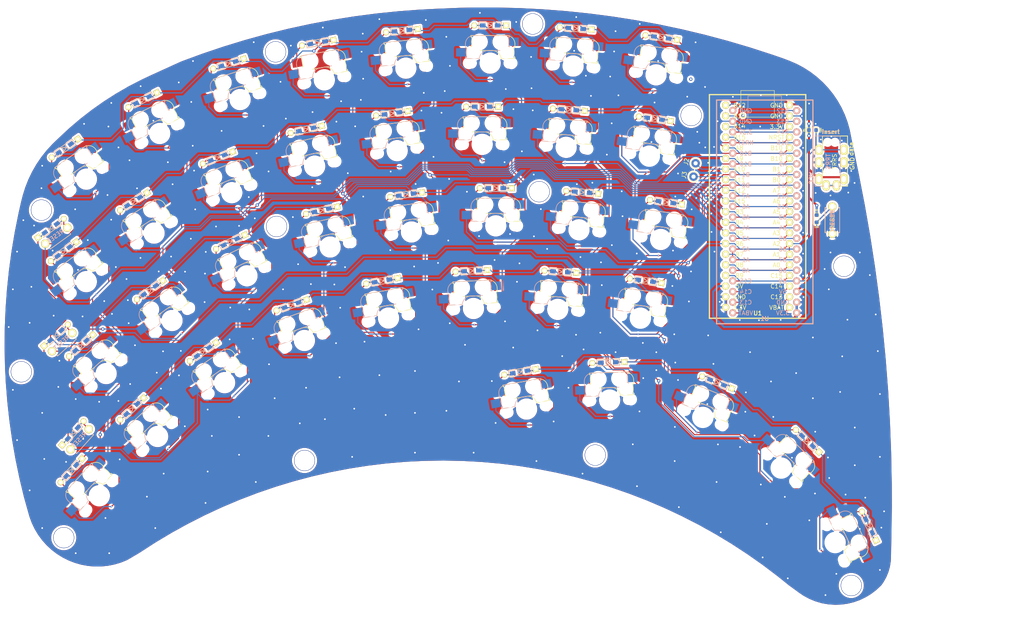
<source format=kicad_pcb>
(kicad_pcb (version 20171130) (host pcbnew "(5.1.5)-3")
  (title_block (title fan74) (rev v1.0))
  (layers (0 F.Cu signal) (31 B.Cu signal) (34 B.Paste user) (35 F.Paste user) (36 B.SilkS user) (37 F.SilkS user) (38 B.Mask user) (39 F.Mask user) (44 Edge.Cuts user))
  (net 0 "")
  (net 1 row00)
  (net 2 row01)
  (net 3 row02)
  (net 4 row03)
  (net 5 row04)
  (net 6 col00)
  (net 7 col01)
  (net 8 col02)
  (net 9 col03)
  (net 10 col04)
  (net 11 col05)
  (net 12 col06)
  (net 13 col07)
  (net 14 GND)
  (net 15 hardware_reset)
  (net 16 VCC)
  (net 17 "Net-(SW1-Pad2)")
  (net 18 "Net-(SW2-Pad2)")
  (net 19 "Net-(SW3-Pad2)")
  (net 20 "Net-(SW4-Pad2)")
  (net 21 "Net-(SW5-Pad2)")
  (net 22 "Net-(SW6-Pad2)")
  (net 23 "Net-(SW7-Pad2)")
  (net 24 "Net-(SW8-Pad2)")
  (net 25 "Net-(SW9-Pad2)")
  (net 26 "Net-(SW10-Pad2)")
  (net 27 "Net-(SW11-Pad2)")
  (net 28 "Net-(SW12-Pad2)")
  (net 29 "Net-(SW13-Pad2)")
  (net 30 "Net-(SW14-Pad2)")
  (net 31 "Net-(SW15-Pad2)")
  (net 32 "Net-(SW16-Pad2)")
  (net 33 "Net-(SW17-Pad2)")
  (net 34 "Net-(SW18-Pad2)")
  (net 35 "Net-(SW19-Pad2)")
  (net 36 "Net-(SW20-Pad2)")
  (net 37 "Net-(SW21-Pad2)")
  (net 38 "Net-(SW22-Pad2)")
  (net 39 "Net-(SW23-Pad2)")
  (net 40 "Net-(SW24-Pad2)")
  (net 41 "Net-(SW25-Pad2)")
  (net 42 "Net-(SW26-Pad2)")
  (net 43 "Net-(SW27-Pad2)")
  (net 44 "Net-(SW28-Pad2)")
  (net 45 "Net-(SW29-Pad2)")
  (net 46 "Net-(SW30-Pad2)")
  (net 47 "Net-(SW31-Pad2)")
  (net 48 "Net-(SW32-Pad2)")
  (net 49 "Net-(SW33-Pad2)")
  (net 50 "Net-(SW34-Pad2)")
  (net 51 "Net-(SW35-Pad2)")
  (net 52 "Net-(SW36-Pad2)")
  (net 53 "Net-(SW37-Pad2)")
  (net 54 "Net-(SW38-Pad2)")
  (net 55 "Net-(SW39-Pad2)")
  (net 56 "Net-(SW40-Pad2)")
  (net 57 "Net-(J1-PadA)")
  (net 58 Rx)
  (net 59 "Net-(U1-Pad1)")
  (net 60 "Net-(U1-Pad2)")
  (net 61 "Net-(U1-Pad3)")
  (net 62 "Net-(U1-Pad4)")
  (net 63 "Net-(U1-Pad15)")
  (net 64 "Net-(U1-Pad16)")
  (net 65 "Net-(U1-Pad21)")
  (net 66 "Net-(U1-Pad22)")
  (net 67 "Net-(U1-Pad23)")
  (net 68 "Net-(U1-Pad24)")
  (net 69 "Net-(U1-Pad25)")
  (net 70 "Net-(U1-Pad28)")
  (net 71 "Net-(U1-Pad29)")
  (net 72 "Net-(U1-Pad30)")
  (net 73 "Net-(U1-Pad31)")
  (net 74 "Net-(U1-Pad32)")
  (net 75 "Net-(U1-Pad38)")
  (net 76 "Net-(J2-Pad1)")
  (net 77 "Net-(J3-Pad1)")
  (module kbd:HOLE (layer F.Cu) (at 164.929 27.489 350)
    (fp_text reference Ref** hide)
    (fp_text value Val** hide)
    (pad "" np_thru_hole circle (at 0 0 350) (size 5 5) (drill 4.8) (layers *.Cu *.Mask))
  )
  (module kbd:HOLE (layer F.Cu) (at 142.028329 108.569541)
    (fp_text reference Ref** hide)
    (fp_text value Val** hide)
    (pad "" np_thru_hole circle (at 0 0) (size 5 5) (drill 4.8) (layers *.Cu *.Mask))
  )
  (module kbd:HOLE (layer F.Cu) (at 5.002 88.685)
    (fp_text reference Ref** hide)
    (fp_text value Val** hide)
    (pad "" np_thru_hole circle (at 0 0) (size 5 5) (drill 4.8) (layers *.Cu *.Mask))
  )
  (module kbd:HOLE (layer F.Cu) (at 65.725692 12.299696)
    (fp_text reference Ref** hide)
    (fp_text value Val** hide)
    (pad "" np_thru_hole circle (at 0 0) (size 5 5) (drill 4.8) (layers *.Cu *.Mask))
  )
  (module kbd:HOLE (layer F.Cu) (at 127.102649 5.645937)
    (fp_text reference Ref** hide)
    (fp_text value Val** hide)
    (pad "" np_thru_hole circle (at 0 0) (size 5 5) (drill 4.8) (layers *.Cu *.Mask))
  )
  (module kbd:HOLE (layer F.Cu) (at 9.802 50.085)
    (fp_text reference Ref** hide)
    (fp_text value Val** hide)
    (pad "" np_thru_hole circle (at 0 0) (size 5 5) (drill 4.8) (layers *.Cu *.Mask))
  )
  (module kbd:HOLE (layer F.Cu) (at 72.628327 109.869542)
    (fp_text reference Ref** hide)
    (fp_text value Val** hide)
    (pad "" np_thru_hole circle (at 0 0) (size 5 5) (drill 4.8) (layers *.Cu *.Mask))
  )
  (module kbd:HOLE (layer F.Cu) (at 15.146651 128.287934)
    (fp_text reference Ref** hide)
    (fp_text value Val** hide)
    (pad "" np_thru_hole circle (at 0 0) (size 5 5) (drill 4.8) (layers *.Cu *.Mask))
  )
  (module kbd:HOLE (layer F.Cu) (at 128.652649 45.695934)
    (fp_text reference Ref** hide)
    (fp_text value Val** hide)
    (pad "" np_thru_hole circle (at 0 0) (size 5 5) (drill 4.8) (layers *.Cu *.Mask))
  )
  (module kbd:HOLE (layer F.Cu) (at 65.952649 53.995933)
    (fp_text reference Ref** hide)
    (fp_text value Val** hide)
    (pad "" np_thru_hole circle (at 0 0) (size 5 5) (drill 4.8) (layers *.Cu *.Mask))
  )
  (module kbd:HOLE (layer F.Cu) (at 203.153649 139.709608)
    (fp_text reference Ref** hide)
    (fp_text value Val** hide)
    (pad "" np_thru_hole circle (at 0 0) (size 5 5) (drill 4.8) (layers *.Cu *.Mask))
  )
  (module kbd:HOLE (layer F.Cu) (at 201.402 63.485 350)
    (fp_text reference Ref** hide)
    (fp_text value Val** hide)
    (pad "" np_thru_hole circle (at 0 0 350) (size 5 5) (drill 4.8) (layers *.Cu *.Mask))
  )
  (module kbd:MJ-4PP-9 (layer F.Cu) (at 198.402 38.985)
    (fp_text reference J1)
    (fp_text value MJ-4PP-9 hide)
    (fp_text user data (at 4.75 -3.5 270) (layer F.SilkS))
    (fp_text user GND (at 5 0 270) (layer F.SilkS))
    (fp_text user TRRS (at -0.73 -0.5 270) (layer B.SilkS) (effects (justify mirror)))
    (fp_text user insert (at -0.13 -7.6) (layer F.SilkS))
    (fp_text user TRRS (at 0.77 -0.5 90) (layer F.SilkS))
    (fp_text user insert (at -0.13 -7.6) (layer B.SilkS) (effects (justify mirror)))
    (fp_text user TRRS (at -0.73 -0.5 270) (layer B.SilkS) (effects (justify mirror)))
    (fp_text user insert (at -0.13 -7.6) (layer F.SilkS))
    (fp_text user data (at 4.75 -3.5 270) (layer F.SilkS))
    (fp_text user VCC (at -4.75 3.5 90) (layer B.SilkS) (effects (justify mirror)))
    (fp_text user GND (at 5 0 270) (layer F.SilkS))
    (fp_text user VCC (at -4.75 3.5 90) (layer B.SilkS) (effects (justify mirror)))
    (pad A thru_hole oval (at -1.23 5.2) (size 1.7 2.5) (drill oval 1 1.5) (layers *.Cu *.Mask F.SilkS) (net 57 "Net-(J1-PadA)") (clearance 0.15))
    (pad B thru_hole oval (at -2.98 -3.3) (size 1.7 2.5) (drill oval 1 1.5) (layers *.Cu *.Mask F.SilkS) (net 58 Rx))
    (pad A thru_hole oval (at 1.22 5.2) (size 1.7 2.5) (drill oval 1 1.5) (layers *.Cu *.Mask F.SilkS) (net 57 "Net-(J1-PadA)") (clearance 0.15))
    (pad "" np_thru_hole circle (at -0.88 1.9) (size 1.2 1.2) (drill 1.2) (layers *.Cu *.Mask F.SilkS))
    (pad D thru_hole oval (at 2.97 3.7) (size 1.7 2.5) (drill oval 1 1.5) (layers *.Cu *.Mask F.SilkS) (net 16 VCC) (clearance 0.15))
    (pad C thru_hole oval (at 2.97 -0.3) (size 1.7 2.5) (drill oval 1 1.5) (layers *.Cu *.Mask F.SilkS) (net 14 GND))
    (pad "" np_thru_hole circle (at 0.87 1.9) (size 1.2 1.2) (drill 1.2) (layers *.Cu *.Mask F.SilkS))
    (pad A thru_hole oval (at 1.22 5.2) (size 1.7 2.5) (drill oval 1 1.5) (layers *.Cu *.Mask F.SilkS) (net 57 "Net-(J1-PadA)") (clearance 0.15))
    (pad D thru_hole oval (at -2.98 3.7) (size 1.7 2.5) (drill oval 1 1.5) (layers *.Cu *.Mask F.SilkS) (net 16 VCC) (clearance 0.15))
    (pad D thru_hole oval (at 2.97 3.7) (size 1.7 2.5) (drill oval 1 1.5) (layers *.Cu *.Mask F.SilkS) (net 16 VCC) (clearance 0.15))
    (pad B thru_hole oval (at 2.97 -3.3) (size 1.7 2.5) (drill oval 1 1.5) (layers *.Cu *.Mask F.SilkS) (net 58 Rx))
    (pad "" np_thru_hole circle (at 0.87 -5.1) (size 1.2 1.2) (drill 1.2) (layers *.Cu *.Mask F.SilkS))
    (pad "" np_thru_hole circle (at -0.88 -5.1) (size 1.2 1.2) (drill 1.2) (layers *.Cu *.Mask F.SilkS))
    (pad "" np_thru_hole circle (at -0.88 1.9) (size 1.2 1.2) (drill 1.2) (layers *.Cu *.Mask F.SilkS))
    (pad B thru_hole oval (at -2.98 -3.3) (size 1.7 2.5) (drill oval 1 1.5) (layers *.Cu *.Mask F.SilkS) (net 58 Rx))
    (pad B thru_hole oval (at 2.97 -3.3) (size 1.7 2.5) (drill oval 1 1.5) (layers *.Cu *.Mask F.SilkS) (net 58 Rx))
    (pad A thru_hole oval (at -1.23 5.2) (size 1.7 2.5) (drill oval 1 1.5) (layers *.Cu *.Mask F.SilkS) (net 57 "Net-(J1-PadA)") (clearance 0.15))
    (pad C thru_hole oval (at -2.98 -0.3) (size 1.7 2.5) (drill oval 1 1.5) (layers *.Cu *.Mask F.SilkS) (net 14 GND))
    (pad C thru_hole oval (at 2.97 -0.3) (size 1.7 2.5) (drill oval 1 1.5) (layers *.Cu *.Mask F.SilkS) (net 14 GND))
    (pad D thru_hole oval (at -2.98 3.7) (size 1.7 2.5) (drill oval 1 1.5) (layers *.Cu *.Mask F.SilkS) (net 16 VCC) (clearance 0.15))
    (pad "" np_thru_hole circle (at 0.87 1.9) (size 1.2 1.2) (drill 1.2) (layers *.Cu *.Mask F.SilkS))
    (pad C thru_hole oval (at -2.98 -0.3) (size 1.7 2.5) (drill oval 1 1.5) (layers *.Cu *.Mask F.SilkS) (net 14 GND))
    (pad "" np_thru_hole circle (at 0.87 -5.1) (size 1.2 1.2) (drill 1.2) (layers *.Cu *.Mask F.SilkS))
    (pad "" np_thru_hole circle (at -0.88 -5.1) (size 1.2 1.2) (drill 1.2) (layers *.Cu *.Mask F.SilkS))
  )
  (module kbd:CherryMX_MidHeight_Hotswap_edit (layer F.Cu) (at 145.476649 95.455937 2)
    (fp_text reference SW25 hide)
    (fp_text value SW_PUSH-kbd hide)
    (pad 3 smd rect (at 1.775 -9 182) (size 1.3 0.95) (layers B.Cu B.Paste B.Mask) (net 5 row04))
    (pad 3 thru_hole rect (at 3.81 -9 182) (size 1.397 1.397) (drill 0.8128) (layers *.Cu *.Mask F.SilkS) (net 5 row04))
    (pad 2 thru_hole circle (at -3.81 -9 182) (size 1.397 1.397) (drill 0.8128) (layers *.Cu *.Mask F.SilkS) (net 41 "Net-(SW25-Pad2)"))
    (pad 3 smd rect (at 1.775 -9 182) (size 1.3 0.95) (layers F.Cu F.Paste F.Mask) (net 5 row04))
    (pad 2 smd rect (at -1.775 -9 182) (size 1.3 0.95) (layers F.Cu F.Paste F.Mask) (net 41 "Net-(SW25-Pad2)"))
    (pad 2 smd rect (at -1.775 -9 182) (size 1.3 0.95) (layers B.Cu B.Paste B.Mask) (net 41 "Net-(SW25-Pad2)"))
    (pad 1 smd rect (at -7 -2.58 182) (size 2.3 2) (layers B.Cu B.Paste B.Mask) (net 10 col04))
    (pad 1 smd rect (at 7 -2.58 182) (size 2.3 2) (layers F.Cu F.Paste F.Mask) (net 10 col04))
    (pad 2 smd rect (at -5.7 -5.12 182) (size 2.3 2) (layers F.Cu F.Paste F.Mask) (net 41 "Net-(SW25-Pad2)"))
    (pad "" np_thru_hole circle (at -3.81 -2.54 182) (size 3 3) (drill 3) (layers *.Cu *.Mask))
    (pad "" np_thru_hole circle (at -2.54 -5.08 182) (size 3 3) (drill 3) (layers *.Cu *.Mask))
    (pad "" np_thru_hole circle (at 3.81 -2.540001 182) (size 3 3) (drill 3) (layers *.Cu *.Mask))
    (pad "" np_thru_hole circle (at 2.54 -5.08 272) (size 3 3) (drill 3) (layers *.Cu *.Mask))
    (pad "" np_thru_hole circle (at 0 0 182) (size 4.1 4.1) (drill 4.1) (layers *.Cu *.Mask))
    (pad "" np_thru_hole circle (at 5.08 0 2) (size 1.9 1.9) (drill 1.9) (layers *.Cu *.Mask))
    (pad "" np_thru_hole circle (at -5.08 0 2) (size 1.9 1.9) (drill 1.9) (layers *.Cu *.Mask))
    (pad 2 smd rect (at 5.7 -5.12 182) (size 2.3 2) (layers B.Cu B.Paste B.Mask) (net 41 "Net-(SW25-Pad2)"))
    (pad "" np_thru_hole circle (at -4.5 0 2) (size 1.7 1.7) (drill 1.7) (layers *.Cu *.Mask))
    (pad "" np_thru_hole circle (at 4.5 0 2) (size 1.7 1.7) (drill 1.7) (layers *.Cu *.Mask))
    (pad 1 thru_hole circle (at 0.001 3.878 2) (size 0.4 0.4) (drill 0.2) (layers *.Cu) (net 10 col04))
  )
  (module kbd:CherryMX_MidHeight_Hotswap_edit (layer F.Cu) (at 199.318645 129.452935 296)
    (fp_text reference SW40 hide)
    (fp_text value SW_PUSH-kbd hide)
    (pad 3 smd rect (at 1.775 -9 116) (size 1.3 0.95) (layers B.Cu B.Paste B.Mask) (net 5 row04))
    (pad 3 thru_hole rect (at 3.81 -9 116) (size 1.397 1.397) (drill 0.8128) (layers *.Cu *.Mask F.SilkS) (net 5 row04))
    (pad 2 thru_hole circle (at -3.81 -9 116) (size 1.397 1.397) (drill 0.8128) (layers *.Cu *.Mask F.SilkS) (net 56 "Net-(SW40-Pad2)"))
    (pad 3 smd rect (at 1.775 -9 116) (size 1.3 0.95) (layers F.Cu F.Paste F.Mask) (net 5 row04))
    (pad 2 smd rect (at -1.775 -9 116) (size 1.3 0.95) (layers F.Cu F.Paste F.Mask) (net 56 "Net-(SW40-Pad2)"))
    (pad 2 smd rect (at -1.775 -9 116) (size 1.3 0.95) (layers B.Cu B.Paste B.Mask) (net 56 "Net-(SW40-Pad2)"))
    (pad 1 smd rect (at -7 -2.58 116) (size 2.3 2) (layers B.Cu B.Paste B.Mask) (net 13 col07))
    (pad 1 smd rect (at 7 -2.58 116) (size 2.3 2) (layers F.Cu F.Paste F.Mask) (net 13 col07))
    (pad 2 smd rect (at -5.7 -5.12 116) (size 2.3 2) (layers F.Cu F.Paste F.Mask) (net 56 "Net-(SW40-Pad2)"))
    (pad "" np_thru_hole circle (at -3.81 -2.54 116) (size 3 3) (drill 3) (layers *.Cu *.Mask))
    (pad "" np_thru_hole circle (at -2.54 -5.08 116) (size 3 3) (drill 3) (layers *.Cu *.Mask))
    (pad "" np_thru_hole circle (at 3.81 -2.540001 116) (size 3 3) (drill 3) (layers *.Cu *.Mask))
    (pad "" np_thru_hole circle (at 2.54 -5.08 206) (size 3 3) (drill 3) (layers *.Cu *.Mask))
    (pad "" np_thru_hole circle (at 0 0 116) (size 4.1 4.1) (drill 4.1) (layers *.Cu *.Mask))
    (pad "" np_thru_hole circle (at 5.08 0 296) (size 1.9 1.9) (drill 1.9) (layers *.Cu *.Mask))
    (pad "" np_thru_hole circle (at -5.08 0 296) (size 1.9 1.9) (drill 1.9) (layers *.Cu *.Mask))
    (pad 2 smd rect (at 5.7 -5.12 116) (size 2.3 2) (layers B.Cu B.Paste B.Mask) (net 56 "Net-(SW40-Pad2)"))
    (pad "" np_thru_hole circle (at -4.5 0 296) (size 1.7 1.7) (drill 1.7) (layers *.Cu *.Mask))
    (pad "" np_thru_hole circle (at 4.5 0 296) (size 1.7 1.7) (drill 1.7) (layers *.Cu *.Mask))
    (pad 1 thru_hole circle (at 0.001 3.878 296) (size 0.4 0.4) (drill 0.2) (layers *.Cu) (net 13 col07))
  )
  (module kbd:CherryMX_MidHeight_Hotswap_edit (layer F.Cu) (at 116.952648 14.995937)
    (fp_text reference SW26 hide)
    (fp_text value SW_PUSH-kbd hide)
    (pad 3 smd rect (at 1.775 -9 180) (size 1.3 0.95) (layers B.Cu B.Paste B.Mask) (net 1 row00))
    (pad 3 thru_hole rect (at 3.81 -9 180) (size 1.397 1.397) (drill 0.8128) (layers *.Cu *.Mask F.SilkS) (net 1 row00))
    (pad 2 thru_hole circle (at -3.81 -9 180) (size 1.397 1.397) (drill 0.8128) (layers *.Cu *.Mask F.SilkS) (net 42 "Net-(SW26-Pad2)"))
    (pad 3 smd rect (at 1.775 -9 180) (size 1.3 0.95) (layers F.Cu F.Paste F.Mask) (net 1 row00))
    (pad 2 smd rect (at -1.775 -9 180) (size 1.3 0.95) (layers F.Cu F.Paste F.Mask) (net 42 "Net-(SW26-Pad2)"))
    (pad 2 smd rect (at -1.775 -9 180) (size 1.3 0.95) (layers B.Cu B.Paste B.Mask) (net 42 "Net-(SW26-Pad2)"))
    (pad 1 smd rect (at -7 -2.58 180) (size 2.3 2) (layers B.Cu B.Paste B.Mask) (net 11 col05))
    (pad 1 smd rect (at 7 -2.58 180) (size 2.3 2) (layers F.Cu F.Paste F.Mask) (net 11 col05))
    (pad 2 smd rect (at -5.7 -5.12 180) (size 2.3 2) (layers F.Cu F.Paste F.Mask) (net 42 "Net-(SW26-Pad2)"))
    (pad "" np_thru_hole circle (at -3.81 -2.54 180) (size 3 3) (drill 3) (layers *.Cu *.Mask))
    (pad "" np_thru_hole circle (at -2.54 -5.08 180) (size 3 3) (drill 3) (layers *.Cu *.Mask))
    (pad "" np_thru_hole circle (at 3.81 -2.540001 180) (size 3 3) (drill 3) (layers *.Cu *.Mask))
    (pad "" np_thru_hole circle (at 2.54 -5.08 270) (size 3 3) (drill 3) (layers *.Cu *.Mask))
    (pad "" np_thru_hole circle (at 0 0 180) (size 4.1 4.1) (drill 4.1) (layers *.Cu *.Mask))
    (pad "" np_thru_hole circle (at 5.08 0) (size 1.9 1.9) (drill 1.9) (layers *.Cu *.Mask))
    (pad "" np_thru_hole circle (at -5.08 0) (size 1.9 1.9) (drill 1.9) (layers *.Cu *.Mask))
    (pad 2 smd rect (at 5.7 -5.12 180) (size 2.3 2) (layers B.Cu B.Paste B.Mask) (net 42 "Net-(SW26-Pad2)"))
    (pad "" np_thru_hole circle (at -4.5 0) (size 1.7 1.7) (drill 1.7) (layers *.Cu *.Mask))
    (pad "" np_thru_hole circle (at 4.5 0) (size 1.7 1.7) (drill 1.7) (layers *.Cu *.Mask))
    (pad 1 thru_hole circle (at 0.001 3.878) (size 0.4 0.4) (drill 0.2) (layers *.Cu) (net 11 col05))
  )
  (module kbd:CherryMX_MidHeight_Hotswap_edit (layer F.Cu) (at 167.72465 99.562934 338)
    (fp_text reference SW30 hide)
    (fp_text value SW_PUSH-kbd hide)
    (pad 3 smd rect (at 1.775 -9 158) (size 1.3 0.95) (layers B.Cu B.Paste B.Mask) (net 5 row04))
    (pad 3 thru_hole rect (at 3.81 -9 158) (size 1.397 1.397) (drill 0.8128) (layers *.Cu *.Mask F.SilkS) (net 5 row04))
    (pad 2 thru_hole circle (at -3.81 -9 158) (size 1.397 1.397) (drill 0.8128) (layers *.Cu *.Mask F.SilkS) (net 46 "Net-(SW30-Pad2)"))
    (pad 3 smd rect (at 1.775 -9 158) (size 1.3 0.95) (layers F.Cu F.Paste F.Mask) (net 5 row04))
    (pad 2 smd rect (at -1.775 -9 158) (size 1.3 0.95) (layers F.Cu F.Paste F.Mask) (net 46 "Net-(SW30-Pad2)"))
    (pad 2 smd rect (at -1.775 -9 158) (size 1.3 0.95) (layers B.Cu B.Paste B.Mask) (net 46 "Net-(SW30-Pad2)"))
    (pad 1 smd rect (at -7 -2.58 158) (size 2.3 2) (layers B.Cu B.Paste B.Mask) (net 11 col05))
    (pad 1 smd rect (at 7 -2.58 158) (size 2.3 2) (layers F.Cu F.Paste F.Mask) (net 11 col05))
    (pad 2 smd rect (at -5.7 -5.12 158) (size 2.3 2) (layers F.Cu F.Paste F.Mask) (net 46 "Net-(SW30-Pad2)"))
    (pad "" np_thru_hole circle (at -3.81 -2.54 158) (size 3 3) (drill 3) (layers *.Cu *.Mask))
    (pad "" np_thru_hole circle (at -2.54 -5.08 158) (size 3 3) (drill 3) (layers *.Cu *.Mask))
    (pad "" np_thru_hole circle (at 3.81 -2.540001 158) (size 3 3) (drill 3) (layers *.Cu *.Mask))
    (pad "" np_thru_hole circle (at 2.54 -5.08 248) (size 3 3) (drill 3) (layers *.Cu *.Mask))
    (pad "" np_thru_hole circle (at 0 0 158) (size 4.1 4.1) (drill 4.1) (layers *.Cu *.Mask))
    (pad "" np_thru_hole circle (at 5.08 0 338) (size 1.9 1.9) (drill 1.9) (layers *.Cu *.Mask))
    (pad "" np_thru_hole circle (at -5.08 0 338) (size 1.9 1.9) (drill 1.9) (layers *.Cu *.Mask))
    (pad 2 smd rect (at 5.7 -5.12 158) (size 2.3 2) (layers B.Cu B.Paste B.Mask) (net 46 "Net-(SW30-Pad2)"))
    (pad "" np_thru_hole circle (at -4.5 0 338) (size 1.7 1.7) (drill 1.7) (layers *.Cu *.Mask))
    (pad "" np_thru_hole circle (at 4.5 0 338) (size 1.7 1.7) (drill 1.7) (layers *.Cu *.Mask))
    (pad 1 thru_hole circle (at 0.001 3.878 338) (size 0.4 0.4) (drill 0.2) (layers *.Cu) (net 11 col05))
  )
  (module kbd:CherryMX_MidHeight_Hotswap_edit (layer F.Cu) (at 118.287651 53.84793)
    (fp_text reference SW28 hide)
    (fp_text value SW_PUSH-kbd hide)
    (pad 3 smd rect (at 1.775 -9 180) (size 1.3 0.95) (layers B.Cu B.Paste B.Mask) (net 3 row02))
    (pad 3 thru_hole rect (at 3.81 -9 180) (size 1.397 1.397) (drill 0.8128) (layers *.Cu *.Mask F.SilkS) (net 3 row02))
    (pad 2 thru_hole circle (at -3.81 -9 180) (size 1.397 1.397) (drill 0.8128) (layers *.Cu *.Mask F.SilkS) (net 44 "Net-(SW28-Pad2)"))
    (pad 3 smd rect (at 1.775 -9 180) (size 1.3 0.95) (layers F.Cu F.Paste F.Mask) (net 3 row02))
    (pad 2 smd rect (at -1.775 -9 180) (size 1.3 0.95) (layers F.Cu F.Paste F.Mask) (net 44 "Net-(SW28-Pad2)"))
    (pad 2 smd rect (at -1.775 -9 180) (size 1.3 0.95) (layers B.Cu B.Paste B.Mask) (net 44 "Net-(SW28-Pad2)"))
    (pad 1 smd rect (at -7 -2.58 180) (size 2.3 2) (layers B.Cu B.Paste B.Mask) (net 11 col05))
    (pad 1 smd rect (at 7 -2.58 180) (size 2.3 2) (layers F.Cu F.Paste F.Mask) (net 11 col05))
    (pad 2 smd rect (at -5.7 -5.12 180) (size 2.3 2) (layers F.Cu F.Paste F.Mask) (net 44 "Net-(SW28-Pad2)"))
    (pad "" np_thru_hole circle (at -3.81 -2.54 180) (size 3 3) (drill 3) (layers *.Cu *.Mask))
    (pad "" np_thru_hole circle (at -2.54 -5.08 180) (size 3 3) (drill 3) (layers *.Cu *.Mask))
    (pad "" np_thru_hole circle (at 3.81 -2.540001 180) (size 3 3) (drill 3) (layers *.Cu *.Mask))
    (pad "" np_thru_hole circle (at 2.54 -5.08 270) (size 3 3) (drill 3) (layers *.Cu *.Mask))
    (pad "" np_thru_hole circle (at 0 0 180) (size 4.1 4.1) (drill 4.1) (layers *.Cu *.Mask))
    (pad "" np_thru_hole circle (at 5.08 0) (size 1.9 1.9) (drill 1.9) (layers *.Cu *.Mask))
    (pad "" np_thru_hole circle (at -5.08 0) (size 1.9 1.9) (drill 1.9) (layers *.Cu *.Mask))
    (pad 2 smd rect (at 5.7 -5.12 180) (size 2.3 2) (layers B.Cu B.Paste B.Mask) (net 44 "Net-(SW28-Pad2)"))
    (pad "" np_thru_hole circle (at -4.5 0) (size 1.7 1.7) (drill 1.7) (layers *.Cu *.Mask))
    (pad "" np_thru_hole circle (at 4.5 0) (size 1.7 1.7) (drill 1.7) (layers *.Cu *.Mask))
    (pad 1 thru_hole circle (at 0.001 3.878) (size 0.4 0.4) (drill 0.2) (layers *.Cu) (net 11 col05))
  )
  (module kbd:CherryMX_MidHeight_Hotswap_edit (layer F.Cu) (at 115.052649 34.395935)
    (fp_text reference SW27 hide)
    (fp_text value SW_PUSH-kbd hide)
    (pad 3 smd rect (at 1.775 -9 180) (size 1.3 0.95) (layers B.Cu B.Paste B.Mask) (net 2 row01))
    (pad 3 thru_hole rect (at 3.81 -9 180) (size 1.397 1.397) (drill 0.8128) (layers *.Cu *.Mask F.SilkS) (net 2 row01))
    (pad 2 thru_hole circle (at -3.81 -9 180) (size 1.397 1.397) (drill 0.8128) (layers *.Cu *.Mask F.SilkS) (net 43 "Net-(SW27-Pad2)"))
    (pad 3 smd rect (at 1.775 -9 180) (size 1.3 0.95) (layers F.Cu F.Paste F.Mask) (net 2 row01))
    (pad 2 smd rect (at -1.775 -9 180) (size 1.3 0.95) (layers F.Cu F.Paste F.Mask) (net 43 "Net-(SW27-Pad2)"))
    (pad 2 smd rect (at -1.775 -9 180) (size 1.3 0.95) (layers B.Cu B.Paste B.Mask) (net 43 "Net-(SW27-Pad2)"))
    (pad 1 smd rect (at -7 -2.58 180) (size 2.3 2) (layers B.Cu B.Paste B.Mask) (net 11 col05))
    (pad 1 smd rect (at 7 -2.58 180) (size 2.3 2) (layers F.Cu F.Paste F.Mask) (net 11 col05))
    (pad 2 smd rect (at -5.7 -5.12 180) (size 2.3 2) (layers F.Cu F.Paste F.Mask) (net 43 "Net-(SW27-Pad2)"))
    (pad "" np_thru_hole circle (at -3.81 -2.54 180) (size 3 3) (drill 3) (layers *.Cu *.Mask))
    (pad "" np_thru_hole circle (at -2.54 -5.08 180) (size 3 3) (drill 3) (layers *.Cu *.Mask))
    (pad "" np_thru_hole circle (at 3.81 -2.540001 180) (size 3 3) (drill 3) (layers *.Cu *.Mask))
    (pad "" np_thru_hole circle (at 2.54 -5.08 270) (size 3 3) (drill 3) (layers *.Cu *.Mask))
    (pad "" np_thru_hole circle (at 0 0 180) (size 4.1 4.1) (drill 4.1) (layers *.Cu *.Mask))
    (pad "" np_thru_hole circle (at 5.08 0) (size 1.9 1.9) (drill 1.9) (layers *.Cu *.Mask))
    (pad "" np_thru_hole circle (at -5.08 0) (size 1.9 1.9) (drill 1.9) (layers *.Cu *.Mask))
    (pad 2 smd rect (at 5.7 -5.12 180) (size 2.3 2) (layers B.Cu B.Paste B.Mask) (net 43 "Net-(SW27-Pad2)"))
    (pad "" np_thru_hole circle (at -4.5 0) (size 1.7 1.7) (drill 1.7) (layers *.Cu *.Mask))
    (pad "" np_thru_hole circle (at 4.5 0) (size 1.7 1.7) (drill 1.7) (layers *.Cu *.Mask))
    (pad 1 thru_hole circle (at 0.001 3.878) (size 0.4 0.4) (drill 0.2) (layers *.Cu) (net 11 col05))
  )
  (module kbd:CherryMX_MidHeight_Hotswap_edit (layer F.Cu) (at 138.152649 54.795933 355)
    (fp_text reference SW33 hide)
    (fp_text value SW_PUSH-kbd hide)
    (pad 3 smd rect (at 1.775 -9 175) (size 1.3 0.95) (layers B.Cu B.Paste B.Mask) (net 3 row02))
    (pad 3 thru_hole rect (at 3.81 -9 175) (size 1.397 1.397) (drill 0.8128) (layers *.Cu *.Mask F.SilkS) (net 3 row02))
    (pad 2 thru_hole circle (at -3.81 -9 175) (size 1.397 1.397) (drill 0.8128) (layers *.Cu *.Mask F.SilkS) (net 49 "Net-(SW33-Pad2)"))
    (pad 3 smd rect (at 1.775 -9 175) (size 1.3 0.95) (layers F.Cu F.Paste F.Mask) (net 3 row02))
    (pad 2 smd rect (at -1.775 -9 175) (size 1.3 0.95) (layers F.Cu F.Paste F.Mask) (net 49 "Net-(SW33-Pad2)"))
    (pad 2 smd rect (at -1.775 -9 175) (size 1.3 0.95) (layers B.Cu B.Paste B.Mask) (net 49 "Net-(SW33-Pad2)"))
    (pad 1 smd rect (at -7 -2.58 175) (size 2.3 2) (layers B.Cu B.Paste B.Mask) (net 12 col06))
    (pad 1 smd rect (at 7 -2.58 175) (size 2.3 2) (layers F.Cu F.Paste F.Mask) (net 12 col06))
    (pad 2 smd rect (at -5.7 -5.12 175) (size 2.3 2) (layers F.Cu F.Paste F.Mask) (net 49 "Net-(SW33-Pad2)"))
    (pad "" np_thru_hole circle (at -3.81 -2.54 175) (size 3 3) (drill 3) (layers *.Cu *.Mask))
    (pad "" np_thru_hole circle (at -2.54 -5.08 175) (size 3 3) (drill 3) (layers *.Cu *.Mask))
    (pad "" np_thru_hole circle (at 3.81 -2.540001 175) (size 3 3) (drill 3) (layers *.Cu *.Mask))
    (pad "" np_thru_hole circle (at 2.54 -5.08 265) (size 3 3) (drill 3) (layers *.Cu *.Mask))
    (pad "" np_thru_hole circle (at 0 0 175) (size 4.1 4.1) (drill 4.1) (layers *.Cu *.Mask))
    (pad "" np_thru_hole circle (at 5.08 0 355) (size 1.9 1.9) (drill 1.9) (layers *.Cu *.Mask))
    (pad "" np_thru_hole circle (at -5.08 0 355) (size 1.9 1.9) (drill 1.9) (layers *.Cu *.Mask))
    (pad 2 smd rect (at 5.7 -5.12 175) (size 2.3 2) (layers B.Cu B.Paste B.Mask) (net 49 "Net-(SW33-Pad2)"))
    (pad "" np_thru_hole circle (at -4.5 0 355) (size 1.7 1.7) (drill 1.7) (layers *.Cu *.Mask))
    (pad "" np_thru_hole circle (at 4.5 0 355) (size 1.7 1.7) (drill 1.7) (layers *.Cu *.Mask))
    (pad 1 thru_hole circle (at 0.001 3.878 355) (size 0.4 0.4) (drill 0.2) (layers *.Cu) (net 12 col06))
  )
  (module kbd:CherryMX_MidHeight_Hotswap_edit (layer F.Cu) (at 23.638421 118.278586 48)
    (fp_text reference SW4 hide)
    (fp_text value SW_PUSH-kbd hide)
    (pad 3 smd rect (at 1.775 -9 228) (size 1.3 0.95) (layers B.Cu B.Paste B.Mask) (net 4 row03))
    (pad 3 thru_hole rect (at 3.81 -9 228) (size 1.397 1.397) (drill 0.8128) (layers *.Cu *.Mask F.SilkS) (net 4 row03))
    (pad 2 thru_hole circle (at -3.81 -9 228) (size 1.397 1.397) (drill 0.8128) (layers *.Cu *.Mask F.SilkS) (net 20 "Net-(SW4-Pad2)"))
    (pad 3 smd rect (at 1.775 -9 228) (size 1.3 0.95) (layers F.Cu F.Paste F.Mask) (net 4 row03))
    (pad 2 smd rect (at -1.775 -9 228) (size 1.3 0.95) (layers F.Cu F.Paste F.Mask) (net 20 "Net-(SW4-Pad2)"))
    (pad 2 smd rect (at -1.775 -9 228) (size 1.3 0.95) (layers B.Cu B.Paste B.Mask) (net 20 "Net-(SW4-Pad2)"))
    (pad 1 smd rect (at -7 -2.58 228) (size 2.3 2) (layers B.Cu B.Paste B.Mask) (net 6 col00))
    (pad 1 smd rect (at 7 -2.58 228) (size 2.3 2) (layers F.Cu F.Paste F.Mask) (net 6 col00))
    (pad 2 smd rect (at -5.7 -5.12 228) (size 2.3 2) (layers F.Cu F.Paste F.Mask) (net 20 "Net-(SW4-Pad2)"))
    (pad "" np_thru_hole circle (at -3.81 -2.54 228) (size 3 3) (drill 3) (layers *.Cu *.Mask))
    (pad "" np_thru_hole circle (at -2.54 -5.08 228) (size 3 3) (drill 3) (layers *.Cu *.Mask))
    (pad "" np_thru_hole circle (at 3.81 -2.540001 228) (size 3 3) (drill 3) (layers *.Cu *.Mask))
    (pad "" np_thru_hole circle (at 2.54 -5.08 318) (size 3 3) (drill 3) (layers *.Cu *.Mask))
    (pad "" np_thru_hole circle (at 0 0 228) (size 4.1 4.1) (drill 4.1) (layers *.Cu *.Mask))
    (pad "" np_thru_hole circle (at 5.08 0 48) (size 1.9 1.9) (drill 1.9) (layers *.Cu *.Mask))
    (pad "" np_thru_hole circle (at -5.08 0 48) (size 1.9 1.9) (drill 1.9) (layers *.Cu *.Mask))
    (pad 2 smd rect (at 5.7 -5.12 228) (size 2.3 2) (layers B.Cu B.Paste B.Mask) (net 20 "Net-(SW4-Pad2)"))
    (pad "" np_thru_hole circle (at -4.5 0 48) (size 1.7 1.7) (drill 1.7) (layers *.Cu *.Mask))
    (pad "" np_thru_hole circle (at 4.5 0 48) (size 1.7 1.7) (drill 1.7) (layers *.Cu *.Mask))
    (pad 1 thru_hole circle (at 0.001 3.878 48) (size 0.4 0.4) (drill 0.2) (layers *.Cu) (net 6 col00))
  )
  (module kbd:CherryMX_MidHeight_Hotswap_edit (layer F.Cu) (at 186.434651 111.667937 316)
    (fp_text reference SW35 hide)
    (fp_text value SW_PUSH-kbd hide)
    (pad 3 smd rect (at 1.775 -9 136) (size 1.3 0.95) (layers B.Cu B.Paste B.Mask) (net 5 row04))
    (pad 3 thru_hole rect (at 3.81 -9 136) (size 1.397 1.397) (drill 0.8128) (layers *.Cu *.Mask F.SilkS) (net 5 row04))
    (pad 2 thru_hole circle (at -3.81 -9 136) (size 1.397 1.397) (drill 0.8128) (layers *.Cu *.Mask F.SilkS) (net 51 "Net-(SW35-Pad2)"))
    (pad 3 smd rect (at 1.775 -9 136) (size 1.3 0.95) (layers F.Cu F.Paste F.Mask) (net 5 row04))
    (pad 2 smd rect (at -1.775 -9 136) (size 1.3 0.95) (layers F.Cu F.Paste F.Mask) (net 51 "Net-(SW35-Pad2)"))
    (pad 2 smd rect (at -1.775 -9 136) (size 1.3 0.95) (layers B.Cu B.Paste B.Mask) (net 51 "Net-(SW35-Pad2)"))
    (pad 1 smd rect (at -7 -2.58 136) (size 2.3 2) (layers B.Cu B.Paste B.Mask) (net 12 col06))
    (pad 1 smd rect (at 7 -2.58 136) (size 2.3 2) (layers F.Cu F.Paste F.Mask) (net 12 col06))
    (pad 2 smd rect (at -5.7 -5.12 136) (size 2.3 2) (layers F.Cu F.Paste F.Mask) (net 51 "Net-(SW35-Pad2)"))
    (pad "" np_thru_hole circle (at -3.81 -2.54 136) (size 3 3) (drill 3) (layers *.Cu *.Mask))
    (pad "" np_thru_hole circle (at -2.54 -5.08 136) (size 3 3) (drill 3) (layers *.Cu *.Mask))
    (pad "" np_thru_hole circle (at 3.81 -2.540001 136) (size 3 3) (drill 3) (layers *.Cu *.Mask))
    (pad "" np_thru_hole circle (at 2.54 -5.08 226) (size 3 3) (drill 3) (layers *.Cu *.Mask))
    (pad "" np_thru_hole circle (at 0 0 136) (size 4.1 4.1) (drill 4.1) (layers *.Cu *.Mask))
    (pad "" np_thru_hole circle (at 5.08 0 316) (size 1.9 1.9) (drill 1.9) (layers *.Cu *.Mask))
    (pad "" np_thru_hole circle (at -5.08 0 316) (size 1.9 1.9) (drill 1.9) (layers *.Cu *.Mask))
    (pad 2 smd rect (at 5.7 -5.12 136) (size 2.3 2) (layers B.Cu B.Paste B.Mask) (net 51 "Net-(SW35-Pad2)"))
    (pad "" np_thru_hole circle (at -4.5 0 316) (size 1.7 1.7) (drill 1.7) (layers *.Cu *.Mask))
    (pad "" np_thru_hole circle (at 4.5 0 316) (size 1.7 1.7) (drill 1.7) (layers *.Cu *.Mask))
    (pad 1 thru_hole circle (at 0.001 3.878 316) (size 0.4 0.4) (drill 0.2) (layers *.Cu) (net 12 col06))
  )
  (module kbd:CherryMX_MidHeight_Hotswap_edit (layer F.Cu) (at 136.752649 15.695934 356)
    (fp_text reference SW31 hide)
    (fp_text value SW_PUSH-kbd hide)
    (pad 3 smd rect (at 1.775 -9 176) (size 1.3 0.95) (layers B.Cu B.Paste B.Mask) (net 1 row00))
    (pad 3 thru_hole rect (at 3.81 -9 176) (size 1.397 1.397) (drill 0.8128) (layers *.Cu *.Mask F.SilkS) (net 1 row00))
    (pad 2 thru_hole circle (at -3.81 -9 176) (size 1.397 1.397) (drill 0.8128) (layers *.Cu *.Mask F.SilkS) (net 47 "Net-(SW31-Pad2)"))
    (pad 3 smd rect (at 1.775 -9 176) (size 1.3 0.95) (layers F.Cu F.Paste F.Mask) (net 1 row00))
    (pad 2 smd rect (at -1.775 -9 176) (size 1.3 0.95) (layers F.Cu F.Paste F.Mask) (net 47 "Net-(SW31-Pad2)"))
    (pad 2 smd rect (at -1.775 -9 176) (size 1.3 0.95) (layers B.Cu B.Paste B.Mask) (net 47 "Net-(SW31-Pad2)"))
    (pad 1 smd rect (at -7 -2.58 176) (size 2.3 2) (layers B.Cu B.Paste B.Mask) (net 12 col06))
    (pad 1 smd rect (at 7 -2.58 176) (size 2.3 2) (layers F.Cu F.Paste F.Mask) (net 12 col06))
    (pad 2 smd rect (at -5.7 -5.12 176) (size 2.3 2) (layers F.Cu F.Paste F.Mask) (net 47 "Net-(SW31-Pad2)"))
    (pad "" np_thru_hole circle (at -3.81 -2.54 176) (size 3 3) (drill 3) (layers *.Cu *.Mask))
    (pad "" np_thru_hole circle (at -2.54 -5.08 176) (size 3 3) (drill 3) (layers *.Cu *.Mask))
    (pad "" np_thru_hole circle (at 3.81 -2.540001 176) (size 3 3) (drill 3) (layers *.Cu *.Mask))
    (pad "" np_thru_hole circle (at 2.54 -5.08 266) (size 3 3) (drill 3) (layers *.Cu *.Mask))
    (pad "" np_thru_hole circle (at 0 0 176) (size 4.1 4.1) (drill 4.1) (layers *.Cu *.Mask))
    (pad "" np_thru_hole circle (at 5.08 0 356) (size 1.9 1.9) (drill 1.9) (layers *.Cu *.Mask))
    (pad "" np_thru_hole circle (at -5.08 0 356) (size 1.9 1.9) (drill 1.9) (layers *.Cu *.Mask))
    (pad 2 smd rect (at 5.7 -5.12 176) (size 2.3 2) (layers B.Cu B.Paste B.Mask) (net 47 "Net-(SW31-Pad2)"))
    (pad "" np_thru_hole circle (at -4.5 0 356) (size 1.7 1.7) (drill 1.7) (layers *.Cu *.Mask))
    (pad "" np_thru_hole circle (at 4.5 0 356) (size 1.7 1.7) (drill 1.7) (layers *.Cu *.Mask))
    (pad 1 thru_hole circle (at 0.001 3.878 356) (size 0.4 0.4) (drill 0.2) (layers *.Cu) (net 12 col06))
  )
  (module kbd:CherryMX_MidHeight_Hotswap_edit (layer F.Cu) (at 157.652649 57.095935 352)
    (fp_text reference SW38 hide)
    (fp_text value SW_PUSH-kbd hide)
    (pad 3 smd rect (at 1.775 -9 172) (size 1.3 0.95) (layers B.Cu B.Paste B.Mask) (net 3 row02))
    (pad 3 thru_hole rect (at 3.81 -9 172) (size 1.397 1.397) (drill 0.8128) (layers *.Cu *.Mask F.SilkS) (net 3 row02))
    (pad 2 thru_hole circle (at -3.81 -9 172) (size 1.397 1.397) (drill 0.8128) (layers *.Cu *.Mask F.SilkS) (net 54 "Net-(SW38-Pad2)"))
    (pad 3 smd rect (at 1.775 -9 172) (size 1.3 0.95) (layers F.Cu F.Paste F.Mask) (net 3 row02))
    (pad 2 smd rect (at -1.775 -9 172) (size 1.3 0.95) (layers F.Cu F.Paste F.Mask) (net 54 "Net-(SW38-Pad2)"))
    (pad 2 smd rect (at -1.775 -9 172) (size 1.3 0.95) (layers B.Cu B.Paste B.Mask) (net 54 "Net-(SW38-Pad2)"))
    (pad 1 smd rect (at -7 -2.58 172) (size 2.3 2) (layers B.Cu B.Paste B.Mask) (net 13 col07))
    (pad 1 smd rect (at 7 -2.58 172) (size 2.3 2) (layers F.Cu F.Paste F.Mask) (net 13 col07))
    (pad 2 smd rect (at -5.7 -5.12 172) (size 2.3 2) (layers F.Cu F.Paste F.Mask) (net 54 "Net-(SW38-Pad2)"))
    (pad "" np_thru_hole circle (at -3.81 -2.54 172) (size 3 3) (drill 3) (layers *.Cu *.Mask))
    (pad "" np_thru_hole circle (at -2.54 -5.08 172) (size 3 3) (drill 3) (layers *.Cu *.Mask))
    (pad "" np_thru_hole circle (at 3.81 -2.540001 172) (size 3 3) (drill 3) (layers *.Cu *.Mask))
    (pad "" np_thru_hole circle (at 2.54 -5.08 262) (size 3 3) (drill 3) (layers *.Cu *.Mask))
    (pad "" np_thru_hole circle (at 0 0 172) (size 4.1 4.1) (drill 4.1) (layers *.Cu *.Mask))
    (pad "" np_thru_hole circle (at 5.08 0 352) (size 1.9 1.9) (drill 1.9) (layers *.Cu *.Mask))
    (pad "" np_thru_hole circle (at -5.08 0 352) (size 1.9 1.9) (drill 1.9) (layers *.Cu *.Mask))
    (pad 2 smd rect (at 5.7 -5.12 172) (size 2.3 2) (layers B.Cu B.Paste B.Mask) (net 54 "Net-(SW38-Pad2)"))
    (pad "" np_thru_hole circle (at -4.5 0 352) (size 1.7 1.7) (drill 1.7) (layers *.Cu *.Mask))
    (pad "" np_thru_hole circle (at 4.5 0 352) (size 1.7 1.7) (drill 1.7) (layers *.Cu *.Mask))
    (pad 1 thru_hole circle (at 0.001 3.878 352) (size 0.4 0.4) (drill 0.2) (layers *.Cu) (net 13 col07))
  )
  (module kbd:CherryMX_MidHeight_Hotswap_edit (layer F.Cu) (at 152.812649 75.876938 352)
    (fp_text reference SW39 hide)
    (fp_text value SW_PUSH-kbd hide)
    (pad 3 smd rect (at 1.775 -9 172) (size 1.3 0.95) (layers B.Cu B.Paste B.Mask) (net 4 row03))
    (pad 3 thru_hole rect (at 3.81 -9 172) (size 1.397 1.397) (drill 0.8128) (layers *.Cu *.Mask F.SilkS) (net 4 row03))
    (pad 2 thru_hole circle (at -3.81 -9 172) (size 1.397 1.397) (drill 0.8128) (layers *.Cu *.Mask F.SilkS) (net 55 "Net-(SW39-Pad2)"))
    (pad 3 smd rect (at 1.775 -9 172) (size 1.3 0.95) (layers F.Cu F.Paste F.Mask) (net 4 row03))
    (pad 2 smd rect (at -1.775 -9 172) (size 1.3 0.95) (layers F.Cu F.Paste F.Mask) (net 55 "Net-(SW39-Pad2)"))
    (pad 2 smd rect (at -1.775 -9 172) (size 1.3 0.95) (layers B.Cu B.Paste B.Mask) (net 55 "Net-(SW39-Pad2)"))
    (pad 1 smd rect (at -7 -2.58 172) (size 2.3 2) (layers B.Cu B.Paste B.Mask) (net 13 col07))
    (pad 1 smd rect (at 7 -2.58 172) (size 2.3 2) (layers F.Cu F.Paste F.Mask) (net 13 col07))
    (pad 2 smd rect (at -5.7 -5.12 172) (size 2.3 2) (layers F.Cu F.Paste F.Mask) (net 55 "Net-(SW39-Pad2)"))
    (pad "" np_thru_hole circle (at -3.81 -2.54 172) (size 3 3) (drill 3) (layers *.Cu *.Mask))
    (pad "" np_thru_hole circle (at -2.54 -5.08 172) (size 3 3) (drill 3) (layers *.Cu *.Mask))
    (pad "" np_thru_hole circle (at 3.81 -2.540001 172) (size 3 3) (drill 3) (layers *.Cu *.Mask))
    (pad "" np_thru_hole circle (at 2.54 -5.08 262) (size 3 3) (drill 3) (layers *.Cu *.Mask))
    (pad "" np_thru_hole circle (at 0 0 172) (size 4.1 4.1) (drill 4.1) (layers *.Cu *.Mask))
    (pad "" np_thru_hole circle (at 5.08 0 352) (size 1.9 1.9) (drill 1.9) (layers *.Cu *.Mask))
    (pad "" np_thru_hole circle (at -5.08 0 352) (size 1.9 1.9) (drill 1.9) (layers *.Cu *.Mask))
    (pad 2 smd rect (at 5.7 -5.12 172) (size 2.3 2) (layers B.Cu B.Paste B.Mask) (net 55 "Net-(SW39-Pad2)"))
    (pad "" np_thru_hole circle (at -4.5 0 352) (size 1.7 1.7) (drill 1.7) (layers *.Cu *.Mask))
    (pad "" np_thru_hole circle (at 4.5 0 352) (size 1.7 1.7) (drill 1.7) (layers *.Cu *.Mask))
    (pad 1 thru_hole circle (at 0.001 3.878 352) (size 0.4 0.4) (drill 0.2) (layers *.Cu) (net 13 col07))
  )
  (module kbd:CherryMX_MidHeight_Hotswap_edit (layer F.Cu) (at 154.952648 37.195934 352)
    (fp_text reference SW37 hide)
    (fp_text value SW_PUSH-kbd hide)
    (pad 3 smd rect (at 1.775 -9 172) (size 1.3 0.95) (layers B.Cu B.Paste B.Mask) (net 2 row01))
    (pad 3 thru_hole rect (at 3.81 -9 172) (size 1.397 1.397) (drill 0.8128) (layers *.Cu *.Mask F.SilkS) (net 2 row01))
    (pad 2 thru_hole circle (at -3.81 -9 172) (size 1.397 1.397) (drill 0.8128) (layers *.Cu *.Mask F.SilkS) (net 53 "Net-(SW37-Pad2)"))
    (pad 3 smd rect (at 1.775 -9 172) (size 1.3 0.95) (layers F.Cu F.Paste F.Mask) (net 2 row01))
    (pad 2 smd rect (at -1.775 -9 172) (size 1.3 0.95) (layers F.Cu F.Paste F.Mask) (net 53 "Net-(SW37-Pad2)"))
    (pad 2 smd rect (at -1.775 -9 172) (size 1.3 0.95) (layers B.Cu B.Paste B.Mask) (net 53 "Net-(SW37-Pad2)"))
    (pad 1 smd rect (at -7 -2.58 172) (size 2.3 2) (layers B.Cu B.Paste B.Mask) (net 13 col07))
    (pad 1 smd rect (at 7 -2.58 172) (size 2.3 2) (layers F.Cu F.Paste F.Mask) (net 13 col07))
    (pad 2 smd rect (at -5.7 -5.12 172) (size 2.3 2) (layers F.Cu F.Paste F.Mask) (net 53 "Net-(SW37-Pad2)"))
    (pad "" np_thru_hole circle (at -3.81 -2.54 172) (size 3 3) (drill 3) (layers *.Cu *.Mask))
    (pad "" np_thru_hole circle (at -2.54 -5.08 172) (size 3 3) (drill 3) (layers *.Cu *.Mask))
    (pad "" np_thru_hole circle (at 3.81 -2.540001 172) (size 3 3) (drill 3) (layers *.Cu *.Mask))
    (pad "" np_thru_hole circle (at 2.54 -5.08 262) (size 3 3) (drill 3) (layers *.Cu *.Mask))
    (pad "" np_thru_hole circle (at 0 0 172) (size 4.1 4.1) (drill 4.1) (layers *.Cu *.Mask))
    (pad "" np_thru_hole circle (at 5.08 0 352) (size 1.9 1.9) (drill 1.9) (layers *.Cu *.Mask))
    (pad "" np_thru_hole circle (at -5.08 0 352) (size 1.9 1.9) (drill 1.9) (layers *.Cu *.Mask))
    (pad 2 smd rect (at 5.7 -5.12 172) (size 2.3 2) (layers B.Cu B.Paste B.Mask) (net 53 "Net-(SW37-Pad2)"))
    (pad "" np_thru_hole circle (at -4.5 0 352) (size 1.7 1.7) (drill 1.7) (layers *.Cu *.Mask))
    (pad "" np_thru_hole circle (at 4.5 0 352) (size 1.7 1.7) (drill 1.7) (layers *.Cu *.Mask))
    (pad 1 thru_hole circle (at 0.001 3.878 352) (size 0.4 0.4) (drill 0.2) (layers *.Cu) (net 13 col07))
  )
  (module kbd:CherryMX_MidHeight_Hotswap_edit (layer F.Cu) (at 57.252648 23.695935 18)
    (fp_text reference SW11 hide)
    (fp_text value SW_PUSH-kbd hide)
    (pad 3 smd rect (at 1.775 -9 198) (size 1.3 0.95) (layers B.Cu B.Paste B.Mask) (net 1 row00))
    (pad 3 thru_hole rect (at 3.81 -9 198) (size 1.397 1.397) (drill 0.8128) (layers *.Cu *.Mask F.SilkS) (net 1 row00))
    (pad 2 thru_hole circle (at -3.81 -9 198) (size 1.397 1.397) (drill 0.8128) (layers *.Cu *.Mask F.SilkS) (net 27 "Net-(SW11-Pad2)"))
    (pad 3 smd rect (at 1.775 -9 198) (size 1.3 0.95) (layers F.Cu F.Paste F.Mask) (net 1 row00))
    (pad 2 smd rect (at -1.775 -9 198) (size 1.3 0.95) (layers F.Cu F.Paste F.Mask) (net 27 "Net-(SW11-Pad2)"))
    (pad 2 smd rect (at -1.775 -9 198) (size 1.3 0.95) (layers B.Cu B.Paste B.Mask) (net 27 "Net-(SW11-Pad2)"))
    (pad 1 smd rect (at -7 -2.58 198) (size 2.3 2) (layers B.Cu B.Paste B.Mask) (net 8 col02))
    (pad 1 smd rect (at 7 -2.58 198) (size 2.3 2) (layers F.Cu F.Paste F.Mask) (net 8 col02))
    (pad 2 smd rect (at -5.7 -5.12 198) (size 2.3 2) (layers F.Cu F.Paste F.Mask) (net 27 "Net-(SW11-Pad2)"))
    (pad "" np_thru_hole circle (at -3.81 -2.54 198) (size 3 3) (drill 3) (layers *.Cu *.Mask))
    (pad "" np_thru_hole circle (at -2.54 -5.08 198) (size 3 3) (drill 3) (layers *.Cu *.Mask))
    (pad "" np_thru_hole circle (at 3.81 -2.540001 198) (size 3 3) (drill 3) (layers *.Cu *.Mask))
    (pad "" np_thru_hole circle (at 2.54 -5.08 288) (size 3 3) (drill 3) (layers *.Cu *.Mask))
    (pad "" np_thru_hole circle (at 0 0 198) (size 4.1 4.1) (drill 4.1) (layers *.Cu *.Mask))
    (pad "" np_thru_hole circle (at 5.08 0 18) (size 1.9 1.9) (drill 1.9) (layers *.Cu *.Mask))
    (pad "" np_thru_hole circle (at -5.08 0 18) (size 1.9 1.9) (drill 1.9) (layers *.Cu *.Mask))
    (pad 2 smd rect (at 5.7 -5.12 198) (size 2.3 2) (layers B.Cu B.Paste B.Mask) (net 27 "Net-(SW11-Pad2)"))
    (pad "" np_thru_hole circle (at -4.5 0 18) (size 1.7 1.7) (drill 1.7) (layers *.Cu *.Mask))
    (pad "" np_thru_hole circle (at 4.5 0 18) (size 1.7 1.7) (drill 1.7) (layers *.Cu *.Mask))
    (pad 1 thru_hole circle (at 0.001 3.878 18) (size 0.4 0.4) (drill 0.2) (layers *.Cu) (net 8 col02))
  )
  (module kbd:CherryMX_MidHeight_Hotswap_edit (layer F.Cu) (at 37.554585 104.132632 43)
    (fp_text reference SW9 hide)
    (fp_text value SW_PUSH-kbd hide)
    (pad 3 smd rect (at 1.775 -9 223) (size 1.3 0.95) (layers B.Cu B.Paste B.Mask) (net 4 row03))
    (pad 3 thru_hole rect (at 3.81 -9 223) (size 1.397 1.397) (drill 0.8128) (layers *.Cu *.Mask F.SilkS) (net 4 row03))
    (pad 2 thru_hole circle (at -3.81 -9 223) (size 1.397 1.397) (drill 0.8128) (layers *.Cu *.Mask F.SilkS) (net 25 "Net-(SW9-Pad2)"))
    (pad 3 smd rect (at 1.775 -9 223) (size 1.3 0.95) (layers F.Cu F.Paste F.Mask) (net 4 row03))
    (pad 2 smd rect (at -1.775 -9 223) (size 1.3 0.95) (layers F.Cu F.Paste F.Mask) (net 25 "Net-(SW9-Pad2)"))
    (pad 2 smd rect (at -1.775 -9 223) (size 1.3 0.95) (layers B.Cu B.Paste B.Mask) (net 25 "Net-(SW9-Pad2)"))
    (pad 1 smd rect (at -7 -2.58 223) (size 2.3 2) (layers B.Cu B.Paste B.Mask) (net 7 col01))
    (pad 1 smd rect (at 7 -2.58 223) (size 2.3 2) (layers F.Cu F.Paste F.Mask) (net 7 col01))
    (pad 2 smd rect (at -5.7 -5.12 223) (size 2.3 2) (layers F.Cu F.Paste F.Mask) (net 25 "Net-(SW9-Pad2)"))
    (pad "" np_thru_hole circle (at -3.81 -2.54 223) (size 3 3) (drill 3) (layers *.Cu *.Mask))
    (pad "" np_thru_hole circle (at -2.54 -5.08 223) (size 3 3) (drill 3) (layers *.Cu *.Mask))
    (pad "" np_thru_hole circle (at 3.81 -2.540001 223) (size 3 3) (drill 3) (layers *.Cu *.Mask))
    (pad "" np_thru_hole circle (at 2.54 -5.08 313) (size 3 3) (drill 3) (layers *.Cu *.Mask))
    (pad "" np_thru_hole circle (at 0 0 223) (size 4.1 4.1) (drill 4.1) (layers *.Cu *.Mask))
    (pad "" np_thru_hole circle (at 5.08 0 43) (size 1.9 1.9) (drill 1.9) (layers *.Cu *.Mask))
    (pad "" np_thru_hole circle (at -5.08 0 43) (size 1.9 1.9) (drill 1.9) (layers *.Cu *.Mask))
    (pad 2 smd rect (at 5.7 -5.12 223) (size 2.3 2) (layers B.Cu B.Paste B.Mask) (net 25 "Net-(SW9-Pad2)"))
    (pad "" np_thru_hole circle (at -4.5 0 43) (size 1.7 1.7) (drill 1.7) (layers *.Cu *.Mask))
    (pad "" np_thru_hole circle (at 4.5 0 43) (size 1.7 1.7) (drill 1.7) (layers *.Cu *.Mask))
    (pad 1 thru_hole circle (at 0.001 3.878 43) (size 0.4 0.4) (drill 0.2) (layers *.Cu) (net 7 col01))
  )
  (module kbd:CherryMX_MidHeight_Hotswap_edit (layer F.Cu) (at 53.546648 91.283934 35)
    (fp_text reference SW14 hide)
    (fp_text value SW_PUSH-kbd hide)
    (pad 3 smd rect (at 1.775 -9 215) (size 1.3 0.95) (layers B.Cu B.Paste B.Mask) (net 4 row03))
    (pad 3 thru_hole rect (at 3.81 -9 215) (size 1.397 1.397) (drill 0.8128) (layers *.Cu *.Mask F.SilkS) (net 4 row03))
    (pad 2 thru_hole circle (at -3.81 -9 215) (size 1.397 1.397) (drill 0.8128) (layers *.Cu *.Mask F.SilkS) (net 30 "Net-(SW14-Pad2)"))
    (pad 3 smd rect (at 1.775 -9 215) (size 1.3 0.95) (layers F.Cu F.Paste F.Mask) (net 4 row03))
    (pad 2 smd rect (at -1.775 -9 215) (size 1.3 0.95) (layers F.Cu F.Paste F.Mask) (net 30 "Net-(SW14-Pad2)"))
    (pad 2 smd rect (at -1.775 -9 215) (size 1.3 0.95) (layers B.Cu B.Paste B.Mask) (net 30 "Net-(SW14-Pad2)"))
    (pad 1 smd rect (at -7 -2.58 215) (size 2.3 2) (layers B.Cu B.Paste B.Mask) (net 8 col02))
    (pad 1 smd rect (at 7 -2.58 215) (size 2.3 2) (layers F.Cu F.Paste F.Mask) (net 8 col02))
    (pad 2 smd rect (at -5.7 -5.12 215) (size 2.3 2) (layers F.Cu F.Paste F.Mask) (net 30 "Net-(SW14-Pad2)"))
    (pad "" np_thru_hole circle (at -3.81 -2.54 215) (size 3 3) (drill 3) (layers *.Cu *.Mask))
    (pad "" np_thru_hole circle (at -2.54 -5.08 215) (size 3 3) (drill 3) (layers *.Cu *.Mask))
    (pad "" np_thru_hole circle (at 3.81 -2.540001 215) (size 3 3) (drill 3) (layers *.Cu *.Mask))
    (pad "" np_thru_hole circle (at 2.54 -5.08 305) (size 3 3) (drill 3) (layers *.Cu *.Mask))
    (pad "" np_thru_hole circle (at 0 0 215) (size 4.1 4.1) (drill 4.1) (layers *.Cu *.Mask))
    (pad "" np_thru_hole circle (at 5.08 0 35) (size 1.9 1.9) (drill 1.9) (layers *.Cu *.Mask))
    (pad "" np_thru_hole circle (at -5.08 0 35) (size 1.9 1.9) (drill 1.9) (layers *.Cu *.Mask))
    (pad 2 smd rect (at 5.7 -5.12 215) (size 2.3 2) (layers B.Cu B.Paste B.Mask) (net 30 "Net-(SW14-Pad2)"))
    (pad "" np_thru_hole circle (at -4.5 0 35) (size 1.7 1.7) (drill 1.7) (layers *.Cu *.Mask))
    (pad "" np_thru_hole circle (at 4.5 0 35) (size 1.7 1.7) (drill 1.7) (layers *.Cu *.Mask))
    (pad 1 thru_hole circle (at 0.001 3.878 35) (size 0.4 0.4) (drill 0.2) (layers *.Cu) (net 8 col02))
  )
  (module kbd:CherryMX_MidHeight_Hotswap_edit (layer F.Cu) (at 98.155649 55.306938 8)
    (fp_text reference SW23 hide)
    (fp_text value SW_PUSH-kbd hide)
    (pad 3 smd rect (at 1.775 -9 188) (size 1.3 0.95) (layers B.Cu B.Paste B.Mask) (net 3 row02))
    (pad 3 thru_hole rect (at 3.81 -9 188) (size 1.397 1.397) (drill 0.8128) (layers *.Cu *.Mask F.SilkS) (net 3 row02))
    (pad 2 thru_hole circle (at -3.81 -9 188) (size 1.397 1.397) (drill 0.8128) (layers *.Cu *.Mask F.SilkS) (net 39 "Net-(SW23-Pad2)"))
    (pad 3 smd rect (at 1.775 -9 188) (size 1.3 0.95) (layers F.Cu F.Paste F.Mask) (net 3 row02))
    (pad 2 smd rect (at -1.775 -9 188) (size 1.3 0.95) (layers F.Cu F.Paste F.Mask) (net 39 "Net-(SW23-Pad2)"))
    (pad 2 smd rect (at -1.775 -9 188) (size 1.3 0.95) (layers B.Cu B.Paste B.Mask) (net 39 "Net-(SW23-Pad2)"))
    (pad 1 smd rect (at -7 -2.58 188) (size 2.3 2) (layers B.Cu B.Paste B.Mask) (net 10 col04))
    (pad 1 smd rect (at 7 -2.58 188) (size 2.3 2) (layers F.Cu F.Paste F.Mask) (net 10 col04))
    (pad 2 smd rect (at -5.7 -5.12 188) (size 2.3 2) (layers F.Cu F.Paste F.Mask) (net 39 "Net-(SW23-Pad2)"))
    (pad "" np_thru_hole circle (at -3.81 -2.54 188) (size 3 3) (drill 3) (layers *.Cu *.Mask))
    (pad "" np_thru_hole circle (at -2.54 -5.08 188) (size 3 3) (drill 3) (layers *.Cu *.Mask))
    (pad "" np_thru_hole circle (at 3.81 -2.540001 188) (size 3 3) (drill 3) (layers *.Cu *.Mask))
    (pad "" np_thru_hole circle (at 2.54 -5.08 278) (size 3 3) (drill 3) (layers *.Cu *.Mask))
    (pad "" np_thru_hole circle (at 0 0 188) (size 4.1 4.1) (drill 4.1) (layers *.Cu *.Mask))
    (pad "" np_thru_hole circle (at 5.08 0 8) (size 1.9 1.9) (drill 1.9) (layers *.Cu *.Mask))
    (pad "" np_thru_hole circle (at -5.08 0 8) (size 1.9 1.9) (drill 1.9) (layers *.Cu *.Mask))
    (pad 2 smd rect (at 5.7 -5.12 188) (size 2.3 2) (layers B.Cu B.Paste B.Mask) (net 39 "Net-(SW23-Pad2)"))
    (pad "" np_thru_hole circle (at -4.5 0 8) (size 1.7 1.7) (drill 1.7) (layers *.Cu *.Mask))
    (pad "" np_thru_hole circle (at 4.5 0 8) (size 1.7 1.7) (drill 1.7) (layers *.Cu *.Mask))
    (pad 1 thru_hole circle (at 0.001 3.878 8) (size 0.4 0.4) (drill 0.2) (layers *.Cu) (net 10 col04))
  )
  (module kbd:CherryMX_MidHeight_Hotswap_edit (layer F.Cu) (at 58.888649 65.770938 26)
    (fp_text reference SW13 hide)
    (fp_text value SW_PUSH-kbd hide)
    (pad 3 smd rect (at 1.775 -9 206) (size 1.3 0.95) (layers B.Cu B.Paste B.Mask) (net 3 row02))
    (pad 3 thru_hole rect (at 3.81 -9 206) (size 1.397 1.397) (drill 0.8128) (layers *.Cu *.Mask F.SilkS) (net 3 row02))
    (pad 2 thru_hole circle (at -3.81 -9 206) (size 1.397 1.397) (drill 0.8128) (layers *.Cu *.Mask F.SilkS) (net 29 "Net-(SW13-Pad2)"))
    (pad 3 smd rect (at 1.775 -9 206) (size 1.3 0.95) (layers F.Cu F.Paste F.Mask) (net 3 row02))
    (pad 2 smd rect (at -1.775 -9 206) (size 1.3 0.95) (layers F.Cu F.Paste F.Mask) (net 29 "Net-(SW13-Pad2)"))
    (pad 2 smd rect (at -1.775 -9 206) (size 1.3 0.95) (layers B.Cu B.Paste B.Mask) (net 29 "Net-(SW13-Pad2)"))
    (pad 1 smd rect (at -7 -2.58 206) (size 2.3 2) (layers B.Cu B.Paste B.Mask) (net 8 col02))
    (pad 1 smd rect (at 7 -2.58 206) (size 2.3 2) (layers F.Cu F.Paste F.Mask) (net 8 col02))
    (pad 2 smd rect (at -5.7 -5.12 206) (size 2.3 2) (layers F.Cu F.Paste F.Mask) (net 29 "Net-(SW13-Pad2)"))
    (pad "" np_thru_hole circle (at -3.81 -2.54 206) (size 3 3) (drill 3) (layers *.Cu *.Mask))
    (pad "" np_thru_hole circle (at -2.54 -5.08 206) (size 3 3) (drill 3) (layers *.Cu *.Mask))
    (pad "" np_thru_hole circle (at 3.81 -2.540001 206) (size 3 3) (drill 3) (layers *.Cu *.Mask))
    (pad "" np_thru_hole circle (at 2.54 -5.08 296) (size 3 3) (drill 3) (layers *.Cu *.Mask))
    (pad "" np_thru_hole circle (at 0 0 206) (size 4.1 4.1) (drill 4.1) (layers *.Cu *.Mask))
    (pad "" np_thru_hole circle (at 5.08 0 26) (size 1.9 1.9) (drill 1.9) (layers *.Cu *.Mask))
    (pad "" np_thru_hole circle (at -5.08 0 26) (size 1.9 1.9) (drill 1.9) (layers *.Cu *.Mask))
    (pad 2 smd rect (at 5.7 -5.12 206) (size 2.3 2) (layers B.Cu B.Paste B.Mask) (net 29 "Net-(SW13-Pad2)"))
    (pad "" np_thru_hole circle (at -4.5 0 26) (size 1.7 1.7) (drill 1.7) (layers *.Cu *.Mask))
    (pad "" np_thru_hole circle (at 4.5 0 26) (size 1.7 1.7) (drill 1.7) (layers *.Cu *.Mask))
    (pad 1 thru_hole circle (at 0.001 3.878 26) (size 0.4 0.4) (drill 0.2) (layers *.Cu) (net 8 col02))
  )
  (module kbd:CherryMX_MidHeight_Hotswap_edit (layer F.Cu) (at 38.052649 31.795938 27)
    (fp_text reference SW6 hide)
    (fp_text value SW_PUSH-kbd hide)
    (pad 3 smd rect (at 1.775 -9 207) (size 1.3 0.95) (layers B.Cu B.Paste B.Mask) (net 1 row00))
    (pad 3 thru_hole rect (at 3.81 -9 207) (size 1.397 1.397) (drill 0.8128) (layers *.Cu *.Mask F.SilkS) (net 1 row00))
    (pad 2 thru_hole circle (at -3.81 -9 207) (size 1.397 1.397) (drill 0.8128) (layers *.Cu *.Mask F.SilkS) (net 22 "Net-(SW6-Pad2)"))
    (pad 3 smd rect (at 1.775 -9 207) (size 1.3 0.95) (layers F.Cu F.Paste F.Mask) (net 1 row00))
    (pad 2 smd rect (at -1.775 -9 207) (size 1.3 0.95) (layers F.Cu F.Paste F.Mask) (net 22 "Net-(SW6-Pad2)"))
    (pad 2 smd rect (at -1.775 -9 207) (size 1.3 0.95) (layers B.Cu B.Paste B.Mask) (net 22 "Net-(SW6-Pad2)"))
    (pad 1 smd rect (at -7 -2.58 207) (size 2.3 2) (layers B.Cu B.Paste B.Mask) (net 7 col01))
    (pad 1 smd rect (at 7 -2.58 207) (size 2.3 2) (layers F.Cu F.Paste F.Mask) (net 7 col01))
    (pad 2 smd rect (at -5.7 -5.12 207) (size 2.3 2) (layers F.Cu F.Paste F.Mask) (net 22 "Net-(SW6-Pad2)"))
    (pad "" np_thru_hole circle (at -3.81 -2.54 207) (size 3 3) (drill 3) (layers *.Cu *.Mask))
    (pad "" np_thru_hole circle (at -2.54 -5.08 207) (size 3 3) (drill 3) (layers *.Cu *.Mask))
    (pad "" np_thru_hole circle (at 3.81 -2.540001 207) (size 3 3) (drill 3) (layers *.Cu *.Mask))
    (pad "" np_thru_hole circle (at 2.54 -5.08 297) (size 3 3) (drill 3) (layers *.Cu *.Mask))
    (pad "" np_thru_hole circle (at 0 0 207) (size 4.1 4.1) (drill 4.1) (layers *.Cu *.Mask))
    (pad "" np_thru_hole circle (at 5.08 0 27) (size 1.9 1.9) (drill 1.9) (layers *.Cu *.Mask))
    (pad "" np_thru_hole circle (at -5.08 0 27) (size 1.9 1.9) (drill 1.9) (layers *.Cu *.Mask))
    (pad 2 smd rect (at 5.7 -5.12 207) (size 2.3 2) (layers B.Cu B.Paste B.Mask) (net 22 "Net-(SW6-Pad2)"))
    (pad "" np_thru_hole circle (at -4.5 0 27) (size 1.7 1.7) (drill 1.7) (layers *.Cu *.Mask))
    (pad "" np_thru_hole circle (at 4.5 0 27) (size 1.7 1.7) (drill 1.7) (layers *.Cu *.Mask))
    (pad 1 thru_hole circle (at 0.001 3.878 27) (size 0.4 0.4) (drill 0.2) (layers *.Cu) (net 7 col01))
  )
  (module kbd:CherryMX_MidHeight_Hotswap_edit (layer F.Cu) (at 78.736649 58.894938 13)
    (fp_text reference SW18 hide)
    (fp_text value SW_PUSH-kbd hide)
    (pad 3 smd rect (at 1.775 -9 193) (size 1.3 0.95) (layers B.Cu B.Paste B.Mask) (net 3 row02))
    (pad 3 thru_hole rect (at 3.81 -9 193) (size 1.397 1.397) (drill 0.8128) (layers *.Cu *.Mask F.SilkS) (net 3 row02))
    (pad 2 thru_hole circle (at -3.81 -9 193) (size 1.397 1.397) (drill 0.8128) (layers *.Cu *.Mask F.SilkS) (net 34 "Net-(SW18-Pad2)"))
    (pad 3 smd rect (at 1.775 -9 193) (size 1.3 0.95) (layers F.Cu F.Paste F.Mask) (net 3 row02))
    (pad 2 smd rect (at -1.775 -9 193) (size 1.3 0.95) (layers F.Cu F.Paste F.Mask) (net 34 "Net-(SW18-Pad2)"))
    (pad 2 smd rect (at -1.775 -9 193) (size 1.3 0.95) (layers B.Cu B.Paste B.Mask) (net 34 "Net-(SW18-Pad2)"))
    (pad 1 smd rect (at -7 -2.58 193) (size 2.3 2) (layers B.Cu B.Paste B.Mask) (net 9 col03))
    (pad 1 smd rect (at 7 -2.58 193) (size 2.3 2) (layers F.Cu F.Paste F.Mask) (net 9 col03))
    (pad 2 smd rect (at -5.7 -5.12 193) (size 2.3 2) (layers F.Cu F.Paste F.Mask) (net 34 "Net-(SW18-Pad2)"))
    (pad "" np_thru_hole circle (at -3.81 -2.54 193) (size 3 3) (drill 3) (layers *.Cu *.Mask))
    (pad "" np_thru_hole circle (at -2.54 -5.08 193) (size 3 3) (drill 3) (layers *.Cu *.Mask))
    (pad "" np_thru_hole circle (at 3.81 -2.540001 193) (size 3 3) (drill 3) (layers *.Cu *.Mask))
    (pad "" np_thru_hole circle (at 2.54 -5.08 283) (size 3 3) (drill 3) (layers *.Cu *.Mask))
    (pad "" np_thru_hole circle (at 0 0 193) (size 4.1 4.1) (drill 4.1) (layers *.Cu *.Mask))
    (pad "" np_thru_hole circle (at 5.08 0 13) (size 1.9 1.9) (drill 1.9) (layers *.Cu *.Mask))
    (pad "" np_thru_hole circle (at -5.08 0 13) (size 1.9 1.9) (drill 1.9) (layers *.Cu *.Mask))
    (pad 2 smd rect (at 5.7 -5.12 193) (size 2.3 2) (layers B.Cu B.Paste B.Mask) (net 34 "Net-(SW18-Pad2)"))
    (pad "" np_thru_hole circle (at -4.5 0 13) (size 1.7 1.7) (drill 1.7) (layers *.Cu *.Mask))
    (pad "" np_thru_hole circle (at 4.5 0 13) (size 1.7 1.7) (drill 1.7) (layers *.Cu *.Mask))
    (pad 1 thru_hole circle (at 0.001 3.878 13) (size 0.4 0.4) (drill 0.2) (layers *.Cu) (net 9 col03))
  )
  (module kbd:CherryMX_MidHeight_Hotswap_edit (layer F.Cu) (at 36.705649 55.576934 33)
    (fp_text reference SW7 hide)
    (fp_text value SW_PUSH-kbd hide)
    (pad 3 smd rect (at 1.775 -9 213) (size 1.3 0.95) (layers B.Cu B.Paste B.Mask) (net 2 row01))
    (pad 3 thru_hole rect (at 3.81 -9 213) (size 1.397 1.397) (drill 0.8128) (layers *.Cu *.Mask F.SilkS) (net 2 row01))
    (pad 2 thru_hole circle (at -3.81 -9 213) (size 1.397 1.397) (drill 0.8128) (layers *.Cu *.Mask F.SilkS) (net 23 "Net-(SW7-Pad2)"))
    (pad 3 smd rect (at 1.775 -9 213) (size 1.3 0.95) (layers F.Cu F.Paste F.Mask) (net 2 row01))
    (pad 2 smd rect (at -1.775 -9 213) (size 1.3 0.95) (layers F.Cu F.Paste F.Mask) (net 23 "Net-(SW7-Pad2)"))
    (pad 2 smd rect (at -1.775 -9 213) (size 1.3 0.95) (layers B.Cu B.Paste B.Mask) (net 23 "Net-(SW7-Pad2)"))
    (pad 1 smd rect (at -7 -2.58 213) (size 2.3 2) (layers B.Cu B.Paste B.Mask) (net 7 col01))
    (pad 1 smd rect (at 7 -2.58 213) (size 2.3 2) (layers F.Cu F.Paste F.Mask) (net 7 col01))
    (pad 2 smd rect (at -5.7 -5.12 213) (size 2.3 2) (layers F.Cu F.Paste F.Mask) (net 23 "Net-(SW7-Pad2)"))
    (pad "" np_thru_hole circle (at -3.81 -2.54 213) (size 3 3) (drill 3) (layers *.Cu *.Mask))
    (pad "" np_thru_hole circle (at -2.54 -5.08 213) (size 3 3) (drill 3) (layers *.Cu *.Mask))
    (pad "" np_thru_hole circle (at 3.81 -2.540001 213) (size 3 3) (drill 3) (layers *.Cu *.Mask))
    (pad "" np_thru_hole circle (at 2.54 -5.08 303) (size 3 3) (drill 3) (layers *.Cu *.Mask))
    (pad "" np_thru_hole circle (at 0 0 213) (size 4.1 4.1) (drill 4.1) (layers *.Cu *.Mask))
    (pad "" np_thru_hole circle (at 5.08 0 33) (size 1.9 1.9) (drill 1.9) (layers *.Cu *.Mask))
    (pad "" np_thru_hole circle (at -5.08 0 33) (size 1.9 1.9) (drill 1.9) (layers *.Cu *.Mask))
    (pad 2 smd rect (at 5.7 -5.12 213) (size 2.3 2) (layers B.Cu B.Paste B.Mask) (net 23 "Net-(SW7-Pad2)"))
    (pad "" np_thru_hole circle (at -4.5 0 33) (size 1.7 1.7) (drill 1.7) (layers *.Cu *.Mask))
    (pad "" np_thru_hole circle (at 4.5 0 33) (size 1.7 1.7) (drill 1.7) (layers *.Cu *.Mask))
    (pad 1 thru_hole circle (at 0.001 3.878 33) (size 0.4 0.4) (drill 0.2) (layers *.Cu) (net 7 col01))
  )
  (module kbd:CherryMX_MidHeight_Hotswap_edit (layer F.Cu) (at 25.26565 89.112934 42)
    (fp_text reference SW3 hide)
    (fp_text value SW_PUSH-kbd hide)
    (pad 3 smd rect (at 1.775 -9 222) (size 1.3 0.95) (layers B.Cu B.Paste B.Mask) (net 3 row02))
    (pad 3 thru_hole rect (at 3.81 -9 222) (size 1.397 1.397) (drill 0.8128) (layers *.Cu *.Mask F.SilkS) (net 3 row02))
    (pad 2 thru_hole circle (at -3.81 -9 222) (size 1.397 1.397) (drill 0.8128) (layers *.Cu *.Mask F.SilkS) (net 19 "Net-(SW3-Pad2)"))
    (pad 3 smd rect (at 1.775 -9 222) (size 1.3 0.95) (layers F.Cu F.Paste F.Mask) (net 3 row02))
    (pad 2 smd rect (at -1.775 -9 222) (size 1.3 0.95) (layers F.Cu F.Paste F.Mask) (net 19 "Net-(SW3-Pad2)"))
    (pad 2 smd rect (at -1.775 -9 222) (size 1.3 0.95) (layers B.Cu B.Paste B.Mask) (net 19 "Net-(SW3-Pad2)"))
    (pad 1 smd rect (at -7 -2.58 222) (size 2.3 2) (layers B.Cu B.Paste B.Mask) (net 6 col00))
    (pad 1 smd rect (at 7 -2.58 222) (size 2.3 2) (layers F.Cu F.Paste F.Mask) (net 6 col00))
    (pad 2 smd rect (at -5.7 -5.12 222) (size 2.3 2) (layers F.Cu F.Paste F.Mask) (net 19 "Net-(SW3-Pad2)"))
    (pad "" np_thru_hole circle (at -3.81 -2.54 222) (size 3 3) (drill 3) (layers *.Cu *.Mask))
    (pad "" np_thru_hole circle (at -2.54 -5.08 222) (size 3 3) (drill 3) (layers *.Cu *.Mask))
    (pad "" np_thru_hole circle (at 3.81 -2.540001 222) (size 3 3) (drill 3) (layers *.Cu *.Mask))
    (pad "" np_thru_hole circle (at 2.54 -5.08 312) (size 3 3) (drill 3) (layers *.Cu *.Mask))
    (pad "" np_thru_hole circle (at 0 0 222) (size 4.1 4.1) (drill 4.1) (layers *.Cu *.Mask))
    (pad "" np_thru_hole circle (at 5.08 0 42) (size 1.9 1.9) (drill 1.9) (layers *.Cu *.Mask))
    (pad "" np_thru_hole circle (at -5.08 0 42) (size 1.9 1.9) (drill 1.9) (layers *.Cu *.Mask))
    (pad 2 smd rect (at 5.7 -5.12 222) (size 2.3 2) (layers B.Cu B.Paste B.Mask) (net 19 "Net-(SW3-Pad2)"))
    (pad "" np_thru_hole circle (at -4.5 0 42) (size 1.7 1.7) (drill 1.7) (layers *.Cu *.Mask))
    (pad "" np_thru_hole circle (at 4.5 0 42) (size 1.7 1.7) (drill 1.7) (layers *.Cu *.Mask))
    (pad 1 thru_hole circle (at 0.001 3.878 42) (size 0.4 0.4) (drill 0.2) (layers *.Cu) (net 6 col00))
  )
  (module kbd:CherryMX_MidHeight_Hotswap_edit (layer F.Cu) (at 94.752649 35.895934 8)
    (fp_text reference SW22 hide)
    (fp_text value SW_PUSH-kbd hide)
    (pad 3 smd rect (at 1.775 -9 188) (size 1.3 0.95) (layers B.Cu B.Paste B.Mask) (net 2 row01))
    (pad 3 thru_hole rect (at 3.81 -9 188) (size 1.397 1.397) (drill 0.8128) (layers *.Cu *.Mask F.SilkS) (net 2 row01))
    (pad 2 thru_hole circle (at -3.81 -9 188) (size 1.397 1.397) (drill 0.8128) (layers *.Cu *.Mask F.SilkS) (net 38 "Net-(SW22-Pad2)"))
    (pad 3 smd rect (at 1.775 -9 188) (size 1.3 0.95) (layers F.Cu F.Paste F.Mask) (net 2 row01))
    (pad 2 smd rect (at -1.775 -9 188) (size 1.3 0.95) (layers F.Cu F.Paste F.Mask) (net 38 "Net-(SW22-Pad2)"))
    (pad 2 smd rect (at -1.775 -9 188) (size 1.3 0.95) (layers B.Cu B.Paste B.Mask) (net 38 "Net-(SW22-Pad2)"))
    (pad 1 smd rect (at -7 -2.58 188) (size 2.3 2) (layers B.Cu B.Paste B.Mask) (net 10 col04))
    (pad 1 smd rect (at 7 -2.58 188) (size 2.3 2) (layers F.Cu F.Paste F.Mask) (net 10 col04))
    (pad 2 smd rect (at -5.7 -5.12 188) (size 2.3 2) (layers F.Cu F.Paste F.Mask) (net 38 "Net-(SW22-Pad2)"))
    (pad "" np_thru_hole circle (at -3.81 -2.54 188) (size 3 3) (drill 3) (layers *.Cu *.Mask))
    (pad "" np_thru_hole circle (at -2.54 -5.08 188) (size 3 3) (drill 3) (layers *.Cu *.Mask))
    (pad "" np_thru_hole circle (at 3.81 -2.540001 188) (size 3 3) (drill 3) (layers *.Cu *.Mask))
    (pad "" np_thru_hole circle (at 2.54 -5.08 278) (size 3 3) (drill 3) (layers *.Cu *.Mask))
    (pad "" np_thru_hole circle (at 0 0 188) (size 4.1 4.1) (drill 4.1) (layers *.Cu *.Mask))
    (pad "" np_thru_hole circle (at 5.08 0 8) (size 1.9 1.9) (drill 1.9) (layers *.Cu *.Mask))
    (pad "" np_thru_hole circle (at -5.08 0 8) (size 1.9 1.9) (drill 1.9) (layers *.Cu *.Mask))
    (pad 2 smd rect (at 5.7 -5.12 188) (size 2.3 2) (layers B.Cu B.Paste B.Mask) (net 38 "Net-(SW22-Pad2)"))
    (pad "" np_thru_hole circle (at -4.5 0 8) (size 1.7 1.7) (drill 1.7) (layers *.Cu *.Mask))
    (pad "" np_thru_hole circle (at 4.5 0 8) (size 1.7 1.7) (drill 1.7) (layers *.Cu *.Mask))
    (pad 1 thru_hole circle (at 0.001 3.878 8) (size 0.4 0.4) (drill 0.2) (layers *.Cu) (net 10 col04))
  )
  (module kbd:CherryMX_MidHeight_Hotswap_edit (layer F.Cu) (at 55.261647 45.926937 22)
    (fp_text reference SW12 hide)
    (fp_text value SW_PUSH-kbd hide)
    (pad 3 smd rect (at 1.775 -9 202) (size 1.3 0.95) (layers B.Cu B.Paste B.Mask) (net 2 row01))
    (pad 3 thru_hole rect (at 3.81 -9 202) (size 1.397 1.397) (drill 0.8128) (layers *.Cu *.Mask F.SilkS) (net 2 row01))
    (pad 2 thru_hole circle (at -3.81 -9 202) (size 1.397 1.397) (drill 0.8128) (layers *.Cu *.Mask F.SilkS) (net 28 "Net-(SW12-Pad2)"))
    (pad 3 smd rect (at 1.775 -9 202) (size 1.3 0.95) (layers F.Cu F.Paste F.Mask) (net 2 row01))
    (pad 2 smd rect (at -1.775 -9 202) (size 1.3 0.95) (layers F.Cu F.Paste F.Mask) (net 28 "Net-(SW12-Pad2)"))
    (pad 2 smd rect (at -1.775 -9 202) (size 1.3 0.95) (layers B.Cu B.Paste B.Mask) (net 28 "Net-(SW12-Pad2)"))
    (pad 1 smd rect (at -7 -2.58 202) (size 2.3 2) (layers B.Cu B.Paste B.Mask) (net 8 col02))
    (pad 1 smd rect (at 7 -2.58 202) (size 2.3 2) (layers F.Cu F.Paste F.Mask) (net 8 col02))
    (pad 2 smd rect (at -5.7 -5.12 202) (size 2.3 2) (layers F.Cu F.Paste F.Mask) (net 28 "Net-(SW12-Pad2)"))
    (pad "" np_thru_hole circle (at -3.81 -2.54 202) (size 3 3) (drill 3) (layers *.Cu *.Mask))
    (pad "" np_thru_hole circle (at -2.54 -5.08 202) (size 3 3) (drill 3) (layers *.Cu *.Mask))
    (pad "" np_thru_hole circle (at 3.81 -2.540001 202) (size 3 3) (drill 3) (layers *.Cu *.Mask))
    (pad "" np_thru_hole circle (at 2.54 -5.08 292) (size 3 3) (drill 3) (layers *.Cu *.Mask))
    (pad "" np_thru_hole circle (at 0 0 202) (size 4.1 4.1) (drill 4.1) (layers *.Cu *.Mask))
    (pad "" np_thru_hole circle (at 5.08 0 22) (size 1.9 1.9) (drill 1.9) (layers *.Cu *.Mask))
    (pad "" np_thru_hole circle (at -5.08 0 22) (size 1.9 1.9) (drill 1.9) (layers *.Cu *.Mask))
    (pad 2 smd rect (at 5.7 -5.12 202) (size 2.3 2) (layers B.Cu B.Paste B.Mask) (net 28 "Net-(SW12-Pad2)"))
    (pad "" np_thru_hole circle (at -4.5 0 22) (size 1.7 1.7) (drill 1.7) (layers *.Cu *.Mask))
    (pad "" np_thru_hole circle (at 4.5 0 22) (size 1.7 1.7) (drill 1.7) (layers *.Cu *.Mask))
    (pad 1 thru_hole circle (at 0.001 3.878 22) (size 0.4 0.4) (drill 0.2) (layers *.Cu) (net 8 col02))
  )
  (module kbd:CherryMX_MidHeight_Hotswap_edit (layer F.Cu) (at 20.525648 67.160934 37)
    (fp_text reference SW2 hide)
    (fp_text value SW_PUSH-kbd hide)
    (pad 3 smd rect (at 1.775 -9 217) (size 1.3 0.95) (layers B.Cu B.Paste B.Mask) (net 2 row01))
    (pad 3 thru_hole rect (at 3.81 -9 217) (size 1.397 1.397) (drill 0.8128) (layers *.Cu *.Mask F.SilkS) (net 2 row01))
    (pad 2 thru_hole circle (at -3.81 -9 217) (size 1.397 1.397) (drill 0.8128) (layers *.Cu *.Mask F.SilkS) (net 18 "Net-(SW2-Pad2)"))
    (pad 3 smd rect (at 1.775 -9 217) (size 1.3 0.95) (layers F.Cu F.Paste F.Mask) (net 2 row01))
    (pad 2 smd rect (at -1.775 -9 217) (size 1.3 0.95) (layers F.Cu F.Paste F.Mask) (net 18 "Net-(SW2-Pad2)"))
    (pad 2 smd rect (at -1.775 -9 217) (size 1.3 0.95) (layers B.Cu B.Paste B.Mask) (net 18 "Net-(SW2-Pad2)"))
    (pad 1 smd rect (at -7 -2.58 217) (size 2.3 2) (layers B.Cu B.Paste B.Mask) (net 6 col00))
    (pad 1 smd rect (at 7 -2.58 217) (size 2.3 2) (layers F.Cu F.Paste F.Mask) (net 6 col00))
    (pad 2 smd rect (at -5.7 -5.12 217) (size 2.3 2) (layers F.Cu F.Paste F.Mask) (net 18 "Net-(SW2-Pad2)"))
    (pad "" np_thru_hole circle (at -3.81 -2.54 217) (size 3 3) (drill 3) (layers *.Cu *.Mask))
    (pad "" np_thru_hole circle (at -2.54 -5.08 217) (size 3 3) (drill 3) (layers *.Cu *.Mask))
    (pad "" np_thru_hole circle (at 3.81 -2.540001 217) (size 3 3) (drill 3) (layers *.Cu *.Mask))
    (pad "" np_thru_hole circle (at 2.54 -5.08 307) (size 3 3) (drill 3) (layers *.Cu *.Mask))
    (pad "" np_thru_hole circle (at 0 0 217) (size 4.1 4.1) (drill 4.1) (layers *.Cu *.Mask))
    (pad "" np_thru_hole circle (at 5.08 0 37) (size 1.9 1.9) (drill 1.9) (layers *.Cu *.Mask))
    (pad "" np_thru_hole circle (at -5.08 0 37) (size 1.9 1.9) (drill 1.9) (layers *.Cu *.Mask))
    (pad 2 smd rect (at 5.7 -5.12 217) (size 2.3 2) (layers B.Cu B.Paste B.Mask) (net 18 "Net-(SW2-Pad2)"))
    (pad "" np_thru_hole circle (at -4.5 0 37) (size 1.7 1.7) (drill 1.7) (layers *.Cu *.Mask))
    (pad "" np_thru_hole circle (at 4.5 0 37) (size 1.7 1.7) (drill 1.7) (layers *.Cu *.Mask))
    (pad 1 thru_hole circle (at 0.001 3.878 37) (size 0.4 0.4) (drill 0.2) (layers *.Cu) (net 6 col00))
  )
  (module kbd:CherryMX_MidHeight_Hotswap_edit (layer F.Cu) (at 72.604033 81.217028 20)
    (fp_text reference SW19 hide)
    (fp_text value SW_PUSH-kbd hide)
    (pad 3 smd rect (at 1.775 -9 200) (size 1.3 0.95) (layers B.Cu B.Paste B.Mask) (net 4 row03))
    (pad 3 thru_hole rect (at 3.81 -9 200) (size 1.397 1.397) (drill 0.8128) (layers *.Cu *.Mask F.SilkS) (net 4 row03))
    (pad 2 thru_hole circle (at -3.81 -9 200) (size 1.397 1.397) (drill 0.8128) (layers *.Cu *.Mask F.SilkS) (net 35 "Net-(SW19-Pad2)"))
    (pad 3 smd rect (at 1.775 -9 200) (size 1.3 0.95) (layers F.Cu F.Paste F.Mask) (net 4 row03))
    (pad 2 smd rect (at -1.775 -9 200) (size 1.3 0.95) (layers F.Cu F.Paste F.Mask) (net 35 "Net-(SW19-Pad2)"))
    (pad 2 smd rect (at -1.775 -9 200) (size 1.3 0.95) (layers B.Cu B.Paste B.Mask) (net 35 "Net-(SW19-Pad2)"))
    (pad 1 smd rect (at -7 -2.58 200) (size 2.3 2) (layers B.Cu B.Paste B.Mask) (net 9 col03))
    (pad 1 smd rect (at 7 -2.58 200) (size 2.3 2) (layers F.Cu F.Paste F.Mask) (net 9 col03))
    (pad 2 smd rect (at -5.7 -5.12 200) (size 2.3 2) (layers F.Cu F.Paste F.Mask) (net 35 "Net-(SW19-Pad2)"))
    (pad "" np_thru_hole circle (at -3.81 -2.54 200) (size 3 3) (drill 3) (layers *.Cu *.Mask))
    (pad "" np_thru_hole circle (at -2.54 -5.08 200) (size 3 3) (drill 3) (layers *.Cu *.Mask))
    (pad "" np_thru_hole circle (at 3.81 -2.540001 200) (size 3 3) (drill 3) (layers *.Cu *.Mask))
    (pad "" np_thru_hole circle (at 2.54 -5.08 290) (size 3 3) (drill 3) (layers *.Cu *.Mask))
    (pad "" np_thru_hole circle (at 0 0 200) (size 4.1 4.1) (drill 4.1) (layers *.Cu *.Mask))
    (pad "" np_thru_hole circle (at 5.08 0 20) (size 1.9 1.9) (drill 1.9) (layers *.Cu *.Mask))
    (pad "" np_thru_hole circle (at -5.08 0 20) (size 1.9 1.9) (drill 1.9) (layers *.Cu *.Mask))
    (pad 2 smd rect (at 5.7 -5.12 200) (size 2.3 2) (layers B.Cu B.Paste B.Mask) (net 35 "Net-(SW19-Pad2)"))
    (pad "" np_thru_hole circle (at -4.5 0 20) (size 1.7 1.7) (drill 1.7) (layers *.Cu *.Mask))
    (pad "" np_thru_hole circle (at 4.5 0 20) (size 1.7 1.7) (drill 1.7) (layers *.Cu *.Mask))
    (pad 1 thru_hole circle (at 0.001 3.878 20) (size 0.4 0.4) (drill 0.2) (layers *.Cu) (net 9 col03))
  )
  (module kbd:CherryMX_MidHeight_Hotswap_edit (layer F.Cu) (at 77.352648 18.995936 10)
    (fp_text reference SW16 hide)
    (fp_text value SW_PUSH-kbd hide)
    (pad 3 smd rect (at 1.775 -9 190) (size 1.3 0.95) (layers B.Cu B.Paste B.Mask) (net 1 row00))
    (pad 3 thru_hole rect (at 3.81 -9 190) (size 1.397 1.397) (drill 0.8128) (layers *.Cu *.Mask F.SilkS) (net 1 row00))
    (pad 2 thru_hole circle (at -3.81 -9 190) (size 1.397 1.397) (drill 0.8128) (layers *.Cu *.Mask F.SilkS) (net 32 "Net-(SW16-Pad2)"))
    (pad 3 smd rect (at 1.775 -9 190) (size 1.3 0.95) (layers F.Cu F.Paste F.Mask) (net 1 row00))
    (pad 2 smd rect (at -1.775 -9 190) (size 1.3 0.95) (layers F.Cu F.Paste F.Mask) (net 32 "Net-(SW16-Pad2)"))
    (pad 2 smd rect (at -1.775 -9 190) (size 1.3 0.95) (layers B.Cu B.Paste B.Mask) (net 32 "Net-(SW16-Pad2)"))
    (pad 1 smd rect (at -7 -2.58 190) (size 2.3 2) (layers B.Cu B.Paste B.Mask) (net 9 col03))
    (pad 1 smd rect (at 7 -2.58 190) (size 2.3 2) (layers F.Cu F.Paste F.Mask) (net 9 col03))
    (pad 2 smd rect (at -5.7 -5.12 190) (size 2.3 2) (layers F.Cu F.Paste F.Mask) (net 32 "Net-(SW16-Pad2)"))
    (pad "" np_thru_hole circle (at -3.81 -2.54 190) (size 3 3) (drill 3) (layers *.Cu *.Mask))
    (pad "" np_thru_hole circle (at -2.54 -5.08 190) (size 3 3) (drill 3) (layers *.Cu *.Mask))
    (pad "" np_thru_hole circle (at 3.81 -2.540001 190) (size 3 3) (drill 3) (layers *.Cu *.Mask))
    (pad "" np_thru_hole circle (at 2.54 -5.08 280) (size 3 3) (drill 3) (layers *.Cu *.Mask))
    (pad "" np_thru_hole circle (at 0 0 190) (size 4.1 4.1) (drill 4.1) (layers *.Cu *.Mask))
    (pad "" np_thru_hole circle (at 5.08 0 10) (size 1.9 1.9) (drill 1.9) (layers *.Cu *.Mask))
    (pad "" np_thru_hole circle (at -5.08 0 10) (size 1.9 1.9) (drill 1.9) (layers *.Cu *.Mask))
    (pad 2 smd rect (at 5.7 -5.12 190) (size 2.3 2) (layers B.Cu B.Paste B.Mask) (net 32 "Net-(SW16-Pad2)"))
    (pad "" np_thru_hole circle (at -4.5 0 10) (size 1.7 1.7) (drill 1.7) (layers *.Cu *.Mask))
    (pad "" np_thru_hole circle (at 4.5 0 10) (size 1.7 1.7) (drill 1.7) (layers *.Cu *.Mask))
    (pad 1 thru_hole circle (at 0.001 3.878 10) (size 0.4 0.4) (drill 0.2) (layers *.Cu) (net 9 col03))
  )
  (module kbd:CherryMX_MidHeight_Hotswap_edit (layer F.Cu) (at 20.552649 42.695937 35)
    (fp_text reference SW1 hide)
    (fp_text value SW_PUSH-kbd hide)
    (pad 3 smd rect (at 1.775 -9 215) (size 1.3 0.95) (layers B.Cu B.Paste B.Mask) (net 1 row00))
    (pad 3 thru_hole rect (at 3.81 -9 215) (size 1.397 1.397) (drill 0.8128) (layers *.Cu *.Mask F.SilkS) (net 1 row00))
    (pad 2 thru_hole circle (at -3.81 -9 215) (size 1.397 1.397) (drill 0.8128) (layers *.Cu *.Mask F.SilkS) (net 17 "Net-(SW1-Pad2)"))
    (pad 3 smd rect (at 1.775 -9 215) (size 1.3 0.95) (layers F.Cu F.Paste F.Mask) (net 1 row00))
    (pad 2 smd rect (at -1.775 -9 215) (size 1.3 0.95) (layers F.Cu F.Paste F.Mask) (net 17 "Net-(SW1-Pad2)"))
    (pad 2 smd rect (at -1.775 -9 215) (size 1.3 0.95) (layers B.Cu B.Paste B.Mask) (net 17 "Net-(SW1-Pad2)"))
    (pad 1 smd rect (at -7 -2.58 215) (size 2.3 2) (layers B.Cu B.Paste B.Mask) (net 6 col00))
    (pad 1 smd rect (at 7 -2.58 215) (size 2.3 2) (layers F.Cu F.Paste F.Mask) (net 6 col00))
    (pad 2 smd rect (at -5.7 -5.12 215) (size 2.3 2) (layers F.Cu F.Paste F.Mask) (net 17 "Net-(SW1-Pad2)"))
    (pad "" np_thru_hole circle (at -3.81 -2.54 215) (size 3 3) (drill 3) (layers *.Cu *.Mask))
    (pad "" np_thru_hole circle (at -2.54 -5.08 215) (size 3 3) (drill 3) (layers *.Cu *.Mask))
    (pad "" np_thru_hole circle (at 3.81 -2.540001 215) (size 3 3) (drill 3) (layers *.Cu *.Mask))
    (pad "" np_thru_hole circle (at 2.54 -5.08 305) (size 3 3) (drill 3) (layers *.Cu *.Mask))
    (pad "" np_thru_hole circle (at 0 0 215) (size 4.1 4.1) (drill 4.1) (layers *.Cu *.Mask))
    (pad "" np_thru_hole circle (at 5.08 0 35) (size 1.9 1.9) (drill 1.9) (layers *.Cu *.Mask))
    (pad "" np_thru_hole circle (at -5.08 0 35) (size 1.9 1.9) (drill 1.9) (layers *.Cu *.Mask))
    (pad 2 smd rect (at 5.7 -5.12 215) (size 2.3 2) (layers B.Cu B.Paste B.Mask) (net 17 "Net-(SW1-Pad2)"))
    (pad "" np_thru_hole circle (at -4.5 0 35) (size 1.7 1.7) (drill 1.7) (layers *.Cu *.Mask))
    (pad "" np_thru_hole circle (at 4.5 0 35) (size 1.7 1.7) (drill 1.7) (layers *.Cu *.Mask))
    (pad 1 thru_hole circle (at 0.001 3.878 35) (size 0.4 0.4) (drill 0.2) (layers *.Cu) (net 6 col00))
  )
  (module kbd:CherryMX_MidHeight_Hotswap_edit (layer F.Cu) (at 75.052648 39.595934 13)
    (fp_text reference SW17 hide)
    (fp_text value SW_PUSH-kbd hide)
    (pad 3 smd rect (at 1.775 -9 193) (size 1.3 0.95) (layers B.Cu B.Paste B.Mask) (net 2 row01))
    (pad 3 thru_hole rect (at 3.81 -9 193) (size 1.397 1.397) (drill 0.8128) (layers *.Cu *.Mask F.SilkS) (net 2 row01))
    (pad 2 thru_hole circle (at -3.81 -9 193) (size 1.397 1.397) (drill 0.8128) (layers *.Cu *.Mask F.SilkS) (net 33 "Net-(SW17-Pad2)"))
    (pad 3 smd rect (at 1.775 -9 193) (size 1.3 0.95) (layers F.Cu F.Paste F.Mask) (net 2 row01))
    (pad 2 smd rect (at -1.775 -9 193) (size 1.3 0.95) (layers F.Cu F.Paste F.Mask) (net 33 "Net-(SW17-Pad2)"))
    (pad 2 smd rect (at -1.775 -9 193) (size 1.3 0.95) (layers B.Cu B.Paste B.Mask) (net 33 "Net-(SW17-Pad2)"))
    (pad 1 smd rect (at -7 -2.58 193) (size 2.3 2) (layers B.Cu B.Paste B.Mask) (net 9 col03))
    (pad 1 smd rect (at 7 -2.58 193) (size 2.3 2) (layers F.Cu F.Paste F.Mask) (net 9 col03))
    (pad 2 smd rect (at -5.7 -5.12 193) (size 2.3 2) (layers F.Cu F.Paste F.Mask) (net 33 "Net-(SW17-Pad2)"))
    (pad "" np_thru_hole circle (at -3.81 -2.54 193) (size 3 3) (drill 3) (layers *.Cu *.Mask))
    (pad "" np_thru_hole circle (at -2.54 -5.08 193) (size 3 3) (drill 3) (layers *.Cu *.Mask))
    (pad "" np_thru_hole circle (at 3.81 -2.540001 193) (size 3 3) (drill 3) (layers *.Cu *.Mask))
    (pad "" np_thru_hole circle (at 2.54 -5.08 283) (size 3 3) (drill 3) (layers *.Cu *.Mask))
    (pad "" np_thru_hole circle (at 0 0 193) (size 4.1 4.1) (drill 4.1) (layers *.Cu *.Mask))
    (pad "" np_thru_hole circle (at 5.08 0 13) (size 1.9 1.9) (drill 1.9) (layers *.Cu *.Mask))
    (pad "" np_thru_hole circle (at -5.08 0 13) (size 1.9 1.9) (drill 1.9) (layers *.Cu *.Mask))
    (pad 2 smd rect (at 5.7 -5.12 193) (size 2.3 2) (layers B.Cu B.Paste B.Mask) (net 33 "Net-(SW17-Pad2)"))
    (pad "" np_thru_hole circle (at -4.5 0 13) (size 1.7 1.7) (drill 1.7) (layers *.Cu *.Mask))
    (pad "" np_thru_hole circle (at 4.5 0 13) (size 1.7 1.7) (drill 1.7) (layers *.Cu *.Mask))
    (pad 1 thru_hole circle (at 0.001 3.878 13) (size 0.4 0.4) (drill 0.2) (layers *.Cu) (net 9 col03))
  )
  (module kbd:CherryMX_MidHeight_Hotswap_edit (layer F.Cu) (at 96.821647 16.195938 6)
    (fp_text reference SW21 hide)
    (fp_text value SW_PUSH-kbd hide)
    (pad 3 smd rect (at 1.775 -9 186) (size 1.3 0.95) (layers B.Cu B.Paste B.Mask) (net 1 row00))
    (pad 3 thru_hole rect (at 3.81 -9 186) (size 1.397 1.397) (drill 0.8128) (layers *.Cu *.Mask F.SilkS) (net 1 row00))
    (pad 2 thru_hole circle (at -3.81 -9 186) (size 1.397 1.397) (drill 0.8128) (layers *.Cu *.Mask F.SilkS) (net 37 "Net-(SW21-Pad2)"))
    (pad 3 smd rect (at 1.775 -9 186) (size 1.3 0.95) (layers F.Cu F.Paste F.Mask) (net 1 row00))
    (pad 2 smd rect (at -1.775 -9 186) (size 1.3 0.95) (layers F.Cu F.Paste F.Mask) (net 37 "Net-(SW21-Pad2)"))
    (pad 2 smd rect (at -1.775 -9 186) (size 1.3 0.95) (layers B.Cu B.Paste B.Mask) (net 37 "Net-(SW21-Pad2)"))
    (pad 1 smd rect (at -7 -2.58 186) (size 2.3 2) (layers B.Cu B.Paste B.Mask) (net 10 col04))
    (pad 1 smd rect (at 7 -2.58 186) (size 2.3 2) (layers F.Cu F.Paste F.Mask) (net 10 col04))
    (pad 2 smd rect (at -5.7 -5.12 186) (size 2.3 2) (layers F.Cu F.Paste F.Mask) (net 37 "Net-(SW21-Pad2)"))
    (pad "" np_thru_hole circle (at -3.81 -2.54 186) (size 3 3) (drill 3) (layers *.Cu *.Mask))
    (pad "" np_thru_hole circle (at -2.54 -5.08 186) (size 3 3) (drill 3) (layers *.Cu *.Mask))
    (pad "" np_thru_hole circle (at 3.81 -2.540001 186) (size 3 3) (drill 3) (layers *.Cu *.Mask))
    (pad "" np_thru_hole circle (at 2.54 -5.08 276) (size 3 3) (drill 3) (layers *.Cu *.Mask))
    (pad "" np_thru_hole circle (at 0 0 186) (size 4.1 4.1) (drill 4.1) (layers *.Cu *.Mask))
    (pad "" np_thru_hole circle (at 5.08 0 6) (size 1.9 1.9) (drill 1.9) (layers *.Cu *.Mask))
    (pad "" np_thru_hole circle (at -5.08 0 6) (size 1.9 1.9) (drill 1.9) (layers *.Cu *.Mask))
    (pad 2 smd rect (at 5.7 -5.12 186) (size 2.3 2) (layers B.Cu B.Paste B.Mask) (net 37 "Net-(SW21-Pad2)"))
    (pad "" np_thru_hole circle (at -4.5 0 6) (size 1.7 1.7) (drill 1.7) (layers *.Cu *.Mask))
    (pad "" np_thru_hole circle (at 4.5 0 6) (size 1.7 1.7) (drill 1.7) (layers *.Cu *.Mask))
    (pad 1 thru_hole circle (at 0.001 3.878 6) (size 0.4 0.4) (drill 0.2) (layers *.Cu) (net 10 col04))
  )
  (module kbd:CherryMX_MidHeight_Hotswap_edit (layer F.Cu) (at 92.685648 75.856937 10)
    (fp_text reference SW24 hide)
    (fp_text value SW_PUSH-kbd hide)
    (pad 3 smd rect (at 1.775 -9 190) (size 1.3 0.95) (layers B.Cu B.Paste B.Mask) (net 4 row03))
    (pad 3 thru_hole rect (at 3.81 -9 190) (size 1.397 1.397) (drill 0.8128) (layers *.Cu *.Mask F.SilkS) (net 4 row03))
    (pad 2 thru_hole circle (at -3.81 -9 190) (size 1.397 1.397) (drill 0.8128) (layers *.Cu *.Mask F.SilkS) (net 40 "Net-(SW24-Pad2)"))
    (pad 3 smd rect (at 1.775 -9 190) (size 1.3 0.95) (layers F.Cu F.Paste F.Mask) (net 4 row03))
    (pad 2 smd rect (at -1.775 -9 190) (size 1.3 0.95) (layers F.Cu F.Paste F.Mask) (net 40 "Net-(SW24-Pad2)"))
    (pad 2 smd rect (at -1.775 -9 190) (size 1.3 0.95) (layers B.Cu B.Paste B.Mask) (net 40 "Net-(SW24-Pad2)"))
    (pad 1 smd rect (at -7 -2.58 190) (size 2.3 2) (layers B.Cu B.Paste B.Mask) (net 10 col04))
    (pad 1 smd rect (at 7 -2.58 190) (size 2.3 2) (layers F.Cu F.Paste F.Mask) (net 10 col04))
    (pad 2 smd rect (at -5.7 -5.12 190) (size 2.3 2) (layers F.Cu F.Paste F.Mask) (net 40 "Net-(SW24-Pad2)"))
    (pad "" np_thru_hole circle (at -3.81 -2.54 190) (size 3 3) (drill 3) (layers *.Cu *.Mask))
    (pad "" np_thru_hole circle (at -2.54 -5.08 190) (size 3 3) (drill 3) (layers *.Cu *.Mask))
    (pad "" np_thru_hole circle (at 3.81 -2.540001 190) (size 3 3) (drill 3) (layers *.Cu *.Mask))
    (pad "" np_thru_hole circle (at 2.54 -5.08 280) (size 3 3) (drill 3) (layers *.Cu *.Mask))
    (pad "" np_thru_hole circle (at 0 0 190) (size 4.1 4.1) (drill 4.1) (layers *.Cu *.Mask))
    (pad "" np_thru_hole circle (at 5.08 0 10) (size 1.9 1.9) (drill 1.9) (layers *.Cu *.Mask))
    (pad "" np_thru_hole circle (at -5.08 0 10) (size 1.9 1.9) (drill 1.9) (layers *.Cu *.Mask))
    (pad 2 smd rect (at 5.7 -5.12 190) (size 2.3 2) (layers B.Cu B.Paste B.Mask) (net 40 "Net-(SW24-Pad2)"))
    (pad "" np_thru_hole circle (at -4.5 0 10) (size 1.7 1.7) (drill 1.7) (layers *.Cu *.Mask))
    (pad "" np_thru_hole circle (at 4.5 0 10) (size 1.7 1.7) (drill 1.7) (layers *.Cu *.Mask))
    (pad 1 thru_hole circle (at 0.001 3.878 10) (size 0.4 0.4) (drill 0.2) (layers *.Cu) (net 10 col04))
  )
  (module kbd:CherryMX_MidHeight_Hotswap_edit (layer F.Cu) (at 133.087649 73.788935 356)
    (fp_text reference SW34 hide)
    (fp_text value SW_PUSH-kbd hide)
    (pad 3 smd rect (at 1.775 -9 176) (size 1.3 0.95) (layers B.Cu B.Paste B.Mask) (net 4 row03))
    (pad 3 thru_hole rect (at 3.81 -9 176) (size 1.397 1.397) (drill 0.8128) (layers *.Cu *.Mask F.SilkS) (net 4 row03))
    (pad 2 thru_hole circle (at -3.81 -9 176) (size 1.397 1.397) (drill 0.8128) (layers *.Cu *.Mask F.SilkS) (net 50 "Net-(SW34-Pad2)"))
    (pad 3 smd rect (at 1.775 -9 176) (size 1.3 0.95) (layers F.Cu F.Paste F.Mask) (net 4 row03))
    (pad 2 smd rect (at -1.775 -9 176) (size 1.3 0.95) (layers F.Cu F.Paste F.Mask) (net 50 "Net-(SW34-Pad2)"))
    (pad 2 smd rect (at -1.775 -9 176) (size 1.3 0.95) (layers B.Cu B.Paste B.Mask) (net 50 "Net-(SW34-Pad2)"))
    (pad 1 smd rect (at -7 -2.58 176) (size 2.3 2) (layers B.Cu B.Paste B.Mask) (net 12 col06))
    (pad 1 smd rect (at 7 -2.58 176) (size 2.3 2) (layers F.Cu F.Paste F.Mask) (net 12 col06))
    (pad 2 smd rect (at -5.7 -5.12 176) (size 2.3 2) (layers F.Cu F.Paste F.Mask) (net 50 "Net-(SW34-Pad2)"))
    (pad "" np_thru_hole circle (at -3.81 -2.54 176) (size 3 3) (drill 3) (layers *.Cu *.Mask))
    (pad "" np_thru_hole circle (at -2.54 -5.08 176) (size 3 3) (drill 3) (layers *.Cu *.Mask))
    (pad "" np_thru_hole circle (at 3.81 -2.540001 176) (size 3 3) (drill 3) (layers *.Cu *.Mask))
    (pad "" np_thru_hole circle (at 2.54 -5.08 266) (size 3 3) (drill 3) (layers *.Cu *.Mask))
    (pad "" np_thru_hole circle (at 0 0 176) (size 4.1 4.1) (drill 4.1) (layers *.Cu *.Mask))
    (pad "" np_thru_hole circle (at 5.08 0 356) (size 1.9 1.9) (drill 1.9) (layers *.Cu *.Mask))
    (pad "" np_thru_hole circle (at -5.08 0 356) (size 1.9 1.9) (drill 1.9) (layers *.Cu *.Mask))
    (pad 2 smd rect (at 5.7 -5.12 176) (size 2.3 2) (layers B.Cu B.Paste B.Mask) (net 50 "Net-(SW34-Pad2)"))
    (pad "" np_thru_hole circle (at -4.5 0 356) (size 1.7 1.7) (drill 1.7) (layers *.Cu *.Mask))
    (pad "" np_thru_hole circle (at 4.5 0 356) (size 1.7 1.7) (drill 1.7) (layers *.Cu *.Mask))
    (pad 1 thru_hole circle (at 0.001 3.878 356) (size 0.4 0.4) (drill 0.2) (layers *.Cu) (net 12 col06))
  )
  (module kbd:CherryMX_MidHeight_Hotswap_edit (layer F.Cu) (at 40.99165 76.45293 36)
    (fp_text reference SW8 hide)
    (fp_text value SW_PUSH-kbd hide)
    (pad 3 smd rect (at 1.775 -9 216) (size 1.3 0.95) (layers B.Cu B.Paste B.Mask) (net 3 row02))
    (pad 3 thru_hole rect (at 3.81 -9 216) (size 1.397 1.397) (drill 0.8128) (layers *.Cu *.Mask F.SilkS) (net 3 row02))
    (pad 2 thru_hole circle (at -3.81 -9 216) (size 1.397 1.397) (drill 0.8128) (layers *.Cu *.Mask F.SilkS) (net 24 "Net-(SW8-Pad2)"))
    (pad 3 smd rect (at 1.775 -9 216) (size 1.3 0.95) (layers F.Cu F.Paste F.Mask) (net 3 row02))
    (pad 2 smd rect (at -1.775 -9 216) (size 1.3 0.95) (layers F.Cu F.Paste F.Mask) (net 24 "Net-(SW8-Pad2)"))
    (pad 2 smd rect (at -1.775 -9 216) (size 1.3 0.95) (layers B.Cu B.Paste B.Mask) (net 24 "Net-(SW8-Pad2)"))
    (pad 1 smd rect (at -7 -2.58 216) (size 2.3 2) (layers B.Cu B.Paste B.Mask) (net 7 col01))
    (pad 1 smd rect (at 7 -2.58 216) (size 2.3 2) (layers F.Cu F.Paste F.Mask) (net 7 col01))
    (pad 2 smd rect (at -5.7 -5.12 216) (size 2.3 2) (layers F.Cu F.Paste F.Mask) (net 24 "Net-(SW8-Pad2)"))
    (pad "" np_thru_hole circle (at -3.81 -2.54 216) (size 3 3) (drill 3) (layers *.Cu *.Mask))
    (pad "" np_thru_hole circle (at -2.54 -5.08 216) (size 3 3) (drill 3) (layers *.Cu *.Mask))
    (pad "" np_thru_hole circle (at 3.81 -2.540001 216) (size 3 3) (drill 3) (layers *.Cu *.Mask))
    (pad "" np_thru_hole circle (at 2.54 -5.08 306) (size 3 3) (drill 3) (layers *.Cu *.Mask))
    (pad "" np_thru_hole circle (at 0 0 216) (size 4.1 4.1) (drill 4.1) (layers *.Cu *.Mask))
    (pad "" np_thru_hole circle (at 5.08 0 36) (size 1.9 1.9) (drill 1.9) (layers *.Cu *.Mask))
    (pad "" np_thru_hole circle (at -5.08 0 36) (size 1.9 1.9) (drill 1.9) (layers *.Cu *.Mask))
    (pad 2 smd rect (at 5.7 -5.12 216) (size 2.3 2) (layers B.Cu B.Paste B.Mask) (net 24 "Net-(SW8-Pad2)"))
    (pad "" np_thru_hole circle (at -4.5 0 36) (size 1.7 1.7) (drill 1.7) (layers *.Cu *.Mask))
    (pad "" np_thru_hole circle (at 4.5 0 36) (size 1.7 1.7) (drill 1.7) (layers *.Cu *.Mask))
    (pad 1 thru_hole circle (at 0.001 3.878 36) (size 0.4 0.4) (drill 0.2) (layers *.Cu) (net 7 col01))
  )
  (module kbd:CherryMX_MidHeight_Hotswap_edit (layer F.Cu) (at 156.552649 17.795934 352)
    (fp_text reference SW36 hide)
    (fp_text value SW_PUSH-kbd hide)
    (pad 3 smd rect (at 1.775 -9 172) (size 1.3 0.95) (layers B.Cu B.Paste B.Mask) (net 1 row00))
    (pad 3 thru_hole rect (at 3.81 -9 172) (size 1.397 1.397) (drill 0.8128) (layers *.Cu *.Mask F.SilkS) (net 1 row00))
    (pad 2 thru_hole circle (at -3.81 -9 172) (size 1.397 1.397) (drill 0.8128) (layers *.Cu *.Mask F.SilkS) (net 52 "Net-(SW36-Pad2)"))
    (pad 3 smd rect (at 1.775 -9 172) (size 1.3 0.95) (layers F.Cu F.Paste F.Mask) (net 1 row00))
    (pad 2 smd rect (at -1.775 -9 172) (size 1.3 0.95) (layers F.Cu F.Paste F.Mask) (net 52 "Net-(SW36-Pad2)"))
    (pad 2 smd rect (at -1.775 -9 172) (size 1.3 0.95) (layers B.Cu B.Paste B.Mask) (net 52 "Net-(SW36-Pad2)"))
    (pad 1 smd rect (at -7 -2.58 172) (size 2.3 2) (layers B.Cu B.Paste B.Mask) (net 13 col07))
    (pad 1 smd rect (at 7 -2.58 172) (size 2.3 2) (layers F.Cu F.Paste F.Mask) (net 13 col07))
    (pad 2 smd rect (at -5.7 -5.12 172) (size 2.3 2) (layers F.Cu F.Paste F.Mask) (net 52 "Net-(SW36-Pad2)"))
    (pad "" np_thru_hole circle (at -3.81 -2.54 172) (size 3 3) (drill 3) (layers *.Cu *.Mask))
    (pad "" np_thru_hole circle (at -2.54 -5.08 172) (size 3 3) (drill 3) (layers *.Cu *.Mask))
    (pad "" np_thru_hole circle (at 3.81 -2.540001 172) (size 3 3) (drill 3) (layers *.Cu *.Mask))
    (pad "" np_thru_hole circle (at 2.54 -5.08 262) (size 3 3) (drill 3) (layers *.Cu *.Mask))
    (pad "" np_thru_hole circle (at 0 0 172) (size 4.1 4.1) (drill 4.1) (layers *.Cu *.Mask))
    (pad "" np_thru_hole circle (at 5.08 0 352) (size 1.9 1.9) (drill 1.9) (layers *.Cu *.Mask))
    (pad "" np_thru_hole circle (at -5.08 0 352) (size 1.9 1.9) (drill 1.9) (layers *.Cu *.Mask))
    (pad 2 smd rect (at 5.7 -5.12 172) (size 2.3 2) (layers B.Cu B.Paste B.Mask) (net 52 "Net-(SW36-Pad2)"))
    (pad "" np_thru_hole circle (at -4.5 0 352) (size 1.7 1.7) (drill 1.7) (layers *.Cu *.Mask))
    (pad "" np_thru_hole circle (at 4.5 0 352) (size 1.7 1.7) (drill 1.7) (layers *.Cu *.Mask))
    (pad 1 thru_hole circle (at 0.001 3.878 352) (size 0.4 0.4) (drill 0.2) (layers *.Cu) (net 13 col07))
  )
  (module kbd:CherryMX_MidHeight_Hotswap_edit (layer F.Cu) (at 135.092649 35.095934 356)
    (fp_text reference SW32 hide)
    (fp_text value SW_PUSH-kbd hide)
    (pad 3 smd rect (at 1.775 -9 176) (size 1.3 0.95) (layers B.Cu B.Paste B.Mask) (net 2 row01))
    (pad 3 thru_hole rect (at 3.81 -9 176) (size 1.397 1.397) (drill 0.8128) (layers *.Cu *.Mask F.SilkS) (net 2 row01))
    (pad 2 thru_hole circle (at -3.81 -9 176) (size 1.397 1.397) (drill 0.8128) (layers *.Cu *.Mask F.SilkS) (net 48 "Net-(SW32-Pad2)"))
    (pad 3 smd rect (at 1.775 -9 176) (size 1.3 0.95) (layers F.Cu F.Paste F.Mask) (net 2 row01))
    (pad 2 smd rect (at -1.775 -9 176) (size 1.3 0.95) (layers F.Cu F.Paste F.Mask) (net 48 "Net-(SW32-Pad2)"))
    (pad 2 smd rect (at -1.775 -9 176) (size 1.3 0.95) (layers B.Cu B.Paste B.Mask) (net 48 "Net-(SW32-Pad2)"))
    (pad 1 smd rect (at -7 -2.58 176) (size 2.3 2) (layers B.Cu B.Paste B.Mask) (net 12 col06))
    (pad 1 smd rect (at 7 -2.58 176) (size 2.3 2) (layers F.Cu F.Paste F.Mask) (net 12 col06))
    (pad 2 smd rect (at -5.7 -5.12 176) (size 2.3 2) (layers F.Cu F.Paste F.Mask) (net 48 "Net-(SW32-Pad2)"))
    (pad "" np_thru_hole circle (at -3.81 -2.54 176) (size 3 3) (drill 3) (layers *.Cu *.Mask))
    (pad "" np_thru_hole circle (at -2.54 -5.08 176) (size 3 3) (drill 3) (layers *.Cu *.Mask))
    (pad "" np_thru_hole circle (at 3.81 -2.540001 176) (size 3 3) (drill 3) (layers *.Cu *.Mask))
    (pad "" np_thru_hole circle (at 2.54 -5.08 266) (size 3 3) (drill 3) (layers *.Cu *.Mask))
    (pad "" np_thru_hole circle (at 0 0 176) (size 4.1 4.1) (drill 4.1) (layers *.Cu *.Mask))
    (pad "" np_thru_hole circle (at 5.08 0 356) (size 1.9 1.9) (drill 1.9) (layers *.Cu *.Mask))
    (pad "" np_thru_hole circle (at -5.08 0 356) (size 1.9 1.9) (drill 1.9) (layers *.Cu *.Mask))
    (pad 2 smd rect (at 5.7 -5.12 176) (size 2.3 2) (layers B.Cu B.Paste B.Mask) (net 48 "Net-(SW32-Pad2)"))
    (pad "" np_thru_hole circle (at -4.5 0 356) (size 1.7 1.7) (drill 1.7) (layers *.Cu *.Mask))
    (pad "" np_thru_hole circle (at 4.5 0 356) (size 1.7 1.7) (drill 1.7) (layers *.Cu *.Mask))
    (pad 1 thru_hole circle (at 0.001 3.878 356) (size 0.4 0.4) (drill 0.2) (layers *.Cu) (net 12 col06))
  )
  (module kbd:CherryMX_MidHeight_Hotswap_edit (layer F.Cu) (at 125.65272 97.587729 10)
    (fp_text reference SW20 hide)
    (fp_text value SW_PUSH-kbd hide)
    (pad 3 smd rect (at 1.775 -9 190) (size 1.3 0.95) (layers B.Cu B.Paste B.Mask) (net 5 row04))
    (pad 3 thru_hole rect (at 3.81 -9 190) (size 1.397 1.397) (drill 0.8128) (layers *.Cu *.Mask F.SilkS) (net 5 row04))
    (pad 2 thru_hole circle (at -3.81 -9 190) (size 1.397 1.397) (drill 0.8128) (layers *.Cu *.Mask F.SilkS) (net 36 "Net-(SW20-Pad2)"))
    (pad 3 smd rect (at 1.775 -9 190) (size 1.3 0.95) (layers F.Cu F.Paste F.Mask) (net 5 row04))
    (pad 2 smd rect (at -1.775 -9 190) (size 1.3 0.95) (layers F.Cu F.Paste F.Mask) (net 36 "Net-(SW20-Pad2)"))
    (pad 2 smd rect (at -1.775 -9 190) (size 1.3 0.95) (layers B.Cu B.Paste B.Mask) (net 36 "Net-(SW20-Pad2)"))
    (pad 1 smd rect (at -7 -2.58 190) (size 2.3 2) (layers B.Cu B.Paste B.Mask) (net 9 col03))
    (pad 1 smd rect (at 7 -2.58 190) (size 2.3 2) (layers F.Cu F.Paste F.Mask) (net 9 col03))
    (pad 2 smd rect (at -5.7 -5.12 190) (size 2.3 2) (layers F.Cu F.Paste F.Mask) (net 36 "Net-(SW20-Pad2)"))
    (pad "" np_thru_hole circle (at -3.81 -2.54 190) (size 3 3) (drill 3) (layers *.Cu *.Mask))
    (pad "" np_thru_hole circle (at -2.54 -5.08 190) (size 3 3) (drill 3) (layers *.Cu *.Mask))
    (pad "" np_thru_hole circle (at 3.81 -2.540001 190) (size 3 3) (drill 3) (layers *.Cu *.Mask))
    (pad "" np_thru_hole circle (at 2.54 -5.08 280) (size 3 3) (drill 3) (layers *.Cu *.Mask))
    (pad "" np_thru_hole circle (at 0 0 190) (size 4.1 4.1) (drill 4.1) (layers *.Cu *.Mask))
    (pad "" np_thru_hole circle (at 5.08 0 10) (size 1.9 1.9) (drill 1.9) (layers *.Cu *.Mask))
    (pad "" np_thru_hole circle (at -5.08 0 10) (size 1.9 1.9) (drill 1.9) (layers *.Cu *.Mask))
    (pad 2 smd rect (at 5.7 -5.12 190) (size 2.3 2) (layers B.Cu B.Paste B.Mask) (net 36 "Net-(SW20-Pad2)"))
    (pad "" np_thru_hole circle (at -4.5 0 10) (size 1.7 1.7) (drill 1.7) (layers *.Cu *.Mask))
    (pad "" np_thru_hole circle (at 4.5 0 10) (size 1.7 1.7) (drill 1.7) (layers *.Cu *.Mask))
    (pad 1 thru_hole circle (at 0.001 3.878 10) (size 0.4 0.4) (drill 0.2) (layers *.Cu) (net 9 col03))
  )
  (module kbd:CherryMX_MidHeight_Hotswap_edit (layer F.Cu) (at 112.967646 73.576934 3)
    (fp_text reference SW29 hide)
    (fp_text value SW_PUSH-kbd hide)
    (pad 3 smd rect (at 1.775 -9 183) (size 1.3 0.95) (layers B.Cu B.Paste B.Mask) (net 4 row03))
    (pad 3 thru_hole rect (at 3.81 -9 183) (size 1.397 1.397) (drill 0.8128) (layers *.Cu *.Mask F.SilkS) (net 4 row03))
    (pad 2 thru_hole circle (at -3.81 -9 183) (size 1.397 1.397) (drill 0.8128) (layers *.Cu *.Mask F.SilkS) (net 45 "Net-(SW29-Pad2)"))
    (pad 3 smd rect (at 1.775 -9 183) (size 1.3 0.95) (layers F.Cu F.Paste F.Mask) (net 4 row03))
    (pad 2 smd rect (at -1.775 -9 183) (size 1.3 0.95) (layers F.Cu F.Paste F.Mask) (net 45 "Net-(SW29-Pad2)"))
    (pad 2 smd rect (at -1.775 -9 183) (size 1.3 0.95) (layers B.Cu B.Paste B.Mask) (net 45 "Net-(SW29-Pad2)"))
    (pad 1 smd rect (at -7 -2.58 183) (size 2.3 2) (layers B.Cu B.Paste B.Mask) (net 11 col05))
    (pad 1 smd rect (at 7 -2.58 183) (size 2.3 2) (layers F.Cu F.Paste F.Mask) (net 11 col05))
    (pad 2 smd rect (at -5.7 -5.12 183) (size 2.3 2) (layers F.Cu F.Paste F.Mask) (net 45 "Net-(SW29-Pad2)"))
    (pad "" np_thru_hole circle (at -3.81 -2.54 183) (size 3 3) (drill 3) (layers *.Cu *.Mask))
    (pad "" np_thru_hole circle (at -2.54 -5.08 183) (size 3 3) (drill 3) (layers *.Cu *.Mask))
    (pad "" np_thru_hole circle (at 3.81 -2.540001 183) (size 3 3) (drill 3) (layers *.Cu *.Mask))
    (pad "" np_thru_hole circle (at 2.54 -5.08 273) (size 3 3) (drill 3) (layers *.Cu *.Mask))
    (pad "" np_thru_hole circle (at 0 0 183) (size 4.1 4.1) (drill 4.1) (layers *.Cu *.Mask))
    (pad "" np_thru_hole circle (at 5.08 0 3) (size 1.9 1.9) (drill 1.9) (layers *.Cu *.Mask))
    (pad "" np_thru_hole circle (at -5.08 0 3) (size 1.9 1.9) (drill 1.9) (layers *.Cu *.Mask))
    (pad 2 smd rect (at 5.7 -5.12 183) (size 2.3 2) (layers B.Cu B.Paste B.Mask) (net 45 "Net-(SW29-Pad2)"))
    (pad "" np_thru_hole circle (at -4.5 0 3) (size 1.7 1.7) (drill 1.7) (layers *.Cu *.Mask))
    (pad "" np_thru_hole circle (at 4.5 0 3) (size 1.7 1.7) (drill 1.7) (layers *.Cu *.Mask))
    (pad 1 thru_hole circle (at 0.001 3.878 3) (size 0.4 0.4) (drill 0.2) (layers *.Cu) (net 11 col05))
  )
  (module kbd:ResetSW (layer F.Cu) (at 198.652 52.485 90)
    (fp_text reference SW41 hide)
    (fp_text value SW_PUSH)
    (fp_text user software (at 0.127 0 90) (layer B.SilkS) (effects (justify mirror)))
    (fp_text user RESET (at 0.127 0 90) (layer B.SilkS) (effects (justify mirror)))
    (fp_text user RESET (at 0 0 90) (layer F.SilkS))
    (pad 1 thru_hole circle (at 3.25 0 90) (size 2 2) (drill 1.3) (layers *.Cu *.Mask F.SilkS) (net 15 hardware_reset))
    (pad 2 thru_hole circle (at -3.25 0 90) (size 2 2) (drill 1.3) (layers *.Cu *.Mask F.SilkS) (net 14 GND))
  )
  (module kbd:ResetSW_with_diode (layer F.Cu) (at 13.35265 56.195933 216)
    (fp_text reference SW5 hide)
    (fp_text value SW_PUSH-kbd)
    (fp_text user RESET (at 0.127 0 36) (layer B.SilkS) (effects (justify mirror)))
    (fp_text user RESET (at 0.127 0 36) (layer B.SilkS) (effects (justify mirror)))
    (pad 2 thru_hole circle (at -3.81 2.2 36) (size 1.397 1.397) (drill 0.8128) (layers *.Cu *.Mask F.SilkS) (net 21 "Net-(SW5-Pad2)"))
    (pad 3 smd rect (at 1.775 2.2 36) (size 1.3 0.95) (layers F.Cu F.Paste F.Mask) (net 5 row04))
    (pad 2 smd rect (at -1.775 2.2 36) (size 1.3 0.95) (layers F.Cu F.Paste F.Mask) (net 21 "Net-(SW5-Pad2)"))
    (pad 3 thru_hole rect (at 3.81 2.2 36) (size 1.397 1.397) (drill 0.8128) (layers *.Cu *.Mask F.SilkS) (net 5 row04))
    (pad 3 smd rect (at 1.775 2.2 36) (size 1.3 0.95) (layers B.Cu B.Paste B.Mask) (net 5 row04))
    (pad 2 smd rect (at -1.775 2.2 36) (size 1.3 0.95) (layers B.Cu B.Paste B.Mask) (net 21 "Net-(SW5-Pad2)"))
    (pad 2 thru_hole circle (at -3.25 0 216) (size 2 2) (drill 1.3) (layers *.Cu *.Mask F.SilkS) (net 21 "Net-(SW5-Pad2)"))
    (pad 1 thru_hole circle (at 3.25 0 216) (size 2 2) (drill 1.3) (layers *.Cu *.Mask F.SilkS) (net 6 col00))
  )
  (module kbd:ResetSW_with_diode (layer F.Cu) (at 14.752648 81.595934 222)
    (fp_text reference SW10 hide)
    (fp_text value SW_PUSH-kbd)
    (fp_text user RESET (at 0.127 0 42) (layer B.SilkS) (effects (justify mirror)))
    (fp_text user RESET (at 0.127 0 42) (layer B.SilkS) (effects (justify mirror)))
    (pad 2 thru_hole circle (at -3.81 2.2 42) (size 1.397 1.397) (drill 0.8128) (layers *.Cu *.Mask F.SilkS) (net 26 "Net-(SW10-Pad2)"))
    (pad 3 smd rect (at 1.775 2.2 42) (size 1.3 0.95) (layers F.Cu F.Paste F.Mask) (net 5 row04))
    (pad 2 smd rect (at -1.775 2.2 42) (size 1.3 0.95) (layers F.Cu F.Paste F.Mask) (net 26 "Net-(SW10-Pad2)"))
    (pad 3 thru_hole rect (at 3.81 2.2 42) (size 1.397 1.397) (drill 0.8128) (layers *.Cu *.Mask F.SilkS) (net 5 row04))
    (pad 3 smd rect (at 1.775 2.2 42) (size 1.3 0.95) (layers B.Cu B.Paste B.Mask) (net 5 row04))
    (pad 2 smd rect (at -1.775 2.2 42) (size 1.3 0.95) (layers B.Cu B.Paste B.Mask) (net 26 "Net-(SW10-Pad2)"))
    (pad 2 thru_hole circle (at -3.25 0 222) (size 2 2) (drill 1.3) (layers *.Cu *.Mask F.SilkS) (net 26 "Net-(SW10-Pad2)"))
    (pad 1 thru_hole circle (at 3.25 0 222) (size 2 2) (drill 1.3) (layers *.Cu *.Mask F.SilkS) (net 7 col01))
  )
  (module kbd:ResetSW_with_diode (layer F.Cu) (at 18.952649 104.795934 228)
    (fp_text reference SW15 hide)
    (fp_text value SW_PUSH-kbd)
    (fp_text user RESET (at 0.127 0 48) (layer B.SilkS) (effects (justify mirror)))
    (fp_text user RESET (at 0.127 0 48) (layer B.SilkS) (effects (justify mirror)))
    (pad 2 thru_hole circle (at -3.81 2.2 48) (size 1.397 1.397) (drill 0.8128) (layers *.Cu *.Mask F.SilkS) (net 31 "Net-(SW15-Pad2)"))
    (pad 3 smd rect (at 1.775 2.2 48) (size 1.3 0.95) (layers F.Cu F.Paste F.Mask) (net 5 row04))
    (pad 2 smd rect (at -1.775 2.2 48) (size 1.3 0.95) (layers F.Cu F.Paste F.Mask) (net 31 "Net-(SW15-Pad2)"))
    (pad 3 thru_hole rect (at 3.81 2.2 48) (size 1.397 1.397) (drill 0.8128) (layers *.Cu *.Mask F.SilkS) (net 5 row04))
    (pad 3 smd rect (at 1.775 2.2 48) (size 1.3 0.95) (layers B.Cu B.Paste B.Mask) (net 5 row04))
    (pad 2 smd rect (at -1.775 2.2 48) (size 1.3 0.95) (layers B.Cu B.Paste B.Mask) (net 31 "Net-(SW15-Pad2)"))
    (pad 2 thru_hole circle (at -3.25 0 228) (size 2 2) (drill 1.3) (layers *.Cu *.Mask F.SilkS) (net 31 "Net-(SW15-Pad2)"))
    (pad 1 thru_hole circle (at 3.25 0 228) (size 2 2) (drill 1.3) (layers *.Cu *.Mask F.SilkS) (net 8 col02))
  )
  (module keyboard_parts:R_1608_rev2 (layer F.Cu) (at 193.902 30.985)
    (fp_text reference R1 (at -2 0 270) (layer F.SilkS) (effects (font (size 0.4 0.4) (thickness 0.1))))
    (fp_text value 10K (at 2 0 90) (layer F.SilkS) (effects (font (size 0.4 0.4) (thickness 0.1))))
    (pad 2 smd roundrect (at 0.85 0) (size 0.8 0.9) (layers F.Cu F.Paste F.Mask) (net 58 Rx) (clearance 0.1))
    (pad 1 smd roundrect (at -0.85 0) (size 0.8 0.9) (layers F.Cu F.Paste F.Mask) (net 16 VCC) (clearance 0.1))
    (pad 2 smd roundrect (at 0.85 0) (size 0.8 0.9) (layers B.Cu B.Paste B.Mask) (net 58 Rx) (clearance 0.1))
    (pad 1 smd roundrect (at -0.85 0) (size 0.8 0.9) (layers B.Cu B.Paste B.Mask) (net 16 VCC) (clearance 0.1))
  )
  (module keyboard_parts:R_1608_rev2 (layer F.Cu) (at 194.902 52.135 270)
    (fp_text reference R2 (at -2 0 180) (layer F.SilkS) (effects (font (size 0.4 0.4) (thickness 0.1))))
    (fp_text value 10K (at 2 0) (layer F.SilkS) (effects (font (size 0.4 0.4) (thickness 0.1))))
    (pad 1 smd roundrect (at -0.85 0 270) (size 0.8 0.9) (layers B.Cu B.Paste B.Mask) (net 16 VCC) (clearance 0.1))
    (pad 2 smd roundrect (at 0.85 0 270) (size 0.8 0.9) (layers B.Cu B.Paste B.Mask) (net 15 hardware_reset) (clearance 0.1))
    (pad 1 smd roundrect (at -0.85 0 270) (size 0.8 0.9) (layers F.Cu F.Paste F.Mask) (net 16 VCC) (clearance 0.1))
    (pad 2 smd roundrect (at 0.85 0 270) (size 0.8 0.9) (layers F.Cu F.Paste F.Mask) (net 15 hardware_reset) (clearance 0.1))
  )
  (module Connector_Pin:Pin_D1.0mm_L10.0mm (layer F.Cu) (at 166 38.9 260)
    (fp_text reference J2 (at 0 2.25 80) (layer F.SilkS))
    (fp_text value Conn_01x01_Female)
    (pad 1 thru_hole circle (at 0 0 260) (size 2 2) (drill 1) (layers *.Cu *.Mask) (net 76 "Net-(J2-Pad1)"))
  )
  (module Connector_Pin:Pin_D1.0mm_L10.0mm (layer F.Cu) (at 165.5 42.1 260)
    (fp_text reference J3 (at 0 2.25 80) (layer F.SilkS))
    (fp_text value Conn_01x01_Female)
    (pad 1 thru_hole circle (at 0 0 260) (size 2 2) (drill 1) (layers *.Cu *.Mask) (net 77 "Net-(J3-Pad1)"))
  )
  (module BluePill_breakouts:BluePill_STM32F103C_0.9_Double (layer F.Cu) (at 180.8 49.1)
    (fp_text reference U1 (at 0 25.6062 180) (layer F.SilkS))
    (fp_text value BluePill_STM32F103C hide)
    (fp_text user B10 (at 4.522 -13.84) (layer F.SilkS))
    (fp_text user B10 (at 4.522 -11.3) (layer F.SilkS))
    (fp_text user A10 (at -4.321 -8.76) (layer F.SilkS))
    (fp_text user GND (at 4.522 -21.46) (layer F.SilkS))
    (fp_text user A15 (at -4.321 -1.14) (layer F.SilkS))
    (fp_text user C14 (at 4.522 19.18) (layer F.SilkS))
    (fp_text user U1 (at 0 25.6062 180) (layer F.SilkS))
    (fp_text user B3 (at -4.321 1.4) (layer F.SilkS))
    (fp_text user C15 (at 4.522 16.64) (layer F.SilkS))
    (fp_text user B8 (at -4.321 14.1) (layer F.SilkS))
    (fp_text user A4 (at 4.522 3.94) (layer F.SilkS))
    (fp_text user A9 (at -4.321 -11.3) (layer F.SilkS))
    (fp_text user C13 (at 4.522 21.72) (layer F.SilkS))
    (fp_text user GND (at -4.321 21.72) (layer F.SilkS))
    (fp_text user B7 (at -4.321 11.56) (layer F.SilkS))
    (fp_text user B5 (at -4.321 6.48) (layer F.SilkS))
    (fp_text user A2 (at 4.522 9.02) (layer F.SilkS))
    (fp_text user A6 (at 4.522 -1.14) (layer F.SilkS))
    (fp_text user 5V (at -4.321 19.18) (layer F.SilkS))
    (fp_text user A5 (at 4.522 1.4) (layer F.SilkS))
    (fp_text user VBAT (at 4.522 24.26) (layer F.SilkS))
    (fp_text user A8 (at -4.321 -13.84) (layer F.SilkS))
    (fp_text user B1 (at 4.522 -8.76) (layer F.SilkS))
    (fp_text user B9 (at -4.321 16.64) (layer F.SilkS))
    (fp_text user B14 (at -4.321 -19.094) (layer F.SilkS))
    (fp_text user B13 (at -4.321 -21.46) (layer F.SilkS))
    (fp_text user A1 (at 4.522 11.56) (layer F.SilkS))
    (fp_text user U1 (at 0 25.6062 180) (layer F.SilkS))
    (fp_text user A7 (at 4.522 -3.68) (layer F.SilkS))
    (fp_text user A11 (at -4.321 -6.22) (layer F.SilkS))
    (fp_text user 3.3V (at 4.522 -18.92) (layer F.SilkS))
    (fp_text user B4 (at -4.321 3.94) (layer F.SilkS))
    (fp_text user NRST (at 4.522 -16.38) (layer F.SilkS))
    (fp_text user B15 (at -4.321 -16.38) (layer F.SilkS))
    (fp_text user 3.3V (at -4.321 24.26) (layer F.SilkS))
    (fp_text user A12 (at -4.321 -3.68) (layer F.SilkS))
    (fp_text user B12 (at -4.321 -24) (layer F.SilkS))
    (fp_text user A3 (at 4.522 6.48) (layer F.SilkS))
    (fp_text user A0 (at 4.522 14.1) (layer F.SilkS))
    (fp_text user GND (at 4.522 -24) (layer F.SilkS))
    (fp_text user B6 (at -4.321 9.02) (layer F.SilkS))
    (fp_text user B0 (at 4.522 -6.22) (layer F.SilkS))
    (fp_text user B0 (at -2.822 -4.92 180) (layer B.SilkS) (effects (justify mirror)))
    (fp_text user A15 (at 6.021 0.16 180) (layer B.SilkS) (effects (justify mirror)))
    (fp_text user GND (at -2.822 -22.7 180) (layer B.SilkS) (effects (justify mirror)))
    (fp_text user A0 (at -2.822 15.4 180) (layer B.SilkS) (effects (justify mirror)))
    (fp_text user A11 (at 6.021 -4.92 180) (layer B.SilkS) (effects (justify mirror)))
    (fp_text user GND (at 6.021 23.02 180) (layer B.SilkS) (effects (justify mirror)))
    (fp_text user A3 (at -2.822 7.78 180) (layer B.SilkS) (effects (justify mirror)))
    (fp_text user B12 (at 6.021 -22.7 180) (layer B.SilkS) (effects (justify mirror)))
    (fp_text user A12 (at 6.021 -2.38 180) (layer B.SilkS) (effects (justify mirror)))
    (fp_text user 3.3V (at 6.021 25.56 180) (layer B.SilkS) (effects (justify mirror)))
    (fp_text user B13 (at 6.021 -20.16 180) (layer B.SilkS) (effects (justify mirror)))
    (fp_text user B9 (at 6.021 17.94 180) (layer B.SilkS) (effects (justify mirror)))
    (fp_text user B15 (at 6.021 -15.08 180) (layer B.SilkS) (effects (justify mirror)))
    (fp_text user A6 (at -2.822 0.16 180) (layer B.SilkS) (effects (justify mirror)))
    (fp_text user A4 (at -2.822 5.24 180) (layer B.SilkS) (effects (justify mirror)))
    (fp_text user B14 (at 6.021 -17.794 180) (layer B.SilkS) (effects (justify mirror)))
    (fp_text user 3.3V (at -2.822 -17.62 180) (layer B.SilkS) (effects (justify mirror)))
    (fp_text user A7 (at -2.822 -2.38 180) (layer B.SilkS) (effects (justify mirror)))
    (fp_text user U1 (at 1.7 26.9062) (layer B.SilkS) (effects (justify mirror)))
    (fp_text user B1 (at -2.822 -7.46 180) (layer B.SilkS) (effects (justify mirror)))
    (fp_text user A9 (at 6.021 -10 180) (layer B.SilkS) (effects (justify mirror)))
    (fp_text user B8 (at 6.021 15.4 180) (layer B.SilkS) (effects (justify mirror)))
    (fp_text user A8 (at 6.021 -12.54 180) (layer B.SilkS) (effects (justify mirror)))
    (fp_text user VBAT (at -2.822 25.56 180) (layer B.SilkS) (effects (justify mirror)))
    (fp_text user 5V (at 6.021 20.48 180) (layer B.SilkS) (effects (justify mirror)))
    (fp_text user A2 (at -2.822 10.32 180) (layer B.SilkS) (effects (justify mirror)))
    (fp_text user B7 (at 6.021 12.86 180) (layer B.SilkS) (effects (justify mirror)))
    (fp_text user C13 (at -2.822 23.02 180) (layer B.SilkS) (effects (justify mirror)))
    (fp_text user U1 (at 1.7 26.9062) (layer B.SilkS) (effects (justify mirror)))
    (fp_text user A10 (at 6.021 -7.46 180) (layer B.SilkS) (effects (justify mirror)))
    (fp_text user B10 (at -2.822 -10 180) (layer B.SilkS) (effects (justify mirror)))
    (fp_text user C14 (at -2.822 20.48 180) (layer B.SilkS) (effects (justify mirror)))
    (fp_text user C15 (at -2.822 17.94 180) (layer B.SilkS) (effects (justify mirror)))
    (fp_text user B10 (at -2.822 -12.54 180) (layer B.SilkS) (effects (justify mirror)))
    (fp_text user GND (at -2.822 -20.16 180) (layer B.SilkS) (effects (justify mirror)))
    (fp_text user A1 (at -2.822 12.86 180) (layer B.SilkS) (effects (justify mirror)))
    (fp_text user NRST (at -2.822 -15.08 180) (layer B.SilkS) (effects (justify mirror)))
    (fp_text user B3 (at 6.021 2.7 180) (layer B.SilkS) (effects (justify mirror)))
    (fp_text user B4 (at 6.021 5.24 180) (layer B.SilkS) (effects (justify mirror)))
    (fp_text user A5 (at -2.822 2.7 180) (layer B.SilkS) (effects (justify mirror)))
    (fp_text user B5 (at 6.021 7.78 180) (layer B.SilkS) (effects (justify mirror)))
    (fp_text user B6 (at 6.021 10.32 180) (layer B.SilkS) (effects (justify mirror)))
    (fp_text user U1 (at 1.7 26.9062) (layer B.SilkS) (effects (justify mirror)))
    (pad 32 thru_hole oval (at 7.625 -3.7308 90) (size 1.7272 1.7272) (drill 0.9) (layers *.Cu *.Mask F.SilkS) (net 74 "Net-(U1-Pad32)"))
    (pad 24 thru_hole oval (at 7.625 16.5892 90) (size 1.7272 1.7272) (drill 0.9) (layers *.Cu *.Mask F.SilkS) (net 68 "Net-(U1-Pad24)"))
    (pad 30 thru_hole oval (at 7.625 1.3492 90) (size 1.7272 1.7272) (drill 0.9) (layers *.Cu *.Mask F.SilkS) (net 72 "Net-(U1-Pad30)"))
    (pad 37 thru_hole oval (at 7.625 -16.4308 90) (size 1.7272 1.7272) (drill 0.9) (layers *.Cu *.Mask F.SilkS) (net 1 row00))
    (pad 12 thru_hole oval (at -7.625 3.8892 270) (size 1.7272 1.7272) (drill 0.9) (layers *.Cu *.Mask F.SilkS) (net 6 col00))
    (pad 2 thru_hole oval (at -7.625 -21.5108 270) (size 1.7272 1.7272) (drill 0.9) (layers *.Cu *.Mask F.SilkS) (net 60 "Net-(U1-Pad2)"))
    (pad 36 thru_hole oval (at 7.625 -13.8908 90) (size 1.7272 1.7272) (drill 0.9) (layers *.Cu *.Mask F.SilkS) (net 2 row01))
    (pad 15 thru_hole oval (at -7.625 11.5092 270) (size 1.7272 1.7272) (drill 0.9) (layers *.Cu *.Mask F.SilkS) (net 63 "Net-(U1-Pad15)"))
    (pad 25 thru_hole oval (at 7.625 14.0492 90) (size 1.7272 1.7272) (drill 0.9) (layers *.Cu *.Mask F.SilkS) (net 69 "Net-(U1-Pad25)"))
    (pad 22 thru_hole oval (at 7.625 21.6692 90) (size 1.7272 1.7272) (drill 0.9) (layers *.Cu *.Mask F.SilkS) (net 66 "Net-(U1-Pad22)"))
    (pad 39 thru_hole oval (at 7.625 -21.5108 90) (size 1.7272 1.7272) (drill 0.9) (layers *.Cu *.Mask F.SilkS) (net 14 GND))
    (pad 1 thru_hole circle (at -7.625 -24.0508 270) (size 1.7272 1.7272) (drill 0.9) (layers *.Cu *.Mask F.SilkS) (net 59 "Net-(U1-Pad1)"))
    (pad 14 thru_hole oval (at -7.625 8.9692 270) (size 1.7272 1.7272) (drill 0.9) (layers *.Cu *.Mask F.SilkS) (net 11 col05))
    (pad 27 thru_hole oval (at 7.625 8.9692 90) (size 1.7272 1.7272) (drill 0.9) (layers *.Cu *.Mask F.SilkS) (net 58 Rx))
    (pad 16 thru_hole oval (at -7.625 14.0492 270) (size 1.7272 1.7272) (drill 0.9) (layers *.Cu *.Mask F.SilkS) (net 64 "Net-(U1-Pad16)"))
    (pad 8 thru_hole oval (at -7.625 -6.2708 270) (size 1.7272 1.7272) (drill 0.9) (layers *.Cu *.Mask F.SilkS) (net 77 "Net-(J3-Pad1)"))
    (pad 19 thru_hole oval (at -7.625 21.6692 270) (size 1.7272 1.7272) (drill 0.9) (layers *.Cu *.Mask F.SilkS) (net 14 GND))
    (pad 6 thru_hole oval (at -7.625 -11.3508 270) (size 1.7272 1.7272) (drill 0.9) (layers *.Cu *.Mask F.SilkS) (net 12 col06))
    (pad 38 thru_hole oval (at 7.625 -18.9708 90) (size 1.7272 1.7272) (drill 0.9) (layers *.Cu *.Mask F.SilkS) (net 75 "Net-(U1-Pad38)"))
    (pad 29 thru_hole oval (at 7.625 3.8892 90) (size 1.7272 1.7272) (drill 0.9) (layers *.Cu *.Mask F.SilkS) (net 71 "Net-(U1-Pad29)"))
    (pad 5 thru_hole oval (at -7.625 -13.8908 270) (size 1.7272 1.7272) (drill 0.9) (layers *.Cu *.Mask F.SilkS) (net 13 col07))
    (pad 13 thru_hole oval (at -7.625 6.4292 270) (size 1.7272 1.7272) (drill 0.9) (layers *.Cu *.Mask F.SilkS) (net 10 col04))
    (pad 4 thru_hole oval (at -7.625 -16.4308 270) (size 1.7272 1.7272) (drill 0.9) (layers *.Cu *.Mask F.SilkS) (net 62 "Net-(U1-Pad4)"))
    (pad 28 thru_hole oval (at 7.625 6.4292 90) (size 1.7272 1.7272) (drill 0.9) (layers *.Cu *.Mask F.SilkS) (net 70 "Net-(U1-Pad28)"))
    (pad 10 thru_hole oval (at -7.625 -1.1908 270) (size 1.7272 1.7272) (drill 0.9) (layers *.Cu *.Mask F.SilkS) (net 8 col02))
    (pad 21 thru_hole oval (at 7.625 24.2092 90) (size 1.7272 1.7272) (drill 0.9) (layers *.Cu *.Mask F.SilkS) (net 65 "Net-(U1-Pad21)"))
    (pad 23 thru_hole oval (at 7.625 19.1292 90) (size 1.7272 1.7272) (drill 0.9) (layers *.Cu *.Mask F.SilkS) (net 67 "Net-(U1-Pad23)"))
    (pad 18 thru_hole oval (at -7.625 19.1292 270) (size 1.7272 1.7272) (drill 0.9) (layers *.Cu *.Mask F.SilkS) (net 16 VCC))
    (pad 7 thru_hole oval (at -7.625 -8.8108 270) (size 1.7272 1.7272) (drill 0.9) (layers *.Cu *.Mask F.SilkS) (net 76 "Net-(J2-Pad1)"))
    (pad 33 thru_hole oval (at 7.625 -6.2708 90) (size 1.7272 1.7272) (drill 0.9) (layers *.Cu *.Mask F.SilkS) (net 5 row04))
    (pad 20 thru_hole oval (at -7.625 24.2092 270) (size 1.7272 1.7272) (drill 0.9) (layers *.Cu *.Mask F.SilkS) (net 14 GND))
    (pad 17 thru_hole oval (at -7.625 16.5892 270) (size 1.7272 1.7272) (drill 0.9) (layers *.Cu *.Mask F.SilkS) (net 15 hardware_reset))
    (pad 11 thru_hole oval (at -7.625 1.3492 270) (size 1.7272 1.7272) (drill 0.9) (layers *.Cu *.Mask F.SilkS) (net 9 col03))
    (pad 31 thru_hole oval (at 7.625 -1.1908 90) (size 1.7272 1.7272) (drill 0.9) (layers *.Cu *.Mask F.SilkS) (net 73 "Net-(U1-Pad31)"))
    (pad 34 thru_hole oval (at 7.625 -8.8108 90) (size 1.7272 1.7272) (drill 0.9) (layers *.Cu *.Mask F.SilkS) (net 4 row03))
    (pad 3 thru_hole oval (at -7.625 -18.9708 270) (size 1.7272 1.7272) (drill 0.9) (layers *.Cu *.Mask F.SilkS) (net 61 "Net-(U1-Pad3)"))
    (pad 9 thru_hole oval (at -7.625 -3.7308 270) (size 1.7272 1.7272) (drill 0.9) (layers *.Cu *.Mask F.SilkS) (net 7 col01))
    (pad 40 thru_hole oval (at 7.625 -24.1016 90) (size 1.7272 1.7272) (drill 0.9) (layers *.Cu *.Mask F.SilkS) (net 16 VCC))
    (pad 26 thru_hole oval (at 7.625 11.5092 90) (size 1.7272 1.7272) (drill 0.9) (layers *.Cu *.Mask F.SilkS) (net 58 Rx))
    (pad 35 thru_hole oval (at 7.625 -11.3508 90) (size 1.7272 1.7272) (drill 0.9) (layers *.Cu *.Mask F.SilkS) (net 3 row02))
    (pad 9 thru_hole oval (at 9.325 -2.4308 270) (size 1.7272 1.7272) (drill 0.9) (layers *.Cu *.Mask B.SilkS) (net 7 col01))
    (pad 15 thru_hole oval (at 9.325 12.8092 270) (size 1.7272 1.7272) (drill 0.9) (layers *.Cu *.Mask B.SilkS) (net 63 "Net-(U1-Pad15)"))
    (pad 18 thru_hole oval (at 9.325 20.4292 270) (size 1.7272 1.7272) (drill 0.9) (layers *.Cu *.Mask B.SilkS) (net 16 VCC))
    (pad 27 thru_hole oval (at -5.925 10.2692 90) (size 1.7272 1.7272) (drill 0.9) (layers *.Cu *.Mask B.SilkS) (net 58 Rx))
    (pad 31 thru_hole oval (at -5.925 0.1092 90) (size 1.7272 1.7272) (drill 0.9) (layers *.Cu *.Mask B.SilkS) (net 73 "Net-(U1-Pad31)"))
    (pad 5 thru_hole oval (at 9.325 -12.5908 270) (size 1.7272 1.7272) (drill 0.9) (layers *.Cu *.Mask B.SilkS) (net 13 col07))
    (pad 19 thru_hole oval (at 9.325 22.9692 270) (size 1.7272 1.7272) (drill 0.9) (layers *.Cu *.Mask B.SilkS) (net 14 GND))
    (pad 20 thru_hole oval (at 9.325 25.5092 270) (size 1.7272 1.7272) (drill 0.9) (layers *.Cu *.Mask B.SilkS) (net 14 GND))
    (pad 16 thru_hole oval (at 9.325 15.3492 270) (size 1.7272 1.7272) (drill 0.9) (layers *.Cu *.Mask B.SilkS) (net 64 "Net-(U1-Pad16)"))
    (pad 28 thru_hole oval (at -5.925 7.7292 90) (size 1.7272 1.7272) (drill 0.9) (layers *.Cu *.Mask B.SilkS) (net 70 "Net-(U1-Pad28)"))
    (pad 7 thru_hole oval (at 9.325 -7.5108 270) (size 1.7272 1.7272) (drill 0.9) (layers *.Cu *.Mask B.SilkS) (net 76 "Net-(J2-Pad1)"))
    (pad 32 thru_hole oval (at -5.925 -2.4308 90) (size 1.7272 1.7272) (drill 0.9) (layers *.Cu *.Mask B.SilkS) (net 74 "Net-(U1-Pad32)"))
    (pad 11 thru_hole oval (at 9.325 2.6492 270) (size 1.7272 1.7272) (drill 0.9) (layers *.Cu *.Mask B.SilkS) (net 9 col03))
    (pad 23 thru_hole oval (at -5.925 20.4292 90) (size 1.7272 1.7272) (drill 0.9) (layers *.Cu *.Mask B.SilkS) (net 67 "Net-(U1-Pad23)"))
    (pad 2 thru_hole oval (at 9.325 -20.2108 270) (size 1.7272 1.7272) (drill 0.9) (layers *.Cu *.Mask B.SilkS) (net 60 "Net-(U1-Pad2)"))
    (pad 37 thru_hole oval (at -5.925 -15.1308 90) (size 1.7272 1.7272) (drill 0.9) (layers *.Cu *.Mask B.SilkS) (net 1 row00))
    (pad 6 thru_hole oval (at 9.325 -10.0508 270) (size 1.7272 1.7272) (drill 0.9) (layers *.Cu *.Mask B.SilkS) (net 12 col06))
    (pad 3 thru_hole oval (at 9.325 -17.6708 270) (size 1.7272 1.7272) (drill 0.9) (layers *.Cu *.Mask B.SilkS) (net 61 "Net-(U1-Pad3)"))
    (pad 36 thru_hole oval (at -5.925 -12.5908 90) (size 1.7272 1.7272) (drill 0.9) (layers *.Cu *.Mask B.SilkS) (net 2 row01))
    (pad 26 thru_hole oval (at -5.925 12.8092 90) (size 1.7272 1.7272) (drill 0.9) (layers *.Cu *.Mask B.SilkS) (net 58 Rx))
    (pad 21 thru_hole oval (at -5.925 25.5092 90) (size 1.7272 1.7272) (drill 0.9) (layers *.Cu *.Mask B.SilkS) (net 65 "Net-(U1-Pad21)"))
    (pad 8 thru_hole oval (at 9.325 -4.9708 270) (size 1.7272 1.7272) (drill 0.9) (layers *.Cu *.Mask B.SilkS) (net 77 "Net-(J3-Pad1)"))
    (pad 38 thru_hole oval (at -5.925 -17.6708 90) (size 1.7272 1.7272) (drill 0.9) (layers *.Cu *.Mask B.SilkS) (net 75 "Net-(U1-Pad38)"))
    (pad 33 thru_hole oval (at -5.925 -4.9708 90) (size 1.7272 1.7272) (drill 0.9) (layers *.Cu *.Mask B.SilkS) (net 5 row04))
    (pad 39 thru_hole oval (at -5.925 -20.2108 90) (size 1.7272 1.7272) (drill 0.9) (layers *.Cu *.Mask B.SilkS) (net 14 GND))
    (pad 25 thru_hole oval (at -5.925 15.3492 90) (size 1.7272 1.7272) (drill 0.9) (layers *.Cu *.Mask B.SilkS) (net 69 "Net-(U1-Pad25)"))
    (pad 10 thru_hole oval (at 9.325 0.1092 270) (size 1.7272 1.7272) (drill 0.9) (layers *.Cu *.Mask B.SilkS) (net 8 col02))
    (pad 24 thru_hole oval (at -5.925 17.8892 90) (size 1.7272 1.7272) (drill 0.9) (layers *.Cu *.Mask B.SilkS) (net 68 "Net-(U1-Pad24)"))
    (pad 4 thru_hole oval (at 9.325 -15.1308 270) (size 1.7272 1.7272) (drill 0.9) (layers *.Cu *.Mask B.SilkS) (net 62 "Net-(U1-Pad4)"))
    (pad 1 thru_hole circle (at 9.325 -22.7508 270) (size 1.7272 1.7272) (drill 0.9) (layers *.Cu *.Mask B.SilkS) (net 59 "Net-(U1-Pad1)"))
    (pad 17 thru_hole oval (at 9.325 17.8892 270) (size 1.7272 1.7272) (drill 0.9) (layers *.Cu *.Mask B.SilkS) (net 15 hardware_reset))
    (pad 13 thru_hole oval (at 9.325 7.7292 270) (size 1.7272 1.7272) (drill 0.9) (layers *.Cu *.Mask B.SilkS) (net 10 col04))
    (pad 40 thru_hole oval (at -5.925 -22.8016 90) (size 1.7272 1.7272) (drill 0.9) (layers *.Cu *.Mask B.SilkS) (net 16 VCC))
    (pad 30 thru_hole oval (at -5.925 2.6492 90) (size 1.7272 1.7272) (drill 0.9) (layers *.Cu *.Mask B.SilkS) (net 72 "Net-(U1-Pad30)"))
    (pad 29 thru_hole oval (at -5.925 5.1892 90) (size 1.7272 1.7272) (drill 0.9) (layers *.Cu *.Mask B.SilkS) (net 71 "Net-(U1-Pad29)"))
    (pad 34 thru_hole oval (at -5.925 -7.5108 90) (size 1.7272 1.7272) (drill 0.9) (layers *.Cu *.Mask B.SilkS) (net 4 row03))
    (pad 35 thru_hole oval (at -5.925 -10.0508 90) (size 1.7272 1.7272) (drill 0.9) (layers *.Cu *.Mask B.SilkS) (net 3 row02))
    (pad 14 thru_hole oval (at 9.325 10.2692 270) (size 1.7272 1.7272) (drill 0.9) (layers *.Cu *.Mask B.SilkS) (net 11 col05))
    (pad 22 thru_hole oval (at -5.925 22.9692 90) (size 1.7272 1.7272) (drill 0.9) (layers *.Cu *.Mask B.SilkS) (net 66 "Net-(U1-Pad22)"))
    (pad 12 thru_hole oval (at 9.325 5.1892 270) (size 1.7272 1.7272) (drill 0.9) (layers *.Cu *.Mask B.SilkS) (net 6 col00))
  )
  (gr_line (start 210.556855 140.147859) (end 210.5602 140.144) (layer Edge.Cuts) (width 0.001))
  (gr_arc (start 199.4994 129.418) (end 189.904558 141.473546) (angle -24.99999713) (layer Edge.Cuts) (width 0.001))
  (gr_arc (start 199.4994 129.418) (end 195.898413 144.398991) (angle -59.3772376) (layer Edge.Cuts) (width 0.001))
  (gr_line (start 213.180895 130.884386) (end 213.155141 132.704) (layer Edge.Cuts) (width 0.001))
  (gr_arc (start -174.746 119.331) (end 213.180995 130.884386) (angle -1.487800069) (layer Edge.Cuts) (width 0.001))
  (gr_arc (start 201.3633 132.808) (end 210.811014 139.864843) (angle -37.26271394) (layer Edge.Cuts) (width 0.001))
  (gr_arc (start 115.804 215.467) (end 112.752495 1.218729) (angle -2.32) (layer Edge.Cuts) (width 0.001))
  (gr_line (start 104.082 1.5179) (end 100.095 1.7231) (layer Edge.Cuts) (width 0.001))
  (gr_line (start 42.973 14.1481) (end 36.081 17.2844) (layer Edge.Cuts) (width 0.001))
  (gr_arc (start 111.947 193.728) (end 100.095794 1.722399) (angle -17.479) (layer Edge.Cuts) (width 0.001))
  (gr_arc (start 32.221 53.9344) (end 12.680945 33.38446) (angle -31.2) (layer Edge.Cuts) (width 0.001))
  (gr_line (start 4.862 46.4791) (end 4.481 47.9844) (layer Edge.Cuts) (width 0.001))
  (gr_line (start 187.958431 140.061172) (end 189.904558 141.473546) (layer Edge.Cuts) (width 0.001))
  (gr_line (start 33.473278 132.346163) (end 30.502161 134.094) (layer Edge.Cuts) (width 0.001))
  (gr_line (start 13.552 32.555) (end 12.681 33.3844) (layer Edge.Cuts) (width 0.001))
  (gr_arc (start 67.408 87.755) (end 36.081094 17.28441) (angle -20.327) (layer Edge.Cuts) (width 0.001))
  (gr_line (start 6.228972 122.552828) (end 5.162538 118.742824) (layer Edge.Cuts) (width 0.001))
  (gr_arc (start 148.081 81.984) (end 4.480853 47.985432) (angle -15.48390019) (layer Edge.Cuts) (width 0.001))
  (gr_arc (start 23.187 118.183) (end 6.228972 122.552828) (angle -100.241) (layer Edge.Cuts) (width 0.001))
  (gr_line (start 205.4598 41.4573) (end 203.654 32.6882) (layer Edge.Cuts) (width 0.001))
  (gr_arc (start 105.55 239.644) (end 187.958431 140.061172) (angle -73.5) (layer Edge.Cuts) (width 0.001))
  (gr_line (start 210.811 139.864) (end 210.5602 140.144) (layer Edge.Cuts) (width 0.001))
  (gr_line (start 186.9663 13.3611) (end 188.6689 14.0019) (layer Edge.Cuts) (width 0.001))
  (gr_arc (start 179.9642 36.334) (end 203.653992 32.68813) (angle -59.9558) (layer Edge.Cuts) (width 0.001))
  (gr_arc (start 115.802 215.448) (end 186.967855 13.361602) (angle -20.21553738) (layer Edge.Cuts) (width 0.001))
  (gr_arc (start 148.080001 81.984038) (end 0.616232 87.555978) (angle -12.2601) (layer Edge.Cuts) (width 0.001))
  (gr_arc (start -174.746 119.331) (end 213.350189 120.808319) (angle -11.79332088) (layer Edge.Cuts) (width 0.001))
  (via (at 164.852 18.835) (size 0.8) (drill 0.4) (layers F.Cu B.Cu) (net 0))
  (via (at 177.3 27.5) (size 0.8) (drill 0.4) (layers F.Cu B.Cu) (net 0))
  (segment (start 145.072076 9.795936) (end 149.713747 9.795934) (width 0.25) (layer B.Cu) (net 1))
  (segment (start 57.466172 14.587923) (end 58.09502 13.959071) (width 0.25) (layer F.Cu) (net 1))
  (segment (start 80.1909 10.145938) (end 87.677649 10.145936) (width 0.25) (layer B.Cu) (net 1))
  (segment (start 87.677649 10.145936) (end 91.527649 6.295935) (width 0.25) (layer B.Cu) (net 1))
  (segment (start 140.616222 6.841678) (end 140.758176 6.98363) (width 0.25) (layer B.Cu) (net 1))
  (segment (start 157.125981 6.795935) (end 159.446933 9.116889) (width 0.25) (layer B.Cu) (net 1))
  (segment (start 77.124146 9.824439) (end 77.537849 9.82444) (width 0.25) (layer F.Cu) (net 1))
  (segment (start 118.727648 5.995935) (end 120.76265 5.995934) (width 0.25) (layer F.Cu) (net 1))
  (segment (start 77.877518 9.471065) (end 79.51603 9.471065) (width 0.25) (layer B.Cu) (net 1))
  (segment (start 79.217063 9.795936) (end 79.541932 9.471068) (width 0.25) (layer F.Cu) (net 1))
  (segment (start 56.159621 14.587922) (end 57.466172 14.587923) (width 0.25) (layer F.Cu) (net 1))
  (segment (start 77.552649 9.795934) (end 79.217063 9.795936) (width 0.25) (layer F.Cu) (net 1))
  (segment (start 36.412704 22.995934) (end 37.361468 22.047172) (width 0.25) (layer F.Cu) (net 1))
  (segment (start 56.159621 14.587922) (end 57.466172 14.587923) (width 0.25) (layer B.Cu) (net 1))
  (segment (start 141.039221 6.841678) (end 141.181177 6.983626) (width 0.25) (layer F.Cu) (net 1))
  (segment (start 152.713746 6.795938) (end 157.125981 6.795935) (width 0.25) (layer B.Cu) (net 1))
  (segment (start 91.527649 6.295935) (end 96.882403 6.295937) (width 0.25) (layer B.Cu) (net 1))
  (segment (start 139.151134 6.841679) (end 141.039221 6.841678) (width 0.25) (layer F.Cu) (net 1))
  (segment (start 96.882403 6.295937) (end 97.646166 7.059699) (width 0.25) (layer B.Cu) (net 1))
  (segment (start 97.646166 7.059699) (end 97.709931 6.995936) (width 0.25) (layer F.Cu) (net 1))
  (segment (start 79.51603 9.471065) (end 80.1909 10.145938) (width 0.25) (layer B.Cu) (net 1))
  (segment (start 57.466172 14.587923) (end 58.09502 13.959071) (width 0.25) (layer B.Cu) (net 1))
  (segment (start 140.758176 6.98363) (end 142.259774 6.98363) (width 0.25) (layer B.Cu) (net 1))
  (segment (start 149.713747 9.795934) (end 152.713746 6.795938) (width 0.25) (layer B.Cu) (net 1))
  (segment (start 139.151134 6.841679) (end 140.616222 6.841678) (width 0.25) (layer B.Cu) (net 1))
  (segment (start 99.447972 6.995936) (end 99.670022 7.217986) (width 0.25) (layer F.Cu) (net 1))
  (segment (start 77.552649 9.795934) (end 77.877518 9.471065) (width 0.25) (layer B.Cu) (net 1))
  (segment (start 97.709931 6.995936) (end 99.447972 6.995936) (width 0.25) (layer F.Cu) (net 1))
  (segment (start 35.552648 22.995935) (end 36.412704 22.995934) (width 0.25) (layer F.Cu) (net 1))
  (segment (start 159.446933 9.116889) (end 161.281242 9.116887) (width 0.25) (layer B.Cu) (net 1))
  (segment (start 161.281242 9.116887) (end 161.578128 9.413771) (width 0.25) (layer B.Cu) (net 1))
  (segment (start 111.402649 5.995935) (end 112.702649 4.695935) (width 0.25) (layer B.Cu) (net 1))
  (segment (start 137.958552 5.595932) (end 139.151134 6.788515) (width 0.25) (layer B.Cu) (net 1))
  (segment (start 97.709931 6.995936) (end 99.447972 6.995936) (width 0.25) (layer B.Cu) (net 1))
  (segment (start 128.021107 10.495934) (end 133.088456 5.428586) (width 0.25) (layer B.Cu) (net 1))
  (segment (start 139.151134 6.788515) (end 139.151134 6.841679) (width 0.25) (layer B.Cu) (net 1))
  (segment (start 161.26029 9.095937) (end 159.55265 9.095934) (width 0.25) (layer F.Cu) (net 1))
  (segment (start 123.752648 8.095936) (end 126.152649 10.495935) (width 0.25) (layer B.Cu) (net 1))
  (segment (start 117.70165 4.695934) (end 118.727649 5.721933) (width 0.25) (layer B.Cu) (net 1))
  (segment (start 134.07102 5.428584) (end 134.238368 5.595934) (width 0.25) (layer B.Cu) (net 1))
  (segment (start 112.702649 4.695935) (end 117.70165 4.695934) (width 0.25) (layer B.Cu) (net 1))
  (segment (start 97.646166 7.059699) (end 97.709931 6.995936) (width 0.25) (layer B.Cu) (net 1))
  (segment (start 118.727649 5.721933) (end 118.727648 5.995935) (width 0.25) (layer B.Cu) (net 1))
  (segment (start 133.088456 5.428586) (end 134.07102 5.428584) (width 0.25) (layer B.Cu) (net 1))
  (segment (start 120.752649 5.995933) (end 122.852648 8.095935) (width 0.25) (layer B.Cu) (net 1))
  (segment (start 122.852648 8.095935) (end 123.752648 8.095936) (width 0.25) (layer B.Cu) (net 1))
  (segment (start 102.374696 7.217983) (end 103.596746 5.995937) (width 0.25) (layer B.Cu) (net 1))
  (segment (start 99.447972 6.995936) (end 99.670022 7.217986) (width 0.25) (layer B.Cu) (net 1))
  (segment (start 161.578128 9.413771) (end 161.26029 9.095937) (width 0.25) (layer F.Cu) (net 1))
  (segment (start 126.152649 10.495935) (end 128.021107 10.495934) (width 0.25) (layer B.Cu) (net 1))
  (segment (start 99.670022 7.217986) (end 102.374696 7.217983) (width 0.25) (layer B.Cu) (net 1))
  (segment (start 103.596746 5.995937) (end 111.402649 5.995935) (width 0.25) (layer B.Cu) (net 1))
  (segment (start 118.727648 5.995935) (end 120.752649 5.995933) (width 0.25) (layer B.Cu) (net 1))
  (segment (start 134.238368 5.595934) (end 137.958552 5.595932) (width 0.25) (layer B.Cu) (net 1))
  (segment (start 58.731883 14.595936) (end 62.152649 14.595935) (width 0.25) (layer B.Cu) (net 1))
  (segment (start 37.361468 22.047172) (end 37.41023 22.095937) (width 0.25) (layer B.Cu) (net 1))
  (segment (start 35.552648 22.995935) (end 36.412704 22.995934) (width 0.25) (layer B.Cu) (net 1))
  (segment (start 50.952648 14.495934) (end 56.067634 14.495938) (width 0.25) (layer B.Cu) (net 1))
  (segment (start 64.502647 16.945934) (end 67.302647 16.945934) (width 0.25) (layer B.Cu) (net 1))
  (segment (start 62.152649 14.595935) (end 64.502647 16.945934) (width 0.25) (layer B.Cu) (net 1))
  (segment (start 56.067634 14.495938) (end 56.159621 14.587922) (width 0.25) (layer B.Cu) (net 1))
  (segment (start 58.09502 13.959071) (end 58.731883 14.595936) (width 0.25) (layer B.Cu) (net 1))
  (segment (start 72.152652 12.095933) (end 74.852647 12.095934) (width 0.25) (layer B.Cu) (net 1))
  (segment (start 37.41023 22.095937) (end 43.35265 22.095936) (width 0.25) (layer B.Cu) (net 1))
  (segment (start 67.302647 16.945934) (end 72.152652 12.095933) (width 0.25) (layer B.Cu) (net 1))
  (segment (start 43.35265 22.095936) (end 50.952648 14.495934) (width 0.25) (layer B.Cu) (net 1))
  (segment (start 36.412704 22.995934) (end 37.361468 22.047172) (width 0.25) (layer B.Cu) (net 1))
  (segment (start 16.844456 34.30547) (end 17.344202 34.305471) (width 0.25) (layer F.Cu) (net 1))
  (segment (start 142.259774 6.98363) (end 145.072076 9.795936) (width 0.25) (layer B.Cu) (net 1))
  (segment (start 17.344202 34.305471) (end 18.51143 33.138241) (width 0.25) (layer F.Cu) (net 1))
  (segment (start 187.082 33.995) (end 188.382 32.695) (width 0.25) (layer F.Cu) (net 1))
  (segment (start 174.832 33.995) (end 187.082 33.995) (width 0.25) (layer F.Cu) (net 1))
  (segment (start 74.852647 12.095934) (end 77.124146 9.824439) (width 0.25) (layer F.Cu) (net 1))
  (via (at 74.852647 12.095934) (size 0.8) (drill 0.4) (layers F.Cu B.Cu) (net 1))
  (segment (start 34.818758 22.971042) (end 35.548272 22.971045) (width 0.25) (layer B.Cu) (net 1))
  (segment (start 29.352 30.544585) (end 29.352 24.885) (width 0.25) (layer B.Cu) (net 1))
  (segment (start 31.265958 22.971042) (end 34.818758 22.971042) (width 0.25) (layer B.Cu) (net 1))
  (segment (start 29.352 24.885) (end 31.265958 22.971042) (width 0.25) (layer B.Cu) (net 1))
  (segment (start 17.344202 34.305471) (end 18.51143 33.138241) (width 0.25) (layer B.Cu) (net 1))
  (segment (start 16.844456 34.30547) (end 17.344202 34.305471) (width 0.25) (layer B.Cu) (net 1))
  (segment (start 18.719124 33.345934) (end 26.550651 33.345934) (width 0.25) (layer B.Cu) (net 1))
  (segment (start 26.550651 33.345934) (end 29.352 30.544585) (width 0.25) (layer B.Cu) (net 1))
  (segment (start 18.51143 33.138241) (end 18.719124 33.345934) (width 0.25) (layer B.Cu) (net 1))
  (segment (start 173.610686 33.995) (end 174.832 33.995) (width 0.25) (layer F.Cu) (net 1))
  (segment (start 172.412 33.995) (end 173.610686 33.995) (width 0.25) (layer F.Cu) (net 1))
  (segment (start 165.987 13.822643) (end 165.987 21.77) (width 0.25) (layer F.Cu) (net 1))
  (segment (start 161.578128 9.413771) (end 165.987 13.822643) (width 0.25) (layer F.Cu) (net 1))
  (segment (start 169.42 25.203) (end 169.42 31.003) (width 0.25) (layer F.Cu) (net 1))
  (segment (start 165.987 21.77) (end 169.42 25.203) (width 0.25) (layer F.Cu) (net 1))
  (segment (start 169.42 31.003) (end 172.412 33.995) (width 0.25) (layer F.Cu) (net 1))
  (segment (start 18.152114 57.680299) (end 28.77025 47.062167) (width 0.25) (layer B.Cu) (net 2))
  (segment (start 16.526892 58.904994) (end 16.92742 58.904994) (width 0.25) (layer F.Cu) (net 2))
  (segment (start 16.92742 58.904994) (end 18.152114 57.680299) (width 0.25) (layer F.Cu) (net 2))
  (segment (start 28.77025 47.062167) (end 33.292538 47.062165) (width 0.25) (layer B.Cu) (net 2))
  (segment (start 117.014184 25.58247) (end 118.425212 25.582469) (width 0.25) (layer B.Cu) (net 2))
  (segment (start 69.052649 29.895937) (end 73.787216 29.895934) (width 0.25) (layer B.Cu) (net 2))
  (segment (start 108.452647 23.995937) (end 115.452648 23.995937) (width 0.25) (layer B.Cu) (net 2))
  (segment (start 115.727648 24.270936) (end 115.727649 24.295938) (width 0.25) (layer B.Cu) (net 2))
  (segment (start 107.6947 24.753882) (end 108.452647 23.995937) (width 0.25) (layer B.Cu) (net 2))
  (segment (start 157.962934 28.530554) (end 159.694909 28.530557) (width 0.25) (layer B.Cu) (net 2))
  (segment (start 97.273012 26.453271) (end 98.697376 26.453275) (width 0.25) (layer B.Cu) (net 2))
  (segment (start 139.37922 26.241676) (end 139.521176 26.38363) (width 0.25) (layer B.Cu) (net 2))
  (segment (start 128.852647 23.895935) (end 129.352648 24.395935) (width 0.25) (layer B.Cu) (net 2))
  (segment (start 137.491134 26.241674) (end 139.37922 26.241676) (width 0.25) (layer B.Cu) (net 2))
  (segment (start 159.694909 28.530557) (end 159.953127 28.788774) (width 0.25) (layer B.Cu) (net 2))
  (segment (start 56.581855 34.995933) (end 63.952649 34.995937) (width 0.25) (layer B.Cu) (net 2))
  (segment (start 76.282664 30.427314) (end 76.740438 29.969541) (width 0.25) (layer B.Cu) (net 2))
  (segment (start 147.964952 26.383631) (end 148.55265 25.79593) (width 0.25) (layer B.Cu) (net 2))
  (segment (start 159.953127 28.788774) (end 159.953128 29.109772) (width 0.25) (layer B.Cu) (net 2))
  (segment (start 139.521176 26.38363) (end 147.964952 26.383631) (width 0.25) (layer B.Cu) (net 2))
  (segment (start 73.787216 29.895934) (end 74.318595 30.427316) (width 0.25) (layer B.Cu) (net 2))
  (segment (start 155.228311 25.795935) (end 157.962934 28.530554) (width 0.25) (layer B.Cu) (net 2))
  (segment (start 98.697376 26.453275) (end 100.396764 24.753886) (width 0.25) (layer B.Cu) (net 2))
  (segment (start 119.310671 25.395937) (end 120.810674 23.895938) (width 0.25) (layer B.Cu) (net 2))
  (segment (start 53.535941 36.917356) (end 54.660435 36.917352) (width 0.25) (layer B.Cu) (net 2))
  (segment (start 74.318595 30.427316) (end 76.282664 30.427314) (width 0.25) (layer B.Cu) (net 2))
  (segment (start 16.92742 58.904994) (end 18.152114 57.680299) (width 0.25) (layer B.Cu) (net 2))
  (segment (start 100.396764 24.753886) (end 107.6947 24.753882) (width 0.25) (layer B.Cu) (net 2))
  (segment (start 135.752648 24.395935) (end 137.491133 26.134421) (width 0.25) (layer B.Cu) (net 2))
  (segment (start 63.952649 34.995937) (end 69.052649 29.895937) (width 0.25) (layer B.Cu) (net 2))
  (segment (start 115.452648 23.995937) (end 115.727648 24.270936) (width 0.25) (layer B.Cu) (net 2))
  (segment (start 115.727649 24.295938) (end 117.014184 25.58247) (width 0.25) (layer B.Cu) (net 2))
  (segment (start 120.810674 23.895938) (end 128.852647 23.895935) (width 0.25) (layer B.Cu) (net 2))
  (segment (start 137.491133 26.134421) (end 137.491134 26.241674) (width 0.25) (layer B.Cu) (net 2))
  (segment (start 148.55265 25.79593) (end 155.228311 25.795935) (width 0.25) (layer B.Cu) (net 2))
  (segment (start 16.526892 58.904994) (end 16.92742 58.904994) (width 0.25) (layer B.Cu) (net 2))
  (segment (start 54.660435 36.917352) (end 56.581855 34.995933) (width 0.25) (layer B.Cu) (net 2))
  (segment (start 118.611747 25.395937) (end 119.310671 25.395937) (width 0.25) (layer B.Cu) (net 2))
  (segment (start 129.352648 24.395935) (end 135.752648 24.395935) (width 0.25) (layer B.Cu) (net 2))
  (segment (start 118.425212 25.582469) (end 118.611747 25.395937) (width 0.25) (layer B.Cu) (net 2))
  (segment (start 76.814438 29.895541) (end 76.81444 29.765666) (width 0.25) (layer B.Cu) (net 2))
  (segment (start 94.60226 26.695936) (end 97.030349 26.695935) (width 0.25) (layer B.Cu) (net 2))
  (segment (start 159.953129 28.838774) (end 159.978129 28.813772) (width 0.25) (layer F.Cu) (net 2))
  (segment (start 159.953129 29.109768) (end 159.953129 28.838774) (width 0.25) (layer F.Cu) (net 2))
  (segment (start 157.962934 28.530554) (end 159.694909 28.530557) (width 0.25) (layer F.Cu) (net 2))
  (segment (start 159.694909 28.530557) (end 159.978129 28.813772) (width 0.25) (layer F.Cu) (net 2))
  (segment (start 116.827647 25.395935) (end 116.943162 25.511452) (width 0.25) (layer F.Cu) (net 2))
  (segment (start 116.943162 25.511452) (end 118.496233 25.511452) (width 0.25) (layer F.Cu) (net 2))
  (segment (start 97.273012 26.453271) (end 96.989795 26.73649) (width 0.25) (layer F.Cu) (net 2))
  (segment (start 94.10226 26.195934) (end 94.60226 26.695936) (width 0.25) (layer B.Cu) (net 2))
  (segment (start 76.81444 29.765666) (end 80.384173 26.195938) (width 0.25) (layer B.Cu) (net 2))
  (segment (start 96.989795 26.73649) (end 95.257817 26.73649) (width 0.25) (layer F.Cu) (net 2))
  (segment (start 76.740438 29.969541) (end 76.282664 30.427314) (width 0.25) (layer F.Cu) (net 2))
  (segment (start 80.384173 26.195938) (end 94.10226 26.195934) (width 0.25) (layer B.Cu) (net 2))
  (segment (start 97.030349 26.695935) (end 97.273012 26.453271) (width 0.25) (layer B.Cu) (net 2))
  (segment (start 76.740438 29.969541) (end 76.814438 29.895541) (width 0.25) (layer B.Cu) (net 2))
  (segment (start 47.406229 36.917356) (end 53.535941 36.917356) (width 0.25) (layer B.Cu) (net 2))
  (segment (start 35.069758 45.953826) (end 39.677649 41.345934) (width 0.25) (layer B.Cu) (net 2))
  (segment (start 34.999233 45.953823) (end 35.069758 45.953826) (width 0.25) (layer B.Cu) (net 2))
  (segment (start 42.977651 41.345934) (end 47.406229 36.917356) (width 0.25) (layer B.Cu) (net 2))
  (segment (start 76.282664 30.427314) (end 74.757595 30.427316) (width 0.25) (layer F.Cu) (net 2))
  (segment (start 39.677649 41.345934) (end 42.977651 41.345934) (width 0.25) (layer B.Cu) (net 2))
  (segment (start 53.535941 36.917356) (end 54.660435 36.917352) (width 0.25) (layer F.Cu) (net 2))
  (segment (start 54.660435 36.917352) (end 55.422761 36.15503) (width 0.25) (layer F.Cu) (net 2))
  (segment (start 137.491134 26.241674) (end 139.37922 26.241676) (width 0.25) (layer F.Cu) (net 2))
  (segment (start 33.292538 47.062165) (end 33.890891 47.062166) (width 0.25) (layer F.Cu) (net 2))
  (segment (start 139.37922 26.241676) (end 139.521176 26.38363) (width 0.25) (layer F.Cu) (net 2))
  (segment (start 33.890891 47.062166) (end 34.999233 45.953823) (width 0.25) (layer F.Cu) (net 2))
  (segment (start 33.89089 47.062168) (end 33.292538 47.062165) (width 0.25) (layer B.Cu) (net 2))
  (segment (start 34.999233 45.953823) (end 34.999232 45.953824) (width 0.25) (layer B.Cu) (net 2))
  (segment (start 34.999232 45.953824) (end 33.89089 47.062168) (width 0.25) (layer B.Cu) (net 2))
  (segment (start 187.082 36.535) (end 188.382 35.235) (width 0.25) (layer F.Cu) (net 2))
  (segment (start 174.832 36.535) (end 187.082 36.535) (width 0.25) (layer F.Cu) (net 2))
  (segment (start 167.699356 36.535) (end 159.978127 28.813771) (width 0.25) (layer F.Cu) (net 2))
  (segment (start 174.832 36.535) (end 167.699356 36.535) (width 0.25) (layer F.Cu) (net 2))
  (segment (start 162.394911 48.430557) (end 162.678128 48.713776) (width 0.25) (layer F.Cu) (net 3))
  (segment (start 160.662935 48.430556) (end 162.394911 48.430557) (width 0.25) (layer B.Cu) (net 3))
  (segment (start 162.394911 48.430557) (end 162.678128 48.713776) (width 0.25) (layer B.Cu) (net 3))
  (segment (start 160.662935 48.430556) (end 162.394911 48.430557) (width 0.25) (layer F.Cu) (net 3))
  (segment (start 162.394909 48.430556) (end 162.678128 48.713775) (width 0.25) (layer B.Cu) (net 3))
  (segment (start 160.662937 48.43055) (end 162.394909 48.430556) (width 0.25) (layer B.Cu) (net 3))
  (segment (start 160.662934 48.430555) (end 160.662937 48.43055) (width 0.25) (layer B.Cu) (net 3))
  (segment (start 56.538667 56.903682) (end 57.475628 56.90368) (width 0.25) (layer F.Cu) (net 3))
  (segment (start 57.475628 56.90368) (end 58.367714 56.011597) (width 0.25) (layer F.Cu) (net 3))
  (segment (start 143.103533 46.264494) (end 143.001291 46.162245) (width 0.25) (layer F.Cu) (net 3))
  (segment (start 143.001291 46.162245) (end 140.882658 46.162248) (width 0.25) (layer F.Cu) (net 3))
  (segment (start 98.660816 46.147491) (end 100.392794 46.147489) (width 0.25) (layer F.Cu) (net 3))
  (segment (start 20.713173 81.236927) (end 22.074853 79.875245) (width 0.25) (layer F.Cu) (net 3))
  (segment (start 100.392794 46.147489) (end 100.676011 45.864276) (width 0.25) (layer F.Cu) (net 3))
  (segment (start 140.882658 46.162248) (end 140.705297 45.984886) (width 0.25) (layer F.Cu) (net 3))
  (segment (start 37.137587 68.128462) (end 37.587792 68.128463) (width 0.25) (layer F.Cu) (net 3))
  (segment (start 122.097648 44.847934) (end 120.062648 44.847933) (width 0.25) (layer F.Cu) (net 3))
  (segment (start 37.587792 68.128463) (end 38.783931 66.93232) (width 0.25) (layer F.Cu) (net 3))
  (segment (start 20.562555 81.236924) (end 20.713173 81.236927) (width 0.25) (layer F.Cu) (net 3))
  (segment (start 160.662933 48.430555) (end 161.022349 48.430556) (width 0.25) (layer F.Cu) (net 3))
  (segment (start 56.520414 56.90368) (end 56.520417 56.903677) (width 0.25) (layer B.Cu) (net 3))
  (segment (start 48.812577 56.903679) (end 56.520414 56.90368) (width 0.25) (layer B.Cu) (net 3))
  (segment (start 38.783931 66.93232) (end 48.812577 56.903679) (width 0.25) (layer B.Cu) (net 3))
  (segment (start 37.137587 68.128462) (end 37.587792 68.128463) (width 0.25) (layer B.Cu) (net 3))
  (segment (start 37.587792 68.128463) (end 38.783931 66.93232) (width 0.25) (layer B.Cu) (net 3))
  (segment (start 20.713173 81.236927) (end 22.074853 79.875245) (width 0.25) (layer B.Cu) (net 3))
  (segment (start 20.562555 81.236924) (end 20.713173 81.236927) (width 0.25) (layer B.Cu) (net 3))
  (segment (start 22.074853 79.875245) (end 22.074855 77.80073) (width 0.25) (layer B.Cu) (net 3))
  (segment (start 36.672238 68.593812) (end 37.137587 68.128462) (width 0.25) (layer B.Cu) (net 3))
  (segment (start 22.074855 77.80073) (end 31.281771 68.593811) (width 0.25) (layer B.Cu) (net 3))
  (segment (start 31.281771 68.593811) (end 36.672238 68.593812) (width 0.25) (layer B.Cu) (net 3))
  (segment (start 57.475629 56.90368) (end 58.367713 56.011598) (width 0.25) (layer B.Cu) (net 3))
  (segment (start 56.538668 56.903684) (end 57.475629 56.90368) (width 0.25) (layer B.Cu) (net 3))
  (segment (start 78.157469 49.429851) (end 78.417776 49.690157) (width 0.25) (layer B.Cu) (net 3))
  (segment (start 65.623053 49.429848) (end 78.157469 49.429851) (width 0.25) (layer B.Cu) (net 3))
  (segment (start 58.367714 56.011596) (end 59.041307 56.011599) (width 0.25) (layer B.Cu) (net 3))
  (segment (start 59.041307 56.011599) (end 65.623053 49.429848) (width 0.25) (layer B.Cu) (net 3))
  (segment (start 79.966663 49.726319) (end 80.424438 49.268541) (width 0.25) (layer F.Cu) (net 3))
  (segment (start 78.441595 49.72632) (end 79.966663 49.726319) (width 0.25) (layer F.Cu) (net 3))
  (segment (start 187.082 39.075) (end 188.382 37.775) (width 0.25) (layer F.Cu) (net 3))
  (segment (start 174.832 39.075) (end 187.082 39.075) (width 0.25) (layer F.Cu) (net 3))
  (segment (start 162.678128 48.008408) (end 162.678128 48.713772) (width 0.25) (layer F.Cu) (net 3))
  (segment (start 171.611536 39.075) (end 162.678128 48.008408) (width 0.25) (layer F.Cu) (net 3))
  (segment (start 174.832 39.075) (end 171.611536 39.075) (width 0.25) (layer F.Cu) (net 3))
  (segment (start 162.394911 48.43056) (end 162.678127 48.713771) (width 0.25) (layer B.Cu) (net 3))
  (segment (start 160.689344 48.430556) (end 162.394911 48.43056) (width 0.25) (layer B.Cu) (net 3))
  (segment (start 150.662944 46.16974) (end 158.428529 46.169741) (width 0.25) (layer B.Cu) (net 3))
  (segment (start 143.797693 44.395935) (end 148.889137 44.395937) (width 0.25) (layer B.Cu) (net 3))
  (segment (start 142.732552 45.461078) (end 143.797693 44.395935) (width 0.25) (layer B.Cu) (net 3))
  (segment (start 142.732552 46.162245) (end 142.732552 45.461078) (width 0.25) (layer B.Cu) (net 3))
  (segment (start 108.595415 43.585) (end 119.524717 43.585) (width 0.25) (layer B.Cu) (net 3))
  (segment (start 122.132482 44.847936) (end 126.723481 40.256937) (width 0.25) (layer B.Cu) (net 3))
  (segment (start 100.676011 45.864276) (end 106.316143 45.864272) (width 0.25) (layer B.Cu) (net 3))
  (segment (start 129.834923 40.256936) (end 132.347531 42.769543) (width 0.25) (layer B.Cu) (net 3))
  (segment (start 137.95723 42.760004) (end 140.705296 45.508071) (width 0.25) (layer B.Cu) (net 3))
  (segment (start 106.316143 45.864272) (end 108.595415 43.585) (width 0.25) (layer B.Cu) (net 3))
  (segment (start 148.889137 44.395937) (end 150.662944 46.16974) (width 0.25) (layer B.Cu) (net 3))
  (segment (start 79.966663 49.726319) (end 80.424438 49.268541) (width 0.25) (layer B.Cu) (net 3))
  (segment (start 80.424438 49.268541) (end 80.585039 49.268544) (width 0.25) (layer B.Cu) (net 3))
  (segment (start 98.660816 46.147491) (end 98.944034 45.864272) (width 0.25) (layer B.Cu) (net 3))
  (segment (start 140.705296 45.508071) (end 140.705297 45.984886) (width 0.25) (layer B.Cu) (net 3))
  (segment (start 78.441595 49.72632) (end 79.966663 49.726319) (width 0.25) (layer B.Cu) (net 3))
  (segment (start 85.398649 44.454932) (end 96.968261 44.454937) (width 0.25) (layer B.Cu) (net 3))
  (segment (start 98.944034 45.864272) (end 100.676011 45.864276) (width 0.25) (layer B.Cu) (net 3))
  (segment (start 80.585039 49.268544) (end 85.398649 44.454932) (width 0.25) (layer B.Cu) (net 3))
  (segment (start 119.524717 43.585) (end 120.06265 44.122933) (width 0.25) (layer B.Cu) (net 3))
  (segment (start 96.968261 44.454937) (end 98.660816 46.147491) (width 0.25) (layer B.Cu) (net 3))
  (segment (start 120.06265 44.122933) (end 120.062648 44.847933) (width 0.25) (layer B.Cu) (net 3))
  (segment (start 132.35707 42.760004) (end 137.95723 42.760004) (width 0.25) (layer B.Cu) (net 3))
  (segment (start 140.705297 45.984886) (end 140.882658 46.162248) (width 0.25) (layer B.Cu) (net 3))
  (segment (start 158.428529 46.169741) (end 160.689344 48.430556) (width 0.25) (layer B.Cu) (net 3))
  (segment (start 120.062648 44.847933) (end 122.132482 44.847936) (width 0.25) (layer B.Cu) (net 3))
  (segment (start 132.347531 42.769543) (end 132.35707 42.760004) (width 0.25) (layer B.Cu) (net 3))
  (segment (start 126.723481 40.256937) (end 129.834923 40.256936) (width 0.25) (layer B.Cu) (net 3))
  (segment (start 140.882658 46.162248) (end 142.732552 46.162245) (width 0.25) (layer B.Cu) (net 3))
  (segment (start 23.852648 103.130252) (end 30.642996 96.339901) (width 0.25) (layer B.Cu) (net 4))
  (segment (start 30.642996 96.339901) (end 32.01827 96.339904) (width 0.25) (layer B.Cu) (net 4))
  (segment (start 32.01827 96.339904) (end 32.714753 96.339901) (width 0.25) (layer B.Cu) (net 4))
  (segment (start 23.852647 105.071881) (end 23.852649 103.695938) (width 0.25) (layer F.Cu) (net 4))
  (segment (start 23.852649 103.695938) (end 23.852648 103.130252) (width 0.25) (layer B.Cu) (net 4))
  (segment (start 19.499507 109.425025) (end 23.852647 105.071881) (width 0.25) (layer F.Cu) (net 4))
  (segment (start 71.889817 71.456695) (end 71.193805 72.152708) (width 0.25) (layer F.Cu) (net 4))
  (segment (start 50.338201 82.893468) (end 51.505427 81.726239) (width 0.25) (layer F.Cu) (net 4))
  (segment (start 18.137822 110.937326) (end 18.137823 110.786706) (width 0.25) (layer B.Cu) (net 4))
  (segment (start 18.137822 110.937326) (end 18.137823 110.786706) (width 0.25) (layer F.Cu) (net 4))
  (segment (start 92.870846 66.685439) (end 94.521557 66.685439) (width 0.25) (layer F.Cu) (net 4))
  (segment (start 32.714753 96.339901) (end 32.81519 96.339901) (width 0.25) (layer F.Cu) (net 4))
  (segment (start 114.269193 64.496375) (end 116.194903 64.496372) (width 0.25) (layer F.Cu) (net 4))
  (segment (start 18.137823 110.786706) (end 19.499507 109.425025) (width 0.25) (layer F.Cu) (net 4))
  (segment (start 116.194903 64.496372) (end 116.301403 64.389868) (width 0.25) (layer F.Cu) (net 4))
  (segment (start 73.106079 71.456698) (end 71.889817 71.456695) (width 0.25) (layer F.Cu) (net 4))
  (segment (start 137.374222 64.934674) (end 137.516177 65.076628) (width 0.25) (layer F.Cu) (net 4))
  (segment (start 135.486132 64.934674) (end 137.374222 64.934674) (width 0.25) (layer F.Cu) (net 4))
  (segment (start 94.521557 66.685439) (end 94.874934 66.332066) (width 0.25) (layer F.Cu) (net 4))
  (segment (start 32.81519 96.339901) (end 34.203056 94.952034) (width 0.25) (layer F.Cu) (net 4))
  (segment (start 49.838454 82.893467) (end 50.338201 82.893468) (width 0.25) (layer F.Cu) (net 4))
  (segment (start 18.137823 110.786706) (end 19.499507 109.425025) (width 0.25) (layer B.Cu) (net 4))
  (segment (start 30.924317 96.3399) (end 32.018273 96.339905) (width 0.25) (layer B.Cu) (net 4))
  (segment (start 32.018273 96.339905) (end 32.714753 96.339901) (width 0.25) (layer B.Cu) (net 4))
  (segment (start 65.437849 72.115052) (end 71.193805 72.115056) (width 0.25) (layer B.Cu) (net 4))
  (segment (start 55.701816 77.529851) (end 60.023053 77.529852) (width 0.25) (layer B.Cu) (net 4))
  (segment (start 51.505427 81.726239) (end 55.701816 77.529851) (width 0.25) (layer B.Cu) (net 4))
  (segment (start 32.81519 96.339901) (end 34.203056 94.952034) (width 0.25) (layer B.Cu) (net 4))
  (segment (start 46.261624 82.893468) (end 49.838454 82.893467) (width 0.25) (layer B.Cu) (net 4))
  (segment (start 32.714753 96.339901) (end 32.81519 96.339901) (width 0.25) (layer B.Cu) (net 4))
  (segment (start 50.338201 82.893468) (end 51.505427 81.726239) (width 0.25) (layer B.Cu) (net 4))
  (segment (start 34.203056 94.952034) (end 46.261624 82.893468) (width 0.25) (layer B.Cu) (net 4))
  (segment (start 60.023053 77.529852) (end 65.437849 72.115052) (width 0.25) (layer B.Cu) (net 4))
  (segment (start 49.838454 82.893467) (end 50.338201 82.893468) (width 0.25) (layer B.Cu) (net 4))
  (segment (start 155.822934 66.731885) (end 155.822932 67.211554) (width 0.25) (layer B.Cu) (net 4))
  (segment (start 155.822932 67.211554) (end 157.554911 67.211554) (width 0.25) (layer B.Cu) (net 4))
  (segment (start 137.516177 65.076628) (end 154.167676 65.076632) (width 0.25) (layer B.Cu) (net 4))
  (segment (start 154.167676 65.076632) (end 155.822934 66.731885) (width 0.25) (layer B.Cu) (net 4))
  (segment (start 137.374222 64.934674) (end 137.516177 65.076628) (width 0.25) (layer B.Cu) (net 4))
  (segment (start 135.486132 64.934674) (end 137.374222 64.934674) (width 0.25) (layer B.Cu) (net 4))
  (segment (start 95.584208 66.332066) (end 95.620338 66.295934) (width 0.25) (layer B.Cu) (net 4))
  (segment (start 129.152647 62.995934) (end 134.02355 62.995934) (width 0.25) (layer B.Cu) (net 4))
  (segment (start 94.874934 66.332066) (end 95.584208 66.332066) (width 0.25) (layer B.Cu) (net 4))
  (segment (start 117.606929 64.995937) (end 127.152651 64.995934) (width 0.25) (layer B.Cu) (net 4))
  (segment (start 92.870846 66.685439) (end 94.521557 66.685439) (width 0.25) (layer B.Cu) (net 4))
  (segment (start 74.632926 69.929851) (end 81.923053 69.929851) (width 0.25) (layer B.Cu) (net 4))
  (segment (start 91.746343 65.560937) (end 92.870846 66.685439) (width 0.25) (layer B.Cu) (net 4))
  (segment (start 94.521557 66.685439) (end 94.874934 66.332066) (width 0.25) (layer B.Cu) (net 4))
  (segment (start 157.554911 67.211554) (end 157.838127 67.494775) (width 0.25) (layer B.Cu) (net 4))
  (segment (start 86.291969 65.560934) (end 91.746343 65.560937) (width 0.25) (layer B.Cu) (net 4))
  (segment (start 71.889817 71.456695) (end 73.106079 71.456698) (width 0.25) (layer B.Cu) (net 4))
  (segment (start 71.193805 72.152708) (end 71.889817 71.456695) (width 0.25) (layer B.Cu) (net 4))
  (segment (start 114.269193 64.496375) (end 116.194903 64.496372) (width 0.25) (layer B.Cu) (net 4))
  (segment (start 73.106079 71.456698) (end 74.632926 69.929851) (width 0.25) (layer B.Cu) (net 4))
  (segment (start 112.868752 63.095935) (end 114.269193 64.496375) (width 0.25) (layer B.Cu) (net 4))
  (segment (start 81.923053 69.929851) (end 86.291969 65.560934) (width 0.25) (layer B.Cu) (net 4))
  (segment (start 117.000861 64.389868) (end 117.606929 64.995937) (width 0.25) (layer B.Cu) (net 4))
  (segment (start 135.486133 64.458514) (end 135.486132 64.934674) (width 0.25) (layer B.Cu) (net 4))
  (segment (start 95.620338 66.295934) (end 104.852649 66.295934) (width 0.25) (layer B.Cu) (net 4))
  (segment (start 104.852649 66.295934) (end 108.052649 63.095935) (width 0.25) (layer B.Cu) (net 4))
  (segment (start 108.052649 63.095935) (end 112.868752 63.095935) (width 0.25) (layer B.Cu) (net 4))
  (segment (start 116.194903 64.496372) (end 116.301403 64.389868) (width 0.25) (layer B.Cu) (net 4))
  (segment (start 116.301403 64.389868) (end 117.000861 64.389868) (width 0.25) (layer B.Cu) (net 4))
  (segment (start 127.152651 64.995934) (end 129.152647 62.995934) (width 0.25) (layer B.Cu) (net 4))
  (segment (start 134.02355 62.995934) (end 135.486133 64.458514) (width 0.25) (layer B.Cu) (net 4))
  (segment (start 187.082 41.615) (end 188.382 40.315) (width 0.25) (layer F.Cu) (net 4))
  (segment (start 174.832 41.615) (end 187.082 41.615) (width 0.25) (layer F.Cu) (net 4))
  (segment (start 167.623052 46.604818) (end 172.61287 41.615) (width 0.25) (layer F.Cu) (net 4))
  (segment (start 155.822932 67.211554) (end 157.554911 67.211554) (width 0.25) (layer F.Cu) (net 4))
  (segment (start 167.623052 57.529853) (end 167.623052 46.604818) (width 0.25) (layer F.Cu) (net 4))
  (segment (start 173.610686 41.615) (end 174.832 41.615) (width 0.25) (layer F.Cu) (net 4))
  (segment (start 172.61287 41.615) (end 173.610686 41.615) (width 0.25) (layer F.Cu) (net 4))
  (segment (start 157.554911 67.211554) (end 157.838127 67.494775) (width 0.25) (layer F.Cu) (net 4))
  (segment (start 157.838127 67.494775) (end 157.838129 67.314772) (width 0.25) (layer F.Cu) (net 4))
  (segment (start 157.838129 67.314772) (end 167.623052 57.529853) (width 0.25) (layer F.Cu) (net 4))
  (via (at 23.852649 103.695938) (size 0.8) (drill 0.4) (layers F.Cu B.Cu) (net 4))
  (segment (start 208.185903 128.039915) (end 209.077986 128.931999) (width 0.25) (layer F.Cu) (net 5))
  (segment (start 10.44918 82.510404) (end 10.599798 82.510403) (width 0.25) (layer F.Cu) (net 5))
  (segment (start 10.421648 85.576934) (end 16.174648 91.329934) (width 0.25) (layer F.Cu) (net 5))
  (segment (start 172.741859 91.883206) (end 173.866354 91.883209) (width 0.25) (layer F.Cu) (net 5))
  (segment (start 10.42165 82.537937) (end 10.421648 85.576934) (width 0.25) (layer F.Cu) (net 5))
  (segment (start 8.977165 56.655559) (end 9.427371 56.655561) (width 0.25) (layer B.Cu) (net 5))
  (segment (start 173.866354 91.883209) (end 174.628679 92.64553) (width 0.25) (layer F.Cu) (net 5))
  (segment (start 194.013628 106.426894) (end 195.427258 107.840525) (width 0.25) (layer F.Cu) (net 5))
  (segment (start 208.185904 127.102957) (end 208.185903 128.039915) (width 0.25) (layer F.Cu) (net 5))
  (segment (start 10.44918 82.510404) (end 10.42165 82.537937) (width 0.25) (layer F.Cu) (net 5))
  (segment (start 16.17465 104.598304) (end 16.130025 104.642929) (width 0.25) (layer F.Cu) (net 5))
  (segment (start 11.96148 80.04731) (end 11.961478 81.148724) (width 0.25) (layer F.Cu) (net 5))
  (segment (start 16.174648 91.329934) (end 16.17465 104.598304) (width 0.25) (layer F.Cu) (net 5))
  (segment (start 10.599798 82.510403) (end 11.961478 81.148724) (width 0.25) (layer F.Cu) (net 5))
  (segment (start 14.768345 106.00461) (end 16.130025 104.642929) (width 0.25) (layer B.Cu) (net 5))
  (segment (start 9.427371 56.655561) (end 10.623516 55.459419) (width 0.25) (layer B.Cu) (net 5))
  (segment (start 193.963401 106.426894) (end 194.013628 106.426894) (width 0.25) (layer F.Cu) (net 5))
  (segment (start 14.768343 106.155232) (end 14.768345 106.00461) (width 0.25) (layer B.Cu) (net 5))
  (segment (start 14.768345 106.00461) (end 16.130025 104.642929) (width 0.25) (layer F.Cu) (net 5))
  (segment (start 9.427371 56.655561) (end 10.623516 55.459419) (width 0.25) (layer F.Cu) (net 5))
  (segment (start 8.977165 56.655559) (end 8.977166 67.039451) (width 0.25) (layer F.Cu) (net 5))
  (segment (start 8.977166 67.039451) (end 15.620662 73.682944) (width 0.25) (layer F.Cu) (net 5))
  (segment (start 15.620662 73.682944) (end 15.620662 76.388127) (width 0.25) (layer F.Cu) (net 5))
  (segment (start 15.620662 76.388127) (end 11.96148 80.04731) (width 0.25) (layer F.Cu) (net 5))
  (segment (start 8.977165 56.655559) (end 9.427371 56.655561) (width 0.25) (layer F.Cu) (net 5))
  (segment (start 14.768343 106.155232) (end 14.768345 106.00461) (width 0.25) (layer F.Cu) (net 5))
  (segment (start 161.952648 65.800254) (end 161.952648 65.795938) (width 0.25) (layer F.Cu) (net 5))
  (segment (start 195.427258 107.840525) (end 194.013628 106.426894) (width 0.25) (layer B.Cu) (net 5))
  (segment (start 196.277648 108.690917) (end 195.427258 107.840525) (width 0.25) (layer B.Cu) (net 5))
  (segment (start 184.327648 101.145934) (end 180.927649 97.745933) (width 0.25) (layer B.Cu) (net 5))
  (segment (start 209.077986 128.931999) (end 208.185903 128.039915) (width 0.25) (layer B.Cu) (net 5))
  (segment (start 193.963401 106.426894) (end 193.963401 105.04996) (width 0.25) (layer B.Cu) (net 5))
  (segment (start 196.277649 114.995933) (end 196.277648 108.690917) (width 0.25) (layer B.Cu) (net 5))
  (segment (start 200.977649 119.695934) (end 196.277649 114.995933) (width 0.25) (layer B.Cu) (net 5))
  (segment (start 208.185903 128.039915) (end 208.185904 127.102957) (width 0.25) (layer B.Cu) (net 5))
  (segment (start 205.027649 119.695935) (end 200.977649 119.695934) (width 0.25) (layer B.Cu) (net 5))
  (segment (start 193.963401 105.04996) (end 190.059378 101.145935) (width 0.25) (layer B.Cu) (net 5))
  (segment (start 207.427648 122.095934) (end 205.027649 119.695935) (width 0.25) (layer B.Cu) (net 5))
  (segment (start 207.427648 123.445938) (end 207.427648 122.095934) (width 0.25) (layer B.Cu) (net 5))
  (segment (start 208.185904 124.204187) (end 207.427648 123.445938) (width 0.25) (layer B.Cu) (net 5))
  (segment (start 208.185904 127.102957) (end 208.185904 124.204187) (width 0.25) (layer B.Cu) (net 5))
  (segment (start 194.013628 106.426894) (end 193.963401 106.426894) (width 0.25) (layer B.Cu) (net 5))
  (segment (start 190.059378 101.145935) (end 184.327648 101.145934) (width 0.25) (layer B.Cu) (net 5))
  (segment (start 180.927649 97.745933) (end 179.729083 97.745933) (width 0.25) (layer B.Cu) (net 5))
  (segment (start 179.729083 97.745933) (end 173.866354 91.883209) (width 0.25) (layer B.Cu) (net 5))
  (segment (start 173.866354 91.883209) (end 172.741859 91.883206) (width 0.25) (layer B.Cu) (net 5))
  (segment (start 160.783336 64.62662) (end 161.952648 65.795938) (width 0.25) (layer B.Cu) (net 5))
  (segment (start 135.522624 61.22985) (end 138.919398 64.626622) (width 0.25) (layer B.Cu) (net 5))
  (segment (start 19.552648 82.795934) (end 20.916238 82.795935) (width 0.25) (layer B.Cu) (net 5))
  (segment (start 126.739148 60.045945) (end 127.923052 61.229848) (width 0.25) (layer B.Cu) (net 5))
  (segment (start 18.952649 82.195933) (end 19.552648 82.795934) (width 0.25) (layer B.Cu) (net 5))
  (segment (start 13.718566 82.195934) (end 18.952649 82.195933) (width 0.25) (layer B.Cu) (net 5))
  (segment (start 10.599798 82.510403) (end 11.961478 81.148724) (width 0.25) (layer B.Cu) (net 5))
  (segment (start 10.44918 82.510404) (end 10.599798 82.510403) (width 0.25) (layer B.Cu) (net 5))
  (segment (start 68.420415 65.360004) (end 82.720415 65.360004) (width 0.25) (layer B.Cu) (net 5))
  (segment (start 32.152648 79.395934) (end 33.920606 81.163896) (width 0.25) (layer B.Cu) (net 5))
  (segment (start 104.150569 61.32985) (end 106.350568 59.129851) (width 0.25) (layer B.Cu) (net 5))
  (segment (start 20.916238 82.795935) (end 24.316237 79.395936) (width 0.25) (layer B.Cu) (net 5))
  (segment (start 12.671355 81.148726) (end 13.718566 82.195934) (width 0.25) (layer B.Cu) (net 5))
  (segment (start 11.961478 81.148724) (end 12.671355 81.148726) (width 0.25) (layer B.Cu) (net 5))
  (segment (start 138.919398 64.626622) (end 160.783336 64.62662) (width 0.25) (layer B.Cu) (net 5))
  (segment (start 24.316237 79.395936) (end 32.152648 79.395934) (width 0.25) (layer B.Cu) (net 5))
  (segment (start 42.786686 81.163894) (end 52.190579 71.760004) (width 0.25) (layer B.Cu) (net 5))
  (segment (start 52.190579 71.760004) (end 62.020415 71.760004) (width 0.25) (layer B.Cu) (net 5))
  (segment (start 86.750569 61.329851) (end 104.150569 61.32985) (width 0.25) (layer B.Cu) (net 5))
  (segment (start 62.020415 71.760004) (end 68.420415 65.360004) (width 0.25) (layer B.Cu) (net 5))
  (segment (start 106.350568 59.129851) (end 112.523053 59.129852) (width 0.25) (layer B.Cu) (net 5))
  (segment (start 33.920606 81.163896) (end 42.786686 81.163894) (width 0.25) (layer B.Cu) (net 5))
  (segment (start 112.523053 59.129852) (end 113.439148 60.045946) (width 0.25) (layer B.Cu) (net 5))
  (segment (start 82.720415 65.360004) (end 86.750569 61.329851) (width 0.25) (layer B.Cu) (net 5))
  (segment (start 113.439148 60.045946) (end 126.739148 60.045945) (width 0.25) (layer B.Cu) (net 5))
  (segment (start 127.923052 61.229848) (end 135.522624 61.22985) (width 0.25) (layer B.Cu) (net 5))
  (segment (start 127.48863 88.416234) (end 127.842005 88.06286) (width 0.25) (layer F.Cu) (net 5))
  (segment (start 125.83792 88.416233) (end 127.48863 88.416234) (width 0.25) (layer F.Cu) (net 5))
  (segment (start 127.48863 88.416234) (end 127.842005 88.06286) (width 0.25) (layer B.Cu) (net 5))
  (segment (start 125.83792 88.416233) (end 127.48863 88.416234) (width 0.25) (layer B.Cu) (net 5))
  (segment (start 139.352651 85.095939) (end 136.385729 88.062859) (width 0.25) (layer B.Cu) (net 5))
  (segment (start 146.923053 86.399473) (end 145.619517 85.095939) (width 0.25) (layer B.Cu) (net 5))
  (segment (start 136.385729 88.062859) (end 127.842005 88.06286) (width 0.25) (layer B.Cu) (net 5))
  (segment (start 145.619517 85.095939) (end 139.352651 85.095939) (width 0.25) (layer B.Cu) (net 5))
  (segment (start 187.082 44.155) (end 188.382 42.855) (width 0.25) (layer F.Cu) (net 5))
  (segment (start 174.832 44.155) (end 187.082 44.155) (width 0.25) (layer F.Cu) (net 5))
  (segment (start 161.952648 65.800254) (end 161.952646 63.836666) (width 0.25) (layer F.Cu) (net 5))
  (segment (start 173.610686 44.155) (end 174.832 44.155) (width 0.25) (layer F.Cu) (net 5))
  (segment (start 161.952646 63.836666) (end 168.073062 57.71625) (width 0.25) (layer F.Cu) (net 5))
  (segment (start 168.073062 57.71625) (end 168.073062 48.694808) (width 0.25) (layer F.Cu) (net 5))
  (segment (start 168.073062 48.694808) (end 172.61287 44.155) (width 0.25) (layer F.Cu) (net 5))
  (segment (start 172.61287 44.155) (end 173.610686 44.155) (width 0.25) (layer F.Cu) (net 5))
  (via (at 161.952648 65.800254) (size 0.8) (drill 0.4) (layers F.Cu B.Cu) (net 5))
  (segment (start 146.936473 86.399473) (end 146.936472 86.399472) (width 0.25) (layer B.Cu) (net 5))
  (segment (start 169.404589 88.545934) (end 160.102648 88.545934) (width 0.25) (layer B.Cu) (net 5))
  (segment (start 148.970233 86.328451) (end 148.899211 86.399473) (width 0.25) (layer B.Cu) (net 5))
  (segment (start 172.741861 91.883206) (end 169.404589 88.545934) (width 0.25) (layer B.Cu) (net 5))
  (segment (start 148.899211 86.399473) (end 146.936473 86.399473) (width 0.25) (layer B.Cu) (net 5))
  (segment (start 157.886564 86.329852) (end 148.971632 86.32985) (width 0.25) (layer B.Cu) (net 5))
  (segment (start 160.102648 88.545934) (end 157.886564 86.329852) (width 0.25) (layer B.Cu) (net 5))
  (segment (start 148.971632 86.32985) (end 148.970233 86.328451) (width 0.25) (layer B.Cu) (net 5))
  (segment (start 161.952647 75.877771) (end 161.952648 65.800254) (width 0.25) (layer F.Cu) (net 5))
  (segment (start 147.007492 86.328452) (end 148.970233 86.328452) (width 0.25) (layer F.Cu) (net 5))
  (segment (start 148.970233 86.328452) (end 148.970235 86.32845) (width 0.25) (layer F.Cu) (net 5))
  (segment (start 146.936472 86.399472) (end 147.007492 86.328452) (width 0.25) (layer F.Cu) (net 5))
  (segment (start 148.970235 86.32845) (end 151.501968 86.32845) (width 0.25) (layer F.Cu) (net 5))
  (segment (start 151.501968 86.32845) (end 161.952647 75.877771) (width 0.25) (layer F.Cu) (net 5))
  (segment (start 10.723343 58.10624) (end 14.122351 58.106239) (width 0.25) (layer F.Cu) (net 6))
  (segment (start 22.777799 49.450791) (end 22.777796 46.154876) (width 0.25) (layer F.Cu) (net 6))
  (segment (start 20.24486 93.787121) (end 19.045354 92.587614) (width 0.25) (layer B.Cu) (net 6))
  (segment (start 27.861281 91.994185) (end 26.068342 93.787122) (width 0.25) (layer B.Cu) (net 6))
  (segment (start 25.988942 37.749544) (end 25.5249 37.285504) (width 0.25) (layer F.Cu) (net 6))
  (segment (start 14.122351 58.106239) (end 22.777799 49.450791) (width 0.25) (layer F.Cu) (net 6))
  (segment (start 25.5249 37.285504) (end 24.806884 36.567487) (width 0.25) (layer F.Cu) (net 6))
  (segment (start 19.045354 92.587614) (end 18.337277 91.879538) (width 0.25) (layer B.Cu) (net 6))
  (segment (start 22.7778 45.872032) (end 25.988944 42.660888) (width 0.25) (layer F.Cu) (net 6))
  (segment (start 22.777796 46.154876) (end 22.7778 45.872032) (width 0.25) (layer F.Cu) (net 6))
  (segment (start 26.068342 93.787122) (end 20.24486 93.787121) (width 0.25) (layer B.Cu) (net 6))
  (segment (start 25.988944 42.660888) (end 25.988942 37.749544) (width 0.25) (layer F.Cu) (net 6))
  (segment (start 22.577799 46.072035) (end 22.7778 45.872032) (width 0.25) (layer B.Cu) (net 6))
  (segment (start 21.509675 47.140158) (end 22.577799 46.072035) (width 0.25) (layer B.Cu) (net 6))
  (segment (start 13.338758 44.597557) (end 15.881354 47.140154) (width 0.25) (layer B.Cu) (net 6))
  (segment (start 15.881354 47.140154) (end 21.509675 47.140158) (width 0.25) (layer B.Cu) (net 6))
  (segment (start 176.59113 54.315) (end 188.860686 54.315) (width 0.25) (layer B.Cu) (net 6))
  (segment (start 188.860686 54.315) (end 190.082 54.315) (width 0.25) (layer B.Cu) (net 6))
  (segment (start 175.29113 53.015) (end 176.59113 54.315) (width 0.25) (layer B.Cu) (net 6))
  (segment (start 173.132 53.015) (end 175.29113 53.015) (width 0.25) (layer B.Cu) (net 6))
  (segment (start 50.314056 51.945934) (end 57.534485 51.945933) (width 0.25) (layer B.Cu) (net 6))
  (segment (start 47.714059 54.545935) (end 50.314056 51.945934) (width 0.25) (layer B.Cu) (net 6))
  (segment (start 16.099205 72.029851) (end 21.087878 72.029849) (width 0.25) (layer B.Cu) (net 6))
  (segment (start 165.326403 45.209403) (end 173.132 53.015) (width 0.25) (layer B.Cu) (net 6))
  (segment (start 44.056452 54.545934) (end 47.714059 54.545935) (width 0.25) (layer B.Cu) (net 6))
  (segment (start 34.442383 64.160004) (end 44.056452 54.545934) (width 0.25) (layer B.Cu) (net 6))
  (segment (start 10.723345 66.653989) (end 16.099205 72.029851) (width 0.25) (layer B.Cu) (net 6))
  (segment (start 10.723343 58.10624) (end 10.723345 66.653989) (width 0.25) (layer B.Cu) (net 6))
  (segment (start 151.056961 45.209403) (end 165.326403 45.209403) (width 0.25) (layer B.Cu) (net 6))
  (segment (start 130.207725 39.356915) (end 132.670386 41.819578) (width 0.25) (layer B.Cu) (net 6))
  (segment (start 85.080659 44.004927) (end 97.484725 44.004926) (width 0.25) (layer B.Cu) (net 6))
  (segment (start 57.534485 51.945933) (end 59.734484 49.745934) (width 0.25) (layer B.Cu) (net 6))
  (segment (start 147.667139 41.819576) (end 151.056961 45.209403) (width 0.25) (layer B.Cu) (net 6))
  (segment (start 81.66465 47.420936) (end 85.080659 44.004927) (width 0.25) (layer B.Cu) (net 6))
  (segment (start 28.957725 64.160004) (end 34.442383 64.160004) (width 0.25) (layer B.Cu) (net 6))
  (segment (start 100.979615 40.510037) (end 111.361218 40.510036) (width 0.25) (layer B.Cu) (net 6))
  (segment (start 132.670386 41.819578) (end 147.667139 41.819576) (width 0.25) (layer B.Cu) (net 6))
  (segment (start 62.406969 49.745932) (end 64.731968 47.420934) (width 0.25) (layer B.Cu) (net 6))
  (segment (start 59.734484 49.745934) (end 62.406969 49.745932) (width 0.25) (layer B.Cu) (net 6))
  (segment (start 97.484725 44.004926) (end 100.979615 40.510037) (width 0.25) (layer B.Cu) (net 6))
  (segment (start 21.087878 72.029849) (end 28.957725 64.160004) (width 0.25) (layer B.Cu) (net 6))
  (segment (start 111.361218 40.510036) (end 112.461214 41.610034) (width 0.25) (layer B.Cu) (net 6))
  (segment (start 112.461214 41.610034) (end 121.496725 41.610037) (width 0.25) (layer B.Cu) (net 6))
  (segment (start 123.749847 39.356914) (end 130.207725 39.356915) (width 0.25) (layer B.Cu) (net 6))
  (segment (start 64.731968 47.420934) (end 81.66465 47.420936) (width 0.25) (layer B.Cu) (net 6))
  (segment (start 121.496725 41.610037) (end 123.749847 39.356914) (width 0.25) (layer B.Cu) (net 6))
  (segment (start 28.312605 113.257794) (end 28.312605 119.081128) (width 0.25) (layer F.Cu) (net 6))
  (segment (start 22.023053 73.116342) (end 28.741305 79.834591) (width 0.25) (layer F.Cu) (net 6))
  (segment (start 22.023053 71.094673) (end 22.023053 73.116342) (width 0.25) (layer F.Cu) (net 6))
  (segment (start 28.741305 82.511707) (end 30.502 84.272402) (width 0.25) (layer F.Cu) (net 6))
  (segment (start 25.696944 110.642137) (end 28.312605 113.257794) (width 0.25) (layer F.Cu) (net 6))
  (segment (start 24.563413 60.887749) (end 25.857717 62.182053) (width 0.25) (layer F.Cu) (net 6))
  (segment (start 25.857717 67.260012) (end 22.023053 71.094673) (width 0.25) (layer F.Cu) (net 6))
  (segment (start 25.857717 62.182053) (end 25.857717 67.260012) (width 0.25) (layer F.Cu) (net 6))
  (segment (start 28.741305 79.834591) (end 28.741305 82.511707) (width 0.25) (layer F.Cu) (net 6))
  (segment (start 30.502 84.272402) (end 30.502 89.353465) (width 0.25) (layer F.Cu) (net 6))
  (segment (start 28.312605 119.081128) (end 26.521005 120.872729) (width 0.25) (layer F.Cu) (net 6))
  (segment (start 30.502 89.353465) (end 25.696945 94.15852) (width 0.25) (layer F.Cu) (net 6))
  (segment (start 25.696945 94.15852) (end 25.696944 110.642137) (width 0.25) (layer F.Cu) (net 6))
  (segment (start 24.694854 120.872727) (end 26.238162 120.872728) (width 0.25) (layer B.Cu) (net 6))
  (segment (start 21.932581 123.635) (end 24.694854 120.872727) (width 0.25) (layer B.Cu) (net 6))
  (segment (start 17.037193 121.754242) (end 18.917951 123.635) (width 0.25) (layer B.Cu) (net 6))
  (segment (start 26.238162 120.872728) (end 26.521005 120.872729) (width 0.25) (layer B.Cu) (net 6))
  (segment (start 18.917951 123.635) (end 21.932581 123.635) (width 0.25) (layer B.Cu) (net 6))
  (segment (start 12.337427 83.77061) (end 15.777975 83.770611) (width 0.25) (layer F.Cu) (net 7))
  (segment (start 15.777975 83.770611) (end 21.052651 78.495938) (width 0.25) (layer F.Cu) (net 7))
  (segment (start 21.052651 78.495938) (end 23.886962 78.495934) (width 0.25) (layer F.Cu) (net 7))
  (segment (start 23.886962 78.495934) (end 24.452649 78.495933) (width 0.25) (layer F.Cu) (net 7))
  (segment (start 33.812043 78.480167) (end 24.468417 78.480166) (width 0.25) (layer B.Cu) (net 7))
  (segment (start 32.874773 35.697863) (end 34.098774 35.69786) (width 0.25) (layer B.Cu) (net 7))
  (segment (start 32.872846 35.695934) (end 32.874773 35.697863) (width 0.25) (layer B.Cu) (net 7))
  (segment (start 42.147718 80.713884) (end 43.071891 79.789716) (width 0.25) (layer B.Cu) (net 7))
  (segment (start 30.652649 32.795935) (end 30.652649 33.941803) (width 0.25) (layer B.Cu) (net 7))
  (segment (start 42.147718 80.713884) (end 43.071891 79.789716) (width 0.25) (layer F.Cu) (net 7))
  (segment (start 43.071891 79.789716) (end 43.271889 79.589718) (width 0.25) (layer B.Cu) (net 7))
  (segment (start 30.652649 33.941803) (end 32.406782 35.695937) (width 0.25) (layer B.Cu) (net 7))
  (segment (start 33.812043 78.480167) (end 36.04576 80.713887) (width 0.25) (layer B.Cu) (net 7))
  (segment (start 34.545833 35.250805) (end 39.814116 35.250803) (width 0.25) (layer B.Cu) (net 7))
  (segment (start 36.04576 80.713887) (end 42.147718 80.713884) (width 0.25) (layer B.Cu) (net 7))
  (segment (start 32.406782 35.695937) (end 32.872846 35.695934) (width 0.25) (layer B.Cu) (net 7))
  (segment (start 43.071891 79.789716) (end 43.271889 79.589718) (width 0.25) (layer F.Cu) (net 7))
  (segment (start 34.098774 35.69786) (end 34.545833 35.250805) (width 0.25) (layer B.Cu) (net 7))
  (segment (start 37.938395 109.229851) (end 32.885672 109.22985) (width 0.25) (layer B.Cu) (net 7))
  (segment (start 40.200107 106.96814) (end 40.000107 107.168141) (width 0.25) (layer B.Cu) (net 7))
  (segment (start 32.885672 109.22985) (end 30.675554 107.019731) (width 0.25) (layer B.Cu) (net 7))
  (segment (start 40.000107 107.168141) (end 37.938395 109.229851) (width 0.25) (layer B.Cu) (net 7))
  (segment (start 188.860686 46.695) (end 190.082 46.695) (width 0.25) (layer B.Cu) (net 7))
  (segment (start 176.59113 46.695) (end 188.860686 46.695) (width 0.25) (layer B.Cu) (net 7))
  (segment (start 175.29113 45.395) (end 176.59113 46.695) (width 0.25) (layer B.Cu) (net 7))
  (segment (start 173.132 45.395) (end 175.29113 45.395) (width 0.25) (layer B.Cu) (net 7))
  (segment (start 120.937524 40.260004) (end 113.020416 40.260001) (width 0.25) (layer B.Cu) (net 7))
  (segment (start 130.766922 38.006879) (end 123.190648 38.006881) (width 0.25) (layer B.Cu) (net 7))
  (segment (start 113.020416 40.260001) (end 111.920415 39.160004) (width 0.25) (layer B.Cu) (net 7))
  (segment (start 100.420415 39.160005) (end 96.925524 42.654894) (width 0.25) (layer B.Cu) (net 7))
  (segment (start 83.501692 42.654894) (end 79.635671 46.520916) (width 0.25) (layer B.Cu) (net 7))
  (segment (start 62.159505 46.520911) (end 57.184493 51.495922) (width 0.25) (layer B.Cu) (net 7))
  (segment (start 47.577649 54.045937) (end 43.601417 54.045934) (width 0.25) (layer B.Cu) (net 7))
  (segment (start 38.02865 59.6187) (end 31.822849 59.618701) (width 0.25) (layer B.Cu) (net 7))
  (segment (start 79.635671 46.520916) (end 62.159505 46.520911) (width 0.25) (layer B.Cu) (net 7))
  (segment (start 31.822849 59.618701) (end 29.429788 57.22564) (width 0.25) (layer B.Cu) (net 7))
  (segment (start 133.129584 40.369542) (end 130.766922 38.006879) (width 0.25) (layer B.Cu) (net 7))
  (segment (start 50.127658 51.495927) (end 47.577649 54.045937) (width 0.25) (layer B.Cu) (net 7))
  (segment (start 111.920415 39.160004) (end 100.420415 39.160005) (width 0.25) (layer B.Cu) (net 7))
  (segment (start 57.184493 51.495922) (end 50.127658 51.495927) (width 0.25) (layer B.Cu) (net 7))
  (segment (start 96.925524 42.654894) (end 83.501692 42.654894) (width 0.25) (layer B.Cu) (net 7))
  (segment (start 171.596364 43.859364) (end 173.132 45.395) (width 0.25) (layer B.Cu) (net 7))
  (segment (start 123.190648 38.006881) (end 120.937524 40.260004) (width 0.25) (layer B.Cu) (net 7))
  (segment (start 43.601417 54.045934) (end 38.02865 59.6187) (width 0.25) (layer B.Cu) (net 7))
  (segment (start 148.126335 40.369543) (end 133.129584 40.369542) (width 0.25) (layer B.Cu) (net 7))
  (segment (start 151.616158 43.859364) (end 148.126335 40.369543) (width 0.25) (layer B.Cu) (net 7))
  (segment (start 151.616158 43.859364) (end 171.596364 43.859364) (width 0.25) (layer B.Cu) (net 7))
  (segment (start 24.468417 78.480166) (end 24.452649 78.495933) (width 0.25) (layer B.Cu) (net 7))
  (via (at 24.468417 78.480166) (size 0.8) (drill 0.4) (layers F.Cu B.Cu) (net 7))
  (segment (start 40.914505 97.471753) (end 42.544862 99.102109) (width 0.25) (layer F.Cu) (net 7))
  (segment (start 40.914505 81.947097) (end 40.914505 97.471753) (width 0.25) (layer F.Cu) (net 7))
  (segment (start 46.652 71.764895) (end 46.652 76.209602) (width 0.25) (layer F.Cu) (net 7))
  (segment (start 45.13828 70.251175) (end 46.652 71.764895) (width 0.25) (layer F.Cu) (net 7))
  (segment (start 38.818596 62.861885) (end 45.138281 69.181568) (width 0.25) (layer F.Cu) (net 7))
  (segment (start 45.138281 69.181568) (end 45.13828 70.251175) (width 0.25) (layer F.Cu) (net 7))
  (segment (start 41.227648 35.295934) (end 44.557297 38.625582) (width 0.25) (layer F.Cu) (net 7))
  (segment (start 38.818595 58.828757) (end 38.818596 62.861885) (width 0.25) (layer F.Cu) (net 7))
  (segment (start 40.400105 106.768141) (end 40.200107 106.96814) (width 0.25) (layer F.Cu) (net 7))
  (segment (start 39.852648 35.295938) (end 41.227648 35.295934) (width 0.25) (layer F.Cu) (net 7))
  (segment (start 44.977648 30.170935) (end 39.852648 35.295938) (width 0.25) (layer F.Cu) (net 7))
  (segment (start 42.544862 99.102109) (end 42.544864 104.623385) (width 0.25) (layer F.Cu) (net 7))
  (segment (start 44.97765 28.178457) (end 44.977648 30.170935) (width 0.25) (layer F.Cu) (net 7))
  (segment (start 42.544864 104.623385) (end 40.400105 106.768141) (width 0.25) (layer F.Cu) (net 7))
  (segment (start 43.118397 26.319207) (end 44.97765 28.178457) (width 0.25) (layer F.Cu) (net 7))
  (segment (start 46.652 76.209602) (end 40.914505 81.947097) (width 0.25) (layer F.Cu) (net 7))
  (segment (start 44.557297 38.625582) (end 44.557295 46.214571) (width 0.25) (layer F.Cu) (net 7))
  (segment (start 41.171173 49.600693) (end 43.277648 51.707166) (width 0.25) (layer F.Cu) (net 7))
  (segment (start 44.557295 46.214571) (end 41.171173 49.600693) (width 0.25) (layer F.Cu) (net 7))
  (segment (start 43.277648 51.707166) (end 43.277649 54.369705) (width 0.25) (layer F.Cu) (net 7))
  (segment (start 43.277649 54.369705) (end 38.818595 58.828757) (width 0.25) (layer F.Cu) (net 7))
  (segment (start 64.797059 61.131297) (end 64.79706 65.048514) (width 0.25) (layer F.Cu) (net 8))
  (segment (start 64.04921 60.383449) (end 64.797059 61.131297) (width 0.25) (layer F.Cu) (net 8))
  (segment (start 56.752651 73.092918) (end 56.752649 84.107254) (width 0.25) (layer F.Cu) (net 8))
  (segment (start 58.982941 91.248891) (end 55.971797 94.260036) (width 0.25) (layer F.Cu) (net 8))
  (segment (start 56.752649 84.107254) (end 58.982942 86.337543) (width 0.25) (layer F.Cu) (net 8))
  (segment (start 64.79706 65.048514) (end 56.752651 73.092918) (width 0.25) (layer F.Cu) (net 8))
  (segment (start 58.982942 86.337543) (end 58.982941 91.248891) (width 0.25) (layer F.Cu) (net 8))
  (segment (start 55.971797 94.260036) (end 55.771799 94.460035) (width 0.25) (layer F.Cu) (net 8))
  (segment (start 64.008386 23.214251) (end 59.83881 27.383824) (width 0.25) (layer F.Cu) (net 8))
  (segment (start 66.152649 28.895936) (end 66.152647 35.545357) (width 0.25) (layer F.Cu) (net 8))
  (segment (start 65.252649 27.995935) (end 66.152649 28.895936) (width 0.25) (layer F.Cu) (net 8))
  (segment (start 49.752649 23.495934) (end 49.752649 25.38411) (width 0.25) (layer B.Cu) (net 8))
  (segment (start 54.95265 27.395938) (end 54.96476 27.383825) (width 0.25) (layer B.Cu) (net 8))
  (segment (start 54.96476 27.383825) (end 58.45197 27.383821) (width 0.25) (layer B.Cu) (net 8))
  (segment (start 64.008383 20.874693) (end 64.008386 23.214251) (width 0.25) (layer F.Cu) (net 8))
  (segment (start 63.112781 19.97909) (end 64.008383 20.874693) (width 0.25) (layer F.Cu) (net 8))
  (segment (start 66.152647 35.545357) (end 61.668849 40.029159) (width 0.25) (layer F.Cu) (net 8))
  (segment (start 64.008383 20.874693) (end 65.252648 22.118957) (width 0.25) (layer F.Cu) (net 8))
  (segment (start 49.752649 25.38411) (end 51.764472 27.395934) (width 0.25) (layer B.Cu) (net 8))
  (segment (start 59.83881 27.383824) (end 58.45197 27.383821) (width 0.25) (layer F.Cu) (net 8))
  (segment (start 63.11278 19.079091) (end 63.112781 19.97909) (width 0.25) (layer F.Cu) (net 8))
  (segment (start 51.764472 27.395934) (end 54.95265 27.395938) (width 0.25) (layer B.Cu) (net 8))
  (segment (start 53.288867 69.456018) (end 60.38955 69.456019) (width 0.25) (layer B.Cu) (net 8))
  (segment (start 65.252648 22.118957) (end 65.252649 27.995935) (width 0.25) (layer F.Cu) (net 8))
  (segment (start 61.668849 40.029159) (end 60.785452 40.912554) (width 0.25) (layer F.Cu) (net 8))
  (segment (start 47.804877 46.157046) (end 48.573049 46.925216) (width 0.25) (layer B.Cu) (net 8))
  (segment (start 50.356795 49.522178) (end 56.432461 49.522176) (width 0.25) (layer B.Cu) (net 8))
  (segment (start 48.573049 46.925216) (end 48.573049 47.73843) (width 0.25) (layer B.Cu) (net 8))
  (segment (start 56.432461 49.522176) (end 56.7153 49.522179) (width 0.25) (layer B.Cu) (net 8))
  (segment (start 56.7153 49.522179) (end 59.377646 52.184528) (width 0.25) (layer F.Cu) (net 8))
  (segment (start 59.377646 52.184528) (end 59.377649 55.71189) (width 0.25) (layer F.Cu) (net 8))
  (segment (start 59.377649 55.71189) (end 64.04921 60.383449) (width 0.25) (layer F.Cu) (net 8))
  (segment (start 51.466091 67.633245) (end 53.288867 69.456018) (width 0.25) (layer B.Cu) (net 8))
  (segment (start 51.466091 66.520645) (end 51.466091 67.633245) (width 0.25) (layer B.Cu) (net 8))
  (segment (start 60.38955 69.456019) (end 60.599637 69.245934) (width 0.25) (layer B.Cu) (net 8))
  (segment (start 48.573049 47.73843) (end 50.356795 49.522178) (width 0.25) (layer B.Cu) (net 8))
  (segment (start 62.377648 47.845937) (end 61.345293 48.878293) (width 0.25) (layer F.Cu) (net 8))
  (segment (start 60.785452 40.912554) (end 62.377649 42.504752) (width 0.25) (layer F.Cu) (net 8))
  (segment (start 60.701404 49.522182) (end 56.7153 49.522179) (width 0.25) (layer F.Cu) (net 8))
  (segment (start 62.377649 42.504752) (end 62.377648 47.845937) (width 0.25) (layer F.Cu) (net 8))
  (segment (start 47.05077 93.903572) (end 48.619902 95.472707) (width 0.25) (layer B.Cu) (net 8))
  (segment (start 47.050773 100.894475) (end 47.05077 93.903572) (width 0.25) (layer B.Cu) (net 8))
  (segment (start 31.201339 109.679862) (end 38.265388 109.679862) (width 0.25) (layer B.Cu) (net 8))
  (segment (start 48.619902 95.472707) (end 54.759127 95.472704) (width 0.25) (layer B.Cu) (net 8))
  (segment (start 55.971797 94.260036) (end 59.385897 90.845934) (width 0.25) (layer B.Cu) (net 8))
  (segment (start 54.759127 95.472704) (end 55.971797 94.260036) (width 0.25) (layer B.Cu) (net 8))
  (segment (start 28.732635 107.211155) (end 31.201339 109.679862) (width 0.25) (layer B.Cu) (net 8))
  (segment (start 38.265388 109.679862) (end 47.050773 100.894475) (width 0.25) (layer B.Cu) (net 8))
  (segment (start 16.777975 107.211158) (end 28.732635 107.211155) (width 0.25) (layer B.Cu) (net 8))
  (segment (start 176.59113 49.235) (end 188.860686 49.235) (width 0.25) (layer B.Cu) (net 8))
  (segment (start 188.860686 49.235) (end 190.082 49.235) (width 0.25) (layer B.Cu) (net 8))
  (segment (start 175.29113 47.935) (end 176.59113 49.235) (width 0.25) (layer B.Cu) (net 8))
  (segment (start 173.132 47.935) (end 175.29113 47.935) (width 0.25) (layer B.Cu) (net 8))
  (segment (start 172.268401 47.071401) (end 173.132 47.935) (width 0.25) (layer B.Cu) (net 8))
  (segment (start 169.506376 44.309376) (end 172.268401 47.071401) (width 0.25) (layer B.Cu) (net 8))
  (segment (start 151.42976 44.309376) (end 169.506376 44.309376) (width 0.25) (layer B.Cu) (net 8))
  (segment (start 148.039937 40.919556) (end 151.42976 44.309376) (width 0.25) (layer B.Cu) (net 8))
  (segment (start 133.043186 40.919553) (end 148.039937 40.919556) (width 0.25) (layer B.Cu) (net 8))
  (segment (start 97.111926 43.104906) (end 100.606814 39.610012) (width 0.25) (layer B.Cu) (net 8))
  (segment (start 83.688094 43.104905) (end 97.111926 43.104906) (width 0.25) (layer B.Cu) (net 8))
  (segment (start 79.822072 46.970926) (end 83.688094 43.104905) (width 0.25) (layer B.Cu) (net 8))
  (segment (start 111.734016 39.610017) (end 112.834015 40.710015) (width 0.25) (layer B.Cu) (net 8))
  (segment (start 61.377648 48.845937) (end 63.252659 46.970924) (width 0.25) (layer B.Cu) (net 8))
  (segment (start 63.252659 46.970924) (end 79.822072 46.970926) (width 0.25) (layer B.Cu) (net 8))
  (segment (start 100.606814 39.610012) (end 111.734016 39.610017) (width 0.25) (layer B.Cu) (net 8))
  (segment (start 121.123924 40.710017) (end 123.377049 38.456894) (width 0.25) (layer B.Cu) (net 8))
  (segment (start 112.834015 40.710015) (end 121.123924 40.710017) (width 0.25) (layer B.Cu) (net 8))
  (segment (start 123.377049 38.456894) (end 130.580523 38.456892) (width 0.25) (layer B.Cu) (net 8))
  (segment (start 130.580523 38.456892) (end 133.043186 40.919553) (width 0.25) (layer B.Cu) (net 8))
  (segment (start 61.345293 48.878293) (end 60.701404 49.522182) (width 0.25) (layer F.Cu) (net 8))
  (via (at 61.345293 48.878293) (size 0.8) (drill 0.4) (layers F.Cu B.Cu) (net 8))
  (segment (start 79.310649 62.673935) (end 77.249649 64.734933) (width 0.25) (layer F.Cu) (net 9))
  (segment (start 84.976866 54.806406) (end 85.177649 55.007189) (width 0.25) (layer F.Cu) (net 9))
  (segment (start 85.177649 55.007189) (end 85.177647 58.945934) (width 0.25) (layer F.Cu) (net 9))
  (segment (start 77.249649 64.734933) (end 77.249648 75.348658) (width 0.25) (layer F.Cu) (net 9))
  (segment (start 77.249648 75.348658) (end 78.299468 76.39848) (width 0.25) (layer F.Cu) (net 9))
  (segment (start 81.44965 62.673931) (end 79.310649 62.673935) (width 0.25) (layer F.Cu) (net 9))
  (segment (start 85.177647 58.945934) (end 81.44965 62.673931) (width 0.25) (layer F.Cu) (net 9))
  (segment (start 81.752651 29.895939) (end 81.752649 35.495934) (width 0.25) (layer F.Cu) (net 9))
  (segment (start 84.152649 27.495937) (end 81.752651 29.895939) (width 0.25) (layer F.Cu) (net 9))
  (segment (start 81.752649 35.495934) (end 81.652649 35.595933) (width 0.25) (layer F.Cu) (net 9))
  (segment (start 84.15265 18.818184) (end 84.152649 27.495937) (width 0.25) (layer F.Cu) (net 9))
  (segment (start 81.652649 35.595933) (end 81.652649 36.020402) (width 0.25) (layer F.Cu) (net 9))
  (segment (start 84.15265 18.818184) (end 83.717158 19.253676) (width 0.25) (layer F.Cu) (net 9))
  (segment (start 83.717158 19.253676) (end 80.1749 22.795934) (width 0.25) (layer F.Cu) (net 9))
  (segment (start 69.929849 20.12192) (end 72.603865 22.795937) (width 0.25) (layer B.Cu) (net 9))
  (segment (start 69.929848 18.366359) (end 69.929849 20.12192) (width 0.25) (layer B.Cu) (net 9))
  (segment (start 78.299468 76.39848) (end 79.079673 77.178683) (width 0.25) (layer F.Cu) (net 9))
  (segment (start 79.327141 62.673315) (end 79.609984 62.673319) (width 0.25) (layer B.Cu) (net 9))
  (segment (start 74.131324 84.660816) (end 73.931325 84.860816) (width 0.25) (layer F.Cu) (net 9))
  (segment (start 81.292865 35.507402) (end 81.652649 35.867187) (width 0.25) (layer F.Cu) (net 9))
  (segment (start 81.652649 35.867187) (end 81.652649 36.020402) (width 0.25) (layer F.Cu) (net 9))
  (segment (start 83.798291 15.23959) (end 84.152648 15.593953) (width 0.25) (layer F.Cu) (net 9))
  (segment (start 78.045952 22.795934) (end 78.027039 22.814846) (width 0.25) (layer F.Cu) (net 9))
  (segment (start 71.335685 59.473526) (end 74.535478 62.673317) (width 0.25) (layer B.Cu) (net 9))
  (segment (start 79.079673 77.178683) (end 79.079672 79.712464) (width 0.25) (layer F.Cu) (net 9))
  (segment (start 73.931325 84.860816) (end 73.648482 84.860812) (width 0.25) (layer B.Cu) (net 9))
  (segment (start 73.648482 84.860812) (end 67.753649 84.860814) (width 0.25) (layer B.Cu) (net 9))
  (segment (start 67.753649 84.860814) (end 65.143773 82.250936) (width 0.25) (layer B.Cu) (net 9))
  (segment (start 72.603865 22.795937) (end 78.00813 22.795937) (width 0.25) (layer B.Cu) (net 9))
  (segment (start 84.152648 15.593953) (end 84.15265 18.818184) (width 0.25) (layer F.Cu) (net 9))
  (segment (start 71.335684 57.955718) (end 71.335685 59.473526) (width 0.25) (layer B.Cu) (net 9))
  (segment (start 65.143773 82.250936) (end 65.143771 81.18676) (width 0.25) (layer B.Cu) (net 9))
  (segment (start 80.1749 22.795934) (end 78.045952 22.795934) (width 0.25) (layer F.Cu) (net 9))
  (segment (start 78.00813 22.795937) (end 78.027039 22.814846) (width 0.25) (layer B.Cu) (net 9))
  (segment (start 74.535478 62.673317) (end 79.327141 62.673315) (width 0.25) (layer B.Cu) (net 9))
  (segment (start 79.079672 79.712464) (end 74.131324 84.660816) (width 0.25) (layer F.Cu) (net 9))
  (segment (start 126.044271 101.40664) (end 126.327113 101.40664) (width 0.25) (layer B.Cu) (net 9))
  (segment (start 121.699674 101.406641) (end 126.044271 101.40664) (width 0.25) (layer B.Cu) (net 9))
  (segment (start 118.311054 98.01802) (end 121.699674 101.406641) (width 0.25) (layer B.Cu) (net 9))
  (segment (start 118.311053 96.262461) (end 118.311054 98.01802) (width 0.25) (layer B.Cu) (net 9))
  (segment (start 132.098362 97.14978) (end 132.098363 94.846814) (width 0.25) (layer F.Cu) (net 9))
  (segment (start 127.860866 101.387276) (end 132.098362 97.14978) (width 0.25) (layer F.Cu) (net 9))
  (segment (start 126.327113 101.40664) (end 126.346478 101.387276) (width 0.25) (layer F.Cu) (net 9))
  (segment (start 132.098363 94.846814) (end 132.098363 93.831388) (width 0.25) (layer F.Cu) (net 9))
  (segment (start 126.346478 101.387276) (end 127.860866 101.387276) (width 0.25) (layer F.Cu) (net 9))
  (segment (start 91.520415 81.660005) (end 103.88858 81.660004) (width 0.25) (layer F.Cu) (net 9))
  (segment (start 136.952649 83.781709) (end 136.952649 87.961677) (width 0.25) (layer F.Cu) (net 9))
  (segment (start 79.079672 79.712464) (end 79.521204 79.270933) (width 0.25) (layer F.Cu) (net 9))
  (segment (start 79.521204 79.270933) (end 89.131343 79.27093) (width 0.25) (layer F.Cu) (net 9))
  (segment (start 103.88858 81.660004) (end 105.788582 79.760001) (width 0.25) (layer F.Cu) (net 9))
  (segment (start 136.952649 87.961677) (end 132.098363 92.815961) (width 0.25) (layer F.Cu) (net 9))
  (segment (start 126.080306 81.160004) (end 127.116249 82.195944) (width 0.25) (layer F.Cu) (net 9))
  (segment (start 132.098363 92.815961) (end 132.098363 93.831388) (width 0.25) (layer F.Cu) (net 9))
  (segment (start 89.131343 79.27093) (end 91.520415 81.660005) (width 0.25) (layer F.Cu) (net 9))
  (segment (start 117.520415 81.160004) (end 126.080306 81.160004) (width 0.25) (layer F.Cu) (net 9))
  (segment (start 127.116249 82.195944) (end 135.366886 82.195945) (width 0.25) (layer F.Cu) (net 9))
  (segment (start 105.788582 79.760001) (end 116.120415 79.760004) (width 0.25) (layer F.Cu) (net 9))
  (segment (start 116.120415 79.760004) (end 117.520415 81.160004) (width 0.25) (layer F.Cu) (net 9))
  (segment (start 135.366886 82.195945) (end 136.952649 83.781709) (width 0.25) (layer F.Cu) (net 9))
  (segment (start 188.860686 51.775) (end 190.082 51.775) (width 0.25) (layer B.Cu) (net 9))
  (segment (start 176.59113 51.775) (end 188.860686 51.775) (width 0.25) (layer B.Cu) (net 9))
  (segment (start 175.29113 50.475) (end 176.59113 51.775) (width 0.25) (layer B.Cu) (net 9))
  (segment (start 173.132 50.475) (end 175.29113 50.475) (width 0.25) (layer B.Cu) (net 9))
  (segment (start 84.396666 43.554916) (end 82.154147 45.797433) (width 0.25) (layer B.Cu) (net 9))
  (segment (start 97.298326 43.554912) (end 84.396666 43.554916) (width 0.25) (layer B.Cu) (net 9))
  (segment (start 132.856786 41.369568) (end 130.394123 38.9069) (width 0.25) (layer B.Cu) (net 9))
  (segment (start 111.547617 40.060026) (end 100.793212 40.060026) (width 0.25) (layer B.Cu) (net 9))
  (segment (start 173.132 50.475) (end 167.41639 44.75939) (width 0.25) (layer B.Cu) (net 9))
  (segment (start 151.243361 44.75939) (end 147.853536 41.369566) (width 0.25) (layer B.Cu) (net 9))
  (segment (start 167.41639 44.75939) (end 151.243361 44.75939) (width 0.25) (layer B.Cu) (net 9))
  (segment (start 123.563449 38.9069) (end 121.310322 41.160025) (width 0.25) (layer B.Cu) (net 9))
  (segment (start 82.154147 45.797433) (end 81.784291 46.167291) (width 0.25) (layer B.Cu) (net 9))
  (segment (start 147.853536 41.369566) (end 132.856786 41.369568) (width 0.25) (layer B.Cu) (net 9))
  (segment (start 130.394123 38.9069) (end 123.563449 38.9069) (width 0.25) (layer B.Cu) (net 9))
  (segment (start 100.793212 40.060026) (end 97.298326 43.554912) (width 0.25) (layer B.Cu) (net 9))
  (segment (start 121.310322 41.160025) (end 112.647615 41.160028) (width 0.25) (layer B.Cu) (net 9))
  (segment (start 112.647615 41.160028) (end 111.547617 40.060026) (width 0.25) (layer B.Cu) (net 9))
  (segment (start 81.784291 46.167291) (end 81.754149 46.197433) (width 0.25) (layer B.Cu) (net 9))
  (via (at 81.784291 46.167291) (size 0.8) (drill 0.4) (layers F.Cu B.Cu) (net 9))
  (segment (start 81.754149 43.437149) (end 81.754149 46.197433) (width 0.25) (layer F.Cu) (net 9))
  (segment (start 81.652649 36.020402) (end 81.754149 36.121902) (width 0.25) (layer F.Cu) (net 9))
  (segment (start 81.754149 36.121902) (end 81.754149 43.437149) (width 0.25) (layer F.Cu) (net 9))
  (segment (start 78.93103 43.374318) (end 84.976866 49.420154) (width 0.25) (layer F.Cu) (net 9))
  (segment (start 75.931031 43.374318) (end 78.93103 43.374318) (width 0.25) (layer F.Cu) (net 9))
  (segment (start 84.976866 49.420154) (end 84.976866 54.806406) (width 0.25) (layer F.Cu) (net 9))
  (segment (start 75.925984 43.374318) (end 75.931029 43.374316) (width 0.25) (layer F.Cu) (net 9))
  (segment (start 75.931029 43.374316) (end 75.931031 43.374318) (width 0.25) (layer F.Cu) (net 9))
  (segment (start 75.915302 43.385) (end 75.925984 43.374318) (width 0.25) (layer B.Cu) (net 9))
  (segment (start 70.423164 43.385) (end 75.915302 43.385) (width 0.25) (layer B.Cu) (net 9))
  (segment (start 67.725685 39.169717) (end 67.725686 40.687522) (width 0.25) (layer B.Cu) (net 9))
  (segment (start 67.725686 40.687522) (end 70.423164 43.385) (width 0.25) (layer B.Cu) (net 9))
  (segment (start 142.14074 99.345937) (end 142.15811 99.328566) (width 0.25) (layer B.Cu) (net 10))
  (segment (start 142.15811 99.328566) (end 145.680606 99.328565) (width 0.25) (layer B.Cu) (net 10))
  (segment (start 138.351212 95.556409) (end 142.14074 99.345937) (width 0.25) (layer B.Cu) (net 10))
  (segment (start 138.351214 93.245821) (end 138.351212 95.556409) (width 0.25) (layer B.Cu) (net 10))
  (segment (start 103.513618 16.834964) (end 100.295996 20.052585) (width 0.25) (layer F.Cu) (net 10))
  (segment (start 85.343979 76.912267) (end 88.10756 79.675848) (width 0.25) (layer B.Cu) (net 10))
  (segment (start 88.10756 79.675848) (end 93.077199 79.675849) (width 0.25) (layer B.Cu) (net 10))
  (segment (start 90.313085 39.695936) (end 95.253231 39.695934) (width 0.25) (layer B.Cu) (net 10))
  (segment (start 98.413509 59.147055) (end 98.696353 59.147054) (width 0.25) (layer B.Cu) (net 10))
  (segment (start 92.88047 20.095934) (end 97.184654 20.095936) (width 0.25) (layer B.Cu) (net 10))
  (segment (start 90.864708 53.726254) (end 90.864706 55.640554) (width 0.25) (layer B.Cu) (net 10))
  (segment (start 95.073585 79.675844) (end 93.642883 79.675849) (width 0.25) (layer F.Cu) (net 10))
  (segment (start 87.513706 36.896557) (end 90.313085 39.695936) (width 0.25) (layer B.Cu) (net 10))
  (segment (start 99.131291 72.100596) (end 99.13129 75.61814) (width 0.25) (layer F.Cu) (net 10))
  (segment (start 85.343981 74.531671) (end 85.343979 76.912267) (width 0.25) (layer B.Cu) (net 10))
  (segment (start 103.513619 12.898369) (end 103.513618 16.834964) (width 0.25) (layer F.Cu) (net 10))
  (segment (start 89.590312 14.732768) (end 89.590311 16.805776) (width 0.25) (layer B.Cu) (net 10))
  (segment (start 93.642883 79.675849) (end 93.360041 79.675849) (width 0.25) (layer F.Cu) (net 10))
  (segment (start 95.253231 39.695934) (end 95.293351 39.736054) (width 0.25) (layer B.Cu) (net 10))
  (segment (start 99.13129 75.61814) (end 95.073585 79.675844) (width 0.25) (layer F.Cu) (net 10))
  (segment (start 93.077199 79.675849) (end 93.360041 79.675849) (width 0.25) (layer B.Cu) (net 10))
  (segment (start 97.184654 20.095936) (end 97.228004 20.052585) (width 0.25) (layer B.Cu) (net 10))
  (segment (start 100.295996 20.052585) (end 97.228004 20.052585) (width 0.25) (layer F.Cu) (net 10))
  (segment (start 90.864706 55.640554) (end 94.371206 59.147055) (width 0.25) (layer B.Cu) (net 10))
  (segment (start 89.590311 16.805776) (end 92.88047 20.095934) (width 0.25) (layer B.Cu) (net 10))
  (segment (start 94.371206 59.147055) (end 98.413509 59.147055) (width 0.25) (layer B.Cu) (net 10))
  (segment (start 87.513706 34.395934) (end 87.513706 36.896557) (width 0.25) (layer B.Cu) (net 10))
  (segment (start 144.65265 85.028649) (end 141.369937 81.745937) (width 0.25) (layer F.Cu) (net 10))
  (segment (start 106.290698 79.260004) (end 99.994507 72.963814) (width 0.25) (layer F.Cu) (net 10))
  (segment (start 141.369937 81.745937) (end 127.302648 81.745937) (width 0.25) (layer F.Cu) (net 10))
  (segment (start 116.420415 79.260005) (end 106.290698 79.260004) (width 0.25) (layer F.Cu) (net 10))
  (segment (start 152.332029 95.991555) (end 152.33203 91.875315) (width 0.25) (layer F.Cu) (net 10))
  (segment (start 144.652649 86.620936) (end 144.65265 85.028649) (width 0.25) (layer F.Cu) (net 10))
  (segment (start 99.994507 72.963814) (end 99.131291 72.100596) (width 0.25) (layer F.Cu) (net 10))
  (segment (start 152.33203 91.875315) (end 148.702649 88.245935) (width 0.25) (layer F.Cu) (net 10))
  (segment (start 127.302648 81.745937) (end 126.216715 80.660005) (width 0.25) (layer F.Cu) (net 10))
  (segment (start 146.277648 88.245937) (end 144.652649 86.620936) (width 0.25) (layer F.Cu) (net 10))
  (segment (start 126.216715 80.660005) (end 117.820415 80.660001) (width 0.25) (layer F.Cu) (net 10))
  (segment (start 117.820415 80.660001) (end 116.420415 79.260005) (width 0.25) (layer F.Cu) (net 10))
  (segment (start 148.702649 88.245935) (end 146.277648 88.245937) (width 0.25) (layer F.Cu) (net 10))
  (segment (start 148.995016 99.32857) (end 152.332029 95.991555) (width 0.25) (layer F.Cu) (net 10))
  (segment (start 145.963448 99.328566) (end 148.995016 99.32857) (width 0.25) (layer F.Cu) (net 10))
  (segment (start 145.680606 99.328565) (end 145.963448 99.328566) (width 0.25) (layer F.Cu) (net 10))
  (segment (start 102.633366 59.147053) (end 98.696353 59.147054) (width 0.25) (layer F.Cu) (net 10))
  (segment (start 101.452648 69.779235) (end 99.131291 72.100596) (width 0.25) (layer F.Cu) (net 10))
  (segment (start 102.633366 59.147053) (end 101.452648 60.32777) (width 0.25) (layer F.Cu) (net 10))
  (segment (start 101.452648 60.32777) (end 101.452648 69.779235) (width 0.25) (layer F.Cu) (net 10))
  (segment (start 101.325459 33.376658) (end 101.32546 32.366832) (width 0.25) (layer F.Cu) (net 10))
  (segment (start 101.325459 35.533688) (end 101.325459 33.376658) (width 0.25) (layer F.Cu) (net 10))
  (segment (start 97.123094 39.736055) (end 101.325459 35.533688) (width 0.25) (layer F.Cu) (net 10))
  (segment (start 95.293354 39.736052) (end 97.123094 39.736055) (width 0.25) (layer F.Cu) (net 10))
  (segment (start 102.452649 31.239639) (end 101.32546 32.366832) (width 0.25) (layer F.Cu) (net 10))
  (segment (start 103.513618 16.834964) (end 103.513618 25.134964) (width 0.25) (layer F.Cu) (net 10))
  (segment (start 102.452649 26.195935) (end 102.452649 31.239639) (width 0.25) (layer F.Cu) (net 10))
  (segment (start 103.513618 25.134964) (end 102.452649 26.195935) (width 0.25) (layer F.Cu) (net 10))
  (segment (start 104.72846 51.777831) (end 104.977651 52.027024) (width 0.25) (layer F.Cu) (net 10))
  (segment (start 101.377459 35.945745) (end 101.377649 35.945935) (width 0.25) (layer F.Cu) (net 10))
  (segment (start 104.977651 56.802769) (end 102.633366 59.147053) (width 0.25) (layer F.Cu) (net 10))
  (segment (start 104.977651 52.027024) (end 104.977651 56.802769) (width 0.25) (layer F.Cu) (net 10))
  (segment (start 101.377456 33.033831) (end 101.377459 35.945745) (width 0.25) (layer F.Cu) (net 10))
  (segment (start 101.377649 35.945935) (end 101.377649 40.445935) (width 0.25) (layer F.Cu) (net 10))
  (segment (start 101.377649 40.445935) (end 102.599357 41.667643) (width 0.25) (layer F.Cu) (net 10))
  (segment (start 104.728456 43.796744) (end 104.72846 51.777831) (width 0.25) (layer F.Cu) (net 10))
  (segment (start 176.59113 56.855) (end 188.860686 56.855) (width 0.25) (layer B.Cu) (net 10))
  (segment (start 188.860686 56.855) (end 190.082 56.855) (width 0.25) (layer B.Cu) (net 10))
  (segment (start 175.29113 55.555) (end 176.59113 56.855) (width 0.25) (layer B.Cu) (net 10))
  (segment (start 173.132 55.555) (end 175.29113 55.555) (width 0.25) (layer B.Cu) (net 10))
  (segment (start 102.591716 41.660003) (end 102.556064 41.624353) (width 0.25) (layer B.Cu) (net 10))
  (segment (start 111.720415 41.660004) (end 102.591716 41.660003) (width 0.25) (layer B.Cu) (net 10))
  (segment (start 121.668823 42.074353) (end 112.134762 42.074348) (width 0.25) (layer B.Cu) (net 10))
  (segment (start 112.134762 42.074348) (end 111.720415 41.660004) (width 0.25) (layer B.Cu) (net 10))
  (segment (start 130.021324 39.806925) (end 123.936248 39.806927) (width 0.25) (layer B.Cu) (net 10))
  (segment (start 123.936248 39.806927) (end 121.668823 42.074353) (width 0.25) (layer B.Cu) (net 10))
  (segment (start 163.236409 45.659409) (end 150.870561 45.659409) (width 0.25) (layer B.Cu) (net 10))
  (segment (start 150.870561 45.659409) (end 147.48074 42.269589) (width 0.25) (layer B.Cu) (net 10))
  (segment (start 173.132 55.555) (end 163.236409 45.659409) (width 0.25) (layer B.Cu) (net 10))
  (segment (start 147.48074 42.269589) (end 132.483986 42.269588) (width 0.25) (layer B.Cu) (net 10))
  (segment (start 132.483986 42.269588) (end 130.021324 39.806925) (width 0.25) (layer B.Cu) (net 10))
  (segment (start 102.599357 41.667643) (end 104.728456 43.796744) (width 0.25) (layer F.Cu) (net 10))
  (via (at 102.599357 41.667643) (size 0.8) (drill 0.4) (layers F.Cu B.Cu) (net 10))
  (segment (start 161.432678 98.31875) (end 166.072853 102.958929) (width 0.25) (layer B.Cu) (net 11))
  (segment (start 161.432674 95.316727) (end 161.432678 98.31875) (width 0.25) (layer B.Cu) (net 11))
  (segment (start 166.072853 102.958929) (end 166.272853 103.158927) (width 0.25) (layer B.Cu) (net 11))
  (segment (start 162.200847 94.548555) (end 161.432674 95.316727) (width 0.25) (layer B.Cu) (net 11))
  (segment (start 107.916872 32.304802) (end 107.916873 34.694355) (width 0.25) (layer B.Cu) (net 11))
  (segment (start 110.218409 36.995891) (end 113.775606 36.995894) (width 0.25) (layer B.Cu) (net 11))
  (segment (start 123.95265 22.995934) (end 123.952649 15.495935) (width 0.25) (layer F.Cu) (net 11))
  (segment (start 123.952649 15.495935) (end 123.887647 15.348937) (width 0.25) (layer F.Cu) (net 11))
  (segment (start 109.887647 12.801934) (end 109.887651 15.348932) (width 0.25) (layer B.Cu) (net 11))
  (segment (start 123.952651 12.415933) (end 123.952648 13.665935) (width 0.25) (layer F.Cu) (net 11))
  (segment (start 120.340651 18.895934) (end 116.975649 18.895937) (width 0.25) (layer F.Cu) (net 11))
  (segment (start 123.952648 13.665935) (end 123.952649 15.495935) (width 0.25) (layer F.Cu) (net 11))
  (segment (start 116.975649 18.895937) (end 116.953649 18.873936) (width 0.25) (layer F.Cu) (net 11))
  (segment (start 116.931652 18.895933) (end 116.953649 18.873936) (width 0.25) (layer B.Cu) (net 11))
  (segment (start 107.916873 34.694355) (end 110.218409 36.995891) (width 0.25) (layer B.Cu) (net 11))
  (segment (start 123.887647 15.348937) (end 120.340651 18.895934) (width 0.25) (layer F.Cu) (net 11))
  (segment (start 122.497647 57.725938) (end 118.288649 57.725934) (width 0.25) (layer F.Cu) (net 11))
  (segment (start 112.888762 77.449567) (end 113.171603 77.449567) (width 0.25) (layer B.Cu) (net 11))
  (segment (start 105.842214 73.677407) (end 109.614375 77.449568) (width 0.25) (layer B.Cu) (net 11))
  (segment (start 122.052647 31.815935) (end 122.232648 31.815935) (width 0.25) (layer F.Cu) (net 11))
  (segment (start 109.887651 15.348932) (end 113.434648 18.895934) (width 0.25) (layer B.Cu) (net 11))
  (segment (start 122.232648 31.815935) (end 124.452649 29.595934) (width 0.25) (layer F.Cu) (net 11))
  (segment (start 109.614375 77.449568) (end 112.888762 77.449567) (width 0.25) (layer B.Cu) (net 11))
  (segment (start 113.434648 18.895934) (end 116.931652 18.895933) (width 0.25) (layer B.Cu) (net 11))
  (segment (start 113.775606 36.995894) (end 114.85365 38.073936) (width 0.25) (layer B.Cu) (net 11))
  (segment (start 124.45265 23.495934) (end 123.95265 22.995934) (width 0.25) (layer F.Cu) (net 11))
  (segment (start 114.85365 38.073936) (end 115.053649 38.273935) (width 0.25) (layer B.Cu) (net 11))
  (segment (start 105.842214 71.366821) (end 105.842214 73.677407) (width 0.25) (layer B.Cu) (net 11))
  (segment (start 124.452649 29.595934) (end 124.45265 23.495934) (width 0.25) (layer F.Cu) (net 11))
  (segment (start 119.823031 60.400551) (end 119.823031 70.634118) (width 0.25) (layer F.Cu) (net 11))
  (segment (start 113.454446 77.449567) (end 113.171603 77.449567) (width 0.25) (layer F.Cu) (net 11))
  (segment (start 115.789188 77.449569) (end 113.454446 77.449567) (width 0.25) (layer F.Cu) (net 11))
  (segment (start 122.497647 57.725938) (end 119.823031 60.400551) (width 0.25) (layer F.Cu) (net 11))
  (segment (start 119.823031 70.634118) (end 119.823027 73.41573) (width 0.25) (layer F.Cu) (net 11))
  (segment (start 119.823027 73.41573) (end 115.789188 77.449569) (width 0.25) (layer F.Cu) (net 11))
  (segment (start 115.075648 38.295938) (end 115.053649 38.273935) (width 0.25) (layer F.Cu) (net 11))
  (segment (start 118.78448 38.295935) (end 115.075648 38.295938) (width 0.25) (layer F.Cu) (net 11))
  (segment (start 122.120414 31.815931) (end 122.120415 34.960005) (width 0.25) (layer F.Cu) (net 11))
  (segment (start 122.120415 34.960005) (end 118.78448 38.295935) (width 0.25) (layer F.Cu) (net 11))
  (segment (start 125.28765 54.935937) (end 125.287648 51.267935) (width 0.25) (layer F.Cu) (net 11))
  (segment (start 122.120416 31.884251) (end 122.052098 31.815934) (width 0.25) (layer F.Cu) (net 11))
  (segment (start 125.287648 51.267935) (end 125.287647 43.730934) (width 0.25) (layer F.Cu) (net 11))
  (segment (start 122.052098 31.815934) (end 122.120414 31.815931) (width 0.25) (layer F.Cu) (net 11))
  (segment (start 122.497647 57.725938) (end 125.28765 54.935937) (width 0.25) (layer F.Cu) (net 11))
  (segment (start 125.287647 43.730934) (end 122.120414 40.563705) (width 0.25) (layer F.Cu) (net 11))
  (segment (start 122.120414 40.563705) (end 122.120416 31.884251) (width 0.25) (layer F.Cu) (net 11))
  (segment (start 188.860686 59.395) (end 190.082 59.395) (width 0.25) (layer B.Cu) (net 11))
  (segment (start 176.59113 59.395) (end 188.860686 59.395) (width 0.25) (layer B.Cu) (net 11))
  (segment (start 175.29113 58.095) (end 176.59113 59.395) (width 0.25) (layer B.Cu) (net 11))
  (segment (start 173.132 58.095) (end 175.29113 58.095) (width 0.25) (layer B.Cu) (net 11))
  (segment (start 168.7579 58.095) (end 173.132 58.095) (width 0.25) (layer B.Cu) (net 11))
  (segment (start 165.023049 61.829851) (end 168.7579 58.095) (width 0.25) (layer B.Cu) (net 11))
  (segment (start 164.223052 62.629851) (end 165.023049 61.829855) (width 0.25) (layer B.Cu) (net 11))
  (segment (start 165.023049 61.829855) (end 165.023049 61.829851) (width 0.25) (layer B.Cu) (net 11))
  (segment (start 113.74293 57.72593) (end 118.288651 57.72593) (width 0.25) (layer B.Cu) (net 11))
  (segment (start 111.287651 51.267934) (end 111.287651 55.270651) (width 0.25) (layer B.Cu) (net 11))
  (segment (start 111.287651 55.270651) (end 113.74293 57.72593) (width 0.25) (layer B.Cu) (net 11))
  (via (at 164.223052 62.629851) (size 0.8) (drill 0.4) (layers F.Cu B.Cu) (net 11))
  (segment (start 162.862 75.71842) (end 162.862 63.990903) (width 0.25) (layer F.Cu) (net 11))
  (segment (start 159.432 79.14842) (end 162.862 75.71842) (width 0.25) (layer F.Cu) (net 11))
  (segment (start 175.181421 100.871581) (end 172.894072 103.158929) (width 0.25) (layer F.Cu) (net 11))
  (segment (start 159.432 96.318074) (end 159.432 79.14842) (width 0.25) (layer F.Cu) (net 11))
  (segment (start 175.181419 99.793046) (end 175.181421 100.871581) (width 0.25) (layer F.Cu) (net 11))
  (segment (start 166.272853 103.158927) (end 159.432 96.318074) (width 0.25) (layer F.Cu) (net 11))
  (segment (start 162.862 63.990903) (end 164.223052 62.629851) (width 0.25) (layer F.Cu) (net 11))
  (segment (start 172.894072 103.158929) (end 166.272853 103.158927) (width 0.25) (layer F.Cu) (net 11))
  (segment (start 147.586565 62.629853) (end 164.223052 62.629851) (width 0.25) (layer B.Cu) (net 11))
  (segment (start 118.288651 57.72593) (end 118.288657 57.725936) (width 0.25) (layer B.Cu) (net 11))
  (segment (start 135.395935 59.595935) (end 144.552648 59.595935) (width 0.25) (layer B.Cu) (net 11))
  (segment (start 118.288657 57.725936) (end 133.525936 57.725936) (width 0.25) (layer B.Cu) (net 11))
  (segment (start 133.525936 57.725936) (end 135.395935 59.595935) (width 0.25) (layer B.Cu) (net 11))
  (segment (start 144.552648 59.595935) (end 147.586565 62.629853) (width 0.25) (layer B.Cu) (net 11))
  (segment (start 181.505402 112.222147) (end 181.5054 106.643181) (width 0.25) (layer B.Cu) (net 12))
  (segment (start 183.741483 114.458232) (end 181.505402 112.222147) (width 0.25) (layer B.Cu) (net 12))
  (segment (start 181.5054 106.643181) (end 183.052648 105.095936) (width 0.25) (layer B.Cu) (net 12))
  (segment (start 183.052648 105.095936) (end 178.452649 105.095934) (width 0.25) (layer B.Cu) (net 12))
  (segment (start 143.95265 24.070935) (end 143.952651 16.407924) (width 0.25) (layer F.Cu) (net 12))
  (segment (start 143.952651 16.395934) (end 140.764633 19.595935) (width 0.25) (layer F.Cu) (net 12))
  (segment (start 131.352648 54.795938) (end 135.230507 58.673796) (width 0.25) (layer B.Cu) (net 12))
  (segment (start 143.952649 13.647594) (end 143.952651 16.395934) (width 0.25) (layer F.Cu) (net 12))
  (segment (start 126.284672 70.726923) (end 126.284672 73.586224) (width 0.25) (layer B.Cu) (net 12))
  (segment (start 143.915569 13.610514) (end 143.952649 13.647594) (width 0.25) (layer F.Cu) (net 12))
  (segment (start 137.266025 77.657559) (end 133.100972 77.657557) (width 0.25) (layer F.Cu) (net 12))
  (segment (start 142.255566 32.008075) (end 143.37765 30.885996) (width 0.25) (layer F.Cu) (net 12))
  (segment (start 140.764633 19.595935) (end 136.514508 19.595935) (width 0.25) (layer F.Cu) (net 12))
  (segment (start 143.37765 30.885996) (end 143.377648 27.445936) (width 0.25) (layer F.Cu) (net 12))
  (segment (start 136.514508 19.595935) (end 136.48313 19.56456) (width 0.25) (layer F.Cu) (net 12))
  (segment (start 143.408375 24.615209) (end 143.95265 24.070935) (width 0.25) (layer F.Cu) (net 12))
  (segment (start 142.255572 33.010515) (end 142.255566 32.008075) (width 0.25) (layer F.Cu) (net 12))
  (segment (start 133.598008 19.56456) (end 136.48313 19.56456) (width 0.25) (layer B.Cu) (net 12))
  (segment (start 165.652648 104.195935) (end 157.177648 95.720937) (width 0.25) (layer B.Cu) (net 12))
  (segment (start 130.039672 16.006224) (end 133.598008 19.56456) (width 0.25) (layer B.Cu) (net 12))
  (segment (start 132.535288 77.657557) (end 132.81813 77.657557) (width 0.25) (layer B.Cu) (net 12))
  (segment (start 133.100972 77.657557) (end 132.81813 77.657557) (width 0.25) (layer F.Cu) (net 12))
  (segment (start 143.377648 27.445936) (end 143.408375 24.615209) (width 0.25) (layer F.Cu) (net 12))
  (segment (start 126.284672 73.586224) (end 130.356007 77.657561) (width 0.25) (layer B.Cu) (net 12))
  (segment (start 140.250569 74.673015) (end 137.266025 77.657559) (width 0.25) (layer F.Cu) (net 12))
  (segment (start 178.452649 105.095934) (end 177.552648 104.195936) (width 0.25) (layer B.Cu) (net 12))
  (segment (start 177.552648 104.195936) (end 165.652648 104.195935) (width 0.25) (layer B.Cu) (net 12))
  (segment (start 131.352649 51.519372) (end 131.352648 54.795938) (width 0.25) (layer B.Cu) (net 12))
  (segment (start 143.952651 16.407924) (end 143.952651 16.395934) (width 0.25) (layer F.Cu) (net 12))
  (segment (start 130.039671 13.146927) (end 130.039672 16.006224) (width 0.25) (layer B.Cu) (net 12))
  (segment (start 140.250567 71.703516) (end 140.250569 74.673015) (width 0.25) (layer F.Cu) (net 12))
  (segment (start 130.356007 77.657561) (end 132.535288 77.657557) (width 0.25) (layer B.Cu) (net 12))
  (segment (start 157.177648 95.720937) (end 157.177648 90.845934) (width 0.25) (layer B.Cu) (net 12))
  (segment (start 135.230507 58.673796) (end 137.969283 58.673798) (width 0.25) (layer B.Cu) (net 12))
  (segment (start 139.384027 38.964558) (end 134.82313 38.964558) (width 0.25) (layer F.Cu) (net 12))
  (segment (start 142.255572 33.010515) (end 142.255569 36.093017) (width 0.25) (layer F.Cu) (net 12))
  (segment (start 142.255569 36.093017) (end 139.384027 38.964558) (width 0.25) (layer F.Cu) (net 12))
  (segment (start 154.12764 87.795927) (end 156.77765 90.445939) (width 0.25) (layer F.Cu) (net 12))
  (segment (start 146.606492 87.795923) (end 154.12764 87.795927) (width 0.25) (layer F.Cu) (net 12))
  (segment (start 140.250567 71.703516) (end 140.320414 71.773362) (width 0.25) (layer F.Cu) (net 12))
  (segment (start 140.320414 71.773362) (end 140.320415 80.060004) (width 0.25) (layer F.Cu) (net 12))
  (segment (start 145.10266 84.842249) (end 145.10266 86.292093) (width 0.25) (layer F.Cu) (net 12))
  (segment (start 156.77765 90.445939) (end 157.177648 90.845934) (width 0.25) (layer F.Cu) (net 12))
  (segment (start 140.320415 80.060004) (end 145.10266 84.842249) (width 0.25) (layer F.Cu) (net 12))
  (segment (start 145.10266 86.292093) (end 146.606492 87.795923) (width 0.25) (layer F.Cu) (net 12))
  (segment (start 143.16432 58.659268) (end 137.815655 58.659268) (width 0.25) (layer F.Cu) (net 12))
  (segment (start 145.352649 56.470934) (end 143.16432 58.659268) (width 0.25) (layer F.Cu) (net 12))
  (segment (start 142.255572 33.010515) (end 142.25557 38.723853) (width 0.25) (layer F.Cu) (net 12))
  (segment (start 145.352649 41.820934) (end 145.352649 56.470934) (width 0.25) (layer F.Cu) (net 12))
  (segment (start 142.25557 38.723853) (end 145.352649 41.820934) (width 0.25) (layer F.Cu) (net 12))
  (segment (start 140.277648 71.676437) (end 140.250567 71.703516) (width 0.25) (layer F.Cu) (net 12))
  (segment (start 143.16432 58.659268) (end 140.277649 61.545937) (width 0.25) (layer F.Cu) (net 12))
  (segment (start 140.277649 61.545937) (end 140.277648 71.676437) (width 0.25) (layer F.Cu) (net 12))
  (segment (start 183.941482 114.65823) (end 183.741483 114.458232) (width 0.25) (layer F.Cu) (net 12))
  (segment (start 185.923409 116.640158) (end 183.941482 114.65823) (width 0.25) (layer F.Cu) (net 12))
  (segment (start 193.262246 114.674649) (end 191.296737 116.640157) (width 0.25) (layer F.Cu) (net 12))
  (segment (start 191.296737 116.640157) (end 185.923409 116.640158) (width 0.25) (layer F.Cu) (net 12))
  (segment (start 188.860686 39.075) (end 190.082 39.075) (width 0.25) (layer B.Cu) (net 12))
  (segment (start 176.59113 39.075) (end 188.860686 39.075) (width 0.25) (layer B.Cu) (net 12))
  (segment (start 175.29113 37.775) (end 176.59113 39.075) (width 0.25) (layer B.Cu) (net 12))
  (segment (start 173.132 37.775) (end 175.29113 37.775) (width 0.25) (layer B.Cu) (net 12))
  (via (at 157.177648 90.845934) (size 0.8) (drill 0.4) (layers F.Cu B.Cu) (net 12))
  (segment (start 172.657 37.3) (end 173.132 37.775) (width 0.25) (layer B.Cu) (net 12))
  (segment (start 163 37.3) (end 172.657 37.3) (width 0.25) (layer B.Cu) (net 12))
  (segment (start 156.930258 43.369742) (end 163 37.3) (width 0.25) (layer B.Cu) (net 12))
  (segment (start 151.762944 43.369742) (end 156.930258 43.369742) (width 0.25) (layer B.Cu) (net 12))
  (segment (start 128.289671 34.893223) (end 132.361008 38.964555) (width 0.25) (layer B.Cu) (net 12))
  (segment (start 134.82313 38.964558) (end 147.357761 38.964557) (width 0.25) (layer B.Cu) (net 12))
  (segment (start 132.361008 38.964555) (end 134.82313 38.964558) (width 0.25) (layer B.Cu) (net 12))
  (segment (start 128.289671 32.033923) (end 128.289671 34.893223) (width 0.25) (layer B.Cu) (net 12))
  (segment (start 147.357761 38.964557) (end 151.762944 43.369742) (width 0.25) (layer B.Cu) (net 12))
  (segment (start 198.553385 122.045934) (end 197.377648 122.045937) (width 0.25) (layer B.Cu) (net 13))
  (segment (start 198.56894 122.03038) (end 198.553385 122.045934) (width 0.25) (layer B.Cu) (net 13))
  (segment (start 162.243591 35.615254) (end 162.243592 37.800554) (width 0.25) (layer F.Cu) (net 13))
  (segment (start 162.243592 37.800554) (end 159.048212 40.995935) (width 0.25) (layer F.Cu) (net 13))
  (segment (start 159.048212 40.995935) (end 154.454324 40.995935) (width 0.25) (layer F.Cu) (net 13))
  (segment (start 197.377648 122.045937) (end 195.633565 123.790019) (width 0.25) (layer B.Cu) (net 13))
  (segment (start 195.633565 130.953836) (end 195.833563 131.153839) (width 0.25) (layer B.Cu) (net 13))
  (segment (start 195.633565 123.790019) (end 195.633565 130.953836) (width 0.25) (layer B.Cu) (net 13))
  (segment (start 154.454324 40.995935) (end 154.413925 41.036333) (width 0.25) (layer F.Cu) (net 13))
  (segment (start 149.86384 14.732832) (end 149.863839 17.899691) (width 0.25) (layer B.Cu) (net 13))
  (segment (start 160.103592 74.296257) (end 160.103592 76.210556) (width 0.25) (layer F.Cu) (net 13))
  (segment (start 154.413925 41.036333) (end 154.388926 41.061333) (width 0.25) (layer F.Cu) (net 13))
  (segment (start 148.354838 33.962831) (end 148.354839 37.129688) (width 0.25) (layer B.Cu) (net 13))
  (segment (start 154.413925 41.036333) (end 154.388926 41.061333) (width 0.25) (layer B.Cu) (net 13))
  (segment (start 148.354839 37.129688) (end 152.261482 41.036333) (width 0.25) (layer B.Cu) (net 13))
  (segment (start 158.15264 80.645934) (end 158.552639 81.045932) (width 0.25) (layer B.Cu) (net 13))
  (segment (start 160.103592 76.210556) (end 156.596811 79.717336) (width 0.25) (layer F.Cu) (net 13))
  (segment (start 151.991084 79.717337) (end 152.273926 79.717337) (width 0.25) (layer B.Cu) (net 13))
  (segment (start 146.239838 72.347835) (end 146.239838 75.514693) (width 0.25) (layer B.Cu) (net 13))
  (segment (start 152.261482 41.036333) (end 154.413925 41.036333) (width 0.25) (layer B.Cu) (net 13))
  (segment (start 153.600482 21.636337) (end 156.013927 21.636333) (width 0.25) (layer B.Cu) (net 13))
  (segment (start 157.224041 79.717331) (end 158.15264 80.645934) (width 0.25) (layer B.Cu) (net 13))
  (segment (start 150.442481 79.717333) (end 151.991084 79.717337) (width 0.25) (layer B.Cu) (net 13))
  (segment (start 152.556768 79.717337) (end 152.273926 79.717337) (width 0.25) (layer F.Cu) (net 13))
  (segment (start 149.863839 17.899691) (end 153.600482 21.636337) (width 0.25) (layer B.Cu) (net 13))
  (segment (start 146.239838 75.514693) (end 150.442481 79.717333) (width 0.25) (layer B.Cu) (net 13))
  (segment (start 160.72721 21.595936) (end 156.054325 21.595934) (width 0.25) (layer F.Cu) (net 13))
  (segment (start 163.727592 16.681255) (end 163.727592 18.595556) (width 0.25) (layer F.Cu) (net 13))
  (segment (start 163.727592 18.595556) (end 160.72721 21.595936) (width 0.25) (layer F.Cu) (net 13))
  (segment (start 152.273926 79.717337) (end 157.224041 79.717331) (width 0.25) (layer B.Cu) (net 13))
  (segment (start 156.054325 21.595934) (end 156.013927 21.636333) (width 0.25) (layer F.Cu) (net 13))
  (segment (start 156.596811 79.717336) (end 152.556768 79.717337) (width 0.25) (layer F.Cu) (net 13))
  (segment (start 151.991084 79.717337) (end 152.273926 79.717337) (width 0.25) (layer F.Cu) (net 13))
  (segment (start 157.107441 60.929851) (end 154.281929 60.929851) (width 0.25) (layer F.Cu) (net 13))
  (segment (start 157.113924 60.936336) (end 157.107441 60.929851) (width 0.25) (layer F.Cu) (net 13))
  (segment (start 150.442481 79.717333) (end 151.991084 79.717337) (width 0.25) (layer F.Cu) (net 13))
  (segment (start 146.277696 68.93408) (end 146.277695 75.552549) (width 0.25) (layer F.Cu) (net 13))
  (segment (start 154.281929 60.929851) (end 146.277696 68.93408) (width 0.25) (layer F.Cu) (net 13))
  (segment (start 146.277695 75.552549) (end 150.442481 79.717333) (width 0.25) (layer F.Cu) (net 13))
  (segment (start 156.013927 21.73466) (end 156.013927 21.636333) (width 0.25) (layer F.Cu) (net 13))
  (segment (start 148.392694 37.167546) (end 148.392696 29.355887) (width 0.25) (layer F.Cu) (net 13))
  (segment (start 152.221082 40.995934) (end 148.392694 37.167546) (width 0.25) (layer F.Cu) (net 13))
  (segment (start 150.552648 52.795936) (end 150.552649 49.395937) (width 0.25) (layer F.Cu) (net 13))
  (segment (start 151.05265 57.050281) (end 151.052649 53.295937) (width 0.25) (layer F.Cu) (net 13))
  (segment (start 154.388927 41.011333) (end 154.373527 40.995937) (width 0.25) (layer F.Cu) (net 13))
  (segment (start 157.107441 60.929851) (end 154.932221 60.929851) (width 0.25) (layer F.Cu) (net 13))
  (segment (start 151.535136 43.913451) (end 154.388926 41.059656) (width 0.25) (layer F.Cu) (net 13))
  (segment (start 154.373527 40.995937) (end 152.221082 40.995934) (width 0.25) (layer F.Cu) (net 13))
  (segment (start 151.052649 53.295937) (end 150.552648 52.795936) (width 0.25) (layer F.Cu) (net 13))
  (segment (start 154.932221 60.929851) (end 151.05265 57.050281) (width 0.25) (layer F.Cu) (net 13))
  (segment (start 150.552649 49.395937) (end 151.535135 48.413449) (width 0.25) (layer F.Cu) (net 13))
  (segment (start 148.392696 29.355887) (end 156.013927 21.73466) (width 0.25) (layer F.Cu) (net 13))
  (segment (start 151.535135 48.413449) (end 151.535136 43.913451) (width 0.25) (layer F.Cu) (net 13))
  (segment (start 154.388926 41.059656) (end 154.388927 41.011333) (width 0.25) (layer F.Cu) (net 13))
  (segment (start 157.107441 60.929851) (end 157.113924 60.936336) (width 0.25) (layer B.Cu) (net 13))
  (segment (start 154.932221 60.929851) (end 157.107441 60.929851) (width 0.25) (layer B.Cu) (net 13))
  (segment (start 151.052647 53.695934) (end 151.05265 57.050281) (width 0.25) (layer B.Cu) (net 13))
  (segment (start 151.05265 57.050281) (end 154.932221 60.929851) (width 0.25) (layer B.Cu) (net 13))
  (segment (start 164.943592 57.429555) (end 164.943591 56.525085) (width 0.25) (layer F.Cu) (net 13))
  (segment (start 164.943591 56.525085) (end 164.943595 55.515253) (width 0.25) (layer F.Cu) (net 13))
  (segment (start 161.436814 60.936337) (end 164.943592 57.429555) (width 0.25) (layer F.Cu) (net 13))
  (segment (start 157.113924 60.936336) (end 161.436814 60.936337) (width 0.25) (layer F.Cu) (net 13))
  (segment (start 176.59113 36.535) (end 188.860686 36.535) (width 0.25) (layer B.Cu) (net 13))
  (segment (start 175.29113 35.235) (end 176.59113 36.535) (width 0.25) (layer B.Cu) (net 13))
  (segment (start 188.860686 36.535) (end 190.082 36.535) (width 0.25) (layer B.Cu) (net 13))
  (segment (start 173.132 35.235) (end 175.29113 35.235) (width 0.25) (layer B.Cu) (net 13))
  (via (at 158.552639 81.045932) (size 0.8) (drill 0.4) (layers F.Cu B.Cu) (net 13))
  (segment (start 158.55264 81.611617) (end 158.552639 81.045932) (width 0.25) (layer F.Cu) (net 13))
  (segment (start 158.552639 96.520924) (end 158.55264 81.611617) (width 0.25) (layer F.Cu) (net 13))
  (segment (start 181.32765 112.945933) (end 181.327649 108.495933) (width 0.25) (layer F.Cu) (net 13))
  (segment (start 200.279727 135.6) (end 195.627648 130.947921) (width 0.25) (layer F.Cu) (net 13))
  (segment (start 185.527644 117.145935) (end 181.32765 112.945933) (width 0.25) (layer F.Cu) (net 13))
  (segment (start 195.627649 122.845934) (end 189.927649 117.145936) (width 0.25) (layer F.Cu) (net 13))
  (segment (start 204.706135 134.613495) (end 203.71963 135.6) (width 0.25) (layer F.Cu) (net 13))
  (segment (start 165.727649 103.695935) (end 158.552639 96.520924) (width 0.25) (layer F.Cu) (net 13))
  (segment (start 203.71963 135.6) (end 200.279727 135.6) (width 0.25) (layer F.Cu) (net 13))
  (segment (start 195.627648 130.947921) (end 195.627649 122.845934) (width 0.25) (layer F.Cu) (net 13))
  (segment (start 176.527648 103.695934) (end 165.727649 103.695935) (width 0.25) (layer F.Cu) (net 13))
  (segment (start 189.927649 117.145936) (end 185.527644 117.145935) (width 0.25) (layer F.Cu) (net 13))
  (segment (start 181.327649 108.495933) (end 176.527648 103.695934) (width 0.25) (layer F.Cu) (net 13))
  (segment (start 172.835 35.235) (end 168.88 31.28) (width 0.25) (layer F.Cu) (net 13))
  (segment (start 173.132 35.235) (end 172.835 35.235) (width 0.25) (layer F.Cu) (net 13))
  (segment (start 168.88 31.28) (end 168.88 25.506) (width 0.25) (layer F.Cu) (net 13))
  (segment (start 163.722 16.336846) (end 163.843592 16.215254) (width 0.25) (layer F.Cu) (net 13))
  (segment (start 168.88 25.506) (end 163.722 20.348) (width 0.25) (layer F.Cu) (net 13))
  (segment (start 163.722 20.348) (end 163.722 16.336846) (width 0.25) (layer F.Cu) (net 13))
  (segment (start 187.082 28.915) (end 188.382 27.615) (width 0.25) (layer F.Cu) (net 14))
  (segment (start 174.832 28.915) (end 187.082 28.915) (width 0.25) (layer F.Cu) (net 14))
  (via (at 12.732 75.285) (size 0.8) (drill 0.4) (layers F.Cu B.Cu) (net 14))
  (via (at 8.062 53.775) (size 0.8) (drill 0.4) (layers F.Cu B.Cu) (net 14))
  (via (at 17.872 49.895) (size 0.8) (drill 0.4) (layers F.Cu B.Cu) (net 14))
  (via (at 19.632 75.475) (size 0.8) (drill 0.4) (layers F.Cu B.Cu) (net 14))
  (via (at 24.812 71.815) (size 0.8) (drill 0.4) (layers F.Cu B.Cu) (net 14))
  (via (at 37.812 64.735) (size 0.8) (drill 0.4) (layers F.Cu B.Cu) (net 14))
  (via (at 30.132 66.545) (size 0.8) (drill 0.4) (layers F.Cu B.Cu) (net 14))
  (via (at 33.462 61.505) (size 0.8) (drill 0.4) (layers F.Cu B.Cu) (net 14))
  (via (at 40.772 61.175) (size 0.8) (drill 0.4) (layers F.Cu B.Cu) (net 14))
  (via (at 45.482 56.925) (size 0.8) (drill 0.4) (layers F.Cu B.Cu) (net 14))
  (via (at 44.102 64.785) (size 0.8) (drill 0.4) (layers F.Cu B.Cu) (net 14))
  (via (at 49.052 60.065) (size 0.8) (drill 0.4) (layers F.Cu B.Cu) (net 14))
  (via (at 48.772 72.045) (size 0.8) (drill 0.4) (layers F.Cu B.Cu) (net 14))
  (via (at 48.862 65.245) (size 0.8) (drill 0.4) (layers F.Cu B.Cu) (net 14))
  (via (at 30.452 71.585) (size 0.8) (drill 0.4) (layers F.Cu B.Cu) (net 14))
  (via (at 26.662 74.865) (size 0.8) (drill 0.4) (layers F.Cu B.Cu) (net 14))
  (via (at 30.642 77.085) (size 0.8) (drill 0.4) (layers F.Cu B.Cu) (net 14))
  (via (at 20.882 57.245) (size 0.8) (drill 0.4) (layers F.Cu B.Cu) (net 14))
  (via (at 27.582 63.675) (size 0.8) (drill 0.4) (layers F.Cu B.Cu) (net 14))
  (via (at 26.472 52.375) (size 0.8) (drill 0.4) (layers F.Cu B.Cu) (net 14))
  (via (at 25.592 46.485) (size 0.8) (drill 0.4) (layers F.Cu B.Cu) (net 14))
  (via (at 12.492 59.755) (size 0.8) (drill 0.4) (layers F.Cu B.Cu) (net 14))
  (via (at 32.642 44.885) (size 0.8) (drill 0.4) (layers F.Cu B.Cu) (net 14))
  (via (at 9.822 44.855) (size 0.8) (drill 0.4) (layers F.Cu B.Cu) (net 14))
  (via (at 25.812 30.135) (size 0.8) (drill 0.4) (layers F.Cu B.Cu) (net 14))
  (via (at 42.602 19.605) (size 0.8) (drill 0.4) (layers F.Cu B.Cu) (net 14))
  (via (at 45.592 24.265) (size 0.8) (drill 0.4) (layers F.Cu B.Cu) (net 14))
  (via (at 28.212 35.125) (size 0.8) (drill 0.4) (layers F.Cu B.Cu) (net 14))
  (via (at 40.002 38.655) (size 0.8) (drill 0.4) (layers F.Cu B.Cu) (net 14))
  (via (at 45.932 34.725) (size 0.8) (drill 0.4) (layers F.Cu B.Cu) (net 14))
  (via (at 62.842 29.995) (size 0.8) (drill 0.4) (layers F.Cu B.Cu) (net 14))
  (via (at 61.182 36.525) (size 0.8) (drill 0.4) (layers F.Cu B.Cu) (net 14))
  (via (at 41.132 43.915) (size 0.8) (drill 0.4) (layers F.Cu B.Cu) (net 14))
  (via (at 46.532 49.915) (size 0.8) (drill 0.4) (layers F.Cu B.Cu) (net 14))
  (via (at 46.262 40.655) (size 0.8) (drill 0.4) (layers F.Cu B.Cu) (net 14))
  (via (at 59.312 46.985) (size 0.8) (drill 0.4) (layers F.Cu B.Cu) (net 14))
  (via (at 64.042 40.855) (size 0.8) (drill 0.4) (layers F.Cu B.Cu) (net 14))
  (via (at 74.482 44.635) (size 0.8) (drill 0.4) (layers F.Cu B.Cu) (net 14))
  (via (at 66.892 19.455) (size 0.8) (drill 0.4) (layers F.Cu B.Cu) (net 14))
  (via (at 68.172 28.245) (size 0.8) (drill 0.4) (layers F.Cu B.Cu) (net 14))
  (via (at 81.362 24.095) (size 0.8) (drill 0.4) (layers F.Cu B.Cu) (net 14))
  (via (at 86.072 23.775) (size 0.8) (drill 0.4) (layers F.Cu B.Cu) (net 14))
  (via (at 84.722 30.085) (size 0.8) (drill 0.4) (layers F.Cu B.Cu) (net 14))
  (via (at 80.242 28.965) (size 0.8) (drill 0.4) (layers F.Cu B.Cu) (net 14))
  (via (at 101.102 22.095) (size 0.8) (drill 0.4) (layers F.Cu B.Cu) (net 14))
  (via (at 82.962 41.275) (size 0.8) (drill 0.4) (layers F.Cu B.Cu) (net 14))
  (via (at 93.192 40.875) (size 0.8) (drill 0.4) (layers F.Cu B.Cu) (net 14))
  (via (at 103.422 37.365) (size 0.8) (drill 0.4) (layers F.Cu B.Cu) (net 14))
  (via (at 100.542 26.335) (size 0.8) (drill 0.4) (layers F.Cu B.Cu) (net 14))
  (via (at 86.252 12.265) (size 0.8) (drill 0.4) (layers F.Cu B.Cu) (net 14))
  (via (at 106.482 8.715) (size 0.8) (drill 0.4) (layers F.Cu B.Cu) (net 14))
  (via (at 106.102 21.665) (size 0.8) (drill 0.4) (layers F.Cu B.Cu) (net 14))
  (via (at 120.682 21.185) (size 0.8) (drill 0.4) (layers F.Cu B.Cu) (net 14))
  (via (at 126.822 20.995) (size 0.8) (drill 0.4) (layers F.Cu B.Cu) (net 14))
  (via (at 126.722 13.515) (size 0.8) (drill 0.4) (layers F.Cu B.Cu) (net 14))
  (via (at 86.532 7.955) (size 0.8) (drill 0.4) (layers F.Cu B.Cu) (net 14))
  (via (at 69.362 10.825) (size 0.8) (drill 0.4) (layers F.Cu B.Cu) (net 14))
  (via (at 101.592 4.695) (size 0.8) (drill 0.4) (layers F.Cu B.Cu) (net 14))
  (via (at 123.172 5.165) (size 0.8) (drill 0.4) (layers F.Cu B.Cu) (net 14))
  (via (at 141.012 22.815) (size 0.8) (drill 0.4) (layers F.Cu B.Cu) (net 14))
  (via (at 105.332 26.845) (size 0.8) (drill 0.4) (layers F.Cu B.Cu) (net 14))
  (via (at 122.502 25.985) (size 0.8) (drill 0.4) (layers F.Cu B.Cu) (net 14))
  (via (at 127.112 26.275) (size 0.8) (drill 0.4) (layers F.Cu B.Cu) (net 14))
  (via (at 124.522 36.055) (size 0.8) (drill 0.4) (layers F.Cu B.Cu) (net 14))
  (via (at 120.392 38.645) (size 0.8) (drill 0.4) (layers F.Cu B.Cu) (net 14))
  (via (at 144.812 36.845) (size 0.8) (drill 0.4) (layers F.Cu B.Cu) (net 14))
  (via (at 145.962 29.365) (size 0.8) (drill 0.4) (layers F.Cu B.Cu) (net 14))
  (via (at 147.572 22.685) (size 0.8) (drill 0.4) (layers F.Cu B.Cu) (net 14))
  (via (at 146.542 12.215) (size 0.8) (drill 0.4) (layers F.Cu B.Cu) (net 14))
  (via (at 146.882 7.375) (size 0.8) (drill 0.4) (layers F.Cu B.Cu) (net 14))
  (via (at 165.992 10.025) (size 0.8) (drill 0.4) (layers F.Cu B.Cu) (net 14))
  (via (at 156.2 24.4) (size 0.8) (drill 0.4) (layers F.Cu B.Cu) (net 14))
  (via (at 181.412 30.135) (size 0.8) (drill 0.4) (layers F.Cu B.Cu) (net 14))
  (via (at 171.242 28.865) (size 0.8) (drill 0.4) (layers F.Cu B.Cu) (net 14))
  (segment (start 174.782 28.865) (end 174.832 28.915) (width 0.25) (layer B.Cu) (net 14))
  (segment (start 171.242 28.865) (end 174.782 28.865) (width 0.25) (layer B.Cu) (net 14))
  (segment (start 176.552 30.135) (end 177.135 30.135) (width 0.25) (layer B.Cu) (net 14))
  (segment (start 174.832 28.915) (end 175.332 28.915) (width 0.25) (layer B.Cu) (net 14))
  (segment (start 175.332 28.915) (end 176.552 30.135) (width 0.5) (layer B.Cu) (net 14))
  (via (at 193.092 24.655) (size 0.8) (drill 0.4) (layers F.Cu B.Cu) (net 14))
  (segment (start 189.603314 27.615) (end 188.382 27.615) (width 0.25) (layer B.Cu) (net 14))
  (segment (start 191.012 27.615) (end 189.603314 27.615) (width 0.25) (layer B.Cu) (net 14))
  (segment (start 192.222 26.405) (end 191.012 27.615) (width 0.25) (layer B.Cu) (net 14))
  (segment (start 193.092 24.655) (end 192.222 25.525) (width 0.25) (layer B.Cu) (net 14))
  (segment (start 192.222 25.525) (end 192.222 26.405) (width 0.25) (layer B.Cu) (net 14))
  (via (at 191.382 27.625) (size 0.8) (drill 0.4) (layers F.Cu B.Cu) (net 14))
  (segment (start 191.372 27.615) (end 191.382 27.625) (width 0.25) (layer F.Cu) (net 14))
  (segment (start 188.382 27.615) (end 191.372 27.615) (width 0.25) (layer F.Cu) (net 14))
  (via (at 195.902 33.235) (size 0.8) (drill 0.4) (layers F.Cu B.Cu) (net 14))
  (via (at 200.902 33.485) (size 0.8) (drill 0.4) (layers F.Cu B.Cu) (net 14))
  (via (at 198.402 32.485) (size 0.8) (drill 0.4) (layers F.Cu B.Cu) (net 14))
  (via (at 194.652 29.485) (size 0.8) (drill 0.4) (layers F.Cu B.Cu) (net 14))
  (via (at 191.652 35.235) (size 0.8) (drill 0.4) (layers F.Cu B.Cu) (net 14))
  (via (at 198.402 38.485) (size 0.8) (drill 0.4) (layers F.Cu B.Cu) (net 14))
  (via (at 203.152 40.735) (size 0.8) (drill 0.4) (layers F.Cu B.Cu) (net 14))
  (via (at 191.652 45.485) (size 0.8) (drill 0.4) (layers F.Cu B.Cu) (net 14))
  (via (at 191.652 55.485) (size 0.8) (drill 0.4) (layers F.Cu B.Cu) (net 14))
  (via (at 191.652 60.485) (size 0.8) (drill 0.4) (layers F.Cu B.Cu) (net 14))
  (via (at 191.652 65.735) (size 0.8) (drill 0.4) (layers F.Cu B.Cu) (net 14))
  (via (at 191.75 70.85) (size 0.8) (drill 0.4) (layers F.Cu B.Cu) (net 14))
  (via (at 186.3 76.3) (size 0.8) (drill 0.4) (layers F.Cu B.Cu) (net 14))
  (via (at 176.55 76.325) (size 0.8) (drill 0.4) (layers F.Cu B.Cu) (net 14))
  (via (at 171.75 71.975) (size 0.8) (drill 0.4) (layers F.Cu B.Cu) (net 14))
  (via (at 164.902 64.735) (size 0.8) (drill 0.4) (layers F.Cu B.Cu) (net 14))
  (via (at 160.902 79.735) (size 0.8) (drill 0.4) (layers F.Cu B.Cu) (net 14))
  (via (at 161.152 86.485) (size 0.8) (drill 0.4) (layers F.Cu B.Cu) (net 14))
  (via (at 194.652 45.985) (size 0.8) (drill 0.4) (layers F.Cu B.Cu) (net 14))
  (via (at 166.4 31.4) (size 0.8) (drill 0.4) (layers F.Cu B.Cu) (net 14))
  (via (at 170.4 35) (size 0.8) (drill 0.4) (layers F.Cu B.Cu) (net 14))
  (via (at 168.252 20.685) (size 0.8) (drill 0.4) (layers F.Cu B.Cu) (net 14))
  (via (at 174.902 23.035) (size 0.8) (drill 0.4) (layers F.Cu B.Cu) (net 14))
  (via (at 187.752 22.635) (size 0.8) (drill 0.4) (layers F.Cu B.Cu) (net 14))
  (via (at 168.3 35.1) (size 0.8) (drill 0.4) (layers F.Cu B.Cu) (net 14))
  (via (at 14.1 86.05) (size 0.8) (drill 0.4) (layers F.Cu B.Cu) (net 14))
  (via (at 13.85 92.3) (size 0.8) (drill 0.4) (layers F.Cu B.Cu) (net 14))
  (via (at 18 95.2) (size 0.8) (drill 0.4) (layers F.Cu B.Cu) (net 14))
  (via (at 28.5 109.6) (size 0.8) (drill 0.4) (layers F.Cu B.Cu) (net 14))
  (via (at 28.2 95.65) (size 0.8) (drill 0.4) (layers F.Cu B.Cu) (net 14))
  (via (at 32.15 82.35) (size 0.8) (drill 0.4) (layers F.Cu B.Cu) (net 14))
  (via (at 38.85 83.8) (size 0.8) (drill 0.4) (layers F.Cu B.Cu) (net 14))
  (via (at 38.35 92.7) (size 0.8) (drill 0.4) (layers F.Cu B.Cu) (net 14))
  (via (at 44.05 101.7) (size 0.8) (drill 0.4) (layers F.Cu B.Cu) (net 14))
  (via (at 42.65 89.55) (size 0.8) (drill 0.4) (layers F.Cu B.Cu) (net 14))
  (via (at 49.5 97.7) (size 0.8) (drill 0.4) (layers F.Cu B.Cu) (net 14))
  (via (at 25.1 123.6) (size 0.8) (drill 0.4) (layers F.Cu B.Cu) (net 14))
  (via (at 15.7 110.2) (size 0.8) (drill 0.4) (layers F.Cu B.Cu) (net 14))
  (via (at 19.8 104.7) (size 0.8) (drill 0.4) (layers F.Cu B.Cu) (net 14))
  (via (at 23.6 95.85) (size 0.8) (drill 0.4) (layers F.Cu B.Cu) (net 14))
  (via (at 37.35 88.9) (size 0.8) (drill 0.4) (layers F.Cu B.Cu) (net 14))
  (via (at 43.1 83.7) (size 0.8) (drill 0.4) (layers F.Cu B.Cu) (net 14))
  (via (at 54.9 73.35) (size 0.8) (drill 0.4) (layers F.Cu B.Cu) (net 14))
  (via (at 54.75 80.95) (size 0.8) (drill 0.4) (layers F.Cu B.Cu) (net 14))
  (via (at 60.3 80.8) (size 0.8) (drill 0.4) (layers F.Cu B.Cu) (net 14))
  (via (at 59.45 73.8) (size 0.8) (drill 0.4) (layers F.Cu B.Cu) (net 14))
  (via (at 74.15 67.75) (size 0.8) (drill 0.4) (layers F.Cu B.Cu) (net 14))
  (via (at 80.15 81.85) (size 0.8) (drill 0.4) (layers F.Cu B.Cu) (net 14))
  (via (at 86.95 81.5) (size 0.8) (drill 0.4) (layers F.Cu B.Cu) (net 14))
  (via (at 99.85 78.55) (size 0.8) (drill 0.4) (layers F.Cu B.Cu) (net 14))
  (via (at 81.15 73.4) (size 0.8) (drill 0.4) (layers F.Cu B.Cu) (net 14))
  (via (at 79.75 67.85) (size 0.8) (drill 0.4) (layers F.Cu B.Cu) (net 14))
  (via (at 98.8 63.55) (size 0.8) (drill 0.4) (layers F.Cu B.Cu) (net 14))
  (via (at 104.5 62.7) (size 0.8) (drill 0.4) (layers F.Cu B.Cu) (net 14))
  (via (at 103.15 69.05) (size 0.8) (drill 0.4) (layers F.Cu B.Cu) (net 14))
  (via (at 120.5 76.65) (size 0.8) (drill 0.4) (layers F.Cu B.Cu) (net 14))
  (via (at 118 62) (size 0.8) (drill 0.4) (layers F.Cu B.Cu) (net 14))
  (via (at 123.95 62.8) (size 0.8) (drill 0.4) (layers F.Cu B.Cu) (net 14))
  (via (at 130.55 59.35) (size 0.8) (drill 0.4) (layers F.Cu B.Cu) (net 14))
  (via (at 138.5 61.3) (size 0.8) (drill 0.4) (layers F.Cu B.Cu) (net 14))
  (via (at 143.4 62.55) (size 0.8) (drill 0.4) (layers F.Cu B.Cu) (net 14))
  (via (at 143.6 68) (size 0.8) (drill 0.4) (layers F.Cu B.Cu) (net 14))
  (via (at 137.45 79.85) (size 0.8) (drill 0.4) (layers F.Cu B.Cu) (net 14))
  (via (at 107.3 77.1) (size 0.8) (drill 0.4) (layers F.Cu B.Cu) (net 14))
  (via (at 110.95 82.25) (size 0.8) (drill 0.4) (layers F.Cu B.Cu) (net 14))
  (via (at 134.15 84.95) (size 0.8) (drill 0.4) (layers F.Cu B.Cu) (net 14))
  (via (at 117.35 90.9) (size 0.8) (drill 0.4) (layers F.Cu B.Cu) (net 14))
  (via (at 118.25 100.9) (size 0.8) (drill 0.4) (layers F.Cu B.Cu) (net 14))
  (via (at 135.65 92.5) (size 0.8) (drill 0.4) (layers F.Cu B.Cu) (net 14))
  (via (at 132.1 100.55) (size 0.8) (drill 0.4) (layers F.Cu B.Cu) (net 14))
  (via (at 152.6 98.15) (size 0.8) (drill 0.4) (layers F.Cu B.Cu) (net 14))
  (via (at 153.5 90.2) (size 0.8) (drill 0.4) (layers F.Cu B.Cu) (net 14))
  (via (at 153.4 81.8) (size 0.8) (drill 0.4) (layers F.Cu B.Cu) (net 14))
  (via (at 161.8 90.65) (size 0.8) (drill 0.4) (layers F.Cu B.Cu) (net 14))
  (via (at 184.55 99.45) (size 0.8) (drill 0.4) (layers F.Cu B.Cu) (net 14))
  (via (at 197.9 114.05) (size 0.8) (drill 0.4) (layers F.Cu B.Cu) (net 14))
  (via (at 194.5 117.75) (size 0.8) (drill 0.4) (layers F.Cu B.Cu) (net 14))
  (via (at 176.6 106.65) (size 0.8) (drill 0.4) (layers F.Cu B.Cu) (net 14))
  (via (at 193.15 124.15) (size 0.8) (drill 0.4) (layers F.Cu B.Cu) (net 14))
  (via (at 199.6 136.925) (size 0.8) (drill 0.4) (layers F.Cu B.Cu) (net 14))
  (via (at 143.25 79.35) (size 0.8) (drill 0.4) (layers F.Cu B.Cu) (net 14))
  (via (at 139.25 83.35) (size 0.8) (drill 0.4) (layers F.Cu B.Cu) (net 14))
  (via (at 128.25 78.8) (size 0.8) (drill 0.4) (layers F.Cu B.Cu) (net 14))
  (via (at 71.1 63) (size 0.8) (drill 0.4) (layers F.Cu B.Cu) (net 14))
  (via (at 57 53.85) (size 0.8) (drill 0.4) (layers F.Cu B.Cu) (net 14))
  (via (at 60.75 52.05) (size 0.8) (drill 0.4) (layers F.Cu B.Cu) (net 14))
  (via (at 69.85 51.75) (size 0.8) (drill 0.4) (layers F.Cu B.Cu) (net 14))
  (via (at 86.65 46.85) (size 0.8) (drill 0.4) (layers F.Cu B.Cu) (net 14))
  (via (at 82.3 63.7) (size 0.8) (drill 0.4) (layers F.Cu B.Cu) (net 14))
  (via (at 93.1 59.65) (size 0.8) (drill 0.4) (layers F.Cu B.Cu) (net 14))
  (via (at 106.95 57.35) (size 0.8) (drill 0.4) (layers F.Cu B.Cu) (net 14))
  (via (at 111.4 45.7) (size 0.8) (drill 0.4) (layers F.Cu B.Cu) (net 14))
  (via (at 99.15 43.85) (size 0.8) (drill 0.4) (layers F.Cu B.Cu) (net 14))
  (via (at 107.15 42.65) (size 0.8) (drill 0.4) (layers F.Cu B.Cu) (net 14))
  (via (at 121.63 43.17) (size 0.8) (drill 0.4) (layers F.Cu B.Cu) (net 14))
  (via (at 127.35 41.6) (size 0.8) (drill 0.4) (layers F.Cu B.Cu) (net 14))
  (via (at 129.05 49.85) (size 0.8) (drill 0.4) (layers F.Cu B.Cu) (net 14))
  (via (at 137.65 43.9) (size 0.8) (drill 0.4) (layers F.Cu B.Cu) (net 14))
  (via (at 141.35 43.55) (size 0.8) (drill 0.4) (layers F.Cu B.Cu) (net 14))
  (via (at 121.7 55.8) (size 0.8) (drill 0.4) (layers F.Cu B.Cu) (net 14))
  (via (at 114.3 56.3) (size 0.8) (drill 0.4) (layers F.Cu B.Cu) (net 14))
  (via (at 127.4 56.35) (size 0.8) (drill 0.4) (layers F.Cu B.Cu) (net 14))
  (via (at 148.35 45.6) (size 0.8) (drill 0.4) (layers F.Cu B.Cu) (net 14))
  (via (at 151.95 60.45) (size 0.8) (drill 0.4) (layers F.Cu B.Cu) (net 14))
  (via (at 161.8 41.35) (size 0.8) (drill 0.4) (layers F.Cu B.Cu) (net 14))
  (via (at 146 58.45) (size 0.8) (drill 0.4) (layers F.Cu B.Cu) (net 14))
  (via (at 160.6 59.75) (size 0.8) (drill 0.4) (layers F.Cu B.Cu) (net 14))
  (via (at 169.8 55.3) (size 0.8) (drill 0.4) (layers F.Cu B.Cu) (net 14))
  (via (at 165.05 49.9) (size 0.8) (drill 0.4) (layers F.Cu B.Cu) (net 14))
  (via (at 148.55 51.55) (size 0.8) (drill 0.4) (layers F.Cu B.Cu) (net 14))
  (via (at 161.05 101.85) (size 0.8) (drill 0.4) (layers F.Cu B.Cu) (net 14))
  (via (at 187.3 118.55) (size 0.8) (drill 0.4) (layers F.Cu B.Cu) (net 14))
  (via (at 197.6 109.15) (size 0.8) (drill 0.4) (layers F.Cu B.Cu) (net 14))
  (via (at 178 93.6) (size 0.8) (drill 0.4) (layers F.Cu B.Cu) (net 14))
  (via (at 210.35 125.9) (size 0.8) (drill 0.4) (layers F.Cu B.Cu) (net 14))
  (via (at 164.4 71.9) (size 0.8) (drill 0.4) (layers F.Cu B.Cu) (net 14))
  (via (at 156.621 84.022) (size 0.8) (drill 0.4) (layers F.Cu B.Cu) (net 14))
  (via (at 156.621 88.294) (size 0.8) (drill 0.4) (layers F.Cu B.Cu) (net 14))
  (via (at 177.872 98.233) (size 0.8) (drill 0.4) (layers F.Cu B.Cu) (net 14))
  (via (at 180.069 103.899) (size 0.8) (drill 0.4) (layers F.Cu B.Cu) (net 14))
  (via (at 171.328 106.027) (size 0.8) (drill 0.4) (layers F.Cu B.Cu) (net 14))
  (via (at 181.569 115.604) (size 0.8) (drill 0.4) (layers F.Cu B.Cu) (net 14))
  (via (at 194.56 102.992) (size 0.8) (drill 0.4) (layers F.Cu B.Cu) (net 14))
  (via (at 206.508 118.734) (size 0.8) (drill 0.4) (layers F.Cu B.Cu) (net 14))
  (via (at 170.255 86.798) (size 0.8) (drill 0.4) (layers F.Cu B.Cu) (net 14))
  (via (at 64.151 86.893) (size 0.8) (drill 0.4) (layers F.Cu B.Cu) (net 14))
  (via (at 7.415 68.398) (size 0.8) (drill 0.4) (layers F.Cu B.Cu) (net 14))
  (via (at 30.998 91.612) (size 0.8) (drill 0.4) (layers F.Cu B.Cu) (net 14))
  (via (at 181.577 22.643) (size 0.8) (drill 0.4) (layers F.Cu B.Cu) (net 14))
  (via (at 166.9 34) (size 0.8) (drill 0.4) (layers F.Cu B.Cu) (net 14))
  (via (at 155.453 33.837) (size 0.8) (drill 0.4) (layers F.Cu B.Cu) (net 14))
  (via (at 157.052 14.497) (size 0.8) (drill 0.4) (layers F.Cu B.Cu) (net 14))
  (via (at 107.348 15.652) (size 0.8) (drill 0.4) (layers F.Cu B.Cu) (net 14))
  (via (at 86.63 18.721) (size 0.8) (drill 0.4) (layers F.Cu B.Cu) (net 14))
  (via (at 74.544 26.682) (size 0.8) (drill 0.4) (layers F.Cu B.Cu) (net 14))
  (via (at 52.828 31.171) (size 0.8) (drill 0.4) (layers F.Cu B.Cu) (net 14))
  (via (at 30.844 38.192) (size 0.8) (drill 0.4) (layers F.Cu B.Cu) (net 14))
  (via (at 205.2 60.2) (size 0.8) (drill 0.4) (layers F.Cu B.Cu) (net 14))
  (via (at 209 75) (size 0.8) (drill 0.4) (layers F.Cu B.Cu) (net 14))
  (via (at 210 94) (size 0.8) (drill 0.4) (layers F.Cu B.Cu) (net 14))
  (via (at 210 109) (size 0.8) (drill 0.4) (layers F.Cu B.Cu) (net 14))
  (via (at 211 122) (size 0.8) (drill 0.4) (layers F.Cu B.Cu) (net 14))
  (via (at 210 136) (size 0.8) (drill 0.4) (layers F.Cu B.Cu) (net 14))
  (via (at 197 142) (size 0.8) (drill 0.4) (layers F.Cu B.Cu) (net 14))
  (via (at 188 138) (size 0.8) (drill 0.4) (layers F.Cu B.Cu) (net 14))
  (via (at 182 133) (size 0.8) (drill 0.4) (layers F.Cu B.Cu) (net 14))
  (via (at 172 127) (size 0.8) (drill 0.4) (layers F.Cu B.Cu) (net 14))
  (via (at 162 121) (size 0.8) (drill 0.4) (layers F.Cu B.Cu) (net 14))
  (via (at 152 116) (size 0.8) (drill 0.4) (layers F.Cu B.Cu) (net 14))
  (via (at 139 113) (size 0.8) (drill 0.4) (layers F.Cu B.Cu) (net 14))
  (via (at 201 85) (size 0.8) (drill 0.4) (layers F.Cu B.Cu) (net 14))
  (via (at 204 102) (size 0.8) (drill 0.4) (layers F.Cu B.Cu) (net 14))
  (via (at 190 89) (size 0.8) (drill 0.4) (layers F.Cu B.Cu) (net 14))
  (via (at 179 84) (size 0.8) (drill 0.4) (layers F.Cu B.Cu) (net 14))
  (via (at 171 115) (size 0.8) (drill 0.4) (layers F.Cu B.Cu) (net 14))
  (via (at 183 125) (size 0.8) (drill 0.4) (layers F.Cu B.Cu) (net 14))
  (via (at 161 110) (size 0.8) (drill 0.4) (layers F.Cu B.Cu) (net 14))
  (via (at 151 106) (size 0.8) (drill 0.4) (layers F.Cu B.Cu) (net 14))
  (via (at 128 110) (size 0.8) (drill 0.4) (layers F.Cu B.Cu) (net 14))
  (via (at 113 108) (size 0.8) (drill 0.4) (layers F.Cu B.Cu) (net 14))
  (via (at 99 108) (size 0.8) (drill 0.4) (layers F.Cu B.Cu) (net 14))
  (via (at 84 109) (size 0.8) (drill 0.4) (layers F.Cu B.Cu) (net 14))
  (via (at 61 115) (size 0.8) (drill 0.4) (layers F.Cu B.Cu) (net 14))
  (via (at 49 120) (size 0.8) (drill 0.4) (layers F.Cu B.Cu) (net 14))
  (via (at 37 126) (size 0.8) (drill 0.4) (layers F.Cu B.Cu) (net 14))
  (via (at 26 132) (size 0.8) (drill 0.4) (layers F.Cu B.Cu) (net 14))
  (via (at 18 132) (size 0.8) (drill 0.4) (layers F.Cu B.Cu) (net 14))
  (via (at 10 126) (size 0.8) (drill 0.4) (layers F.Cu B.Cu) (net 14))
  (via (at 7 117) (size 0.8) (drill 0.4) (layers F.Cu B.Cu) (net 14))
  (via (at 4 105) (size 0.8) (drill 0.4) (layers F.Cu B.Cu) (net 14))
  (via (at 3 93) (size 0.8) (drill 0.4) (layers F.Cu B.Cu) (net 14))
  (via (at 2 78) (size 0.8) (drill 0.4) (layers F.Cu B.Cu) (net 14))
  (via (at 3 69) (size 0.8) (drill 0.4) (layers F.Cu B.Cu) (net 14))
  (via (at 4 60) (size 0.8) (drill 0.4) (layers F.Cu B.Cu) (net 14))
  (via (at 5.5 52.5) (size 0.8) (drill 0.4) (layers F.Cu B.Cu) (net 14))
  (via (at 10 39.5) (size 0.8) (drill 0.4) (layers F.Cu B.Cu) (net 14))
  (via (at 20 29.5) (size 0.8) (drill 0.4) (layers F.Cu B.Cu) (net 14))
  (via (at 26.5 24.5) (size 0.8) (drill 0.4) (layers F.Cu B.Cu) (net 14))
  (via (at 33.5 20.5) (size 0.8) (drill 0.4) (layers F.Cu B.Cu) (net 14))
  (via (at 46 14.5) (size 0.8) (drill 0.4) (layers F.Cu B.Cu) (net 14))
  (via (at 60.5 10) (size 0.8) (drill 0.4) (layers F.Cu B.Cu) (net 14))
  (via (at 77 6.5) (size 0.8) (drill 0.4) (layers F.Cu B.Cu) (net 14))
  (via (at 90.5 4.5) (size 0.8) (drill 0.4) (layers F.Cu B.Cu) (net 14))
  (via (at 114.5 3) (size 0.8) (drill 0.4) (layers F.Cu B.Cu) (net 14))
  (via (at 137.5 4) (size 0.8) (drill 0.4) (layers F.Cu B.Cu) (net 14))
  (via (at 152.66 5.63) (size 0.8) (drill 0.4) (layers F.Cu B.Cu) (net 14))
  (via (at 106.5 98) (size 0.8) (drill 0.4) (layers F.Cu B.Cu) (net 14))
  (via (at 99 88.5) (size 0.8) (drill 0.4) (layers F.Cu B.Cu) (net 14))
  (via (at 92 99) (size 0.8) (drill 0.4) (layers F.Cu B.Cu) (net 14))
  (via (at 81 90) (size 0.8) (drill 0.4) (layers F.Cu B.Cu) (net 14))
  (via (at 77.5 100) (size 0.8) (drill 0.4) (layers F.Cu B.Cu) (net 14))
  (via (at 65.5 95) (size 0.8) (drill 0.4) (layers F.Cu B.Cu) (net 14))
  (via (at 64 104) (size 0.8) (drill 0.4) (layers F.Cu B.Cu) (net 14))
  (via (at 50.5 104) (size 0.8) (drill 0.4) (layers F.Cu B.Cu) (net 14))
  (via (at 49.5 112.5) (size 0.8) (drill 0.4) (layers F.Cu B.Cu) (net 14))
  (via (at 39 113) (size 0.8) (drill 0.4) (layers F.Cu B.Cu) (net 14))
  (via (at 35 118.5) (size 0.8) (drill 0.4) (layers F.Cu B.Cu) (net 14))
  (via (at 57 108.5) (size 0.8) (drill 0.4) (layers F.Cu B.Cu) (net 14))
  (via (at 73 92.5) (size 0.8) (drill 0.4) (layers F.Cu B.Cu) (net 14))
  (via (at 90.5 89.5) (size 0.8) (drill 0.4) (layers F.Cu B.Cu) (net 14))
  (via (at 99 98.5) (size 0.8) (drill 0.4) (layers F.Cu B.Cu) (net 14))
  (via (at 109.5 91) (size 0.8) (drill 0.4) (layers F.Cu B.Cu) (net 14))
  (via (at 84.5 97.5) (size 0.8) (drill 0.4) (layers F.Cu B.Cu) (net 14))
  (via (at 71.5 101) (size 0.8) (drill 0.4) (layers F.Cu B.Cu) (net 14))
  (via (at 57 99.5) (size 0.8) (drill 0.4) (layers F.Cu B.Cu) (net 14))
  (via (at 67.5 69) (size 0.8) (drill 0.4) (layers F.Cu B.Cu) (net 14))
  (via (at 51.5 54) (size 0.8) (drill 0.4) (layers F.Cu B.Cu) (net 14))
  (via (at 7 77) (size 0.8) (drill 0.4) (layers F.Cu B.Cu) (net 14))
  (via (at 10 98.5) (size 0.8) (drill 0.4) (layers F.Cu B.Cu) (net 14))
  (via (at 10.5 109.5) (size 0.8) (drill 0.4) (layers F.Cu B.Cu) (net 14))
  (via (at 202.25 76.25) (size 0.8) (drill 0.4) (layers F.Cu B.Cu) (net 14))
  (via (at 200.5 93.5) (size 0.8) (drill 0.4) (layers F.Cu B.Cu) (net 14))
  (via (at 194 80.5) (size 0.8) (drill 0.4) (layers F.Cu B.Cu) (net 14))
  (via (at 181.125 76.375) (size 0.8) (drill 0.4) (layers F.Cu B.Cu) (net 14))
  (via (at 169 80) (size 0.8) (drill 0.4) (layers F.Cu B.Cu) (net 14))
  (via (at 184 91) (size 0.8) (drill 0.4) (layers F.Cu B.Cu) (net 14))
  (via (at 194 95) (size 0.8) (drill 0.4) (layers F.Cu B.Cu) (net 14))
  (via (at 204 111) (size 0.8) (drill 0.4) (layers F.Cu B.Cu) (net 14))
  (via (at 186 27.6) (size 0.8) (drill 0.4) (layers F.Cu B.Cu) (net 14))
  (via (at 186.2 30.2) (size 0.8) (drill 0.4) (layers F.Cu B.Cu) (net 14))
  (segment (start 177.135 30.135) (end 181.412 30.135) (width 0.25) (layer B.Cu) (net 14))
  (via (at 177.135 30.135) (size 0.8) (drill 0.4) (layers F.Cu B.Cu) (net 14))
  (via (at 176.8 70.8) (size 0.8) (drill 0.4) (layers F.Cu B.Cu) (net 14))
  (via (at 186.2 70.8) (size 0.8) (drill 0.4) (layers F.Cu B.Cu) (net 14))
  (via (at 186 73.4) (size 0.8) (drill 0.4) (layers F.Cu B.Cu) (net 14))
  (via (at 176.8 73.4) (size 0.8) (drill 0.4) (layers F.Cu B.Cu) (net 14))
  (via (at 197.8 69) (size 0.8) (drill 0.4) (layers F.Cu B.Cu) (net 14))
  (via (at 209.5 83.75) (size 0.8) (drill 0.4) (layers F.Cu B.Cu) (net 14))
  (via (at 207.6 65.6) (size 0.8) (drill 0.4) (layers F.Cu B.Cu) (net 14))
  (via (at 198.2 60.2) (size 0.8) (drill 0.4) (layers F.Cu B.Cu) (net 14))
  (via (at 168.8 96.4) (size 0.8) (drill 0.4) (layers F.Cu B.Cu) (net 14))
  (via (at 189 109.2) (size 0.8) (drill 0.4) (layers F.Cu B.Cu) (net 14))
  (via (at 201.8 118) (size 0.8) (drill 0.4) (layers F.Cu B.Cu) (net 14))
  (via (at 205.2 126.2) (size 0.8) (drill 0.4) (layers F.Cu B.Cu) (net 14))
  (via (at 164 23) (size 0.8) (drill 0.4) (layers F.Cu B.Cu) (net 14))
  (via (at 139.8 18) (size 0.8) (drill 0.4) (layers F.Cu B.Cu) (net 14))
  (via (at 145.6 18.2) (size 0.8) (drill 0.4) (layers F.Cu B.Cu) (net 14))
  (via (at 177.5 25.4) (size 0.8) (drill 0.4) (layers F.Cu B.Cu) (net 14))
  (via (at 186 25.3) (size 0.8) (drill 0.4) (layers F.Cu B.Cu) (net 14))
  (via (at 18.55 64.35) (size 0.8) (drill 0.4) (layers F.Cu B.Cu) (net 14))
  (via (at 36.55 28.75) (size 0.8) (drill 0.4) (layers F.Cu B.Cu) (net 14))
  (via (at 137 12.05) (size 0.8) (drill 0.4) (layers F.Cu B.Cu) (net 14))
  (via (at 169 38.8) (size 0.8) (drill 0.4) (layers F.Cu B.Cu) (net 14))
  (via (at 166.15 47.2) (size 0.8) (drill 0.4) (layers F.Cu B.Cu) (net 14))
  (via (at 169.75 50.9) (size 0.8) (drill 0.4) (layers F.Cu B.Cu) (net 14))
  (via (at 170.45 49.1) (size 0.8) (drill 0.4) (layers F.Cu B.Cu) (net 14))
  (via (at 171.2 47.5) (size 0.8) (drill 0.4) (layers F.Cu B.Cu) (net 14))
  (via (at 166.95 45.6) (size 0.8) (drill 0.4) (layers F.Cu B.Cu) (net 14))
  (via (at 168.5 47.1) (size 0.8) (drill 0.4) (layers F.Cu B.Cu) (net 14))
  (via (at 169.75 45.75) (size 0.8) (drill 0.4) (layers F.Cu B.Cu) (net 14))
  (via (at 169.4 43) (size 0.8) (drill 0.4) (layers F.Cu B.Cu) (net 14))
  (via (at 171.1 41.25) (size 0.8) (drill 0.4) (layers F.Cu B.Cu) (net 14))
  (via (at 170.95 44.6) (size 0.8) (drill 0.4) (layers F.Cu B.Cu) (net 14))
  (via (at 146.9 84) (size 0.8) (drill 0.4) (layers F.Cu B.Cu) (net 14))
  (via (at 122.45 82.9) (size 0.8) (drill 0.4) (layers F.Cu B.Cu) (net 14))
  (via (at 123.35 67.2) (size 0.8) (drill 0.4) (layers F.Cu B.Cu) (net 14))
  (via (at 160.45 68.2) (size 0.8) (drill 0.4) (layers F.Cu B.Cu) (net 14))
  (via (at 161.15 46.85) (size 0.8) (drill 0.4) (layers F.Cu B.Cu) (net 14))
  (via (at 170.5 60) (size 0.8) (drill 0.4) (layers F.Cu B.Cu) (net 14))
  (via (at 196.8 64.15) (size 0.8) (drill 0.4) (layers F.Cu B.Cu) (net 14))
  (via (at 198.2 46.6) (size 0.8) (drill 0.4) (layers F.Cu B.Cu) (net 14))
  (via (at 202.45 45.9) (size 0.8) (drill 0.4) (layers F.Cu B.Cu) (net 14))
  (via (at 203.95 43.6) (size 0.8) (drill 0.4) (layers F.Cu B.Cu) (net 14))
  (segment (start 173.275 70.8692) (end 173.275 75.275) (width 0.5) (layer F.Cu) (net 14))
  (segment (start 188.975 76.325) (end 190.125 75.175) (width 0.5) (layer F.Cu) (net 14))
  (segment (start 190.125 75.175) (end 190.125 72.0692) (width 0.5) (layer F.Cu) (net 14))
  (segment (start 173.175 70.7692) (end 173.275 70.8692) (width 0.5) (layer F.Cu) (net 14))
  (segment (start 173.275 75.275) (end 174.325 76.325) (width 0.5) (layer F.Cu) (net 14))
  (segment (start 174.325 76.325) (end 188.975 76.325) (width 0.5) (layer F.Cu) (net 14))
  (segment (start 198.652 49.235) (end 194.902 52.985) (width 0.25) (layer B.Cu) (net 15))
  (segment (start 194.902 52.985) (end 198.652 49.235) (width 0.25) (layer F.Cu) (net 15))
  (segment (start 175.29113 65.715) (end 173.132 65.715) (width 0.25) (layer B.Cu) (net 15))
  (segment (start 176.59113 67.015) (end 175.29113 65.715) (width 0.25) (layer B.Cu) (net 15))
  (segment (start 191.885 67.015) (end 176.59113 67.015) (width 0.25) (layer B.Cu) (net 15))
  (segment (start 194.902 52.985) (end 194.902 63.998) (width 0.25) (layer B.Cu) (net 15))
  (segment (start 194.902 63.998) (end 191.885 67.015) (width 0.25) (layer B.Cu) (net 15))
  (segment (start 193.062 66.575) (end 190.082 69.555) (width 0.5) (layer F.Cu) (net 16))
  (segment (start 195.422 42.685) (end 193.062 40.325) (width 0.5) (layer F.Cu) (net 16))
  (via (at 193.062 29.485) (size 0.8) (drill 0.4) (layers F.Cu B.Cu) (net 16))
  (segment (start 193.062 32.325) (end 193.062 66.575) (width 0.5) (layer F.Cu) (net 16))
  (via (at 193.062 32.325) (size 0.8) (drill 0.4) (layers F.Cu B.Cu) (net 16))
  (segment (start 193.062 29.485) (end 193.062 32.325) (width 0.5) (layer B.Cu) (net 16))
  (segment (start 194.902 48.915) (end 193.062 47.075) (width 0.5) (layer F.Cu) (net 16))
  (segment (start 194.902 51.285) (end 194.902 48.985) (width 0.5) (layer F.Cu) (net 16))
  (segment (start 194.902 48.985) (end 194.902 48.915) (width 0.5) (layer F.Cu) (net 16))
  (via (at 194.902 48.985) (size 0.8) (drill 0.4) (layers F.Cu B.Cu) (net 16))
  (segment (start 194.902 48.985) (end 194.902 51.285) (width 0.5) (layer B.Cu) (net 16))
  (segment (start 195.882 42.225) (end 195.422 42.685) (width 0.5) (layer F.Cu) (net 16))
  (segment (start 201.372 42.685) (end 200.912 42.225) (width 0.5) (layer F.Cu) (net 16))
  (segment (start 200.912 42.225) (end 195.882 42.225) (width 0.5) (layer F.Cu) (net 16))
  (segment (start 193.062 29.825) (end 193.062 32.325) (width 0.5) (layer F.Cu) (net 16))
  (segment (start 193.062 27.19407) (end 193.062 29.825) (width 0.5) (layer F.Cu) (net 16))
  (segment (start 176.9412 24.215) (end 187.5728 24.215) (width 0.5) (layer F.Cu) (net 16))
  (segment (start 174.832 26.3242) (end 176.9412 24.215) (width 0.5) (layer F.Cu) (net 16))
  (segment (start 188.1828 24.825) (end 190.69293 24.825) (width 0.5) (layer F.Cu) (net 16))
  (segment (start 187.5728 24.215) (end 188.1828 24.825) (width 0.5) (layer F.Cu) (net 16))
  (segment (start 190.69293 24.825) (end 193.062 27.19407) (width 0.5) (layer F.Cu) (net 16))
  (segment (start 170.201999 69.548001) (end 171.525 68.225) (width 0.5) (layer B.Cu) (net 16))
  (segment (start 170.201999 75.401999) (end 170.201999 69.548001) (width 0.5) (layer B.Cu) (net 16))
  (segment (start 191.8542 69.5292) (end 193.102001 70.777001) (width 0.5) (layer B.Cu) (net 16))
  (segment (start 189.949999 77.950001) (end 172.750001 77.950001) (width 0.5) (layer B.Cu) (net 16))
  (segment (start 171.525 68.225) (end 173.1708 68.225) (width 0.5) (layer B.Cu) (net 16))
  (segment (start 190.125 69.5292) (end 191.8542 69.5292) (width 0.5) (layer B.Cu) (net 16))
  (segment (start 173.1708 68.225) (end 173.175 68.2292) (width 0.5) (layer B.Cu) (net 16))
  (segment (start 172.750001 77.950001) (end 170.201999 75.401999) (width 0.5) (layer B.Cu) (net 16))
  (segment (start 193.102001 74.797999) (end 189.949999 77.950001) (width 0.5) (layer B.Cu) (net 16))
  (segment (start 193.102001 70.777001) (end 193.102001 74.797999) (width 0.5) (layer B.Cu) (net 16))
  (segment (start 12.269491 37.508891) (end 12.769237 37.508892) (width 0.25) (layer F.Cu) (net 17))
  (segment (start 12.769237 37.508892) (end 13.936466 36.341665) (width 0.25) (layer F.Cu) (net 17))
  (segment (start 17.413561 36.682724) (end 18.863791 35.23249) (width 0.25) (layer B.Cu) (net 17))
  (segment (start 18.863791 35.23249) (end 20.881213 35.232491) (width 0.25) (layer B.Cu) (net 17))
  (segment (start 12.769237 37.508892) (end 13.936466 36.341665) (width 0.25) (layer B.Cu) (net 17))
  (segment (start 12.269491 37.508891) (end 12.269492 41.093981) (width 0.25) (layer F.Cu) (net 17))
  (segment (start 12.269492 41.093981) (end 12.946772 41.771261) (width 0.25) (layer F.Cu) (net 17))
  (segment (start 13.936466 36.341665) (end 14.277523 36.682721) (width 0.25) (layer B.Cu) (net 17))
  (segment (start 20.881213 35.232491) (end 22.285104 35.232493) (width 0.25) (layer B.Cu) (net 17))
  (segment (start 12.269491 37.508891) (end 12.769237 37.508892) (width 0.25) (layer B.Cu) (net 17))
  (segment (start 14.277523 36.682721) (end 17.413561 36.682724) (width 0.25) (layer B.Cu) (net 17))
  (segment (start 12.892133 63.091754) (end 12.066512 62.266133) (width 0.25) (layer F.Cu) (net 18))
  (segment (start 12.467042 62.266131) (end 13.691737 61.041436) (width 0.25) (layer B.Cu) (net 18))
  (segment (start 12.066512 62.266133) (end 12.467042 62.266131) (width 0.25) (layer F.Cu) (net 18))
  (segment (start 20.556622 59.641576) (end 21.996576 59.641574) (width 0.25) (layer B.Cu) (net 18))
  (segment (start 12.467042 62.266131) (end 13.691737 61.041436) (width 0.25) (layer F.Cu) (net 18))
  (segment (start 17.793913 60.5773) (end 18.729641 59.641576) (width 0.25) (layer B.Cu) (net 18))
  (segment (start 18.729641 59.641576) (end 20.556622 59.641576) (width 0.25) (layer B.Cu) (net 18))
  (segment (start 13.691737 61.041436) (end 14.15587 60.5773) (width 0.25) (layer B.Cu) (net 18))
  (segment (start 12.892135 66.502266) (end 12.892133 63.091754) (width 0.25) (layer F.Cu) (net 18))
  (segment (start 14.15587 60.5773) (end 17.793913 60.5773) (width 0.25) (layer B.Cu) (net 18))
  (segment (start 12.066512 62.266133) (end 12.467042 62.266131) (width 0.25) (layer B.Cu) (net 18))
  (segment (start 16.412093 84.974022) (end 16.41209 87.930394) (width 0.25) (layer F.Cu) (net 19))
  (segment (start 16.41209 87.930394) (end 17.603774 89.122078) (width 0.25) (layer F.Cu) (net 19))
  (segment (start 16.412093 84.974022) (end 16.562711 84.974018) (width 0.25) (layer F.Cu) (net 19))
  (segment (start 17.924389 83.612337) (end 20.736247 83.612337) (width 0.25) (layer B.Cu) (net 19))
  (segment (start 24.58115 81.493988) (end 26.075624 81.493988) (width 0.25) (layer B.Cu) (net 19))
  (segment (start 16.412093 84.974022) (end 16.562711 84.974018) (width 0.25) (layer B.Cu) (net 19))
  (segment (start 16.562711 84.974018) (end 17.924389 83.612337) (width 0.25) (layer F.Cu) (net 19))
  (segment (start 20.736247 83.612337) (end 22.854597 81.493988) (width 0.25) (layer B.Cu) (net 19))
  (segment (start 22.854597 81.493988) (end 24.58115 81.493988) (width 0.25) (layer B.Cu) (net 19))
  (segment (start 16.562711 84.974018) (end 17.924389 83.612337) (width 0.25) (layer B.Cu) (net 19))
  (segment (start 20.531875 110.616708) (end 17.573094 113.575489) (width 0.25) (layer B.Cu) (net 20))
  (segment (start 16.401587 113.57549) (end 15.762409 113.57549) (width 0.25) (layer B.Cu) (net 20))
  (segment (start 14.400729 115.08779) (end 14.40073 114.937172) (width 0.25) (layer B.Cu) (net 20))
  (segment (start 14.400729 115.08779) (end 14.40073 114.937172) (width 0.25) (layer F.Cu) (net 20))
  (segment (start 17.573094 113.575489) (end 16.401587 113.57549) (width 0.25) (layer B.Cu) (net 20))
  (segment (start 14.40073 114.937172) (end 15.762409 113.57549) (width 0.25) (layer F.Cu) (net 20))
  (segment (start 14.40073 114.937172) (end 15.762409 113.57549) (width 0.25) (layer B.Cu) (net 20))
  (segment (start 16.019475 116.706532) (end 16.019475 119.08856) (width 0.25) (layer F.Cu) (net 20))
  (segment (start 14.400729 115.08779) (end 16.019475 116.706532) (width 0.25) (layer F.Cu) (net 20))
  (segment (start 23.647562 110.616711) (end 20.531875 110.616708) (width 0.25) (layer B.Cu) (net 20))
  (segment (start 13.945733 53.372779) (end 15.141875 52.176638) (width 0.25) (layer B.Cu) (net 21))
  (segment (start 13.495526 53.372778) (end 13.945733 53.372779) (width 0.25) (layer F.Cu) (net 21))
  (segment (start 13.495526 53.372778) (end 13.945733 53.372779) (width 0.25) (layer B.Cu) (net 21))
  (segment (start 15.141875 52.176638) (end 15.141877 53.445555) (width 0.25) (layer F.Cu) (net 21))
  (segment (start 15.141877 53.445555) (end 15.981953 54.285632) (width 0.25) (layer F.Cu) (net 21))
  (segment (start 13.945733 53.372779) (end 15.141875 52.176638) (width 0.25) (layer F.Cu) (net 21))
  (segment (start 40.152648 23.895937) (end 36.552649 23.895933) (width 0.25) (layer B.Cu) (net 22))
  (segment (start 35.587988 24.860597) (end 32.717312 24.860597) (width 0.25) (layer B.Cu) (net 22))
  (segment (start 32.452651 24.59593) (end 31.482644 24.595936) (width 0.25) (layer B.Cu) (net 22))
  (segment (start 30.652649 25.42593) (end 31.482644 24.595936) (width 0.25) (layer F.Cu) (net 22))
  (segment (start 31.482644 24.595936) (end 30.572 25.506582) (width 0.25) (layer B.Cu) (net 22))
  (segment (start 31.482644 24.595936) (end 32.352648 24.595937) (width 0.25) (layer F.Cu) (net 22))
  (segment (start 36.552649 23.895933) (end 35.587988 24.860597) (width 0.25) (layer B.Cu) (net 22))
  (segment (start 41.221107 24.964393) (end 40.152648 23.895937) (width 0.25) (layer B.Cu) (net 22))
  (segment (start 32.717312 24.860597) (end 32.452651 24.59593) (width 0.25) (layer B.Cu) (net 22))
  (segment (start 30.649477 29.821727) (end 30.652649 29.818559) (width 0.25) (layer F.Cu) (net 22))
  (segment (start 30.652649 29.818559) (end 30.652649 25.42593) (width 0.25) (layer F.Cu) (net 22))
  (segment (start 28.608562 50.103973) (end 29.206915 50.103976) (width 0.25) (layer F.Cu) (net 23))
  (segment (start 29.206915 50.103976) (end 30.315257 48.995634) (width 0.25) (layer F.Cu) (net 23))
  (segment (start 28.608564 53.859274) (end 29.136675 54.387383) (width 0.25) (layer F.Cu) (net 23))
  (segment (start 28.608562 50.103973) (end 28.608564 53.859274) (width 0.25) (layer F.Cu) (net 23))
  (segment (start 29.206915 50.103976) (end 28.608562 50.103973) (width 0.25) (layer B.Cu) (net 23))
  (segment (start 30.315257 48.995634) (end 29.206915 50.103976) (width 0.25) (layer B.Cu) (net 23))
  (segment (start 31.090292 48.995634) (end 30.315257 48.995634) (width 0.25) (layer B.Cu) (net 23))
  (segment (start 35.323052 47.229852) (end 33.55727 48.995633) (width 0.25) (layer B.Cu) (net 23))
  (segment (start 33.55727 48.995633) (end 31.090292 48.995634) (width 0.25) (layer B.Cu) (net 23))
  (segment (start 37.748871 47.229852) (end 38.697518 48.178496) (width 0.25) (layer B.Cu) (net 23))
  (segment (start 35.323052 47.229852) (end 37.748871 47.229852) (width 0.25) (layer B.Cu) (net 23))
  (segment (start 32.619228 71.411243) (end 33.069432 71.411243) (width 0.25) (layer F.Cu) (net 24))
  (segment (start 33.069432 71.411243) (end 34.265577 70.215103) (width 0.25) (layer F.Cu) (net 24))
  (segment (start 33.370791 75.661143) (end 32.619226 74.909578) (width 0.25) (layer F.Cu) (net 24))
  (segment (start 32.619226 74.909578) (end 32.619228 71.411243) (width 0.25) (layer F.Cu) (net 24))
  (segment (start 40.023053 67.729849) (end 41.363043 67.72985) (width 0.25) (layer B.Cu) (net 24))
  (segment (start 33.815371 70.215099) (end 34.265577 70.215103) (width 0.25) (layer B.Cu) (net 24))
  (segment (start 32.619228 71.411243) (end 33.815371 70.215099) (width 0.25) (layer B.Cu) (net 24))
  (segment (start 41.363043 67.72985) (end 42.593583 68.960392) (width 0.25) (layer B.Cu) (net 24))
  (segment (start 34.265577 70.215103) (end 34.79641 70.745936) (width 0.25) (layer B.Cu) (net 24))
  (segment (start 34.79641 70.745936) (end 37.006968 70.745938) (width 0.25) (layer B.Cu) (net 24))
  (segment (start 37.006968 70.745938) (end 40.023053 67.729849) (width 0.25) (layer B.Cu) (net 24))
  (segment (start 28.73058 100.148864) (end 30.118447 98.760998) (width 0.25) (layer F.Cu) (net 25))
  (segment (start 36.765189 96.500709) (end 38.231468 96.500712) (width 0.25) (layer B.Cu) (net 25))
  (segment (start 28.630142 100.148864) (end 28.73058 100.148864) (width 0.25) (layer B.Cu) (net 25))
  (segment (start 30.118447 98.760998) (end 31.456717 98.760998) (width 0.25) (layer B.Cu) (net 25))
  (segment (start 33.717002 96.500708) (end 36.765189 96.500709) (width 0.25) (layer B.Cu) (net 25))
  (segment (start 28.73058 100.148864) (end 30.118447 98.760998) (width 0.25) (layer B.Cu) (net 25))
  (segment (start 28.630142 100.148864) (end 28.630142 103.011596) (width 0.25) (layer F.Cu) (net 25))
  (segment (start 31.456717 98.760998) (end 33.717002 96.500708) (width 0.25) (layer B.Cu) (net 25))
  (segment (start 28.630142 100.148864) (end 28.73058 100.148864) (width 0.25) (layer F.Cu) (net 25))
  (segment (start 28.630142 103.011596) (end 29.894036 104.275492) (width 0.25) (layer F.Cu) (net 25))
  (segment (start 14.75026 78.77331) (end 16.111943 77.411631) (width 0.25) (layer B.Cu) (net 26))
  (segment (start 14.599641 78.773309) (end 14.75026 78.77331) (width 0.25) (layer B.Cu) (net 26))
  (segment (start 16.111942 78.365336) (end 17.16787 79.42126) (width 0.25) (layer F.Cu) (net 26))
  (segment (start 16.111943 77.411631) (end 16.111942 78.365336) (width 0.25) (layer F.Cu) (net 26))
  (segment (start 14.599641 78.773309) (end 14.75026 78.77331) (width 0.25) (layer F.Cu) (net 26))
  (segment (start 14.75026 78.77331) (end 16.111943 77.411631) (width 0.25) (layer F.Cu) (net 26))
  (segment (start 53.052649 15.995934) (end 59.122309 15.995936) (width 0.25) (layer B.Cu) (net 27))
  (segment (start 52.752648 15.695935) (end 53.052649 15.995934) (width 0.25) (layer B.Cu) (net 27))
  (segment (start 50.847971 16.313779) (end 52.134802 16.313783) (width 0.25) (layer F.Cu) (net 27))
  (segment (start 50.35146 16.810294) (end 50.847971 16.313779) (width 0.25) (layer F.Cu) (net 27))
  (segment (start 50.847971 16.313779) (end 52.034804 16.313779) (width 0.25) (layer B.Cu) (net 27))
  (segment (start 50.35146 21.589922) (end 50.35146 16.810294) (width 0.25) (layer F.Cu) (net 27))
  (segment (start 60.643648 16.686929) (end 61.05265 17.095938) (width 0.25) (layer B.Cu) (net 27))
  (segment (start 52.034804 16.313779) (end 52.652648 15.695936) (width 0.25) (layer B.Cu) (net 27))
  (segment (start 59.122309 15.995936) (end 59.813308 16.686932) (width 0.25) (layer B.Cu) (net 27))
  (segment (start 52.652648 15.695936) (end 52.752648 15.695935) (width 0.25) (layer B.Cu) (net 27))
  (segment (start 52.134802 16.313783) (end 52.752648 15.695935) (width 0.25) (layer F.Cu) (net 27))
  (segment (start 59.813308 16.686932) (end 60.643648 16.686929) (width 0.25) (layer B.Cu) (net 27))
  (segment (start 48.357619 39.009534) (end 49.482114 39.009534) (width 0.25) (layer B.Cu) (net 28))
  (segment (start 50.244438 38.247205) (end 49.119942 38.247207) (width 0.25) (layer F.Cu) (net 28))
  (segment (start 48.058714 43.315011) (end 48.058715 39.308433) (width 0.25) (layer F.Cu) (net 28))
  (segment (start 48.058715 39.308433) (end 48.357619 39.009534) (width 0.25) (layer F.Cu) (net 28))
  (segment (start 49.119942 38.247207) (end 48.357619 39.009534) (width 0.25) (layer F.Cu) (net 28))
  (segment (start 50.244438 38.247205) (end 57.831322 38.247206) (width 0.25) (layer B.Cu) (net 28))
  (segment (start 57.831322 38.247206) (end 58.628609 39.044496) (width 0.25) (layer B.Cu) (net 28))
  (segment (start 49.482114 39.009534) (end 50.244438 38.247205) (width 0.25) (layer B.Cu) (net 28))
  (segment (start 61.767315 58.670392) (end 60.487823 58.670396) (width 0.25) (layer B.Cu) (net 29))
  (segment (start 53.347948 58.459899) (end 52.410989 58.459896) (width 0.25) (layer F.Cu) (net 29))
  (segment (start 52.410989 58.459896) (end 51.518903 59.351982) (width 0.25) (layer F.Cu) (net 29))
  (segment (start 51.521064 59.354142) (end 51.518903 59.351982) (width 0.25) (layer F.Cu) (net 29))
  (segment (start 52.410989 58.459896) (end 51.518903 59.351982) (width 0.25) (layer B.Cu) (net 29))
  (segment (start 53.347948 58.459899) (end 52.410989 58.459896) (width 0.25) (layer B.Cu) (net 29))
  (segment (start 60.487823 58.670396) (end 59.791226 57.973794) (width 0.25) (layer B.Cu) (net 29))
  (segment (start 51.521062 63.667827) (end 51.521064 59.354142) (width 0.25) (layer F.Cu) (net 29))
  (segment (start 59.791226 57.973794) (end 53.834051 57.973797) (width 0.25) (layer B.Cu) (net 29))
  (segment (start 53.834051 57.973797) (end 53.347948 58.459899) (width 0.25) (layer B.Cu) (net 29))
  (segment (start 45.763238 86.096894) (end 46.930463 84.929664) (width 0.25) (layer F.Cu) (net 30))
  (segment (start 45.26349 86.096892) (end 45.763238 86.096894) (width 0.25) (layer F.Cu) (net 30))
  (segment (start 45.26349 86.096892) (end 45.263493 89.681982) (width 0.25) (layer F.Cu) (net 30))
  (segment (start 45.263493 89.681982) (end 45.940771 90.359264) (width 0.25) (layer F.Cu) (net 30))
  (segment (start 46.930463 84.929664) (end 47.397174 84.462958) (width 0.25) (layer B.Cu) (net 30))
  (segment (start 51.857793 83.820489) (end 53.875215 83.820491) (width 0.25) (layer B.Cu) (net 30))
  (segment (start 47.397174 84.462958) (end 51.215326 84.462956) (width 0.25) (layer B.Cu) (net 30))
  (segment (start 53.875215 83.820491) (end 55.279104 83.820494) (width 0.25) (layer B.Cu) (net 30))
  (segment (start 51.215326 84.462956) (end 51.857793 83.820489) (width 0.25) (layer B.Cu) (net 30))
  (segment (start 45.26349 86.096892) (end 45.763238 86.096894) (width 0.25) (layer B.Cu) (net 30))
  (segment (start 45.763238 86.096894) (end 46.930463 84.929664) (width 0.25) (layer B.Cu) (net 30))
  (segment (start 18.505437 101.854146) (end 19.867117 100.492465) (width 0.25) (layer F.Cu) (net 31))
  (segment (start 19.867117 100.492465) (end 19.867119 101.120508) (width 0.25) (layer F.Cu) (net 31))
  (segment (start 19.867119 101.120508) (end 21.127323 102.380716) (width 0.25) (layer F.Cu) (net 31))
  (segment (start 18.505438 102.004761) (end 18.505437 101.854146) (width 0.25) (layer F.Cu) (net 31))
  (segment (start 18.505437 101.854146) (end 19.867117 100.492465) (width 0.25) (layer B.Cu) (net 31))
  (segment (start 18.505438 102.004761) (end 18.505437 101.854146) (width 0.25) (layer B.Cu) (net 31))
  (segment (start 76.352648 11.395936) (end 75.452649 10.495933) (width 0.25) (layer B.Cu) (net 32))
  (segment (start 74.052648 10.495938) (end 72.336029 10.495934) (width 0.25) (layer F.Cu) (net 32))
  (segment (start 79.852649 11.516426) (end 79.852649 11.495937) (width 0.25) (layer B.Cu) (net 32))
  (segment (start 73.95265 10.495934) (end 74.052648 10.395936) (width 0.25) (layer B.Cu) (net 32))
  (segment (start 72.336029 10.495934) (end 70.769032 12.062929) (width 0.25) (layer F.Cu) (net 32))
  (segment (start 70.769032 12.062929) (end 70.769032 15.639207) (width 0.25) (layer F.Cu) (net 32))
  (segment (start 72.336029 10.495934) (end 73.95265 10.495934) (width 0.25) (layer B.Cu) (net 32))
  (segment (start 79.852649 11.495937) (end 79.752647 11.395934) (width 0.25) (layer B.Cu) (net 32))
  (segment (start 79.752647 11.395934) (end 76.352648 11.395936) (width 0.25) (layer B.Cu) (net 32))
  (segment (start 81.995841 13.659616) (end 79.852649 11.516426) (width 0.25) (layer B.Cu) (net 32))
  (segment (start 75.452649 10.495933) (end 72.336029 10.495934) (width 0.25) (layer B.Cu) (net 32))
  (segment (start 72.336029 10.495934) (end 72.037698 10.794263) (width 0.25) (layer B.Cu) (net 32))
  (segment (start 70.840807 31.683667) (end 71.298583 31.225893) (width 0.25) (layer B.Cu) (net 33))
  (segment (start 69.315738 31.683667) (end 70.840807 31.683667) (width 0.25) (layer B.Cu) (net 33))
  (segment (start 71.668625 31.595937) (end 77.286803 31.595934) (width 0.25) (layer B.Cu) (net 33))
  (segment (start 71.298583 31.225893) (end 71.668625 31.595937) (width 0.25) (layer B.Cu) (net 33))
  (segment (start 68.420989 32.578419) (end 69.315738 31.683667) (width 0.25) (layer F.Cu) (net 33))
  (segment (start 70.840807 31.683667) (end 71.298583 31.225893) (width 0.25) (layer F.Cu) (net 33))
  (segment (start 69.315738 31.683667) (end 70.840807 31.683667) (width 0.25) (layer F.Cu) (net 33))
  (segment (start 78.695006 33.004136) (end 79.528807 33.837939) (width 0.25) (layer B.Cu) (net 33))
  (segment (start 68.420988 36.402379) (end 68.420989 32.578419) (width 0.25) (layer F.Cu) (net 33))
  (segment (start 77.286803 31.595934) (end 78.695006 33.004136) (width 0.25) (layer B.Cu) (net 33))
  (segment (start 74.982583 50.524894) (end 73.457515 50.524894) (width 0.25) (layer F.Cu) (net 34))
  (segment (start 72.030988 55.188382) (end 72.030989 51.951417) (width 0.25) (layer F.Cu) (net 34))
  (segment (start 80.255571 50.920953) (end 75.37864 50.920952) (width 0.25) (layer B.Cu) (net 34))
  (segment (start 74.982583 50.524894) (end 73.457515 50.524894) (width 0.25) (layer B.Cu) (net 34))
  (segment (start 83.138809 52.623939) (end 81.958557 52.623938) (width 0.25) (layer B.Cu) (net 34))
  (segment (start 81.958557 52.623938) (end 80.255571 50.920953) (width 0.25) (layer B.Cu) (net 34))
  (segment (start 73.457515 50.524894) (end 72.999737 50.982667) (width 0.25) (layer F.Cu) (net 34))
  (segment (start 73.457515 50.524894) (end 72.999737 50.982667) (width 0.25) (layer B.Cu) (net 34))
  (segment (start 75.37864 50.920952) (end 74.982583 50.524894) (width 0.25) (layer B.Cu) (net 34))
  (segment (start 72.030989 51.951417) (end 72.999737 50.982667) (width 0.25) (layer F.Cu) (net 34))
  (segment (start 66.641633 73.366877) (end 65.945622 74.062886) (width 0.25) (layer B.Cu) (net 35))
  (segment (start 65.496641 74.511871) (end 65.945622 74.062886) (width 0.25) (layer F.Cu) (net 35))
  (segment (start 75.11973 73.366875) (end 76.209138 74.456288) (width 0.25) (layer B.Cu) (net 35))
  (segment (start 67.857895 73.366877) (end 75.11973 73.366875) (width 0.25) (layer B.Cu) (net 35))
  (segment (start 67.857895 73.366877) (end 66.641633 73.366877) (width 0.25) (layer B.Cu) (net 35))
  (segment (start 66.641633 73.366877) (end 65.945622 74.062886) (width 0.25) (layer F.Cu) (net 35))
  (segment (start 67.857895 73.366877) (end 66.641633 73.366877) (width 0.25) (layer F.Cu) (net 35))
  (segment (start 65.496642 78.355314) (end 65.496641 74.511871) (width 0.25) (layer F.Cu) (net 35))
  (segment (start 119.150237 90.573591) (end 120.337769 89.386059) (width 0.25) (layer F.Cu) (net 36))
  (segment (start 119.150238 93.535309) (end 119.150237 90.573591) (width 0.25) (layer F.Cu) (net 36))
  (segment (start 121.988479 89.386059) (end 122.341855 89.032685) (width 0.25) (layer F.Cu) (net 36))
  (segment (start 120.337769 89.386059) (end 121.988479 89.386059) (width 0.25) (layer F.Cu) (net 36))
  (segment (start 121.988479 89.386059) (end 122.341855 89.032685) (width 0.25) (layer B.Cu) (net 36))
  (segment (start 120.337769 89.386059) (end 121.988479 89.386059) (width 0.25) (layer B.Cu) (net 36))
  (segment (start 130.377047 90.540292) (end 129.724029 89.887276) (width 0.25) (layer B.Cu) (net 36))
  (segment (start 130.377047 91.555719) (end 130.377047 90.540292) (width 0.25) (layer B.Cu) (net 36))
  (segment (start 123.196445 89.887276) (end 122.341855 89.032685) (width 0.25) (layer B.Cu) (net 36))
  (segment (start 129.724029 89.887276) (end 123.196445 89.887276) (width 0.25) (layer B.Cu) (net 36))
  (segment (start 99.872002 8.795934) (end 101.122002 10.045934) (width 0.25) (layer B.Cu) (net 37))
  (segment (start 95.763354 8.795934) (end 99.872002 8.795934) (width 0.25) (layer B.Cu) (net 37))
  (segment (start 94.486616 7.801779) (end 94.769197 7.801774) (width 0.25) (layer B.Cu) (net 37))
  (segment (start 94.769197 7.801774) (end 95.763354 8.795934) (width 0.25) (layer B.Cu) (net 37))
  (segment (start 94.115614 7.430777) (end 94.486616 7.801779) (width 0.25) (layer B.Cu) (net 37))
  (segment (start 101.122002 10.045934) (end 101.95524 10.87917) (width 0.25) (layer B.Cu) (net 37))
  (segment (start 90.617688 9.117567) (end 92.091763 7.64349) (width 0.25) (layer F.Cu) (net 37))
  (segment (start 92.091763 7.64349) (end 93.902899 7.643492) (width 0.25) (layer F.Cu) (net 37))
  (segment (start 90.617688 12.070797) (end 90.617688 9.117567) (width 0.25) (layer F.Cu) (net 37))
  (segment (start 93.902899 7.643492) (end 94.115614 7.430777) (width 0.25) (layer F.Cu) (net 37))
  (segment (start 92.091763 7.64349) (end 93.902899 7.643492) (width 0.25) (layer B.Cu) (net 37))
  (segment (start 93.902899 7.643492) (end 94.115614 7.430777) (width 0.25) (layer B.Cu) (net 37))
  (segment (start 89.727171 27.513771) (end 91.459147 27.513774) (width 0.25) (layer B.Cu) (net 38))
  (segment (start 88.395554 31.619049) (end 88.395554 28.845389) (width 0.25) (layer F.Cu) (net 38))
  (segment (start 91.742364 27.230554) (end 92.807744 28.295936) (width 0.25) (layer B.Cu) (net 38))
  (segment (start 89.727171 27.513771) (end 91.459147 27.513774) (width 0.25) (layer F.Cu) (net 38))
  (segment (start 97.75265 28.295937) (end 99.452648 29.995935) (width 0.25) (layer B.Cu) (net 38))
  (segment (start 91.459147 27.513774) (end 91.742364 27.230554) (width 0.25) (layer F.Cu) (net 38))
  (segment (start 88.395554 28.845389) (end 89.727171 27.513771) (width 0.25) (layer F.Cu) (net 38))
  (segment (start 99.452648 29.995935) (end 99.752648 29.995938) (width 0.25) (layer B.Cu) (net 38))
  (segment (start 92.807744 28.295936) (end 97.75265 28.295937) (width 0.25) (layer B.Cu) (net 38))
  (segment (start 91.459147 27.513774) (end 91.742364 27.230554) (width 0.25) (layer B.Cu) (net 38))
  (segment (start 95.145364 46.641554) (end 93.413387 46.641554) (width 0.25) (layer B.Cu) (net 39))
  (segment (start 95.565928 47.062117) (end 95.145364 46.641554) (width 0.25) (layer B.Cu) (net 39))
  (segment (start 100.706252 47.062117) (end 95.565928 47.062117) (width 0.25) (layer B.Cu) (net 39))
  (segment (start 95.145364 46.641554) (end 93.413387 46.641554) (width 0.25) (layer F.Cu) (net 39))
  (segment (start 93.413387 46.641554) (end 93.13017 46.924771) (width 0.25) (layer B.Cu) (net 39))
  (segment (start 93.413387 46.641554) (end 93.13017 46.924771) (width 0.25) (layer F.Cu) (net 39))
  (segment (start 103.08761 49.443477) (end 100.706252 47.062117) (width 0.25) (layer B.Cu) (net 39))
  (segment (start 91.798553 48.256386) (end 93.13017 46.924771) (width 0.25) (layer F.Cu) (net 39))
  (segment (start 91.798555 51.030048) (end 91.798553 48.256386) (width 0.25) (layer F.Cu) (net 39))
  (segment (start 89.374783 67.301889) (end 90.03481 67.301889) (width 0.25) (layer B.Cu) (net 40))
  (segment (start 87.724073 67.301894) (end 87.370699 67.655267) (width 0.25) (layer B.Cu) (net 40))
  (segment (start 96.173093 68.588043) (end 96.546758 68.961706) (width 0.25) (layer B.Cu) (net 40))
  (segment (start 87.724073 67.301894) (end 87.370699 67.655267) (width 0.25) (layer F.Cu) (net 40))
  (segment (start 90.03481 67.301889) (end 91.320962 68.588046) (width 0.25) (layer B.Cu) (net 40))
  (segment (start 91.320962 68.588046) (end 96.173093 68.588043) (width 0.25) (layer B.Cu) (net 40))
  (segment (start 96.546758 68.961706) (end 97.409974 69.824924) (width 0.25) (layer B.Cu) (net 40))
  (segment (start 86.183167 71.804512) (end 86.183165 68.842796) (width 0.25) (layer F.Cu) (net 40))
  (segment (start 89.374783 67.301889) (end 87.724073 67.301894) (width 0.25) (layer F.Cu) (net 40))
  (segment (start 89.374783 67.301889) (end 87.724073 67.301894) (width 0.25) (layer B.Cu) (net 40))
  (segment (start 86.183165 68.842796) (end 87.370699 67.655267) (width 0.25) (layer F.Cu) (net 40))
  (segment (start 143.233058 86.561168) (end 143.126554 86.667671) (width 0.25) (layer B.Cu) (net 41))
  (segment (start 150.900877 90.044636) (end 150.900877 89.043263) (width 0.25) (layer B.Cu) (net 41))
  (segment (start 139.516501 88.352014) (end 141.200847 86.667671) (width 0.25) (layer F.Cu) (net 41))
  (segment (start 149.953546 88.095932) (end 144.767828 88.095934) (width 0.25) (layer B.Cu) (net 41))
  (segment (start 139.516504 90.64127) (end 139.516501 88.352014) (width 0.25) (layer F.Cu) (net 41))
  (segment (start 143.126554 86.667671) (end 141.200847 86.667671) (width 0.25) (layer B.Cu) (net 41))
  (segment (start 144.767828 88.095934) (end 143.233058 86.561168) (width 0.25) (layer B.Cu) (net 41))
  (segment (start 141.200847 86.667671) (end 143.126554 86.667671) (width 0.25) (layer F.Cu) (net 41))
  (segment (start 150.900877 89.043263) (end 149.953546 88.095932) (width 0.25) (layer B.Cu) (net 41))
  (segment (start 143.126554 86.667671) (end 143.233058 86.561168) (width 0.25) (layer F.Cu) (net 41))
  (segment (start 122.587648 9.011938) (end 122.587648 10.261935) (width 0.25) (layer B.Cu) (net 42))
  (segment (start 111.18765 10.261934) (end 111.187649 7.950938) (width 0.25) (layer F.Cu) (net 42))
  (segment (start 115.626646 5.995937) (end 117.626647 7.995935) (width 0.25) (layer B.Cu) (net 42))
  (segment (start 121.57165 7.995933) (end 122.587648 9.011938) (width 0.25) (layer B.Cu) (net 42))
  (segment (start 113.142647 5.995934) (end 115.15265 5.995935) (width 0.25) (layer F.Cu) (net 42))
  (segment (start 111.187649 7.950938) (end 113.142647 5.995934) (width 0.25) (layer F.Cu) (net 42))
  (segment (start 113.142647 5.995934) (end 115.626646 5.995937) (width 0.25) (layer B.Cu) (net 42))
  (segment (start 117.626647 7.995935) (end 121.57165 7.995933) (width 0.25) (layer B.Cu) (net 42))
  (segment (start 113.254602 25.395935) (end 114.854601 26.995934) (width 0.25) (layer B.Cu) (net 43))
  (segment (start 111.262325 25.395935) (end 113.27765 25.395935) (width 0.25) (layer F.Cu) (net 43))
  (segment (start 111.242652 25.395933) (end 113.254602 25.395935) (width 0.25) (layer B.Cu) (net 43))
  (segment (start 114.854601 26.995934) (end 119.193908 26.995934) (width 0.25) (layer B.Cu) (net 43))
  (segment (start 120.52049 28.322519) (end 120.52049 29.323126) (width 0.25) (layer B.Cu) (net 43))
  (segment (start 119.193908 26.995934) (end 120.52049 28.322519) (width 0.25) (layer B.Cu) (net 43))
  (segment (start 109.127435 27.530823) (end 111.262325 25.395935) (width 0.25) (layer F.Cu) (net 43))
  (segment (start 109.127434 29.720982) (end 109.127435 27.530823) (width 0.25) (layer F.Cu) (net 43))
  (segment (start 123.837648 48.727937) (end 120.757651 45.647936) (width 0.25) (layer B.Cu) (net 44))
  (segment (start 112.587649 48.727934) (end 112.587648 46.737937) (width 0.25) (layer F.Cu) (net 44))
  (segment (start 114.477648 44.847934) (end 116.512649 44.847936) (width 0.25) (layer F.Cu) (net 44))
  (segment (start 112.587648 46.737937) (end 114.477648 44.847934) (width 0.25) (layer F.Cu) (net 44))
  (segment (start 123.987649 48.727933) (end 123.837648 48.727937) (width 0.25) (layer B.Cu) (net 44))
  (segment (start 116.512649 44.847936) (end 114.477648 44.847934) (width 0.25) (layer B.Cu) (net 44))
  (segment (start 116.512649 45.572934) (end 116.512649 44.847936) (width 0.25) (layer B.Cu) (net 44))
  (segment (start 120.757651 45.647936) (end 116.587649 45.647936) (width 0.25) (layer B.Cu) (net 44))
  (segment (start 116.587649 45.647936) (end 116.512649 45.572934) (width 0.25) (layer B.Cu) (net 44))
  (segment (start 108.870813 64.682165) (end 110.72406 64.682165) (width 0.25) (layer F.Cu) (net 45))
  (segment (start 108.834581 64.645934) (end 108.870813 64.682165) (width 0.25) (layer F.Cu) (net 45))
  (segment (start 107.0075 68.762268) (end 107.007501 66.473018) (width 0.25) (layer F.Cu) (net 45))
  (segment (start 107.007501 66.473018) (end 108.834581 64.645934) (width 0.25) (layer F.Cu) (net 45))
  (segment (start 118.391876 67.164264) (end 118.391878 68.165639) (width 0.25) (layer B.Cu) (net 45))
  (segment (start 117.16777 65.940157) (end 118.391876 67.164264) (width 0.25) (layer B.Cu) (net 45))
  (segment (start 110.617554 64.788667) (end 110.72406 64.682165) (width 0.25) (layer B.Cu) (net 45))
  (segment (start 108.691845 64.78867) (end 110.617554 64.788667) (width 0.25) (layer B.Cu) (net 45))
  (segment (start 111.159784 64.682166) (end 112.417777 65.940158) (width 0.25) (layer B.Cu) (net 45))
  (segment (start 112.417777 65.940158) (end 117.16777 65.940157) (width 0.25) (layer B.Cu) (net 45))
  (segment (start 110.72406 64.682165) (end 111.159784 64.682166) (width 0.25) (layer B.Cu) (net 45))
  (segment (start 167.563539 89.791027) (end 168.68803 89.791028) (width 0.25) (layer B.Cu) (net 46))
  (segment (start 168.68803 89.791028) (end 169.450359 90.55335) (width 0.25) (layer F.Cu) (net 46))
  (segment (start 167.563539 89.791027) (end 167.563538 89.660046) (width 0.25) (layer F.Cu) (net 46))
  (segment (start 164.357687 92.680494) (end 167.247155 89.791024) (width 0.25) (layer F.Cu) (net 46))
  (segment (start 168.68803 89.791028) (end 169.450359 90.55335) (width 0.25) (layer B.Cu) (net 46))
  (segment (start 169.450359 90.55335) (end 169.710069 90.553354) (width 0.25) (layer B.Cu) (net 46))
  (segment (start 169.710069 90.553354) (end 174.927583 95.770868) (width 0.25) (layer B.Cu) (net 46))
  (segment (start 174.927583 95.770868) (end 174.927581 96.951011) (width 0.25) (layer B.Cu) (net 46))
  (segment (start 167.247155 89.791024) (end 167.563539 89.791027) (width 0.25) (layer F.Cu) (net 46))
  (segment (start 167.563539 89.791027) (end 168.68803 89.791028) (width 0.25) (layer F.Cu) (net 46))
  (segment (start 141.185274 8.795934) (end 142.885917 10.496577) (width 0.25) (layer B.Cu) (net 47))
  (segment (start 138.040259 8.795934) (end 141.185274 8.795934) (width 0.25) (layer B.Cu) (net 47))
  (segment (start 133.579738 7.055086) (end 131.513686 9.121138) (width 0.25) (layer F.Cu) (net 47))
  (segment (start 133.579738 6.452085) (end 133.579738 7.055086) (width 0.25) (layer F.Cu) (net 47))
  (segment (start 133.723586 6.595935) (end 133.579738 6.452085) (width 0.25) (layer F.Cu) (net 47))
  (segment (start 135.740263 6.495937) (end 138.040259 8.795934) (width 0.25) (layer B.Cu) (net 47))
  (segment (start 135.5088 6.452085) (end 135.552649 6.495938) (width 0.25) (layer B.Cu) (net 47))
  (segment (start 135.552649 6.495938) (end 135.740263 6.495937) (width 0.25) (layer B.Cu) (net 47))
  (segment (start 142.885917 10.496577) (end 142.885915 11.499018) (width 0.25) (layer B.Cu) (net 47))
  (segment (start 131.513686 9.121138) (end 131.513687 10.703795) (width 0.25) (layer F.Cu) (net 47))
  (segment (start 135.552649 6.595935) (end 133.723586 6.595935) (width 0.25) (layer F.Cu) (net 47))
  (segment (start 135.652649 6.495937) (end 135.552649 6.595935) (width 0.25) (layer F.Cu) (net 47))
  (segment (start 133.579738 6.452085) (end 135.5088 6.452085) (width 0.25) (layer B.Cu) (net 47))
  (segment (start 129.763688 28.008137) (end 131.919736 25.852085) (width 0.25) (layer F.Cu) (net 48))
  (segment (start 133.807828 25.852085) (end 133.949781 25.994043) (width 0.25) (layer F.Cu) (net 48))
  (segment (start 131.919736 25.852085) (end 133.807828 25.852085) (width 0.25) (layer F.Cu) (net 48))
  (segment (start 129.763686 29.590797) (end 129.763688 28.008137) (width 0.25) (layer F.Cu) (net 48))
  (segment (start 141.135917 29.042713) (end 141.135917 30.386017) (width 0.25) (layer B.Cu) (net 48))
  (segment (start 140.223053 28.129852) (end 141.135917 29.042713) (width 0.25) (layer B.Cu) (net 48))
  (segment (start 133.807828 25.852085) (end 133.949781 25.994043) (width 0.25) (layer B.Cu) (net 48))
  (segment (start 133.949781 25.994043) (end 134.601368 25.994042) (width 0.25) (layer B.Cu) (net 48))
  (segment (start 131.919736 25.852085) (end 133.807828 25.852085) (width 0.25) (layer B.Cu) (net 48))
  (segment (start 134.601368 25.994042) (end 136.737176 28.12985) (width 0.25) (layer B.Cu) (net 48))
  (segment (start 136.737176 28.12985) (end 140.223053 28.129852) (width 0.25) (layer B.Cu) (net 48))
  (segment (start 144.252649 50.195934) (end 144.252649 48.990325) (width 0.25) (layer B.Cu) (net 49))
  (segment (start 132.920576 49.198629) (end 132.920578 48.072686) (width 0.25) (layer F.Cu) (net 49))
  (segment (start 137.336413 45.467982) (end 137.549127 45.680701) (width 0.25) (layer F.Cu) (net 49))
  (segment (start 132.920578 48.072686) (end 135.525275 45.467984) (width 0.25) (layer F.Cu) (net 49))
  (segment (start 137.549127 46.158315) (end 137.549127 45.680701) (width 0.25) (layer B.Cu) (net 49))
  (segment (start 142.758258 47.495937) (end 138.886748 47.495934) (width 0.25) (layer B.Cu) (net 49))
  (segment (start 137.549127 45.680701) (end 135.737996 45.680698) (width 0.25) (layer B.Cu) (net 49))
  (segment (start 138.886748 47.495934) (end 137.549127 46.158315) (width 0.25) (layer B.Cu) (net 49))
  (segment (start 144.252649 48.990325) (end 142.758258 47.495937) (width 0.25) (layer B.Cu) (net 49))
  (segment (start 135.737996 45.680698) (end 135.525275 45.467984) (width 0.25) (layer B.Cu) (net 49))
  (segment (start 135.525275 45.467984) (end 137.336413 45.467982) (width 0.25) (layer F.Cu) (net 49))
  (segment (start 127.758687 68.283794) (end 127.758686 66.701139) (width 0.25) (layer F.Cu) (net 50))
  (segment (start 131.802824 64.545085) (end 131.944778 64.68704) (width 0.25) (layer F.Cu) (net 50))
  (segment (start 129.914737 64.545089) (end 131.802824 64.545085) (width 0.25) (layer F.Cu) (net 50))
  (segment (start 127.758686 66.701139) (end 129.914737 64.545089) (width 0.25) (layer F.Cu) (net 50))
  (segment (start 139.130916 68.076579) (end 139.130917 69.079019) (width 0.25) (layer B.Cu) (net 50))
  (segment (start 137.884188 66.82985) (end 139.130916 68.076579) (width 0.25) (layer B.Cu) (net 50))
  (segment (start 129.914737 64.545089) (end 131.802824 64.545085) (width 0.25) (layer B.Cu) (net 50))
  (segment (start 131.944778 64.68704) (end 132.596367 64.687042) (width 0.25) (layer B.Cu) (net 50))
  (segment (start 132.596367 64.687042) (end 134.739177 66.829852) (width 0.25) (layer B.Cu) (net 50))
  (segment (start 131.802824 64.545085) (end 131.944778 64.68704) (width 0.25) (layer B.Cu) (net 50))
  (segment (start 134.739177 66.829852) (end 137.884188 66.82985) (width 0.25) (layer B.Cu) (net 50))
  (segment (start 191.409745 103.960858) (end 191.869435 104.420547) (width 0.25) (layer B.Cu) (net 51))
  (segment (start 189.996113 102.547227) (end 191.409745 103.960858) (width 0.25) (layer F.Cu) (net 51))
  (segment (start 191.869435 107.155915) (end 194.091537 109.378018) (width 0.25) (layer B.Cu) (net 51))
  (segment (start 194.091537 109.378018) (end 194.091537 110.554306) (width 0.25) (layer B.Cu) (net 51))
  (segment (start 185.891062 104.025365) (end 187.369196 102.547229) (width 0.25) (layer F.Cu) (net 51))
  (segment (start 194.091537 110.554306) (end 194.091537 111.944465) (width 0.25) (layer B.Cu) (net 51))
  (segment (start 189.996113 102.547227) (end 191.409745 103.960858) (width 0.25) (layer B.Cu) (net 51))
  (segment (start 191.869435 104.420547) (end 191.869435 107.155915) (width 0.25) (layer B.Cu) (net 51))
  (segment (start 189.945888 102.547229) (end 189.996113 102.547227) (width 0.25) (layer B.Cu) (net 51))
  (segment (start 187.369196 102.547229) (end 189.945888 102.547229) (width 0.25) (layer F.Cu) (net 51))
  (segment (start 189.945888 102.547229) (end 189.996113 102.547227) (width 0.25) (layer F.Cu) (net 51))
  (segment (start 151.504687 12.398475) (end 151.504687 10.88087) (width 0.25) (layer F.Cu) (net 52))
  (segment (start 160.514455 10.695937) (end 158.452648 10.695937) (width 0.25) (layer B.Cu) (net 52))
  (segment (start 162.793742 13.985048) (end 162.793743 12.975222) (width 0.25) (layer B.Cu) (net 52))
  (segment (start 162.793743 12.975222) (end 160.514455 10.695937) (width 0.25) (layer B.Cu) (net 52))
  (segment (start 153.989623 8.395936) (end 155.85265 8.395934) (width 0.25) (layer F.Cu) (net 52))
  (segment (start 156.109986 8.353272) (end 154.032284 8.353273) (width 0.25) (layer B.Cu) (net 52))
  (segment (start 155.85265 8.395934) (end 156.152649 8.695934) (width 0.25) (layer F.Cu) (net 52))
  (segment (start 158.452648 10.695937) (end 156.109986 8.353272) (width 0.25) (layer B.Cu) (net 52))
  (segment (start 151.504687 10.88087) (end 153.989623 8.395936) (width 0.25) (layer F.Cu) (net 52))
  (segment (start 149.995687 30.189872) (end 152.432284 27.753273) (width 0.25) (layer F.Cu) (net 53))
  (segment (start 159.999929 31.642873) (end 159.99993 31.963875) (width 0.25) (layer B.Cu) (net 53))
  (segment (start 154.109984 27.753272) (end 154.452648 28.095936) (width 0.25) (layer B.Cu) (net 53))
  (segment (start 154.452649 28.842325) (end 155.322728 29.712403) (width 0.25) (layer B.Cu) (net 53))
  (segment (start 159.050929 30.693874) (end 159.999929 31.642873) (width 0.25) (layer B.Cu) (net 53))
  (segment (start 152.432284 27.753273) (end 154.209987 27.753274) (width 0.25) (layer F.Cu) (net 53))
  (segment (start 161.251105 33.215048) (end 161.284743 33.215047) (width 0.25) (layer B.Cu) (net 53))
  (segment (start 157.748462 29.712407) (end 158.729931 30.693873) (width 0.25) (layer B.Cu) (net 53))
  (segment (start 158.729931 30.693873) (end 159.050929 30.693874) (width 0.25) (layer B.Cu) (net 53))
  (segment (start 154.209987 27.753274) (end 154.452649 27.995932) (width 0.25) (layer F.Cu) (net 53))
  (segment (start 155.322728 29.712403) (end 157.748462 29.712407) (width 0.25) (layer B.Cu) (net 53))
  (segment (start 149.995687 31.628479) (end 149.995687 30.189872) (width 0.25) (layer F.Cu) (net 53))
  (segment (start 159.99993 31.963875) (end 161.251105 33.215048) (width 0.25) (layer B.Cu) (net 53))
  (segment (start 154.452648 28.095936) (end 154.452649 28.842325) (width 0.25) (layer B.Cu) (net 53))
  (segment (start 152.432284 27.753273) (end 154.109984 27.753272) (width 0.25) (layer B.Cu) (net 53))
  (segment (start 152.720686 50.064872) (end 152.720687 51.232477) (width 0.25) (layer F.Cu) (net 54))
  (segment (start 161.811599 49.785556) (end 158.745237 49.785556) (width 0.25) (layer B.Cu) (net 54))
  (segment (start 155.72779 47.936488) (end 155.288429 47.497132) (width 0.25) (layer F.Cu) (net 54))
  (segment (start 155.288429 47.497132) (end 152.720686 50.064872) (width 0.25) (layer F.Cu) (net 54))
  (segment (start 157.147481 47.93649) (end 155.72779 47.936488) (width 0.25) (layer F.Cu) (net 54))
  (segment (start 164.05265 52.026604) (end 161.811599 49.785556) (width 0.25) (layer B.Cu) (net 54))
  (segment (start 155.415501 47.93649) (end 155.132286 47.653275) (width 0.25) (layer B.Cu) (net 54))
  (segment (start 164.052648 52.895936) (end 164.05265 52.026604) (width 0.25) (layer B.Cu) (net 54))
  (segment (start 155.132286 47.653275) (end 155.444573 47.653276) (width 0.25) (layer B.Cu) (net 54))
  (segment (start 157.147481 47.93649) (end 155.415501 47.93649) (width 0.25) (layer B.Cu) (net 54))
  (segment (start 158.745237 49.785556) (end 157.147482 48.187797) (width 0.25) (layer B.Cu) (net 54))
  (segment (start 157.147482 48.187797) (end 157.147481 47.93649) (width 0.25) (layer B.Cu) (net 54))
  (segment (start 155.444573 47.653276) (end 155.701366 47.910065) (width 0.25) (layer B.Cu) (net 54))
  (segment (start 150.292286 66.434272) (end 152.024263 66.434275) (width 0.25) (layer F.Cu) (net 55))
  (segment (start 152.024263 66.434275) (end 152.307481 66.717492) (width 0.25) (layer F.Cu) (net 55))
  (segment (start 147.880689 70.013471) (end 147.880684 68.845871) (width 0.25) (layer F.Cu) (net 55))
  (segment (start 147.880684 68.845871) (end 150.292286 66.434272) (width 0.25) (layer F.Cu) (net 55))
  (segment (start 152.024263 66.434275) (end 152.307481 66.717492) (width 0.25) (layer B.Cu) (net 55))
  (segment (start 159.169742 71.60005) (end 159.16974 70.590222) (width 0.25) (layer B.Cu) (net 55))
  (segment (start 154.485197 69.37487) (end 152.307481 67.197158) (width 0.25) (layer B.Cu) (net 55))
  (segment (start 152.307481 67.197158) (end 152.307481 66.717492) (width 0.25) (layer B.Cu) (net 55))
  (segment (start 159.16974 70.590222) (end 157.954393 69.374871) (width 0.25) (layer B.Cu) (net 55))
  (segment (start 157.954393 69.374871) (end 154.485197 69.37487) (width 0.25) (layer B.Cu) (net 55))
  (segment (start 150.292286 66.434272) (end 152.024263 66.434275) (width 0.25) (layer B.Cu) (net 55))
  (segment (start 207.115788 124.398338) (end 207.115788 130.355511) (width 0.25) (layer B.Cu) (net 56))
  (segment (start 207.115788 130.355511) (end 206.419189 131.052108) (width 0.25) (layer B.Cu) (net 56))
  (segment (start 206.629687 123.912234) (end 207.115788 124.398338) (width 0.25) (layer B.Cu) (net 56))
  (segment (start 201.421757 122.085348) (end 205.735439 122.085352) (width 0.25) (layer F.Cu) (net 56))
  (segment (start 205.735439 122.085352) (end 205.737601 122.083189) (width 0.25) (layer F.Cu) (net 56))
  (segment (start 206.629687 122.975275) (end 205.737601 122.083189) (width 0.25) (layer B.Cu) (net 56))
  (segment (start 206.629687 123.912234) (end 206.629687 122.975275) (width 0.25) (layer B.Cu) (net 56))
  (segment (start 205.737601 122.083189) (end 205.737599 123.020149) (width 0.25) (layer F.Cu) (net 56))
  (segment (start 205.737599 123.020149) (end 206.629687 123.912234) (width 0.25) (layer F.Cu) (net 56))
  (segment (start 206.419189 131.052108) (end 206.419191 132.331599) (width 0.25) (layer B.Cu) (net 56))
  (segment (start 197.172 44.185) (end 199.622 44.185) (width 0.25) (layer B.Cu) (net 57))
  (segment (start 187.082 61.935) (end 188.382 60.635) (width 0.25) (layer F.Cu) (net 58))
  (segment (start 174.832 61.935) (end 187.082 61.935) (width 0.25) (layer F.Cu) (net 58))
  (segment (start 187.082 59.395) (end 188.382 58.095) (width 0.25) (layer F.Cu) (net 58))
  (segment (start 174.832 59.395) (end 187.082 59.395) (width 0.25) (layer F.Cu) (net 58))
  (segment (start 188.382 59.316314) (end 188.382 60.635) (width 0.25) (layer F.Cu) (net 58))
  (segment (start 188.382 58.095) (end 188.382 59.316314) (width 0.25) (layer F.Cu) (net 58))
  (segment (start 174.832 60.616314) (end 174.832 61.935) (width 0.25) (layer F.Cu) (net 58))
  (segment (start 174.832 59.395) (end 174.832 60.616314) (width 0.25) (layer F.Cu) (net 58))
  (segment (start 195.422 35.685) (end 201.372 35.685) (width 0.25) (layer B.Cu) (net 58))
  (segment (start 194.752 35.015) (end 195.422 35.685) (width 0.25) (layer F.Cu) (net 58))
  (segment (start 194.752 30.985) (end 194.752 35.015) (width 0.25) (layer F.Cu) (net 58))
  (segment (start 194.752 35.015) (end 195.422 35.685) (width 0.25) (layer B.Cu) (net 58))
  (segment (start 194.752 30.985) (end 194.752 35.015) (width 0.25) (layer B.Cu) (net 58))
  (segment (start 189.603314 58.095) (end 188.382 58.095) (width 0.25) (layer B.Cu) (net 58))
  (segment (start 194.322 35.685) (end 193.152 36.855) (width 0.25) (layer B.Cu) (net 58))
  (segment (start 195.422 35.685) (end 194.322 35.685) (width 0.25) (layer B.Cu) (net 58))
  (segment (start 193.152 36.855) (end 193.152 55.706928) (width 0.25) (layer B.Cu) (net 58))
  (segment (start 193.152 55.706928) (end 190.763928 58.095) (width 0.25) (layer B.Cu) (net 58))
  (segment (start 190.763928 58.095) (end 189.603314 58.095) (width 0.25) (layer B.Cu) (net 58))
  (segment (start 174.19127 25.075) (end 173.132 25.075) (width 0.25) (layer B.Cu) (net 59))
  (segment (start 174.56627 24.7) (end 174.19127 25.075) (width 0.25) (layer B.Cu) (net 59))
  (segment (start 175.5 24.7) (end 174.56627 24.7) (width 0.25) (layer B.Cu) (net 59))
  (segment (start 177.175 26.375) (end 175.5 24.7) (width 0.25) (layer B.Cu) (net 59))
  (segment (start 189.11793 26.375) (end 189.043529 26.300599) (width 0.25) (layer B.Cu) (net 59))
  (segment (start 190.082 26.375) (end 189.11793 26.375) (width 0.25) (layer B.Cu) (net 59))
  (segment (start 189.043529 26.300599) (end 187.806471 26.300599) (width 0.25) (layer B.Cu) (net 59))
  (segment (start 187.806471 26.300599) (end 187.73207 26.375) (width 0.25) (layer B.Cu) (net 59))
  (segment (start 187.73207 26.375) (end 177.175 26.375) (width 0.25) (layer B.Cu) (net 59))
  (segment (start 176.163601 28.487471) (end 176.59113 28.915) (width 0.25) (layer B.Cu) (net 60))
  (segment (start 173.147 27.6) (end 175.27613 27.6) (width 0.25) (layer B.Cu) (net 60))
  (segment (start 188.860686 28.915) (end 190.082 28.915) (width 0.25) (layer B.Cu) (net 60))
  (segment (start 173.132 27.615) (end 173.147 27.6) (width 0.25) (layer B.Cu) (net 60))
  (segment (start 176.59113 28.915) (end 188.860686 28.915) (width 0.25) (layer B.Cu) (net 60))
  (segment (start 175.27613 27.6) (end 175.276729 27.600599) (width 0.25) (layer B.Cu) (net 60))
  (segment (start 176.163601 28.270671) (end 176.163601 28.487471) (width 0.25) (layer B.Cu) (net 60))
  (segment (start 175.276729 27.600599) (end 175.493529 27.600599) (width 0.25) (layer B.Cu) (net 60))
  (segment (start 175.493529 27.600599) (end 176.163601 28.270671) (width 0.25) (layer B.Cu) (net 60))
  (segment (start 188.860686 31.455) (end 190.082 31.455) (width 0.25) (layer B.Cu) (net 61))
  (segment (start 176.59113 31.455) (end 188.860686 31.455) (width 0.25) (layer B.Cu) (net 61))
  (segment (start 175.36113 30.225) (end 176.59113 31.455) (width 0.25) (layer B.Cu) (net 61))
  (segment (start 173.132 30.155) (end 173.202 30.225) (width 0.25) (layer B.Cu) (net 61))
  (segment (start 173.202 30.225) (end 175.36113 30.225) (width 0.25) (layer B.Cu) (net 61))
  (segment (start 188.860686 33.995) (end 190.082 33.995) (width 0.25) (layer B.Cu) (net 62))
  (segment (start 175.29113 32.695) (end 176.59113 33.995) (width 0.25) (layer B.Cu) (net 62))
  (segment (start 176.59113 33.995) (end 188.860686 33.995) (width 0.25) (layer B.Cu) (net 62))
  (segment (start 173.132 32.695) (end 175.29113 32.695) (width 0.25) (layer B.Cu) (net 62))
  (segment (start 176.59113 61.935) (end 188.860686 61.935) (width 0.25) (layer B.Cu) (net 63))
  (segment (start 175.29113 60.635) (end 176.59113 61.935) (width 0.25) (layer B.Cu) (net 63))
  (segment (start 188.860686 61.935) (end 190.082 61.935) (width 0.25) (layer B.Cu) (net 63))
  (segment (start 173.132 60.635) (end 175.29113 60.635) (width 0.25) (layer B.Cu) (net 63))
  (segment (start 188.860686 64.475) (end 190.082 64.475) (width 0.25) (layer B.Cu) (net 64))
  (segment (start 176.59113 64.475) (end 188.860686 64.475) (width 0.25) (layer B.Cu) (net 64))
  (segment (start 175.29113 63.175) (end 176.59113 64.475) (width 0.25) (layer B.Cu) (net 64))
  (segment (start 173.132 63.175) (end 175.29113 63.175) (width 0.25) (layer B.Cu) (net 64))
  (segment (start 187.082 74.635) (end 188.382 73.335) (width 0.25) (layer F.Cu) (net 65))
  (segment (start 174.832 74.635) (end 187.082 74.635) (width 0.25) (layer F.Cu) (net 65))
  (segment (start 187.082 72.095) (end 188.382 70.795) (width 0.25) (layer F.Cu) (net 66))
  (segment (start 174.832 72.095) (end 187.082 72.095) (width 0.25) (layer F.Cu) (net 66))
  (segment (start 187.082 69.555) (end 188.382 68.255) (width 0.25) (layer F.Cu) (net 67))
  (segment (start 174.832 69.555) (end 187.082 69.555) (width 0.25) (layer F.Cu) (net 67))
  (segment (start 187.082 67.015) (end 188.382 65.715) (width 0.25) (layer F.Cu) (net 68))
  (segment (start 174.832 67.015) (end 187.082 67.015) (width 0.25) (layer F.Cu) (net 68))
  (segment (start 187.082 64.475) (end 188.382 63.175) (width 0.25) (layer F.Cu) (net 69))
  (segment (start 174.832 64.475) (end 187.082 64.475) (width 0.25) (layer F.Cu) (net 69))
  (segment (start 187.082 56.855) (end 188.382 55.555) (width 0.25) (layer F.Cu) (net 70))
  (segment (start 174.832 56.855) (end 187.082 56.855) (width 0.25) (layer F.Cu) (net 70))
  (segment (start 187.082 54.315) (end 188.382 53.015) (width 0.25) (layer F.Cu) (net 71))
  (segment (start 174.832 54.315) (end 187.082 54.315) (width 0.25) (layer F.Cu) (net 71))
  (segment (start 187.082 51.775) (end 188.382 50.475) (width 0.25) (layer F.Cu) (net 72))
  (segment (start 174.832 51.775) (end 187.082 51.775) (width 0.25) (layer F.Cu) (net 72))
  (segment (start 187.082 49.235) (end 188.382 47.935) (width 0.25) (layer F.Cu) (net 73))
  (segment (start 174.832 49.235) (end 187.082 49.235) (width 0.25) (layer F.Cu) (net 73))
  (segment (start 187.082 46.695) (end 188.382 45.395) (width 0.25) (layer F.Cu) (net 74))
  (segment (start 174.832 46.695) (end 187.082 46.695) (width 0.25) (layer F.Cu) (net 74))
  (segment (start 187.082 31.455) (end 188.382 30.155) (width 0.25) (layer F.Cu) (net 75))
  (segment (start 174.832 31.455) (end 187.082 31.455) (width 0.25) (layer F.Cu) (net 75))
  (segment (start 188.860686 41.615) (end 190.082 41.615) (width 0.25) (layer B.Cu) (net 76))
  (segment (start 175.29113 40.315) (end 176.59113 41.615) (width 0.25) (layer B.Cu) (net 76))
  (segment (start 176.59113 41.615) (end 188.860686 41.615) (width 0.25) (layer B.Cu) (net 76))
  (segment (start 173.132 40.315) (end 175.29113 40.315) (width 0.25) (layer B.Cu) (net 76))
  (segment (start 167.415 40.315) (end 173.132 40.315) (width 0.25) (layer B.Cu) (net 76))
  (segment (start 166 38.9) (end 167.415 40.315) (width 0.25) (layer B.Cu) (net 76))
  (segment (start 188.860686 44.155) (end 190.082 44.155) (width 0.25) (layer B.Cu) (net 77))
  (segment (start 176.59113 44.155) (end 188.860686 44.155) (width 0.25) (layer B.Cu) (net 77))
  (segment (start 175.29113 42.855) (end 176.59113 44.155) (width 0.25) (layer B.Cu) (net 77))
  (segment (start 173.132 42.855) (end 175.29113 42.855) (width 0.25) (layer B.Cu) (net 77))
  (segment (start 172.377 42.1) (end 173.132 42.855) (width 0.25) (layer B.Cu) (net 77))
  (segment (start 165.5 42.1) (end 172.377 42.1) (width 0.25) (layer B.Cu) (net 77))
  (zone (net 14) (net_name GND) (layer B.Cu) (connect_pads (clearance 0.508)) (min_thickness 0.254) (fill yes (arc_segments 32) (thermal_gap 0.508) (thermal_bridge_width 0.508))
    (polygon (pts (xy 214 145) (xy 0 145) (xy 0 0) (xy 214 0)))
  )
  (zone (net 14) (net_name GND) (layer F.Cu) (connect_pads (clearance 0.508)) (min_thickness 0.254) (fill yes (arc_segments 32) (thermal_gap 0.508) (thermal_bridge_width 0.508))
    (polygon (pts (xy 214 145) (xy 0 145) (xy 0 0) (xy 214 0)))
  )
)
</source>
